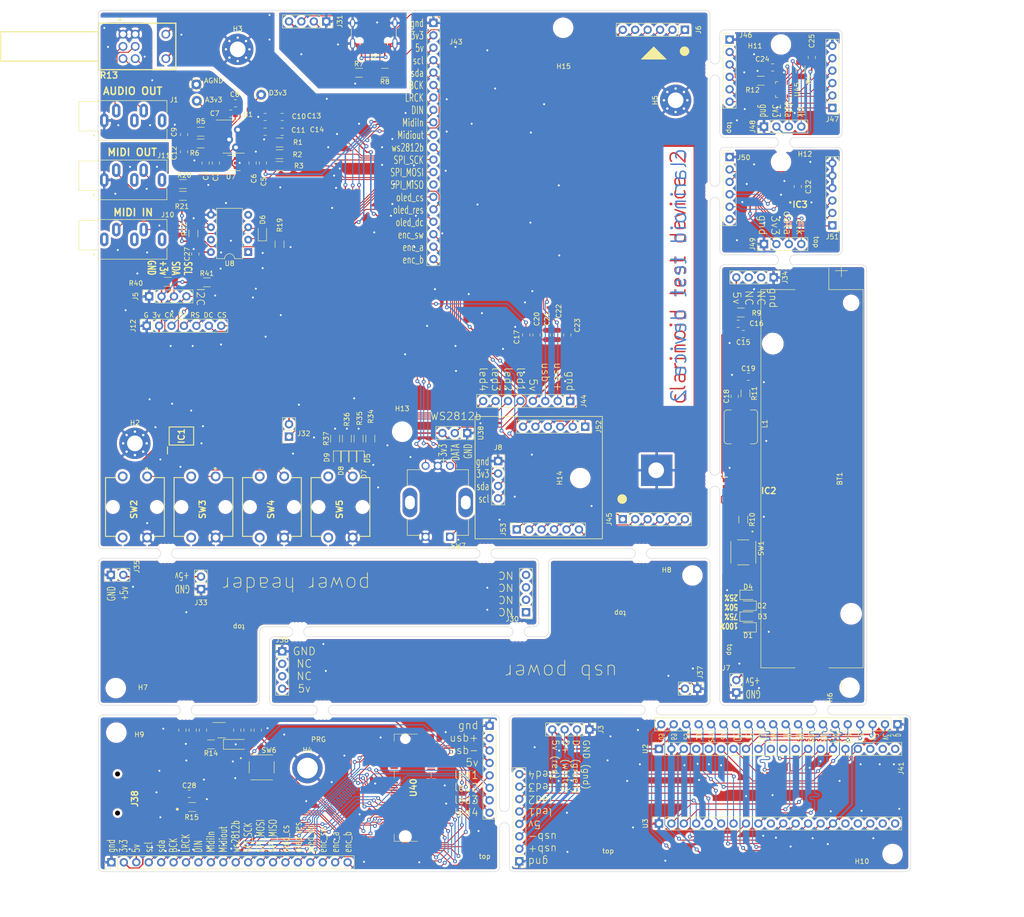
<source format=kicad_pcb>
(kicad_pcb (version 20211014) (generator pcbnew)
  (layers (0 "F.Cu" signal) (31 "B.Cu" signal) (34 "B.Paste" user) (35 "F.Paste" user) (36 "B.SilkS" user "B.Silkscreen") (37 "F.SilkS" user "F.Silkscreen") (38 "B.Mask" user) (39 "F.Mask" user) (44 "Edge.Cuts" user))
  (net 0 "")
  (net 4 "A3v3")
  (net 5 "D3v3")
  (net 7 "dac output L")
  (net 8 "dac output R")
  (net 9 "Net-(C24-Pad1)")
  (net 10 "Net-(C10-Pad1)")
  (net 11 "Net-(J2-PadA5)")
  (net 12 "Net-(J2-PadB5)")
  (net 13 "Net-(C15-Pad1)")
  (net 14 "Net-(D6-Pad1)")
  (net 15 "Net-(D6-Pad2)")
  (net 16 "Net-(R10-Pad2)")
  (net 17 "Net-(C7-Pad1)")
  (net 18 "Net-(C7-Pad2)")
  (net 19 "Net-(C8-Pad1)")
  (net 20 "Net-(C8-Pad2)")
  (net 21 "Net-(D1-Pad2)")
  (net 22 "Net-(D3-Pad2)")
  (net 23 "Net-(D1-Pad1)")
  (net 24 "Net-(R1-Pad2)")
  (net 25 "Net-(R2-Pad2)")
  (net 26 "Net-(R3-Pad2)")
  (net 27 "Net-(R5-Pad1)")
  (net 29 "Net-(R6-Pad1)")
  (net 30 "Net-(R4-Pad1)")
  (net 31 "Net-(R12-Pad1)")
  (net 35 "Net-(C18-Pad1)")
  (net 36 "Net-(IC2-Pad5)")
  (net 37 "Net-(IC2-Pad7)")
  (net 38 "Net-(IC1-Pad4)")
  (net 39 "Net-(IC1-Pad5)")
  (net 40 "Net-(IC1-Pad6)")
  (net 41 "Net-(IC1-Pad7)")
  (net 42 "Net-(D5-Pad1)")
  (net 43 "Net-(D7-Pad1)")
  (net 44 "Net-(D8-Pad1)")
  (net 45 "Net-(D9-Pad1)")
  (net 50 "Net-(J10-Pad4)")
  (net 52 "Net-(J11-Pad2)")
  (net 56 "Net-(J11-Pad4)")
  (net 58 "/power_battery/5v input")
  (net 61 "audio out L")
  (net 62 "audio out R")
  (net 64 "/power_battery/charger output +5v")
  (net 65 "AGND")
  (net 69 "/USB VIN 5v")
  (net 70 "/USB D+")
  (net 71 "/USB D-")
  (net 72 "/Power board output +5v")
  (net 75 "Net-(D12-Pad1)")
  (net 80 "/power_header/5v input")
  (net 83 "/power_usb/5v input")
  (net 98 "/processor_t4/Y0")
  (net 101 "/processor_t4/Y1")
  (net 102 "/processor_t4/Y2")
  (net 103 "/processor_t4/Y3")
  (net 104 "/processor_t4/Y4")
  (net 105 "/processor_mm/5v input")
  (net 106 "/processor_mm/gnd")
  (net 107 "/processor_mm/+3.3v regulator output")
  (net 108 "/processor_t4/gnd")
  (net 109 "/processor_t4/usb data +")
  (net 110 "/processor_t4/usb data -")
  (net 111 "/processor_t4/5v input")
  (net 112 "/processor_mm/SDIO_DAT2")
  (net 113 "/processor_mm/SDIO_CS")
  (net 114 "/processor_mm/SDIO_MOSI")
  (net 115 "/processor_mm/SDIO_CLOCK")
  (net 116 "/processor_mm/SDIO_MISO")
  (net 117 "/processor_mm/sdio_dat1")
  (net 118 "Net-(J45-Pad1)")
  (net 119 "/processor_t4/OLED_RES")
  (net 120 "/processor_t4/OLED_DC")
  (net 121 "/processor_t4/SPI0_SCK")
  (net 122 "/processor_t4/WS2812_DATA")
  (net 123 "/processor_t4/I2C_SDA")
  (net 124 "/processor_t4/I2C_SCL")
  (net 125 "/processor_t4/I2S_LRCK_MM")
  (net 126 "/processor_t4/I2S_BCK_MM")
  (net 127 "/processor_t4/3v3")
  (net 128 "/processor_t4/ENC_B")
  (net 129 "/processor_t4/Y5")
  (net 130 "/processor_t4/SPI0_MISO")
  (net 131 "/processor_t4/SPI0_MOSI")
  (net 132 "/processor_t4/OLED_CS")
  (net 133 "/processor_t4/ENC_A")
  (net 134 "/processor_t4/I2S_DIN_MM")
  (net 135 "/processor_t4/ENC_SWITCH")
  (net 136 "/processor_t4/GEN_LED4")
  (net 137 "/processor_t4/GEN_LED3")
  (net 138 "/processor_t4/GEN_LED2")
  (net 139 "/processor_t4/GEN_LED1")
  (net 140 "/processor_t4/T01=MIDI OUT")
  (net 141 "/processor_t4/T00 MIDI IN")
  (net 142 "/processor_mm/usb data +")
  (net 143 "/processor_mm/usb data -")
  (net 144 "/processor_mm/GEN_LED3")
  (net 145 "/processor_mm/I2C_SDA")
  (net 146 "/processor_mm/I2C_SCL")
  (net 147 "/processor_mm/T01=MIDI OUT")
  (net 148 "/processor_mm/GEN_LED4")
  (net 149 "/processor_mm/T00 MIDI IN")
  (net 150 "/processor_mm/GEN_LED2")
  (net 151 "/processor_mm/WS2812_DATA")
  (net 152 "/processor_mm/OLED_RES")
  (net 153 "/processor_mm/OLED_DC")
  (net 154 "/processor_mm/GEN_LED1")
  (net 155 "/processor_mm/I2S_BCK_MM")
  (net 156 "/processor_mm/I2S_LRCK_MM")
  (net 157 "/processor_t4/Y6")
  (net 158 "/processor_mm/OLED_CS")
  (net 159 "/processor_mm/I2S_DIN_MM")
  (net 160 "/processor_mm/SPI0_SCK")
  (net 161 "/processor_mm/SPI0_MOSI")
  (net 162 "/processor_mm/SPI0_MISO")
  (net 163 "/processor_mm/ENC_B")
  (net 164 "/processor_mm/ENC_A")
  (net 165 "/processor_mm/ENC_SWITCH")
  (net 166 "Net-(J45-Pad2)")
  (net 167 "/+3.3v regulator output")
  (net 168 "/I2S_BCK_MM")
  (net 169 "/I2S_LRCK_MM")
  (net 170 "/I2S_DIN_MM")
  (net 171 "/power_battery/gnd")
  (net 172 "/power_header/gnd")
  (net 173 "/power_usb/gnd")
  (net 174 "/gnd from processor")
  (net 175 "/5v regulated")
  (net 176 "/powerboard outp GND")
  (net 177 "/captouch_mpr121/i2c_gnd")
  (net 178 "/captouch_mpr121/i2c_3v3")
  (net 179 "Net-(C32-Pad1)")
  (net 180 "/captouch_capsense/i2c_gnd")
  (net 181 "Net-(IC3-Pad1)")
  (net 182 "Net-(IC3-Pad2)")
  (net 183 "/captouch_capsense/i2c_3v3")
  (net 184 "Net-(IC3-Pad8)")
  (net 185 "Net-(IC3-Pad9)")
  (net 186 "Net-(IC3-Pad10)")
  (net 187 "Net-(IC3-Pad11)")
  (net 188 "Net-(IC3-Pad12)")
  (net 189 "Net-(IC3-Pad13)")
  (net 190 "/captouch_capsense/i2c_data")
  (net 191 "/captouch_capsense/i2c_clock")
  (net 192 "/usb gnd")
  (net 193 "/5v from processor")
  (net 194 "Net-(J46-Pad2)")
  (net 195 "Net-(J46-Pad3)")
  (net 196 "Net-(J46-Pad4)")
  (net 197 "Net-(J46-Pad5)")
  (net 198 "Net-(J46-Pad6)")
  (net 199 "Net-(J47-Pad1)")
  (net 200 "Net-(J47-Pad2)")
  (net 201 "Net-(J47-Pad3)")
  (net 202 "Net-(J47-Pad4)")
  (net 203 "Net-(J47-Pad5)")
  (net 204 "/captouch_mpr121/i2c_data")
  (net 205 "/captouch_mpr121/i2c_clock")
  (net 208 "Net-(J52-Pad1)")
  (net 209 "Net-(J52-Pad2)")
  (net 210 "Net-(J52-Pad3)")
  (net 211 "Net-(J52-Pad4)")
  (net 212 "Net-(J52-Pad5)")
  (net 213 "Net-(J52-Pad6)")
  (net 214 "Net-(J45-Pad3)")
  (net 215 "Net-(J45-Pad4)")
  (net 216 "Net-(J45-Pad5)")
  (net 217 "Net-(J45-Pad6)")
  (net 218 "Net-(SW6-Pad1)")
  (net 219 "/GEN_LED1")
  (net 220 "/power_battery/battery + 5v")
  (net 221 "/GEN_LED2")
  (net 222 "/GEN_LED3")
  (net 223 "/GEN_LED4")
  (net 224 "/I2C_SCL")
  (net 225 "/I2C_SDA")
  (net 226 "/SPI0_SCK")
  (net 227 "/SPI0_MOSI")
  (net 228 "/OLED_RES")
  (net 229 "/OLED_DC")
  (net 230 "/OLED_CS")
  (net 231 "/T00 MIDI IN")
  (net 232 "/T01=MIDI OUT")
  (net 233 "/WS2812_DATA")
  (net 234 "/SPI0_MISO")
  (net 235 "/ENC_SWITCH")
  (net 236 "/ENC_A")
  (net 237 "/ENC_B")
  (net 238 "/processor_t4/Y7")
  (net 239 "/processor_t4/IC_Select")
  (net 240 "/processor_t4/SelectC")
  (net 241 "/processor_t4/SelectB")
  (net 242 "/processor_t4/SelectA")
  (net 243 "/processor_t4/EnableAll")
  (footprint "Diode_SMD:D_MiniMELF" (layer "F.Cu") (at 359.276804 154.85)
    (fp_text reference "D12" hide)
    (fp_text value "3.3v")
  )
  (footprint "LED_SMD:LED_0603_1608Metric" (layer "F.Cu") (at 384.739304 96.387534 -90)
    (fp_text reference "D5")
    (fp_text value "blue")
  )
  (footprint "Capacitor_SMD:C_0805_2012Metric" (layer "F.Cu") (at 353.084556 36.075729 -90)
    (fp_text reference "C4")
    (fp_text value "0.1uF")
  )
  (footprint "clarinoid2:dev board power board template" (layer "F.Cu") (at 335.729304 143.360034 180)
    (fp_text reference "U18" hide)
    (fp_text value "power template")
  )
  (footprint "Connector_PinSocket_2.54mm:PinSocket_1x03_P2.54mm_Vertical" (layer "F.Cu") (at 406.539304 91.250034 -90)
    (fp_text reference "U38")
    (fp_text value "WS2812")
  )
  (footprint "clarinoid2:dev board power board template" (layer "F.Cu") (at 393.249304 89.970034 -90)
    (fp_text reference "U16" hide)
    (fp_text value "power template")
  )
  (footprint "clarinoid2:dev board power board template" (layer "F.Cu") (at 416.549304 152.340034)
    (fp_text reference "U39" hide)
    (fp_text value "power template")
  )
  (footprint "Capacitor_SMD:C_0805_2012Metric" (layer "F.Cu") (at 422.789304 71.200034 90)
    (fp_text reference "C21")
    (fp_text value "22uF")
  )
  (footprint "LED_SMD:LED_0603_1608Metric" (layer "F.Cu") (at 383.139304 96.387534 -90)
    (fp_text reference "D7")
    (fp_text value "blue")
  )
  (footprint "Resistor_SMD:R_1206_3216Metric" (layer "F.Cu") (at 384.339304 92.387534 90)
    (fp_text reference "R35")
    (fp_text value "470R")
  )
  (footprint "Resistor_SMD:R_1206_3216Metric" (layer "F.Cu") (at 345.339304 60.350034)
    (fp_text reference "R40")
    (fp_text value "4.7k")
  )
  (footprint "MountingHole:MountingHole_3.2mm_M3" (layer "F.Cu") (at 426.129304 8.440034)
    (fp_text reference "H15")
    (fp_text value "MountingHole")
  )
  (footprint "MountingHole:MountingHole_3.2mm_M3" (layer "F.Cu") (at 493.439304 177.250034 180)
    (fp_text reference "H10")
    (fp_text value "MountingHole")
  )
  (footprint "Connector_PinHeader_2.54mm:PinHeader_1x02_P2.54mm_Vertical" (layer "F.Cu") (at 461.519304 144.260034 180)
    (fp_text reference "J7")
    (fp_text value "header_power tap MANUAL")
  )
  (footprint "Capacitor_SMD:C_0805_2012Metric" (layer "F.Cu") (at 348.339304 151.95 -90)
    (fp_text reference "C1" hide)
    (fp_text value "10uF")
  )
  (footprint "Capacitor_SMD:C_0805_2012Metric" (layer "F.Cu") (at 426.989304 71.200034 90)
    (fp_text reference "C23")
    (fp_text value "0.1uF")
  )
  (footprint "Resistor_SMD:R_1206_3216Metric" (layer "F.Cu") (at 462.939304 108.920034 -90)
    (fp_text reference "R10")
    (fp_text value "10k")
  )
  (footprint "Capacitor_SMD:C_0805_2012Metric" (layer "F.Cu") (at 368.734556 29.675729 180)
    (fp_text reference "C14")
    (fp_text value "0.1uF")
  )
  (footprint "Capacitor_SMD:C_0805_2012Metric" (layer "F.Cu") (at 359.539304 151.95 90)
    (fp_text reference "C29" hide)
    (fp_text value "1uF")
  )
  (footprint "Capacitor_SMD:C_0805_2012Metric" (layer "F.Cu") (at 476.938304 14.522534 90)
    (fp_text reference "C25")
    (fp_text value "0.1uF")
  )
  (footprint "clarinoid2:dev board processor subboard template" (layer "F.Cu") (at 426.129304 8.440034 -90)
    (fp_text reference "U44" hide)
    (fp_text value "processor board template")
  )
  (footprint "LED_SMD:LED_0603_1608Metric" (layer "F.Cu") (at 379.939304 96.387534 -90)
    (fp_text reference "D9")
    (fp_text value "green")
  )
  (footprint "Capacitor_SMD:C_0805_2012Metric" (layer "F.Cu") (at 461.179304 83.741034 90)
    (fp_text reference "C18")
    (fp_text value "22uF")
  )
  (footprint "Capacitor_SMD:C_0805_2012Metric" (layer "F.Cu") (at 420.689304 71.200034 90)
    (fp_text reference "C20")
    (fp_text value "22uF")
  )
  (footprint "Connector_PinSocket_2.54mm:PinSocket_1x02_P2.54mm_Vertical" (layer "F.Cu") (at 352.139304 123.120034 180)
    (fp_text reference "J33")
    (fp_text value "header_power tap")
  )
  (footprint "SamacSys_Parts:SOP65P640X110-16N" (layer "F.Cu") (at 348.139304 91.850034 90)
    (fp_text reference "IC1")
    (fp_text value "PCA9554APW,118" hide)
  )
  (footprint "Resistor_SMD:R_1206_3216Metric" (layer "F.Cu") (at 368.184556 52.675729 90)
    (fp_text reference "R19")
    (fp_text value "220R")
  )
  (footprint "MountingHole:MountingHole_3.2mm_M3" (layer "F.Cu") (at 334.729304 143.360034 180)
    (fp_text reference "H7")
    (fp_text value "MountingHole")
  )
  (footprint "MountingHole:MountingHole_3.2mm_M3" (layer "F.Cu") (at 429.629304 100.440034 90)
    (fp_text reference "H14")
    (fp_text value "MountingHole")
  )
  (footprint "clarinoid2:mouse-bite-2mm-slot" (layer "F.Cu") (at 376.889304 147.850034)
    (fp_text reference "U53" hide)
    (fp_text value "mb1" hide)
  )
  (footprint "Connector_PinSocket_2.54mm:PinSocket_1x20_P2.54mm_Vertical" (layer "F.Cu") (at 445.709304 155.784034 90)
    (fp_text reference "U2")
    (fp_text value "Teensy4.1_RIGHT")
  )
  (footprint "Connector_PinSocket_2.54mm:PinSocket_1x06_P2.54mm_Vertical" (layer "F.Cu") (at 438.311804 108.851034 90)
    (fp_text reference "J45")
    (fp_text value "female 1x6")
  )
  (footprint "SamacSys_Parts:SOIC127P599X155-9N" (layer "F.Cu") (at 462.214304 102.850034)
    (fp_text reference "IC2")
    (fp_text value "Injoinic IP5306 battery charge" hide)
  )
  (footprint "clarinoid2:SSD1306_128x64_approximate" (layer "F.Cu") (at 334.652448 67.8242)
    (fp_text reference "U12" hide)
    (fp_text value "ssd1306_graphic")
  )
  (footprint "Capacitor_SMD:C_0805_2012Metric" (layer "F.Cu") (at 348.684556 33.775729 -90)
    (fp_text reference "C12")
    (fp_text value "2.2uF")
  )
  (footprint "SamacSys_Parts:B3F-4055" (layer "F.Cu") (at 366.639304 106.350034 90)
    (fp_text reference "SW4")
    (fp_text value "SW_Push" hide)
  )
  (footprint "Capacitor_SMD:C_0805_2012Metric" (layer "F.Cu") (at 352.539304 151.95 -90)
    (fp_text reference "C26" hide)
    (fp_text value "0.1uF")
  )
  (footprint "Battery:BatteryHolder_Keystone_1042_1x18650" (layer "F.Cu") (at 476.973602 100.575179 -90)
    (fp_text reference "BT1")
    (fp_text value "Battery_Cell")
  )
  (footprint "Connector_PinHeader_2.54mm:PinHeader_1x04_P2.54mm_Vertical" (layer "F.Cu") (at 467.169304 28.630034 90)
    (fp_text reference "J48")
    (fp_text value "male 1x4 MANUAL")
  )
  (footprint "Connector_PinHeader_2.54mm:PinHeader_1x04_P2.54mm_Vertical" (layer "F.Cu") (at 431.509304 151.810034 -90)
    (fp_text reference "J3")
    (fp_text value "header_usbfromteensy MANUAL (FP ONLY)")
  )
  (footprint "clarinoid2:Inductor_MCS0630-1R0MN2" (layer "F.Cu") (at 465.854304 89.956034 90)
    (fp_text reference "L1")
    (fp_text value "1uH")
  )
  (footprint "Capacitor_SMD:C_0805_2012Metric" (layer "F.Cu") (at 350.984556 54.675729 90)
    (fp_text reference "C27")
    (fp_text value "0.1uF")
  )
  (footprint "Resistor_SMD:R_1206_3216Metric" (layer "F.Cu") (at 474.638304 16.922534 -90)
    (fp_text reference "R4")
    (fp_text value "10k")
  )
  (footprint "Connector_PinHeader_2.54mm:PinHeader_1x04_P2.54mm_Vertical" (layer "F.Cu") (at 418.549304 127.850034 180)
    (fp_text reference "J30")
    (fp_text value "4p-manual")
  )
  (footprint "clarinoid2:XKB switch jlcpcb SW_TS-1187A-B-A-B" (layer "F.Cu") (at 364.539304 159.55)
    (fp_text reference "SW6")
    (fp_text value "SW_Push")
  )
  (footprint "clarinoid2:mouse-bite-2mm-slot" (layer "F.Cu") (at 410.264304 115.850034)
    (fp_text reference "U15" hide)
    (fp_text value "mb1" hide)
  )
  (footprint "SamacSys_Parts:B3F-4055" (layer "F.Cu") (at 352.639304 106.350034 90)
    (fp_text reference "SW3")
    (fp_text value "SW_Push" hide)
  )
  (footprint "Resistor_SMD:R_1206_3216Metric" (layer "F.Cu") (at 353.339304 60.450034)
    (fp_text reference "R41")
    (fp_text value "4.7k")
  )
  (footprint "LED_SMD:LED_0805_2012Metric" (layer "F.Cu") (at 463.916804 130.956867 180)
    (fp_text reference "D1")
    (fp_text value "25%")
  )
  (footprint "clarinoid2:mouse-bite-2mm-slot" (layer "F.Cu") (at 416.889342 131.850068)
    (fp_text reference "U50" hide)
    (fp_text value "mb1" hide)
  )
  (footprint "Capacitor_SMD:C_0805_2012Metric" (layer "F.Cu") (at 462.939304 71.020034 180)
    (fp_text reference "C15")
    (fp_text value "10uF")
  )
  (footprint "clarinoid2:Teensy_4.0_MicroMod outline fab" (layer "F.Cu") (at 391.386659 161.005 180)
    (fp_text reference "U41" hide)
    (fp_text value "Micromod outline" hide)
  )
  (footprint "clarinoid2:SWITCHCRAFT_35RAPC4BV4_OvalHoles" (layer "F.Cu") (at 336.184556 51.675729)
    (fp_text reference "J10")
    (fp_text value "MIDI IN")
  )
  (footprint "Connector_PinSocket_2.54mm:PinSocket_1x20_P2.54mm_Vertical" (layer "F.Cu") (at 399.629304 7.440034)
    (fp_text reference "J43")
    (fp_text value "Conn_01x20")
  )
  (footprint "clarinoid2:Sinhoo SMTSO2530CTJ" (layer "F.Cu") (at 373.886659 159.705)
    (fp_text reference "H4")
    (fp_text value "M.2 riser 2.5mm")
  )
  (footprint "MountingHole:MountingHole_3.2mm_M3_Pad_Via" (layer "F.Cu") (at 338.639304 93.350034)
    (fp_text reference "H2")
    (fp_text value "MountingHole")
  )
  (footprint "Resistor_SMD:R_1206_3216Metric" (layer "F.Cu") (at 384.401804 17.635034)
    (fp_text reference "R7")
    (fp_text value "5.1k")
  )
  (footprint "clarinoid2:mouse-bite-2mm-slot" (layer "F.Cu") (at 471.139304 31.850034)
    (fp_text reference "U56" hide)
    (fp_text value "mb1" hide)
  )
  (footprint "clarinoid2:mouse-bite-2mm-slot" (layer "F.Cu") (at 414.139304 169.850034 90)
    (fp_text reference "U65" hide)
    (fp_text value "mb1" hide)
  )
  (footprint "clarinoid2:mouse-bite-2mm-slot" (layer "F.Cu") (at 443.889304 147.850034)
    (fp_text reference "U49" hide)
    (fp_text value "mb1" hide)
  )
  (footprint "clarinoid2:MountingHole_3.2mm_M3_Pad_SQUARE" (layer "F.Cu") (at 445.139304 98.850034)
    (fp_text reference "H1" hide)
    (fp_text value "MountingHole" hide)
  )
  (footprint "Connector_PinHeader_2.54mm:PinHeader_1x06_P2.54mm_Vertical" (layer "F.Cu") (at 460.139304 10.850034)
    (fp_text reference "J46")
    (fp_text value "male 1x6 MANUAL")
  )
  (footprint "Connector_PinHeader_2.54mm:PinHeader_1x06_P2.54mm_Vertical" (layer "F.Cu") (at 481.139304 24.820034 180)
    (fp_text reference "J47")
    (fp_text value "male 1x6 MANUAL")
  )
  (footprint "Capacitor_SMD:C_0805_2012Metric" (layer "F.Cu") (at 359.184556 23.875729 180)
    (fp_text reference "C8")
    (fp_text value "2.2uF")
  )
  (footprint "Capacitor_SMD:C_0805_2012Metric" (layer "F.Cu") (at 364.784556 36.075729 90)
    (fp_text reference "C5")
    (fp_text value "10uF")
  )
  (footprint "NetTie:NetTie-2_SMD_Pad0.5mm" (layer "F.Cu") (at 361.084556 35.375729 90)
    (fp_text reference "NT1" hide)
    (fp_text value "NetTie_2")
  )
  (footprint "Capacitor_SMD:C_0805_2012Metric" (layer "F.Cu") (at 348.684556 30.275729 90)
    (fp_text reference "C9")
    (fp_text value "2.2uF")
  )
  (footprint "Connector_PinHeader_2.54mm:PinHeader_1x08_P2.54mm_Vertical" (layer "F.Cu") (at 417.179304 178.725034 180)
    (fp_text reference "J42" hide)
    (fp_text value "Conn_01x08 MANUAL")
  )
  (footprint "Connector_PinSocket_2.54mm:PinSocket_1x08_P2.54mm_Vertical" (layer "F.Cu") (at 427.569304 84.700034 -90)
    (fp_text reference "J44")
    (fp_text value "Conn_01x08")
  )
  (footprint "clarinoid2:mouse-bite-2mm-slot" (layer "F.Cu") (at 457.139304 100.975034 90)
    (fp_text reference "U11" hide)
    (fp_text value "mb1" hide)
  )
  (footprint "Connector_PinSocket_2.54mm:PinSocket_1x04_P2.54mm_Vertical" (layer "F.Cu") (at 341.539304 63.325034 90)
    (fp_text reference "J5")
    (fp_text value "header_i2c")
  )
  (footprint "SamacSys_Parts:QFN50P300X300X60-17N-D" (layer "F.Cu") (at 470.639304 42.630034 180)
    (fp_text reference "IC3")
    (fp_text value "CY8CMBR3108-LQXIT" hide)
  )
  (footprint "Package_DFN_QFN:UQFN-20_3x3mm_P0.4mm" (layer "F.Cu") (at 471.129304 21.060034 -90)
    (fp_text reference "U45")
    (fp_text value "MPR121, 0x5A")
  )
  (footprint "Connector_PinHeader_2.54mm:PinHeader_1x06_P2.54mm_Vertical" (layer "F.Cu") (at 460.139304 34.850034)
    (fp_text reference "J50")
    (fp_text value "male 1x6 MANUAL")
  )
  (footprint "clarinoid2:mouse-bite-2mm-slot" (layer "F.Cu") (at 457.139304 16.975034 90)
    (fp_text reference "U13" hide)
    (fp_text value "mb1" hide)
  )
  (footprint "clarinoid2:USB_C_Receptacle_XKB_U262-16XN-4BVC11" (layer "F.Cu") (at 387.439304 8.550034 180)
    (fp_text reference "J2")
    (fp_text value "XKB_U262-16XN-4BVC11 USB-C recept")
  )
  (footprint "LED_SMD:LED_0603_1608Metric" (layer "F.Cu") (at 381.539304 96.387534 -90)
    (fp_text reference "D8")
    (fp_text value "green")
  )
  (footprint "clarinoid2:dev board captouch board template" (layer "F.Cu") (at 470.639304 35.850034)
    (fp_text reference "U47" hide)
    (fp_text value "captouch board template")
  )
  (footprint "LED_SMD:LED_0805_2012Metric" (layer "F.Cu") (at 463.916804 128.741034)
    (fp_text reference "D2")
    (fp_text value "50%")
  )
  (footprint "Resistor_SMD:R_1206_3216Metric" (layer "F.Cu") (at 352.084556 32.075729 180)
    (fp_text reference "R6")
    (fp_text value "470R")
  )
  (footprint "SamacSys_Parts:B3F-4055" (layer "F.Cu") (at 338.639304 106.350034 90)
    (fp_text reference "SW2")
    (fp_text value "SW_Push" hide)
  )
  (footprint "Capacitor_SMD:C_0805_2012Metric" (layer "F.Cu") (at 361.639304 151.95 90)
    (fp_text reference "C30" hide)
    (fp_text value "0.22uF")
  )
  (footprint "TestPoint:TestPoint_THTPad_D2.0mm_Drill1.0mm" (layer "F.Cu") (at 351.193556 20.015729)
    (fp_text reference "TP3" hide)
    (fp_text value "AGND")
  )
  (footprint "MountingHole:MountingHole_3.2mm_M3" (layer "F.Cu") (at 470.639304 11.850034)
    (fp_text reference "H11")
    (fp_text value "MountingHole")
  )
  (footprint "Connector_PinSocket_2.54mm:PinSocket_1x20_P2.54mm_Vertical" (layer "F.Cu") (at 445.709304 171.024034 90)
    (fp_text reference "U3")
    (fp_text value "Teensy4.1_LEFT")
  )
  (footprint "Capacitor_SMD:C_0805_2012Metric" (layer "F.Cu") (at 474.069304 40.880034 90)
    (fp_text reference "C32")
    (fp_text value "0.1uF")
  )
  (footprint "Capacitor_SMD:C_0805_2012Metric" (layer "F.Cu") (at 468.939304 16.550034 180)
    (fp_text reference "C24")
    (fp_text value "0.1uF")
  )
  (footprint "Connector_PinSocket_2.54mm:PinSocket_1x06_P2.54mm_Vertical" (layer "F.Cu") (at 430.629304 89.940034 -90)
    (fp_text reference "J52")
    (fp_text value "female 1x6")
  )
  (footprint "TestPoint:TestPoint_THTPad_D2.0mm_Drill1.0mm" (layer "F.Cu") (at 364.433556 22.123229 180)
    (fp_text reference "TP6" hide)
    (fp_text value "D3v3")
  )
  (footprint "Connector_PinHeader_2.54mm:PinHeader_1x08_P2.54mm_Vertical" (layer "F.Cu") (at 411.099304 151.029298)
    (fp_text reference "J40" hide)
    (fp_text value "Conn_01x08 MANUAL")
  )
  (footprint "Capacitor_SMD:C_0805_2012Metric" (layer "F.Cu") (at 365.234556 29.675729)
    (fp_text reference "C11")
    (fp_text value "10uF")
  )
  (footprint "Resistor_SMD:R_1206_3216Metric" (layer "F.Cu") (at 386.739304 92.387534 90)
    (fp_text reference "R34")
    (fp_text value "470R")
  )
  (footprint "Capacitor_SMD:C_0805_2012Metric" (layer "F.Cu") (at 362.684556 36.075729 90)
    (fp_text reference "C6")
    (fp_text value "0.1uF")
  )
  (footprint "MountingHole:MountingHole_3.2mm_M3" (layer "F.Cu") (at 452.549304 120.340034)
    (fp_text reference "H8")
    (fp_text value "MountingHole")
  )
  (footprint "Package_DIP:DIP-8_W7.62mm" (layer "F.Cu") (at 361.784556 54.275729 180)
    (fp_text reference "U8")
    (fp_text value "6N138")
  )
  (footprint "SamacSys_Parts:PTR902-2020K-A103" (layer "F.Cu") (at 331.19964 12.251424 180)
    (fp_text reference "R13")
    (fp_text value "PTR902-2020K-A103" hide)
  )
  (footprint "Capacitor_SMD:C_0805_2012Metric" (layer "F.Cu") (at 418.589304 71.200034 90)
    (fp_text reference "C17")
    (fp_text value "22uF")
  )
  (footprint "MountingHole:MountingHole_3.2mm_M3" (layer "F.Cu") (at 470.639304 35.850034)
    (fp_text reference "H12")
    (fp_text value "MountingHole")
  )
  (footprint "clarinoid2:mouse-bite-2mm-slot" (layer "F.Cu") (at 345.014304 115.850034)
    (fp_text reference "U10" hide)
    (fp_text value "mb1" hide)
  )
  (footprint "Capacitor_SMD:C_0805_2012Metric" (layer "F.Cu") (at 350.439304 151.95 -90)
    (fp_text reference "C2" hide)
    (fp_text value "0.22uF")
  )
  (footprint "Resistor_SMD:R_1206_3216Metric" (layer "F.Cu") (at 348.447056 42.775729)
    (fp_text reference "R21")
    (fp_text value "47R")
  )
  (footprint "MountingHole:MountingHole_3.2mm_M3_Pad_Via" (layer "F.Cu") (at 449.111804 23.251034 90)
    (fp_text reference "H5")
    (fp_text value "MountingHole")
  )
  (footprint "LED_SMD:LED_0805_2012Metric" (layer "F.Cu") (at 463.916804 124.309368)
    (fp_text reference "D4")
    (fp_text value "100%")
  )
  (footprint "Resistor_SMD:R_1206_3216Metric" (layer "F.Cu") (at 379.539304 92.387534 90)
    (fp_text reference "R37")
    (fp_text value "470R")
  )
  (footprint "Resistor_SMD:R_1206_3216Metric" (layer "F.Cu") (at 350.584556 50.475729 90)
    (fp_text reference "R22")
    (fp_text value "470R")
  )
  (footprint "MountingHole:MountingHole_3.2mm_M3" (layer "F.Cu") (at 334.839304 152.45)
    (fp_text reference "H9")
    (fp_text value "MountingHole")
  )
  (footprint "clarinoid2:dev board captouch board template" (layer "F.Cu") (at 429.629304 100.440034 -90)
    (fp_text reference "U4" hide)
    (fp_text value "captouch board template")
  )
  (footprint "clarinoid2:SOFNG TF-15x15 (LCSC C111196)" (layer "F.Cu") (at 339.016553 166.005 -90)
    (fp_text reference "J38")
    (fp_text value "microSD SOFNG TF-15x15" hide)
  )
  (footprint "Resistor_SMD:R_1206_3216Metric" (layer "F.Cu") (at 389.701804 17.635034 180)
    (fp_text reference "R8")
    (fp_text value "5.1k")
  )
  (footprint "Connector_PinHeader_2.54mm:PinHeader_1x04_P2.54mm_Vertical" (layer "F.Cu") (at 469.139304 59.440034 -90)
    (fp_text reference "J34")
    (fp_text value "4p MANUAL")
  )
  (footprint "TestPoint:TestPoint_THTPad_D2.0mm_Drill1.0mm" (layer "F.Cu") (at 351.284556 23.375729 180)
    (fp_text reference "TP8" hide)
    (fp_text value "A3v3")
  )
  (footprint "Resistor_SMD:R_1206_3216Metric" (layer "F.Cu") (at 354.176804 154.85 180)
    (fp_text reference "R14")
    (fp_text value "100k")
  )
  (footprint "Resistor_SMD:R_1206_3216Metric" (layer "F.Cu") (at 463.379304 83.141034 -90)
    (fp_text reference "R11")
    (fp_text value "0.5R")
  )
  (footprint "clarinoid2:dev board power board template" (layer "F.Cu") (at 451.549304 120.340034)
    (fp_text reference "U17" hide)
    (fp_text value "power template")
  )
  (footprint "Connector_PinSocket_2.54mm:PinSocket_1x04_P2.54mm_Vertical" (layer "F.Cu") (at 377.739304 7.150034 -90)
    (fp_text reference "J31")
    (fp_text value "4p")
  )
  (footprint "Resistor_SMD:R_1206_3216Metric" (layer "F.Cu") (at 368.184556 36.675729 180)
    (fp_text reference "R3")
    (fp_text value "22R")
  )
  (footprint "clarinoid2:Teensy41_graphic" (layer "F.Cu") (at 474.774304 163.850034)
    (fp_text reference "U6" hide)
    (fp_text value "Placeholder" hide)
  )
  (footprint "Capacitor_SMD:C_0805_2012Metric" (layer "F.Cu") (at 368.734556 26.668229)
    (fp_text reference "C13")
    (fp_text value "0.1uF")
  )
  (footprint "clarinoid2:SWITCHCRAFT_35RAPC4BV4_OvalHoles" (layer "F.Cu") (at 336.184556 27.375729)
    (fp_text reference "J1")
    (fp_text value "AudioOut")
  )
  (footprint "clarinoid2:dev board processor subboard template" (layer "F.Cu") (at 418.839304 152.450034)
    (fp_text reference "U42" hide)
    (fp_text value "processor board template")
  )
  (footprint "Resistor_SMD:R_1206_3216Metric" (layer "F.Cu") (at 350.339304 167.65)
    (fp_text reference "R15")
    (fp_text value "100k")
  )
  (footprint "Resistor_SMD:R_1206_3216Metric" (layer "F.Cu") (at 368.184556 31.875729 180)
    (fp_text reference "R1")
    (fp_text value "22R")
  )
  (footprint "Connector_PinHeader_2.54mm:PinHeader_1x04_P2.54mm_Vertical" (layer "F.Cu") (at 467.169304 52.630034 90)
    (fp_text reference "J49")
    (fp_text value "male 1x4 MANUAL")
  )
  (footprint "clarinoid2:mouse-bite-2mm-slot" (layer "F.Cu") (at 478.889304 147.850034)
    (fp_text reference "U52" hide)
    (fp_text value "mb1" hide)
  )
  (footprint "Connector_PinHeader_2.54mm:PinHeader_1x02_P2.54mm_Vertical" (layer "F.Cu") (at 453.549304 143.470034 -90)
    (fp_text reference "J37")
    (fp_text value "header_power tap_MANUAL")
  )
  (footprint "Capacitor_SMD:C_0805_2012Metric" (layer "F.Cu") (at 355.184556 36.075729 -90)
    (fp_text reference "C3")
    (fp_text value "10uF")
  )
  (footprint "clarinoid2:mouse-bite-2mm-slot" (layer "F.Cu") (at 471.389304 55.850034 180)
    (fp_text reference "U60" hide)
    (fp_text value "mb1" hide)
  )
  (footprint "Package_SO:TSSOP-20_4.4x6.5mm_P0.65mm" (layer "F.Cu") (at 358.784556 30.675729)
    (fp_text reference "U1")
    (fp_text value "PCM5102A")
  )
  (footprint "clarinoid2:dev board captouch board template" (layer "F.Cu") (at 470.639304 11.850034)
    (fp_text reference "U46" hide)
    (fp_text value "captouch board template")
  )
  (footprint "clarinoid2:mouse-bite-2mm-slot" (layer "F.Cu") (at 348.889304 147.850034)
    (fp_text reference "U55" hide)
    (fp_text value "mb1" hide)
  )
  (footprint "LED_SMD:LED_0805_2012Metric" (layer "F.Cu") (at 463.916804 126.525201 180)
    (fp_text reference "D3")
    (fp_text value "75%")
  )
  (footprint "Connector_PinSocket_2.54mm:PinSocket_1x07_P2.54mm_Vertical" (layer "F.Cu") (at 341.039304 69.325034 90)
    (fp_text reference "J12")
    (fp_text value "SSD1306")
  )
  (footprint "Connector_PinHeader_2.54mm:PinHeader_1x04_P2.54mm_Vertical" (layer "F.Cu") (at 368.729304 135.850034)
    (fp_text reference "J36")
    (fp_text value "4p MANUAL")
  )
  (footprint "clarinoid2:mouse-bite-2mm-slot" (layer "F.Cu") (at 457.139334 41.975034 90)
    (fp_text reference "U14" hide)
    (fp_text value "mb1" hide)
  )
  (footprint "Connector_PinSocket_2.54mm:PinSocket_1x02_P2.54mm_Vertical" (layer "F.Cu") (at 370.119304 91.970034 180)
    (fp_text reference "J32")
    (fp_text value "header_power tap")
  )
  (footprint "MountingHole:MountingHole_3.2mm_M3" (layer "F.Cu") (at 484.649304 143.260034 -90)
    (fp_text reference "H6")
    (fp_text value "MountingHole")
  )
  (footprint "Capacitor_SMD:C_0805_2012Metric" (layer "F.Cu") (at 349.739304 164.95)
    (fp_text reference "C28")
    (fp_text value "0.1uF")
  )
  (footprint "SamacSys_Parts:B3F-4055" (layer "F.Cu") (at 380.639304 106.350034 90)
    (fp_text reference "SW5")
    (fp_text value "SW_Push" hide)
  )
  (footprint "Connector_PinSocket_2.54mm:PinSocket_1x04_P2.54mm_Vertical" (layer "F.Cu") (at 412.849304 96.970034)
    (fp_text reference "J8")
    (fp_text value "female 1x4")
  )
  (footprint "Capacitor_SMD:C_0805_2012Metric" (layer "F.Cu") (at 363.739304 151.95 90)
    (fp_text reference "C31" hide)
    (fp_text value "0.1uF")
  )
  (footprint "Capacitor_SMD:C_0805_2012Metric" (layer "F.Cu") (at 365.234556 26.668229 180)
    (fp_text reference "C10")
    (fp_text value "10uF")
  )
  (footprint "Resistor_SMD:R_1206_3216Metric" (layer "F.Cu") (at 381.939304 92.387534 90)
    (fp_text reference "R36")
    (fp_text value "470R")
  )
  (footprint "MountingHole:MountingHole_3.2mm_M3" (layer "F.Cu") (at 393.249304 90.970034 180)
    (fp_text reference "H13")
    (fp_text value "MountingHole")
  )
  (footprint "clarinoid2:SWITCHCRAFT_35RAPC4BV4_OvalHoles" (layer "F.Cu") (at 336.170343 39.525729)
    (fp_text reference "J11")
    (fp_text value "MIDI OUT")
  )
  (footprint "Connector_PinSocket_2.54mm:PinSocket_1x06_P2.54mm_Vertical" (layer "F.Cu") (at 451.011804 8.851034 -90)
    (fp_text reference "J6")
    (fp_text value "female 1x6")
  )
  (footprint "Resistor_SMD:R_1206_3216Metric" (layer "F.Cu") (at 462.439304 66.620034)
    (fp_text reference "R9")
    (fp_text value "2R")
  )
  (footprint "SamacSys_Parts:21992304" (layer "F.Cu") (at 395.536659 163.705 -90)
    (fp_text reference "U40")
    (fp_text value "APCI0108-P001A Teensy_4.0_MicroMod" hide)
  )
  (footprint "Diode_SMD:D_SOD-323" (layer "F.Cu") (at 364.684556 50.475729 90)
    (fp_text reference "D6")
    (fp_text value "1N4148WS")
  )
  (footprint "Resistor_SMD:R_1206_3216Metric" (layer "F.Cu") (at 352.084556 29.675729 180)
    (fp_text reference "R5")
    (fp_text value "470R")
  )
  (footprint "MountingHole:MountingHole_3.2mm_M3_Pad_Via" (layer "F.Cu") (at 359.639304 12.850034)
    (fp_text reference "H3")
    (fp_text value "MountingHole")
  )
  (footprint "Connector_PinSocket_2.54mm:PinSocket_1x06_P2.54mm_Vertical" (layer "F.Cu") (at 416.659304 110.940034 90)
    (fp_text reference "J53")
    (fp_text value "female 1x6")
  )
  (footprint "Capacitor_SMD:C_0805_2012Metric" (layer "F.Cu") (at 424.889304 71.200034 90)
    (fp_text reference "C22")
    (fp_text value "22uF")
  )
  (footprint "Resistor_SMD:R_1206_3216Metric" (layer "F.Cu") (at 368.184556 34.275729 180)
    (fp_text reference "R2")
    (fp_text value "22R")
  )
  (footprint "Resistor_SMD:R_1206_3216Metric" (layer "F.Cu") (at 466.529304 19.260034)
    (fp_text reference "R12")
    (fp_text value "75k")
  )
  (footprint "Capacitor_SMD:C_0805_2012Metric" (layer "F.Cu") (at 463.979304 79.741034)
    (fp_text reference "C19")
    (fp_text value "22uF")
  )
  (footprint "clarinoid2:dev board processor subboard template" (layer "F.Cu") (at 334.839304 152.450034)
    (fp_text reference "U43" hide)
    (fp_text value "processor board template")
  )
  (footprint "Capacitor_SMD:C_0805_2012Metric" (layer "F.Cu") (at 461.889304 68.920034)
    (fp_text reference "C16")
    (fp_text value "10uF")
  )
  (footprint "CapTouchSliders:captouch dev board subboard template" (layer "F.Cu") (at 451.011804 8.851034 -90)
    (fp_text reference "U5" hide)
    (fp_text value "main captouch graphic" hide)
  )
  (footprint "clarinoid2:mouse-bite-2mm-slot" (layer "F.Cu") (at 371.889342 131.850034)
    (fp_text reference "U48" hide)
    (fp_text value "mb1" hide)
  )
  (footprint "Connector_PinHeader_2.54mm:PinHeader_1x20_P2.54mm_Vertical" (layer "F.Cu") (at 333.839304 178.95 90)
    (fp_text reference "J39" hide)
    (fp_text value "Conn_01x20 MANUAL")
  )
  (footprint "Connector_PinHeader_2.54mm:PinHeader_1x06_P2.54mm_Vertical" (layer "F.Cu") (at 481.139304 48.820034 180)
    (fp_text reference "J51")
    (fp_text value "male 1x6 MANUAL")
  )
  (footprint "Resistor_SMD:R_1206_3216Metric" (layer "F.Cu") (at 348.447056 40.375729)
    (fp_text reference "R20")
    (fp_text value "47R")
  )
  (footprint "clarinoid2:XKB switch jlcpcb SW_TS-1187A-B-A-B" (layer "F.Cu") (at 462.939304 115.620034 -90)
    (fp_text reference "SW1")
    (fp_text value "SW_Push")
  )
  (footprint "Connector_PinHeader_2.54mm:PinHeader_1x02_P2.54mm_Vertical" (layer "F.Cu") (at 333.729304 120.230034 90)
    (fp_text reference "J35")
    (fp_text value "header_power tap-MANUAL")
  )
  (footprint "clarinoid2:mouse-bite-2mm-slot" (layer "F.Cu") (at 442.014304 115.850034)
    (fp_text reference "U9" hide)
    (fp_text value "mb1" hide)
  )
  (footprint "Package_TO_SOT_SMD:SOT-23-5" (layer "F.Cu") (at 356.339304 151.95)
    (fp_text reference "U19" hide)
    (fp_text value "TLV75733PDBV")
  )
  (footprint "clarinoid2:Bourns_ENC_PEC11R-4215F-S0024" (layer "F.Cu") (at 400.529304 105.440034 180)
    (fp_text reference "SW7")
    (fp_text value "RotaryEncoder_Switch_ABC12")
  )
  (footprint "Capacitor_SMD:C_0805_2012Metric" (layer "F.Cu") (at 358.184556 25.975729)
    (fp_text reference "C7")
    (fp_text value "2.2uF")
  )
  (footprint "Connector_PinHeader_2.54mm:PinHeader_1x20_P2.54mm_Vertical" (layer "F.Cu") (at 494.439304 150.750034 -90)
    (fp_text reference "J41")
    (fp_text value "Conn_01x20 MANUAL")
  )
  (footprint "Package_TO_SOT_SMD:SOT-23-5" (layer "F.Cu") (at 358.384556 36.075729 180)
    (fp_text reference "U7")
    (fp_text value "TLV75733PDBV")
  )
  (gr_rect (start 408.139304 87.850034) (end 434.139304 112.850034) (layer "F.SilkS") (width 0.15) (fill none))
  (gr_circle (center 450.939304 13.227534) (end 450.939304 12.326146) (layer "F.SilkS") (width 0.15) (fill solid))
  (gr_poly (pts (xy 442.139304 14.850034) (xy 444.639304 12.350034) (xy 447.139304 14.850034)) (layer "F.SilkS") (width 0.15) (fill solid))
  (gr_circle (center 438.189304 104.727534) (end 438.189304 103.826146) (layer "F.SilkS") (width 0.15) (fill solid))
  (gr_line (start 482.139274 54.850004) (end 473.389304 54.850034) (layer "Edge.Cuts") (width 0.1))
  (gr_arc (start 351.139304 148.850034) (mid 350.139266 147.85) (end 351.139304 146.850034) (layer "Edge.Cuts") (width 0.1))
  (gr_arc (start 364.139304 131.850034) (mid 364.432174 131.142883) (end 365.139304 130.850034) (layer "Edge.Cuts") (width 0.1))
  (gr_arc (start 473.389304 32.850034) (mid 472.389266 31.85) (end 473.389304 30.850034) (layer "Edge.Cuts") (width 0.1))
  (gr_line (start 419.139304 132.850034) (end 422.139304 132.850034) (layer "Edge.Cuts") (width 0.1))
  (gr_line (start 374.889304 148.850034) (end 351.139304 148.850034) (layer "Edge.Cuts") (width 0.1))
  (gr_arc (start 332.139304 114.850034) (mid 331.432218 114.557138) (end 331.139304 113.850034) (layer "Edge.Cuts") (width 0.1))
  (gr_arc (start 415.139304 149.850034) (mid 415.432185 149.142907) (end 416.139304 148.850034) (layer "Edge.Cuts") (width 0.1))
  (gr_line (start 488.139304 73.100034) (end 488.139304 132.850034) (layer "Edge.Cuts") (width 0.1))
  (gr_line (start 458.139304 33.850034) (end 458.139334 39.850034) (layer "Edge.Cuts") (width 0.1))
  (gr_arc (start 458.139304 33.850034) (mid 458.4322 33.142948) (end 459.139304 32.850034) (layer "Edge.Cuts") (width 0.1))
  (gr_arc (start 441.889304 146.850034) (mid 442.889266 147.85) (end 441.889304 148.850034) (layer "Edge.Cuts") (width 0.1))
  (gr_arc (start 497.139274 179.850004) (mid 496.846378 180.557099) (end 496.139274 180.850004) (layer "Edge.Cuts") (width 0.1))
  (gr_line (start 332.139334 146.850004) (end 346.889304 146.850034) (layer "Edge.Cuts") (width 0.1))
  (gr_line (start 332.139334 116.850064) (end 342.889304 116.850034) (layer "Edge.Cuts") (width 0.1))
  (gr_line (start 456.139304 56.850034) (end 456.139304 98.850034) (layer "Edge.Cuts") (width 0.1))
  (gr_arc (start 423.139304 131.850034) (mid 422.846423 132.557161) (end 422.139304 132.850034) (layer "Edge.Cuts") (width 0.1))
  (gr_line (start 458.139334 44.100034) (end 458.139334 53.850004) (layer "Edge.Cuts") (width 0.1))
  (gr_line (start 456.139304 103.100034) (end 456.139304 113.850034) (layer "Edge.Cuts") (width 0.1))
  (gr_line (start 416.139304 180.850034) (end 496.139274 180.850004) (layer "Edge.Cuts") (width 0.1))
  (gr_arc (start 458.139304 98.850034) (mid 457.139304 99.850072) (end 456.139304 98.850034) (layer "Edge.Cuts") (width 0.1))
  (gr_line (start 444.139304 114.850034) (end 455.139304 114.850034) (layer "Edge.Cuts") (width 0.1))
  (gr_line (start 347.139304 114.850034) (end 408.139304 114.850034) (layer "Edge.Cuts") (width 0.1))
  (gr_line (start 481.139304 146.850034) (end 487.139274 146.850004) (layer "Edge.Cuts") (width 0.1))
  (gr_line (start 413.139304 171.850034) (end 413.139304 179.85) (layer "Edge.Cuts") (width 0.1))
  (gr_arc (start 414.889342 130.850068) (mid 415.889304 131.850034) (end 414.889342 132.850068) (layer "Edge.Cuts") (width 0.1))
  (gr_line (start 459.139304 146.849974) (end 476.889304 146.850034) (layer "Edge.Cuts") (width 0.1))
  (gr_line (start 412.139304 148.85) (end 379.139304 148.850034) (layer "Edge.Cuts") (width 0.1))
  (gr_line (start 331.139304 149.85) (end 331.139304 164.85) (layer "Edge.Cuts") (width 0.1))
  (gr_arc (start 487.139304 56.850034) (mid 487.846431 57.142915) (end 488.139304 57.850034) (layer "Edge.Cuts") (width 0.1))
  (gr_line (start 332.139304 114.850034) (end 342.889304 114.850034) (layer "Edge.Cuts") (width 0.1))
  (gr_line (start 458.139304 9.850034) (end 458.139304 14.850034) (layer "Edge.Cuts") (width 0.1))
  (gr_arc (start 456.139304 103.100034) (mid 457.139304 102.100072) (end 458.139304 103.100034) (layer "Edge.Cuts") (width 0.1))
  (gr_arc (start 413.139304 171.850034) (mid 414.13927 170.850072) (end 415.139304 171.850034) (layer "Edge.Cuts") (width 0.1))
  (gr_arc (start 374.139342 132.850068) (mid 373.139304 131.850034) (end 374.139342 130.850068) (layer "Edge.Cuts") (width 0.1))
  (gr_arc (start 458.139304 57.850034) (mid 458.4322 57.142948) (end 459.139304 56.850034) (layer "Edge.Cuts") (width 0.1))
  (gr_arc (start 483.139274 53.850004) (mid 482.846386 54.557105) (end 482.139274 54.850004) (layer "Edge.Cuts") (width 0.1))
  (gr_arc (start 412.139304 148.85) (mid 412.846396 149.142897) (end 413.139304 149.85) (layer "Edge.Cuts") (width 0.1))
  (gr_line (start 332.139304 4.850034) (end 455.139304 4.850034) (layer "Edge.Cuts") (width 0.1))
  (gr_line (start 476.889304 148.850034) (end 446.139304 148.850034) (layer "Edge.Cuts") (width 0.1))
  (gr_line (start 441.889304 148.850034) (end 416.139304 148.850034) (layer "Edge.Cuts") (width 0.1))
  (gr_arc (start 412.389304 116.850034) (mid 411.389264 115.850034) (end 412.389304 114.850034) (layer "Edge.Cuts") (width 0.1))
  (gr_arc (start 364.139304 145.850034) (mid 363.846423 146.557161) (end 363.139304 146.850034) (layer "Edge.Cuts") (width 0.1))
  (gr_line (start 456.139304 19.100034) (end 456.139334 39.850034) (layer "Edge.Cuts") (width 0.1))
  (gr_line (start 367.139304 132.850034) (end 369.889304 132.850034) (layer "Edge.Cuts") (width 0.1))
  (gr_arc (start 346.889304 146.850034) (mid 347.889266 147.85) (end 346.889304 148.850034) (layer "Edge.Cuts") (width 0.1))
  (gr_line (start 456.139304 14.850034) (end 456.139304 5.850034) (layer "Edge.Cuts") (width 0.1))
  (gr_arc (start 476.889304 146.850034) (mid 477.889266 147.85) (end 476.889304 148.850034) (layer "Edge.Cuts") (width 0.1))
  (gr_arc (start 483.139274 29.850004) (mid 482.846386 30.557105) (end 482.139274 30.850004) (layer "Edge.Cuts") (width 0.1))
  (gr_line (start 415.139304 171.850034) (end 415.139304 179.850034) (layer "Edge.Cuts") (width 0.1))
  (gr_line (start 369.889304 130.850034) (end 365.139304 130.850034) (layer "Edge.Cuts") (width 0.1))
  (gr_line (start 439.889304 116.850034) (end 424.139334 116.850064) (layer "Edge.Cuts") (width 0.1))
  (gr_line (start 481.139304 148.850034) (end 496.139274 148.850064) (layer "Edge.Cuts") (width 0.1))
  (gr_arc (start 469.139304 30.850034) (mid 470.139266 31.85) (end 469.139304 32.850034) (layer "Edge.Cuts") (width 0.1))
  (gr_arc (start 331.139334 117.850064) (mid 331.43223 117.142969) (end 332.139334 116.850064) (layer "Edge.Cuts") (width 0.1))
  (gr_arc (start 455.139304 4.850034) (mid 455.846432 5.142925) (end 456.139304 5.850034) (layer "Edge.Cuts") (width 0.1))
  (gr_line (start 488.139304 73.100034) (end 488.139304 57.850034) (layer "Edge.Cuts") (width 0.1))
  (gr_arc (start 347.139304 116.850034) (mid 346.139266 115.850034) (end 347.139304 114.850034) (layer "Edge.Cuts") (width 0.1))
  (gr_arc (start 423.139334 117.850064) (mid 423.43223 117.142969) (end 424.139334 116.850064) (layer "Edge.Cuts") (width 0.1))
  (gr_arc (start 342.889304 114.850034) (mid 343.889266 115.850034) (end 342.889304 116.850034) (layer "Edge.Cuts") (width 0.1))
  (gr_arc (start 459.139304 30.850004) (mid 458.432164 30.557133) (end 458.139304 29.850004) (layer "Edge.Cuts") (width 0.1))
  (gr_line (start 408.139304 116.850034) (end 347.139304 116.850034) (layer "Edge.Cuts") (width 0.1))
  (gr_arc (start 331.139304 149.85) (mid 331.432185 149.142873) (end 332.139304 148.85) (layer "Edge.Cuts") (width 0.1))
  (gr_line (start 474.139304 8.850034) (end 459.139304 8.850034) (layer "Edge.Cuts") (width 0.1))
  (gr_arc (start 456.139304 145.850034) (mid 455.846423 146.557161) (end 455.139304 146.850034) (layer "Edge.Cuts") (width 0.1))
  (gr_line (start 497.139274 149.850064) (end 497.139274 179.850004) (layer "Edge.Cuts") (width 0.1))
  (gr_arc (start 419.139342 132.850068) (mid 418.139304 131.850034) (end 419.139342 130.850068) (layer "Edge.Cuts") (width 0.1))
  (gr_line (start 483.139274 29.850004) (end 483.139304 9.850034) (layer "Edge.Cuts") (width 0.1))
  (gr_line (start 412.139304 180.85) (end 332.139304 180.85) (layer "Edge.Cuts") (width 0.1))
  (gr_arc (start 374.889304 146.850034) (mid 375.889266 147.85) (end 374.889304 148.850034) (layer "Edge.Cuts") (width 0.1))
  (gr_line (start 351.139304 146.850034) (end 363.139304 146.850034) (layer "Edge.Cuts") (width 0.1))
  (gr_line (start 331.139304 164.85) (end 331.139304 179.85) (layer "Edge.Cuts") (width 0.1))
  (gr_line (start 456.139334 44.100034) (end 456.139304 56.850034) (layer "Edge.Cuts") (width 0.1))
  (gr_line (start 412.389304 116.850034) (end 420.139304 116.850034) (layer "Edge.Cuts") (width 0.1))
  (gr_arc (start 416.139304 180.850034) (mid 415.432218 180.557138) (end 415.139304 179.850034) (layer "Edge.Cuts") (width 0.1))
  (gr_arc (start 415.139304 167.600034) (mid 414.13927 168.600072) (end 413.139304 167.600034) (layer "Edge.Cuts") (width 0.1))
  (gr_line (start 456.139304 145.850034) (end 456.139304 117.850034) (layer "Edge.Cuts") (width 0.1))
  (gr_arc (start 482.139274 32.850064) (mid 482.84641 33.142937) (end 483.139274 33.850064) (layer "Edge.Cuts") (width 0.1))
  (gr_line (start 364.139304 131.850034) (end 364.139304 145.850034) (layer "Edge.Cuts") (width 0.1))
  (gr_arc (start 444.139304 116.850034) (mid 443.139264 115.850034) (end 444.139304 114.850034) (layer "Edge.Cuts") (width 0.1))
  (gr_line (start 413.139304 149.85) (end 413.139304 167.600034) (layer "Edge.Cuts") (width 0.1))
  (gr_arc (start 481.139304 148.850034) (mid 480.139266 147.85) (end 481.139304 146.850034) (layer "Edge.Cuts") (width 0.1))
  (gr_arc (start 458.139304 14.850034) (mid 457.139304 15.850072) (end 456.139304 14.850034) (layer "Edge.Cuts") (width 0.1))
  (gr_line (start 414.889304 132.850034) (end 374.139304 132.850034) (layer "Edge.Cuts") (width 0.1))
  (gr_arc (start 458.139334 39.850034) (mid 457.139334 40.850074) (end 456.139334 39.850034) (layer "Edge.Cuts") (width 0.1))
  (gr_arc (start 496.139274 148.850064) (mid 496.846375 149.142952) (end 497.139274 149.850064) (layer "Edge.Cuts") (width 0.1))
  (gr_line (start 460.139304 30.850034) (end 459.139304 30.850004) (layer "Edge.Cuts") (width 0.1))
  (gr_arc (start 458.139304 9.850034) (mid 458.4322 9.142948) (end 459.139304 8.850034) (layer "Edge.Cuts") (width 0.1))
  (gr_line (start 483.139304 47.100034) (end 483.139274 53.850004) (layer "Edge.Cuts") (width 0.1))
  (gr_arc (start 332.139304 180.85) (mid 331.432218 180.557104) (end 331.139304 179.85) (layer "Edge.Cuts") (width 0.1))
  (gr_arc (start 421.139304 129.850034) (mid 420.846423 130.557161) (end 420.139304 130.850034) (layer "Edge.Cuts") (width 0.1))
  (gr_line (start 415.139304 167.600034) (end 415.139304 149.850034) (layer "Edge.Cuts") (width 0.1))
  (gr_arc (start 473.389304 56.850034) (mid 472.389342 55.850068) (end 473.389304 54.850034) (layer "Edge.Cuts") (width 0.1))
  (gr_arc (start 459.139334 54.850004) (mid 458.432239 54.557108) (end 458.139334 53.850004) (layer "Edge.Cuts") (width 0.1))
  (gr_arc (start 332.139334 146.850004) (mid 331.432233 146.557116) (end 331.139334 145.850004) (layer "Edge.Cuts") (width 0.1))
  (gr_arc (start 369.889342 130.850068) (mid 370.889304 131.850034) (end 369.889342 132.850068) (layer "Edge.Cuts") (width 0.1))
  (gr_line (start 487.139304 56.850034) (end 473.389304 56.850034) (layer "Edge.Cuts") (width 0.1))
  (gr_line (start 455.139304 146.850034) (end 446.139304 146.850034) (layer "Edge.Cuts") (width 0.1))
  (gr_arc (start 367.139304 146.850034) (mid 366.432212 146.557137) (end 366.139304 145.850034) (layer "Edge.Cuts") (width 0.1))
  (gr_arc (start 469.139304 54.850034) (mid 470.139342 55.850068) (end 469.139304 56.850034) (layer "Edge.Cuts") (width 0.1))
  (gr_line (start 374.139304 130.850034) (end 414.889304 130.850034) (layer "Edge.Cuts") (width 0.1))
  (gr_line (start 421.139304 117.850034) (end 421.139304 129.850034) (layer "Edge.Cuts") (width 0.1))
  (gr_arc (start 455.139304 116.850034) (mid 455.84639 117.14293) (end 456.139304 117.850034) (layer "Edge.Cuts") (width 0.1))
  (gr_arc (start 439.889304 114.850034) (mid 440.889266 115.850034) (end 439.889304 116.850034) (layer "Edge.Cuts") (width 0.1))
  (gr_arc (start 413.139304 179.85) (mid 412.846434 180.557151) (end 412.139304 180.85) (layer "Edge.Cuts") (width 0.1))
  (gr_line (start 331.139304 113.850034) (end 331.139304 5.850034) (layer "Edge.Cuts") (width 0.1))
  (gr_line (start 346.889304 148.850034) (end 332.139304 148.85) (layer "Edge.Cuts") (width 0.1))
  (gr_line (start 482.139274 32.850064) (end 473.389304 32.850034) (layer "Edge.Cuts") (width 0.1))
  (gr_arc (start 488.139274 145.850004) (mid 487.846386 146.557105) (end 487.139274 146.850004) (layer "Edge.Cuts") (width 0.1))
  (gr_arc (start 408.139304 114.850034) (mid 409.139266 115.850034) (end 408.139304 116.850034) (layer "Edge.Cuts") (width 0.1))
  (gr_arc (start 366.139304 133.850034) (mid 366.432174 133.142883) (end 367.139304 132.850034) (layer "Edge.Cuts") (width 0.1))
  (gr_line (start 331.139334 145.850004) (end 331.139334 117.850064) (layer "Edge.Cuts") (width 0.1))
  (gr_line (start 469.139304 56.850034) (end 459.139304 56.850034) (layer "Edge.Cuts") (width 0.1))
  (gr_line (start 469.139304 32.850034) (end 459.139304 32.850034) (layer "Edge.Cuts") (width 0.1))
  (gr_arc (start 459.139304 146.849974) (mid 458.432174 146.557101) (end 458.139304 145.849974) (layer "Edge.Cuts") (width 0.1))
  (gr_line (start 455.139304 116.850034) (end 444.139304 116.850034) (layer "Edge.Cuts") (width 0.1))
  (gr_line (start 441.889304 146.850034) (end 379.139304 146.850034) (layer "Edge.Cuts") (width 0.1))
  (gr_line (start 482.139304 8.850034) (end 474.139304 8.850034) (layer "Edge.Cuts") (width 0.1))
  (gr_line (start 458.139304 103.100034) (end 458.139304 145.849974) (layer "Edge.Cuts") (width 0.1))
  (gr_arc (start 379.139304 148.850034) (mid 378.139266 147.85) (end 379.139304 146.850034) (layer "Edge.Cuts") (width 0.1))
  (gr_line (start 458.139304 57.850034) (end 458.139304 98.850034) (layer "Edge.Cuts") (width 0.1))
  (gr_arc (start 482.139304 8.850034) (mid 482.846431 9.142915) (end 483.139304 9.850034) (layer "Edge.Cuts") (width 0.1))
  (gr_line (start 366.139304 145.850034) (end 366.139304 133.850034) (layer "Edge.Cuts") (width 0.1))
  (gr_line (start 460.139304 30.850034) (end 469.139304 30.850034) (layer "Edge.Cuts") (width 0.1))
  (gr_line (start 423.139304 131.850034) (end 423.139334 117.850064) (layer "Edge.Cuts") (width 0.1))
  (gr_arc (start 420.139304 116.850034) (mid 420.84639 117.14293) (end 421.139304 117.850034) (layer "Edge.Cuts") (width 0.1))
  (gr_line (start 469.139304 54.850034) (end 459.139334 54.850004) (layer "Edge.Cuts") (width 0.1))
  (gr_line (start 488.139274 145.850004) (end 488.139304 132.850034) (layer "Edge.Cuts") (width 0.1))
  (gr_arc (start 446.139304 148.850034) (mid 445.139266 147.85) (end 446.139304 146.850034) (layer "Edge.Cuts") (width 0.1))
  (gr_arc (start 456.139304 19.100034) (mid 457.139304 18.100072) (end 458.139304 19.100034) (layer "Edge.Cuts") (width 0.1))
  (gr_line (start 420.139304 130.850034) (end 419.139304 130.850034) (layer "Edge.Cuts") (width 0.1))
  (gr_line (start 458.139304 19.100034) (end 458.139304 29.850004) (layer "Edge.Cuts") (width 0.1))
  (gr_arc (start 456.139304 113.850034) (mid 455.846405 114.557156) (end 455.139304 114.850034) (layer "Edge.Cuts") (width 0.1))
  (gr_arc (start 331.139304 5.850034) (mid 331.432192 5.142942) (end 332.139304 4.850034) (layer "Edge.Cuts") (width 0.1))
  (gr_line (start 367.139304 146.850034) (end 374.889304 146.850034) (layer "Edge.Cuts") (width 0.1))
  (gr_line (start 473.389304 30.850034) (end 482.139274 30.850004) (layer "Edge.Cuts") (width 0.1))
  (gr_line (start 483.139304 47.100034) (end 483.139274 33.850064) (layer "Edge.Cuts") (width 0.1))
  (gr_arc (start 456.139334 44.100034) (mid 457.139334 43.100072) (end 458.139334 44.100034) (layer "Edge.Cuts") (width 0.1))
  (gr_line (start 412.389304 114.850034) (end 439.889304 114.850034) (layer "Edge.Cuts") (width 0.1))
  (gr_text "clarinoid test device 2" (at 449.629304 59.440034 90) (layer "F.Cu") (effects (font (size 3 3) (thickness 0.3))))
  (gr_text "clarinoid test device 2" (at 449.779304 59.040034 90) (layer "B.Cu") (effects (font (size 3 3) (thickness 0.3)) (justify mirror)))
  (gr_text "G 3v CK DT RS DC CS\n" (at 348.913561 67.156178) (layer "F.SilkS") (effects (font (size 1 1))))
  (gr_text "MIDI IN" (at 338.284556 46.175729) (layer "F.SilkS") (effects (font (size 1.5 1.5) (thickness 0.3))))
  (gr_text "power header" (at 371.639304 122.150034 180) (layer "F.SilkS") (effects (font (size 3 3))))
  (gr_text "g\n3v\n5v\nscl\nsda\nbck\nlrk\ndin\nMt\nMr\nws\nCK\nSI\nSO\ncs\nres\ndc\nes\nea\neb" (at 470.609304 152.524034 270) (layer "F.SilkS") (effects (font (size 1.58 0.8) (thickness 0.125)) (justify left)))
  (gr_text "top" (at 460.165304 28.820034 270) (layer "F.SilkS") (effects (font (size 1 1))))
  (gr_text "GND\n+5v\n" (at 463.339304 143.250034 180) (layer "F.SilkS") (effects (font (size 1.6 1)) (justify right)))
  (gr_text "AUDIO OUT" (at 338.184556 21.375729) (layer "F.SilkS") (effects (font (size 1.5 1.5) (thickness 0.3))))
  (gr_text "gnd\n3v3\n5v\nscl\nsda\nBCK\nLRCK\nDIN\nMidiIn\nMidiout\nws2812b\nSPI_SCK\nSPI_MOSI\nSPI_MISO\noled_cs\noled_res\noled_dc\nenc_sw\nenc_a\nenc_b" (at 397.739304 31.650034) (layer "F.SilkS") (effects (font (size 1.58 1)) (justify right)))
  (gr_text "top" (at 460.165304 135.520034 270) (layer "F.SilkS") (effects (font (size 1 1))))
  (gr_text "D3v3" (at 367.839304 21.750034) (layer "F.SilkS") (effects (font (size 1 1))))
  (gr_text "top" (at 410.109304 177.724) (layer "F.SilkS") (effects (font (size 1 1))))
  (gr_text "GND\n+5v\n" (at 335.139304 122.450034 90) (layer "F.SilkS") (effects (font (size 1.6 1)) (justify right)))
  (gr_text "clk\ndata\n3v3\ngnd" (at 470.939304 26.850034 270) (layer "F.SilkS") (effects (font (size 1.58 1)) (justify right)))
  (gr_text "WS2812b" (at 404.229304 87.805034) (layer "F.SilkS") (effects (font (size 1.54 1.54))))
  (gr_text "gnd\n3v3\nsda\nscl" (at 411.139304 100.850034) (layer "F.SilkS") (effects (font (size 1.58 1)) (justify right)))
  (gr_text "top" (at 435.309304 176.624034) (layer "F.SilkS") (effects (font (size 1 1))))
  (gr_text "GND\nNC\nNC\n5v" (at 373.239304 139.650034) (layer "F.SilkS") (effects (font (size 1.58 1.54))))
  (gr_text "gnd\nusb+\nusb-\n5v\nled1\nled2\nled3\nled4" (at 408.939304 159.85) (layer "F.SilkS") (effects (font (size 1.58 1.54)) (justify right)))
  (gr_text "GND (gnd)\nD- (green)\nD+ (white)\n5v (red)" (at 427.709304 153.785034 270) (layer "F.SilkS") (effects (font (size 1.3 1.3)) (justify left)))
  (gr_text "AGND" (at 354.739304 19.250034) (layer "F.SilkS") (effects (font (size 1 1))))
  (gr_text "gnd\nusb+\nusb-\n5v\nled1\nled2\nled3\nled4" (at 418.839304 169.950034 180) (layer "F.SilkS") (effects (font (size 1.58 1.54)) (justify right)))
  (gr_text "top" (at 359.869304 130.876034 180) (layer "F.SilkS") (effects (font (size 1 1))))
  (gr_text "gnd\n3v3\n5v\nscl\nsda\nBCK\nLRCK\nDIN\nMidiIn\nMidiout\nws2812b\nSPI_SCK\nSPI_MOSI\nSPI_MISO\noled_cs\noled_res\noled_dc\nenc_sw\nenc_a\nenc_b" (at 357.939304 177.05 90) (layer "F.SilkS") (effects (font (size 1.58 1)) (justify left)))
  (gr_text "SCL\nSDA\n+3v\nGND" (at 345.739304 59.150034 270) (layer "F.SilkS") (effects (font (size 1.54 1) (thickness 0.25)) (justify right)))
  (gr_text "100%\n75%\n50%\n25%" (at 461.979304 127.756867 180) (layer "F.SilkS") (effects (font (size 1.2 0.9) (thickness 0.225)) (justify left)))
  (gr_text "I2C" (at 352.039304 63.450034 270) (layer "F.SilkS") (effects (font (size 1.54 1.54))))
  (gr_text "MIDI OUT" (at 338.084556 33.875729) (layer "F.SilkS") (effects (font (size 1.5 1.5) (thickness 0.3))))
  (gr_text "+3v3\nDATA\nGND" (at 404.139304 93.350034 90) (layer "F.SilkS") (effects (font (size 1.6 1)) (justify right)))
  (gr_text "PRG" (at 376.139304 153.85) (layer "F.SilkS") (effects (font (size 1 1))))
  (gr_text "top" (at 477.865304 52.220034 270) (layer "F.SilkS") (effects (font (size 1 1))))
  (gr_text "GND\n+5v\n" (at 346.709304 121.785034 180) (layer "F.SilkS") (effects (font (size 1.6 1)) (justify right)))
  (gr_text "top" (at 437.769304 128.076034 180) (layer "F.SilkS") (effects (font (size 1 1))))
  (gr_text "NC\nNC\nNC\nNC" (at 414.439304 124.050034 180) (layer "F.SilkS") (effects (font (size 1.54 1.54))))
  (gr_text "gnd\nNC\nNC\n5v" (at 465.339304 63.650034 270) (layer "F.SilkS") (effects (font (size 1.54 1.54))))
  (gr_text "A3v3" (at 354.739304 23.150034) (layer "F.SilkS") (effects (font (size 1 1))))
  (gr_text "usb power" (at 425.739304 140.050034 180) (layer "F.SilkS") (effects (font (size 3 3))))
  (gr_text "gnd\nusb+\nusb-\n5v\nled1\nled2\nled3\nled4" (at 418.739304 82.850034 270) (layer "F.SilkS") (effects (font (size 1.58 1.54)) (justify right)))
  (gr_text "clk\ndata\n3v3\ngnd" (at 470.739304 50.950034 270) (layer "F.SilkS") (effects (font (size 1.58 1.54)) (justify right)))
  (segment (start 353.686707 27.750729) (end 352.635036 28.8024) (width 0.3) (layer "F.Cu") (net 4))
  (segment (start 357.084556 37.025729) (end 355.184556 35.125729) (width 0.3) (layer "F.Cu") (net 4))
  (segment (start 353.084556 34.415012) (end 353.084556 35.125729) (width 0.3) (layer "F.Cu") (net 4))
  (segment (start 355.184556 35.125729) (end 353.084556 35.125729) (width 0.3) (layer "F.Cu") (net 4))
  (segment (start 352.635036 28.8024) (end 352.635036 34.676209) (width 0.3) (layer "F.Cu") (net 4))
  (segment (start 355.198839 32.300729) (end 353.084556 34.415012) (width 0.3) (layer "F.Cu") (net 4))
  (segment (start 355.922056 27.750729) (end 353.686707 27.750729) (width 0.3) (layer "F.Cu") (net 4))
  (segment (start 351.284556 23.375729) (end 355.659556 27.750729) (width 0.3) (layer "F.Cu") (net 4))
  (segment (start 352.635036 34.676209) (end 353.084556 35.125729) (width 0.3) (layer "F.Cu") (net 4))
  (segment (start 355.922056 32.300729) (end 355.198839 32.300729) (width 0.3) (layer "F.Cu") (net 4))
  (segment (start 361.647056 27.73288) (end 363.786227 25.593709) (width 0.3) (layer "F.Cu") (net 5))
  (segment (start 358.510036 36.432636) (end 359.103129 37.025729) (width 0.3) (layer "F.Cu") (net 5))
  (segment (start 361.647056 27.750729) (end 361.647056 24.909729) (width 0.3) (layer "F.Cu") (net 5))
  (segment (start 360.560036 34.351209) (end 360.560036 30.064532) (width 0.3) (layer "F.Cu") (net 5))
  (segment (start 359.772056 34.875729) (end 359.522056 35.125729) (width 0.3) (layer "F.Cu") (net 5))
  (segment (start 361.647056 29.700729) (end 362.370273 29.700729) (width 0.3) (layer "F.Cu") (net 5))
  (segment (start 362.370273 29.700729) (end 363.469793 28.601209) (width 0.3) (layer "F.Cu") (net 5))
  (segment (start 360.560036 30.064532) (end 360.923839 29.700729) (width 0.3) (layer "F.Cu") (net 5))
  (segment (start 359.103129 35.125729) (end 358.510036 35.718822) (width 0.3) (layer "F.Cu") (net 5))
  (segment (start 361.647056 24.909729) (end 364.433556 22.123229) (width 0.3) (layer "F.Cu") (net 5))
  (segment (start 361.084556 34.875729) (end 360.560036 34.351209) (width 0.3) (layer "F.Cu") (net 5))
  (segment (start 366.184556 29.675729) (end 367.784556 29.675729) (width 0.3) (layer "F.Cu") (net 5))
  (segment (start 358.510036 35.718822) (end 358.510036 36.432636) (width 0.3) (layer "F.Cu") (net 5))
  (segment (start 363.469793 28.601209) (end 365.110036 28.601209) (width 0.3) (layer "F.Cu") (net 5))
  (segment (start 368.634076 25.9449) (end 368.634076 28.826209) (width 0.3) (layer "F.Cu") (net 5))
  (segment (start 363.786227 25.593709) (end 368.282885 25.593709) (width 0.3) (layer "F.Cu") (net 5))
  (segment (start 368.282885 25.593709) (end 368.634076 25.9449) (width 0.3) (layer "F.Cu") (net 5))
  (segment (start 368.634076 28.826209) (end 367.784556 29.675729) (width 0.3) (layer "F.Cu") (net 5))
  (segment (start 361.084556 34.875729) (end 359.772056 34.875729) (width 0.3) (layer "F.Cu") (net 5))
  (segment (start 365.110036 28.601209) (end 366.184556 29.675729) (width 0.3) (layer "F.Cu") (net 5))
  (segment (start 360.923839 29.700729) (end 361.647056 29.700729) (width 0.3) (layer "F.Cu") (net 5))
  (segment (start 350.622056 29.013229) (end 336.184556 14.575729) (width 0.2) (layer "F.Cu") (net 7))
  (segment (start 349.072056 31.225729) (end 350.622056 29.675729) (width 0.2) (layer "F.Cu") (net 7))
  (segment (start 350.622056 32.075729) (end 349.872056 32.825729) (width 0.2) (layer "F.Cu") (net 8))
  (segment (start 351.484076 27.375249) (end 338.684556 14.575729) (width 0.2) (layer "F.Cu") (net 8))
  (segment (start 350.622056 32.075729) (end 351.484076 31.213709) (width 0.2) (layer "F.Cu") (net 8))
  (segment (start 349.872056 32.825729) (end 348.684556 32.825729) (width 0.2) (layer "F.Cu") (net 8))
  (segment (start 351.484076 31.213709) (end 351.484076 27.375249) (width 0.2) (layer "F.Cu") (net 8))
  (segment (start 470.329304 16.990034) (end 469.889304 16.550034) (width 0.2) (layer "F.Cu") (net 9))
  (segment (start 470.329304 19.672534) (end 470.329304 16.990034) (width 0.2) (layer "F.Cu") (net 9))
  (segment (start 367.784556 26.668229) (end 366.184556 26.668229) (width 0.2) (layer "F.Cu") (net 10))
  (segment (start 365.160036 27.692749) (end 366.184556 26.668229) (width 0.2) (layer "F.Cu") (net 10))
  (segment (start 361.647056 29.050729) (end 362.299562 29.050729) (width 0.2) (layer "F.Cu") (net 10))
  (segment (start 363.657542 27.692749) (end 365.160036 27.692749) (width 0.2) (layer "F.Cu") (net 10))
  (segment (start 362.299562 29.050729) (end 363.657542 27.692749) (width 0.2) (layer "F.Cu") (net 10))
  (segment (start 388.689304 12.220034) (end 388.689304 17.185034) (width 0.2) (layer "F.Cu") (net 11))
  (segment (start 385.689304 12.220034) (end 385.689304 17.460034) (width 0.2) (layer "F.Cu") (net 12))
  (segment (start 463.889304 66.632534) (end 463.889304 71.020034) (width 0.2) (layer "F.Cu") (net 13))
  (segment (start 364.684556 51.525729) (end 361.994556 51.525729) (width 0.2) (layer "F.Cu") (net 14))
  (segment (start 367.872056 51.525729) (end 364.684556 51.525729) (width 0.2) (layer "F.Cu") (net 14))
  (segment (start 350.341239 50.48455) (end 347.832898 47.976209) (width 0.2) (layer "F.Cu") (net 15))
  (segment (start 336.534076 47.976209) (end 334.834556 49.675729) (width 0.2) (layer "F.Cu") (net 15))
  (segment (start 364.684556 49.425729) (end 362.014556 49.425729) (width 0.2) (layer "F.Cu") (net 15))
  (segment (start 360.495735 50.48455) (end 350.341239 50.48455) (width 0.2) (layer "F.Cu") (net 15))
  (segment (start 347.832898 47.976209) (end 336.534076 47.976209) (width 0.2) (layer "F.Cu") (net 15))
  (segment (start 361.784556 49.195729) (end 360.495735 50.48455) (width 0.2) (layer "F.Cu") (net 15))
  (segment (start 462.939304 110.382534) (end 461.064304 112.257534) (width 0.2) (layer "F.Cu") (net 16))
  (segment (start 355.922056 28.400729) (end 356.574562 28.400729) (width 0.2) (layer "F.Cu") (net 17))
  (segment (start 357.234556 27.740735) (end 357.234556 25.975729) (width 0.2) (layer "F.Cu") (net 17))
  (segment (start 356.574562 28.400729) (end 357.234556 27.740735) (width 0.2) (layer "F.Cu") (net 17))
  (segment (start 355.922056 29.700729) (end 356.574562 29.700729) (width 0.2) (layer "F.Cu") (net 18))
  (segment (start 356.574562 29.700729) (end 359.134556 27.140735) (width 0.2) (layer "F.Cu") (net 18))
  (segment (start 359.134556 27.140735) (end 359.134556 25.975729) (width 0.2) (layer "F.Cu") (net 18))
  (segment (start 355.922056 30.350729) (end 356.574562 30.350729) (width 0.2) (layer "F.Cu") (net 19))
  (segment (start 356.574562 30.350729) (end 360.134556 26.790735) (width 0.2) (layer "F.Cu") (net 19))
  (segment (start 360.134556 26.790735) (end 360.134556 23.875729) (width 0.2) (layer "F.Cu") (net 19))
  (segment (start 358.234556 27.390735) (end 358.234556 23.875729) (width 0.2) (layer "F.Cu") (net 20))
  (segment (start 356.574562 29.050729) (end 358.234556 27.390735) (width 0.2) (layer "F.Cu") (net 20))
  (segment (start 355.922056 29.050729) (end 356.574562 29.050729) (width 0.2) (layer "F.Cu") (net 20))
  (segment (start 459.569297 102.215034) (end 460.139304 102.785041) (width 0.2) (layer "F.Cu") (net 21))
  (segment (start 465.641324 123.628089) (end 465.641324 131.638146) (width 0.2) (layer "F.Cu") (net 21))
  (segment (start 460.139304 119.029374) (end 462.959964 121.850034) (width 0.2) (layer "F.Cu") (net 21))
  (segment (start 463.978824 131.956387) (end 462.979304 130.956867) (width 0.2) (layer "F.Cu") (net 21))
  (segment (start 462.959964 121.850034) (end 463.863269 121.850034) (width 0.2) (layer "F.Cu") (net 21))
  (segment (start 460.139304 102.785041) (end 460.139304 119.029374) (width 0.2) (layer "F.Cu") (net 21))
  (segment (start 462.979304 130.956867) (end 462.979304 128.741034) (width 0.2) (layer "F.Cu") (net 21))
  (segment (start 463.863269 121.850034) (end 465.641324 123.628089) (width 0.2) (layer "F.Cu") (net 21))
  (segment (start 465.323083 131.956387) (end 463.978824 131.956387) (width 0.2) (layer "F.Cu") (net 21))
  (segment (start 465.641324 131.638146) (end 465.323083 131.956387) (width 0.2) (layer "F.Cu") (net 21))
  (segment (start 459.239304 103.485034) (end 458.464793 104.259545) (width 0.2) (layer "F.Cu") (net 22))
  (segment (start 462.979304 123.190034) (end 462.979304 124.309368) (width 0.2) (layer "F.Cu") (net 22))
  (segment (start 459.139304 119.350034) (end 462.979304 123.190034) (width 0.2) (layer "F.Cu") (net 22))
  (segment (start 462.979304 124.309368) (end 462.979304 126.525201) (width 0.2) (layer "F.Cu") (net 22))
  (segment (start 459.139304 106.079056) (end 459.139304 119.350034) (width 0.2) (layer "F.Cu") (net 22))
  (segment (start 458.464793 105.404545) (end 459.139304 106.079056) (width 0.2) (layer "F.Cu") (net 22))
  (segment (start 458.464793 104.259545) (end 458.464793 105.404545) (width 0.2) (layer "F.Cu") (net 22))
  (segment (start 464.854304 126.525201) (end 464.854304 128.741034) (width 0.2) (layer "F.Cu") (net 23))
  (segment (start 464.854304 128.741034) (end 464.854304 130.956867) (width 0.2) (layer "F.Cu") (net 23))
  (segment (start 459.239304 104.755034) (end 459.639304 105.155034) (width 0.2) (layer "F.Cu") (net 23))
  (segment (start 464.854304 126.525201) (end 464.854304 124.309368) (width 0.2) (layer "F.Cu") (net 23))
  (segment (start 459.639304 105.155034) (end 459.639304 119.234049) (width 0.2) (layer "F.Cu") (net 23))
  (segment (start 459.639304 119.234049) (end 464.714623 124.309368) (width 0.2) (layer "F.Cu") (net 23))
  (segment (start 361.647056 31.000729) (end 363.320311 31.000729) (width 0.2) (layer "F.Cu") (net 24))
  (segment (start 363.320311 31.000729) (end 364.494812 32.17523) (width 0.2) (layer "F.Cu") (net 24))
  (segment (start 364.494812 32.17523) (end 366.422555 32.17523) (width 0.2) (layer "F.Cu") (net 24))
  (segment (start 361.647056 31.650729) (end 363.405318 31.650729) (width 0.2) (layer "F.Cu") (net 25))
  (segment (start 366.030318 34.275729) (end 366.722056 34.275729) (width 0.2) (layer "F.Cu") (net 25))
  (segment (start 363.405318 31.650729) (end 366.030318 34.275729) (width 0.2) (layer "F.Cu") (net 25))
  (segment (start 363.461694 32.300729) (end 365.809076 34.648111) (width 0.2) (layer "F.Cu") (net 26))
  (segment (start 365.809076 35.762749) (end 366.722056 36.675729) (width 0.2) (layer "F.Cu") (net 26))
  (segment (start 365.809076 34.648111) (end 365.809076 35.762749) (width 0.2) (layer "F.Cu") (net 26))
  (segment (start 361.647056 32.300729) (end 363.461694 32.300729) (width 0.2) (layer "F.Cu") (net 26))
  (segment (start 355.26955 31.000729) (end 353.94455 29.675729) (width 0.2) (layer "F.Cu") (net 27))
  (segment (start 355.922056 31.000729) (end 355.26955 31.000729) (width 0.2) (layer "F.Cu") (net 27))
  (segment (start 355.922056 31.650729) (end 353.972056 31.650729) (width 0.2) (layer "F.Cu") (net 29))
  (segment (start 474.638304 16.670396) (end 474.638304 15.460034) (width 0.2) (layer "F.Cu") (net 30))
  (segment (start 471.929304 19.379396) (end 474.638304 16.670396) (width 0.2) (layer "F.Cu") (net 30))
  (segment (start 466.466804 20.660034) (end 469.741804 20.660034) (width 0.2) (layer "F.Cu") (net 31))
  (segment (start 465.066804 19.260034) (end 466.466804 20.660034) (width 0.2) (layer "F.Cu") (net 31))
  (segment (start 464.015283 99.696013) (end 464.015283 102.311013) (width 0.2) (layer "F.Cu") (net 35))
  (segment (start 459.039304 85.920034) (end 459.039304 94.720034) (width 0.2) (layer "F.Cu") (net 35))
  (segment (start 463.379304 84.603534) (end 461.266804 84.603534) (width 0.2) (layer "F.Cu") (net 35))
  (segment (start 461.179304 84.691034) (end 460.268304 84.691034) (width 0.2) (layer "F.Cu") (net 35))
  (segment (start 464.015283 102.311013) (end 465.189304 103.485034) (width 0.2) (layer "F.Cu") (net 35))
  (segment (start 460.268304 84.691034) (end 459.039304 85.920034) (width 0.2) (layer "F.Cu") (net 35))
  (segment (start 459.039304 94.720034) (end 464.015283 99.696013) (width 0.2) (layer "F.Cu") (net 35))
  (segment (start 462.939304 106.157534) (end 462.939304 107.457534) (width 0.2) (layer "F.Cu") (net 36))
  (segment (start 464.341804 104.755034) (end 462.939304 106.157534) (width 0.2) (layer "F.Cu") (net 36))
  (segment (start 465.189304 104.755034) (end 464.341804 104.755034) (width 0.2) (layer "F.Cu") (net 36))
  (segment (start 464.414793 101.565523) (end 464.414793 95.071523) (width 0.2) (layer "F.Cu") (net 37))
  (segment (start 464.414793 95.071523) (end 462.099304 92.756034) (width 0.2) (layer "F.Cu") (net 37))
  (segment (start 465.064304 102.215034) (end 464.414793 101.565523) (width 0.2) (layer "F.Cu") (net 37))
  (segment (start 343.439804 100.100034) (end 347.814304 95.725534) (width 0.2) (layer "F.Cu") (net 38))
  (segment (start 347.814304 95.725534) (end 347.814304 94.788034) (width 0.2) (layer "F.Cu") (net 38))
  (segment (start 341.139304 100.100034) (end 343.439804 100.100034) (width 0.2) (layer "F.Cu") (net 38))
  (segment (start 352.838804 100.100034) (end 348.464304 95.725534) (width 0.2) (layer "F.Cu") (net 39))
  (segment (start 348.464304 95.725534) (end 348.464304 94.788034) (width 0.2) (layer "F.Cu") (net 39))
  (segment (start 355.139304 100.100034) (end 352.838804 100.100034) (width 0.2) (layer "F.Cu") (net 39))
  (segment (start 352.189293 98.800523) (end 367.839793 98.800523) (width 0.2) (layer "F.Cu") (net 40))
  (segment (start 349.114304 94.788034) (end 349.114304 95.725534) (width 0.2) (layer "F.Cu") (net 40))
  (segment (start 367.839793 98.800523) (end 369.139304 100.100034) (width 0.2) (layer "F.Cu") (net 40))
  (segment (start 349.114304 95.725534) (end 352.189293 98.800523) (width 0.2) (layer "F.Cu") (net 40))
  (segment (start 352.388804 98.350034) (end 381.389304 98.350034) (width 0.2) (layer "F.Cu") (net 41))
  (segment (start 349.764304 95.725534) (end 352.388804 98.350034) (width 0.2) (layer "F.Cu") (net 41))
  (segment (start 381.389304 98.350034) (end 383.139304 100.100034) (width 0.2) (layer "F.Cu") (net 41))
  (segment (start 349.764304 94.788034) (end 349.764304 95.725534) (width 0.2) (layer "F.Cu") (net 41))
  (segment (start 386.739304 93.850034) (end 384.989304 95.600034) (width 0.2) (layer "F.Cu") (net 42))
  (segment (start 384.339304 93.850034) (end 383.139304 95.050034) (width 0.2) (layer "F.Cu") (net 43))
  (segment (start 383.139304 95.050034) (end 383.139304 95.600034) (width 0.2) (layer "F.Cu") (net 43))
  (segment (start 381.939304 93.850034) (end 381.939304 95.200034) (width 0.2) (layer "F.Cu") (net 44))
  (segment (start 381.939304 95.200034) (end 381.539304 95.600034) (width 0.2) (layer "F.Cu") (net 44))
  (segment (start 379.539304 93.850034) (end 379.539304 95.200034) (width 0.2) (layer "F.Cu") (net 45))
  (segment (start 379.539304 95.200034) (end 379.939304 95.600034) (width 0.2) (layer "F.Cu") (net 45))
  (segment (start 351.950092 51.076209) (end 354.050101 53.176218) (width 0.2) (layer "F.Cu") (net 50))
  (segment (start 340.434556 49.675729) (end 348.967424 49.675729) (width 0.2) (layer "F.Cu") (net 50))
  (segment (start 350.367904 51.076209) (end 351.950092 51.076209) (width 0.2) (layer "F.Cu") (net 50))
  (segment (start 348.967424 49.675729) (end 350.367904 51.076209) (width 0.2) (layer "F.Cu") (net 50))
  (segment (start 367.222545 53.176218) (end 368.184556 54.138229) (width 0.2) (layer "F.Cu") (net 50))
  (segment (start 354.050101 53.176218) (end 367.222545 53.176218) (width 0.2) (layer "F.Cu") (net 50))
  (segment (start 334.820343 38.025729) (end 339.570343 42.775729) (width 0.2) (layer "F.Cu") (net 52))
  (segment (start 339.570343 42.775729) (end 346.984556 42.775729) (width 0.2) (layer "F.Cu") (net 52))
  (segment (start 340.420343 38.025729) (end 342.139304 39.74469) (width 0.2) (layer "F.Cu") (net 56))
  (segment (start 342.139304 40.350034) (end 343.11451 41.32524) (width 0.2) (layer "F.Cu") (net 56))
  (segment (start 346.035045 41.32524) (end 346.984556 40.375729) (width 0.2) (layer "F.Cu") (net 56))
  (segment (start 343.11451 41.32524) (end 346.035045 41.32524) (width 0.2) (layer "F.Cu") (net 56))
  (segment (start 342.139304 39.74469) (end 342.139304 40.350034) (width 0.2) (layer "F.Cu") (net 56))
  (segment (start 461.519304 59.440034) (end 461.519304 66.077534) (width 0.3) (layer "F.Cu") (net 58))
  (segment (start 460.976804 66.620034) (end 460.976804 68.882534) (width 0.3) (layer "F.Cu") (net 58))
  (segment (start 458.589794 71.269544) (end 458.589794 100.295524) (width 0.3) (layer "F.Cu") (net 58))
  (segment (start 460.939304 68.920034) (end 458.589794 71.269544) (width 0.3) (layer "F.Cu") (net 58))
  (segment (start 458.589794 100.295524) (end 459.239304 100.945034) (width 0.3) (layer "F.Cu") (net 58))
  (segment (start 461.519304 66.077534) (end 460.976804 66.620034) (width 0.3) (layer "F.Cu") (net 58))
  (segment (start 336.184556 12.075729) (end 334.585534 13.674751) (width 0.2) (layer "F.Cu") (net 61))
  (segment (start 334.585534 13.674751) (end 334.585534 25.126707) (width 0.2) (layer "F.Cu") (net 61))
  (segment (start 335.512006 13.450935) (end 334.985045 13.977896) (width 0.2) (layer "F.Cu") (net 62))
  (segment (start 338.684556 12.075729) (end 337.30935 13.450935) (width 0.2) (layer "F.Cu") (net 62))
  (segment (start 337.30935 13.450935) (end 335.512006 13.450935) (width 0.2) (layer "F.Cu") (net 62))
  (segment (start 334.985045 13.977896) (end 334.985045 19.926218) (width 0.2) (layer "F.Cu") (net 62))
  (segment (start 334.985045 19.926218) (end 340.434556 25.375729) (width 0.2) (layer "F.Cu") (net 62))
  (segment (start 470.139304 133.100034) (end 470.139304 105.770034) (width 0.3) (layer "F.Cu") (net 64))
  (segment (start 461.519304 141.720034) (end 470.139304 133.100034) (width 0.3) (layer "F.Cu") (net 64))
  (segment (start 470.139304 105.770034) (end 465.314304 100.945034) (width 0.3) (layer "F.Cu") (net 64))
  (segment (start 348.684556 34.725729) (end 350.984556 37.025729) (width 0.2) (layer "F.Cu") (net 65))
  (segment (start 356.574562 32.950729) (end 357.884556 31.640735) (width 0.2) (layer "F.Cu") (net 65))
  (segment (start 347.660036 33.701209) (end 348.684556 34.725729) (width 0.2) (layer "F.Cu") (net 65))
  (segment (start 348.684556 29.325729) (end 347.660036 30.350249) (width 0.2) (layer "F.Cu") (net 65))
  (segment (start 357.884556 31.640735) (end 357.884556 31.275729) (width 0.2) (layer "F.Cu") (net 65))
  (segment (start 355.922056 32.950729) (end 356.574562 32.950729) (width 0.2) (layer "F.Cu") (net 65))
  (segment (start 353.084556 37.025729) (end 355.184556 37.025729) (width 0.2) (layer "F.Cu") (net 65))
  (segment (start 347.660036 30.350249) (end 347.660036 33.701209) (width 0.2) (layer "F.Cu") (net 65))
  (segment (start 350.984556 37.025729) (end 353.084556 37.025729) (width 0.2) (layer "F.Cu") (net 65))
  (via (at 333.139304 12.350034) (size 0.8) (drill 0.4) (layers "F.Cu" "B.Cu") (net 65))
  (via (at 335.239304 28.350034) (size 0.8) (drill 0.4) (layers "F.Cu" "B.Cu") (net 65))
  (via (at 346.783556 28.248229) (size 0.8) (drill 0.4) (layers "F.Cu" "B.Cu") (net 65))
  (via (at 357.884556 31.275729) (size 1.6) (drill 0.8) (layers "F.Cu" "B.Cu") (net 65))
  (via (at 340.639304 14.350034) (size 0.8) (drill 0.4) (layers "F.Cu" "B.Cu") (net 65))
  (via (at 342.184556 19.175729) (size 0.8) (drill 0.4) (layers "F.Cu" "B.Cu") (net 65))
  (via (at 350.783556 35.548229) (size 0.8) (drill 0.4) (layers "F.Cu" "B.Cu") (net 65))
  (via (at 332.384556 8.475729) (size 0.8) (drill 0.4) (layers "F.Cu" "B.Cu") (net 65))
  (via (at 341.739304 28.350034) (size 0.8) (drill 0.4) (layers "F.Cu" "B.Cu") (net 65))
  (segment (start 389.689304 14.300034) (end 389.839304 14.450034) (width 0.3) (layer "F.Cu") (net 69))
  (segment (start 384.939304 14.650034) (end 384.939304 12.270034) (width 0.3) (layer "F.Cu") (net 69))
  (segment (start 384.889304 13.144056) (end 384.889304 12.220034) (width 0.3) (layer "F.Cu") (net 69))
  (segment (start 377.419304 14.450034) (end 383.583326 14.450034) (width 0.3) (layer "F.Cu") (net 69))
  (segment (start 370.119304 7.150034) (end 377.419304 14.450034) (width 0.3) (layer "F.Cu") (net 69))
  (segment (start 389.689304 12.220034) (end 389.689304 14.300034) (width 0.3) (layer "F.Cu") (net 69))
  (segment (start 383.583326 14.450034) (end 384.889304 13.144056) (width 0.3) (layer "F.Cu") (net 69))
  (segment (start 384.939304 12.270034) (end 384.889304 12.220034) (width 0.3) (layer "F.Cu") (net 69))
  (segment (start 384.889304 12.220034) (end 385.223825 11.885513) (width 0.2) (layer "F.Cu") (net 69))
  (via (at 384.939304 14.650034) (size 0.8) (drill 0.4) (layers "F.Cu" "B.Cu") (net 69))
  (via (at 389.839304 14.450034) (size 0.8) (drill 0.4) (layers "F.Cu" "B.Cu") (net 69))
  (segment (start 385.139304 14.450034) (end 384.939304 14.650034) (width 0.3) (layer "B.Cu") (net 69))
  (segment (start 389.839304 14.450034) (end 385.139304 14.450034) (width 0.3) (layer "B.Cu") (net 69))
  (segment (start 406.539304 13.374298) (end 406.428463 13.485138) (width 0.2) (layer "F.Cu") (net 70))
  (segment (start 384.858612 9.614342) (end 386.689304 11.445034) (width 0.2) (layer "F.Cu") (net 70))
  (segment (start 393.639304 17.750034) (end 393.639304 14.344379) (width 0.2) (layer "F.Cu") (net 70))
  (segment (start 393.639304 14.344379) (end 399.15316 8.830523) (width 0.2) (layer "F.Cu") (net 70))
  (segment (start 377.663612 9.614342) (end 377.874996 9.614342) (width 0.2) (layer "F.Cu") (net 70))
  (segment (start 422.139304 65.950034) (end 424.839304 68.650034) (width 0.2) (layer "F.Cu") (net 70))
  (segment (start 406.852727 13.909402) (end 406.963567 13.798561) (width 0.2) (layer "F.Cu") (net 70))
  (segment (start 399.15316 8.830523) (end 402.419793 8.830523) (width 0.2) (layer "F.Cu") (net 70))
  (segment (start 386.689304 11.445034) (end 386.689304 12.220034) (width 0.2) (layer "F.Cu") (net 70))
  (segment (start 388.139666 19.250034) (end 392.139304 19.250034) (width 0.2) (layer "F.Cu") (net 70))
  (segment (start 386.739793 11.345523) (end 387.638815 11.345523) (width 0.2) (layer "F.Cu") (net 70))
  (segment (start 387.139304 16.544436) (end 387.139304 18.249672) (width 0.2) (layer "F.Cu") (net 70))
  (segment (start 386.689304 12.220034) (end 386.689304 16.094436) (width 0.2) (layer "F.Cu") (net 70))
  (segment (start 406.852728 13.909401) (end 406.852727 13.909402) (width 0.2) (layer "F.Cu") (net 70))
  (segment (start 378.774996 10.219793) (end 378.774996 9.008891) (width 0.2) (layer "F.Cu") (net 70))
  (segment (start 407.387832 13.798562) (end 422.139304 28.550034) (width 0.2) (layer "F.Cu") (net 70))
  (segment (start 379.974996 10.219793) (end 379.974996 9.008891) (width 0.2) (layer "F.Cu") (net 70))
  (segment (start 386.689304 16.094436) (end 387.139304 16.544436) (width 0.2) (layer "F.Cu") (net 70))
  (segment (start 386.689304 11.396012) (end 386.739793 11.345523) (width 0.2) (layer "F.Cu") (net 70))
  (segment (start 380.874996 9.614342) (end 384.858612 9.614342) (width 0.2) (layer "F.Cu") (net 70))
  (segment (start 379.374996 9.008891) (end 379.374996 10.219793) (width 0.2) (layer "F.Cu") (net 70))
  (segment (start 387.689304 11.396012) (end 387.689304 12.220034) (width 0.2) (layer "F.Cu") (net 70))
  (segment (start 375.199304 7.150034) (end 377.663612 9.614342) (width 0.2) (layer "F.Cu") (net 70))
  (segment (start 402.419793 8.830523) (end 406.539304 12.950034) (width 0.2) (layer "F.Cu") (net 70))
  (segment (start 407.387831 13.798561) (end 407.387832 13.798562) (width 0.2) (layer "F.Cu") (net 70))
  (segment (start 387.139304 18.249672) (end 388.139666 19.250034) (width 0.2) (layer "F.Cu") (net 70))
  (segment (start 378.174996 9.914342) (end 378.174996 10.219793) (width 0.2) (layer "F.Cu") (net 70))
  (segment (start 380.574996 9.008891) (end 380.574996 9.314342) (width 0.2) (layer "F.Cu") (net 70))
  (segment (start 422.139304 28.550034) (end 422.139304 65.950034) (width 0.2) (layer "F.Cu") (net 70))
  (segment (start 406.539303 13.374299) (end 406.539304 13.374298) (width 0.2) (layer "F.Cu") (net 70))
  (segment (start 392.139304 19.250034) (end 393.639304 17.750034) (width 0.2) (layer "F.Cu") (net 70))
  (segment (start 387.638815 11.345523) (end 387.689304 11.396012) (width 0.2) (layer "F.Cu") (net 70))
  (segment (start 386.689304 12.220034) (end 386.689304 11.396012) (width 0.2) (layer "F.Cu") (net 70))
  (via (at 424.839304 68.650034) (size 0.8) (drill 0.4) (layers "F.Cu" "B.Cu") (net 70))
  (arc (start 379.374996 10.219793) (mid 379.462864 10.431925) (end 379.674996 10.519793) (width 0.2) (layer "F.Cu") (net 70))
  (arc (start 406.428463 13.909402) (mid 406.640596 13.99727) (end 406.852728 13.909401) (width 0.2) (layer "F.Cu") (net 70))
  (arc (start 378.474996 10.519793) (mid 378.687128 10.431925) (end 378.774996 10.219793) (width 0.2) (layer "F.Cu") (net 70))
  (arc (start 380.574996 9.314342) (mid 380.662864 9.526474) (end 380.874996 9.614342) (width 0.2) (layer "F.Cu") (net 70))
  (arc (start 406.539304 12.950034) (mid 406.627172 13.162167) (end 406.539303 13.374299) (width 0.2) (layer "F.Cu") (net 70))
  (arc (start 379.974996 9.008891) (mid 380.062864 8.796759) (end 380.274996 8.708891) (width 0.2) (layer "F.Cu") (net 70))
  (arc (start 377.874996 9.614342) (mid 378.087128 9.70221) (end 378.174996 9.914342) (width 0.2) (layer "F.Cu") (net 70))
  (arc (start 379.074996 8.708891) (mid 379.287128 8.796759) (end 379.374996 9.008891) (width 0.2) (layer "F.Cu") (net 70))
  (arc (start 406.428463 13.485138) (mid 406.340595 13.69727) (end 406.428463 13.909402) (width 0.2) (layer "F.Cu") (net 70))
  (arc (start 406.963567 13.798561) (mid 407.175699 13.710693) (end 407.387831 13.798561) (width 0.2) (layer "F.Cu") (net 70))
  (arc (start 379.674996 10.519793) (mid 379.887128 10.431925) (end 379.974996 10.219793) (width 0.2) (layer "F.Cu") (net 70))
  (arc (start 378.174996 10.219793) (mid 378.262864 10.431925) (end 378.474996 10.519793) (width 0.2) (layer "F.Cu") (net 70))
  (arc (start 378.774996 9.008891) (mid 378.862864 8.796759) (end 379.074996 8.708891) (width 0.2) (layer "F.Cu") (net 70))
  (arc (start 380.274996 8.708891) (mid 380.487128 8.796759) (end 380.574996 9.008891) (width 0.2) (layer "F.Cu") (net 70))
  (segment (start 425.029304 68.840034) (end 424.839304 68.650034) (width 0.2) (layer "B.Cu") (net 70))
  (segment (start 425.029304 84.700034) (end 425.029304 68.840034) (width 0.2) (layer "B.Cu") (net 70))
  (segment (start 388.189304 12.220034) (end 388.189304 11.396012) (width 0.2) (layer "F.Cu") (net 71))
  (segment (start 392.090476 8.574554) (end 394.914996 5.750034) (width 0.2) (layer "F.Cu") (net 71))
  (segment (start 411.464375 17.19584) (end 411.464374 17.19584) (width 0.2) (layer "F.Cu") (net 71))
  (segment (start 391.010762 8.574554) (end 392.090476 8.574554) (width 0.2) (layer "F.Cu") (net 71))
  (segment (start 400.238326 5.750034) (end 407.488815 13.000523) (width 0.2) (layer "F.Cu") (net 71))
  (segment (start 410.285696 14.870539) (end 409.767322 15.388909) (width 0.2) (layer "F.Cu") (net 71))
  (segment (start 412.831274 17.416117) (end 412.579972 17.667416) (width 0.2) (layer "F.Cu") (net 71))
  (segment (start 411.888638 17.510224) (end 411.888638 17.510225) (width 0.2) (layer "F.Cu") (net 71))
  (segment (start 411.040112 16.661698) (end 411.040112 16.661699) (width 0.2) (layer "F.Cu") (net 71))
  (segment (start 372.659304 7.150034) (end 373.808815 6.000523) (width 0.2) (layer "F.Cu") (net 71))
  (segment (start 410.246525 15.758233) (end 410.709956 15.294799) (width 0.2) (layer "F.Cu") (net 71))
  (segment (start 411.134222 15.719065) (end 410.615848 16.237435) (width 0.2) (layer "F.Cu") (net 71))
  (segment (start 409.397999 14.909707) (end 409.86143 14.446273) (width 0.2) (layer "F.Cu") (net 71))
  (segment (start 387.189304 13.044056) (end 387.239793 13.094545) (width 0.2) (layer "F.Cu") (net 71))
  (segment (start 384.689303 7.085669) (end 384.689304 7.085668) (width 0.2) (layer "F.Cu") (net 71))
  (segment (start 410.615848 16.347314) (end 410.930233 16.661699) (width 0.2) (layer "F.Cu") (net 71))
  (segment (start 387.239793 13.094545) (end 388.138815 13.094545) (width 0.2) (layer "F.Cu") (net 71))
  (segment (start 411.095051 16.606759) (end 411.558482 16.143325) (width 0.2) (layer "F.Cu") (net 71))
  (segment (start 411.982748 16.567591) (end 411.464374 17.085961) (width 0.2) (layer "F.Cu") (net 71))
  (segment (start 408.07027 13.801736) (end 408.384655 14.116121) (width 0.2) (layer "F.Cu") (net 71))
  (segment (start 408.070271 13.801736) (end 408.07027 13.801736) (width 0.2) (layer "F.Cu") (net 71))
  (segment (start 408.07027 13.691857) (end 408.588644 13.173487) (width 0.2) (layer "F.Cu") (net 71))
  (segment (start 384.689304 7.371302) (end 384.827933 7.509931) (width 0.2) (layer "F.Cu") (net 71))
  (segment (start 408.494534 14.11612) (end 408.494534 14.116121) (width 0.2) (layer "F.Cu") (net 71))
  (segment (start 422.839304 28.351012) (end 422.839304 64.450034) (width 0.2) (layer "F.Cu") (net 71))
  (segment (start 409.767323 15.498788) (end 409.767322 15.498788) (width 0.2) (layer "F.Cu") (net 71))
  (segment (start 412.831273 17.416118) (end 412.831274 17.416117) (width 0.2) (layer "F.Cu") (net 71))
  (segment (start 411.464374 17.19584) (end 411.778759 17.510225) (width 0.2) (layer "F.Cu") (net 71))
  (segment (start 410.285695 14.87054) (end 410.285696 14.870539) (width 0.2) (layer "F.Cu") (net 71))
  (segment (start 408.588643 13.173488) (end 408.588644 13.173487) (width 0.2) (layer "F.Cu") (net 71))
  (segment (start 409.437169 14.022014) (end 409.43717 14.022013) (width 0.2) (layer "F.Cu") (net 71))
  (segment (start 388.189304 10.300034) (end 388.189304 12.220034) (width 0.2) (layer "F.Cu") (net 71))
  (segment (start 373.808815 6.000523) (end 383.889793 6.000523) (width 0.2) (layer "F.Cu") (net 71))
  (segment (start 411.888638 17.510225) (end 412.155708 17.243151) (width 0.2) (layer "F.Cu") (net 71))
  (segment (start 409.767322 15.498788) (end 410.081707 15.813173) (width 0.2) (layer "F.Cu") (net 71))
  (segment (start 408.918797 14.650262) (end 408.918796 14.650262) (width 0.2) (layer "F.Cu") (net 71))
  (segment (start 407.91308 13.000522) (end 407.913079 13.000523) (width 0.2) (layer "F.Cu") (net 71))
  (segment (start 411.134221 15.719066) (end 411.134222 15.719065) (width 0.2) (layer "F.Cu") (net 71))
  (segment (start 388.189304 11.396012) (end 391.010762 8.574554) (width 0.2) (layer "F.Cu") (net 71))
  (segment (start 388.189304 13.044056) (end 388.189304 12.220034) (width 0.2) (layer "F.Cu") (net 71))
  (segment (start 409.34306 14.964647) (end 409.397999 14.909707) (width 0.2) (layer "F.Cu") (net 71))
  (segment (start 409.43717 14.022013) (end 408.918796 14.540383) (width 0.2) (layer "F.Cu") (net 71))
  (segment (start 411.982747 16.567592) (end 411.982748 16.567591) (width 0.2) (layer "F.Cu") (net 71))
  (segment (start 407.913079 13.000523) (end 408.16438 12.749223) (width 0.2) (layer "F.Cu") (net 71))
  (segment (start 385.399202 7.509931) (end 385.537832 7.648562) (width 0.2) (layer "F.Cu") (net 71))
  (segment (start 411.040112 16.661699) (end 411.095051 16.606759) (width 0.2) (layer "F.Cu") (net 71))
  (segment (start 408.918796 14.650262) (end 409.233181 14.964647) (width 0.2) (layer "F.Cu") (net 71))
  (segment (start 408.494534 14.116121) (end 408.549473 14.061181) (width 0.2) (layer "F.Cu") (net 71))
  (segment (start 410.191586 15.813173) (end 410.246525 15.758233) (width 0.2) (layer "F.Cu") (net 71))
  (segment (start 412.155708 17.243151) (end 412.407008 16.991851) (width 0.2) (layer "F.Cu") (net 71))
  (segment (start 385.537832 7.648562) (end 388.189304 10.300034) (width 0.2) (layer "F.Cu") (net 71))
  (segment (start 410.615849 16.347314) (end 410.615848 16.347314) (width 0.2) (layer "F.Cu") (net 71))
  (segment (start 383.889793 6.000523) (end 384.689304 6.800034) (width 0.2) (layer "F.Cu") (net 71))
  (segment (start 410.191586 15.813172) (end 410.191586 15.813173) (width 0.2) (layer "F.Cu") (net 71))
  (segment (start 388.138815 13.094545) (end 388.189304 13.044056) (width 0.2) (layer "F.Cu") (net 71))
  (segment (start 394.914996 5.750034) (end 400.238326 5.750034) (width 0.2) (layer "F.Cu") (net 71))
  (segment (start 408.549473 14.061181) (end 409.012904 13.597747) (width 0.2) (layer "F.Cu") (net 71))
  (segment (start 387.189304 12.220034) (end 387.189304 13.044056) (width 0.2) (layer "F.Cu") (net 71))
  (segment (start 385.113567 7.509931) (end 385.113568 7.509931) (width 0.2) (layer "F.Cu") (net 71))
  (segment (start 412.579972 18.09168) (end 422.839304 28.351012) (width 0.2) (layer "F.Cu") (net 71))
  (segment (start 409.34306 14.964646) (end 409.34306 14.964647) (width 0.2) (layer "F.Cu") (net 71))
  (via (at 422.839304 64.450034) (size 0.8) (drill 0.4) (layers "F.Cu" "B.Cu") (net 71))
  (arc (start 409.767322 15.388909) (mid 409.744566 15.443849) (end 409.767323 15.498788) (width 0.2) (layer "F.Cu") (net 71))
  (arc (start 409.012904 13.597747) (mid 409.225038 13.509881) (end 409.43717 13.597749) (width 0.2) (layer "F.Cu") (net 71))
  (arc (start 408.588644 12.749223) (mid 408.676511 12.961355) (end 408.588643 13.173488) (width 0.2) (layer "F.Cu") (net 71))
  (arc (start 384.689304 6.800034) (mid 384.74846 6.942852) (end 384.689303 7.085669) (width 0.2) (layer "F.Cu") (net 71))
  (arc (start 412.407008 16.991851) (mid 412.619142 16.903985) (end 412.831274 16.991853) (width 0.2) (layer "F.Cu") (net 71))
  (arc (start 410.285696 14.446275) (mid 410.373563 14.658407) (end 410.285695 14.87054) (width 0.2) (layer "F.Cu") (net 71))
  (arc (start 412.831274 16.991853) (mid 412.919141 17.203985) (end 412.831273 17.416118) (width 0.2) (layer "F.Cu") (net 71))
  (arc (start 411.982748 16.143327) (mid 412.070615 16.355459) (end 411.982747 16.567592) (width 0.2) (layer "F.Cu") (net 71))
  (arc (start 408.07027 13.691857) (mid 408.047514 13.746797) (end 408.070271 13.801736) (width 0.2) (layer "F.Cu") (net 71))
  (arc (start 410.709956 15.294799) (mid 410.92209 15.206933) (end 411.134222 15.294801) (width 0.2) (layer "F.Cu") (net 71))
  (arc (start 409.86143 14.446273) (mid 410.073564 14.358407) (end 410.285696 14.446275) (width 0.2) (layer "F.Cu") (net 71))
  (arc (start 408.918796 14.540383) (mid 408.89604 14.595323) (end 408.918797 14.650262) (width 0.2) (layer "F.Cu") (net 71))
  (arc (start 410.930233 16.661699) (mid 410.985173 16.684455) (end 411.040112 16.661698) (width 0.2) (layer "F.Cu") (net 71))
  (arc (start 410.081707 15.813173) (mid 410.136647 15.835929) (end 410.191586 15.813172) (width 0.2) (layer "F.Cu") (net 71))
  (arc (start 408.384655 14.116121) (mid 408.439595 14.138877) (end 408.494534 14.11612) (width 0.2) (layer "F.Cu") (net 71))
  (arc (start 410.615848 16.237435) (mid 410.593092 16.292375) (end 410.615849 16.347314) (width 0.2) (layer "F.Cu") (net 71))
  (arc (start 384.689304 7.085668) (mid 384.630147 7.228485) (end 384.689304 7.371302) (width 0.2) (layer "F.Cu") (net 71))
  (arc (start 409.43717 13.597749) (mid 409.525037 13.809881) (end 409.437169 14.022014) (width 0.2) (layer "F.Cu") (net 71))
  (arc (start 385.113568 7.509931) (mid 385.256385 7.450774) (end 385.399202 7.509931) (width 0.2) (layer "F.Cu") (net 71))
  (arc (start 412.579972 17.667416) (mid 412.492104 17.879548) (end 412.579972 18.09168) (width 0.2) (layer "F.Cu") (net 71))
  (arc (start 407.488815 13.000523) (mid 407.700949 13.088392) (end 407.91308 13.000522) (width 0.2) (layer "F.Cu") (net 71))
  (arc (start 408.16438 12.749223) (mid 408.376512 12.661355) (end 408.588644 12.749223) (width 0.2) (layer "F.Cu") (net 71))
  (arc (start 411.464374 17.085961) (mid 411.441618 17.140901) (end 411.464375 17.19584) (width 0.2) (layer "F.Cu") (net 71))
  (arc (start 384.827933 7.509931) (mid 384.97075 7.569088) (end 385.113567 7.509931) (width 0.2) (layer "F.Cu") (net 71))
  (arc (start 409.233181 14.964647) (mid 409.288121 14.987403) (end 409.34306 14.964646) (width 0.2) (layer "F.Cu") (net 71))
  (arc (start 411.134222 15.294801) (mid 411.222089 15.506933) (end 411.134221 15.719066) (width 0.2) (layer "F.Cu") (net 71))
  (arc (start 411.558482 16.143325) (mid 411.770616 16.055459) (end 411.982748 16.143327) (width 0.2) (layer "F.Cu") (net 71))
  (arc (start 411.778759 17.510225) (mid 411.833699 17.532981) (end 411.888638 17.510224) (width 0.2) (layer "F.Cu") (net 71))
  (segment (start 422.489304 64.800034) (end 422.839304 64.450034) (width 0.2) (layer "B.Cu") (net 71))
  (segment (start 422.489304 84.700034) (end 422.489304 64.800034) (width 0.2) (layer "B.Cu") (net 71))
  (segment (start 346.250541 8.450523) (end 361.739793 8.450523) (width 0.3) (layer "F.Cu") (net 72))
  (segment (start 370.119304 61.870034) (end 383.839304 48.150034) (width 0.3) (layer "F.Cu") (net 72))
  (segment (start 370.119304 89.430034) (end 370.119304 61.870034) (width 0.3) (layer "F.Cu") (net 72))
  (segment (start 361.739793 8.450523) (end 385.939304 32.650034) (width 0.3) (layer "F.Cu") (net 72))
  (segment (start 344.94964 9.751424) (end 346.250541 8.450523) (width 0.3) (layer "F.Cu") (net 72))
  (segment (start 383.839304 48.150034) (end 384.339304 48.150034) (width 0.3) (layer "F.Cu") (net 72))
  (via (at 384.339304 48.150034) (size 0.8) (drill 0.4) (layers "F.Cu" "B.Cu") (net 72))
  (via (at 385.939304 32.650034) (size 0.8) (drill 0.4) (layers "F.Cu" "B.Cu") (net 72))
  (segment (start 385.389803 33.199535) (end 385.389803 47.099535) (width 0.3) (layer "B.Cu") (net 72))
  (segment (start 385.939304 32.650034) (end 385.389803 33.199535) (width 0.3) (layer "B.Cu") (net 72))
  (segment (start 385.389803 47.099535) (end 384.339304 48.150034) (width 0.3) (layer "B.Cu") (net 72))
  (segment (start 355.201804 152.9) (end 355.201804 154.4125) (width 0.2) (layer "F.Cu") (net 75))
  (segment (start 355.639304 154.85) (end 357.526804 154.85) (width 0.2) (layer "F.Cu") (net 75))
  (segment (start 352.139304 120.580034) (end 336.619304 120.580034) (width 0.3) (layer "F.Cu") (net 80))
  (segment (start 451.009304 143.470034) (end 368.729304 143.470034) (width 0.3) (layer "F.Cu") (net 83))
  (segment (start 354.189784 151.593093) (end 354.782877 151) (width 0.3) (layer "F.Cu") (net 105))
  (segment (start 399.162148 156.454511) (end 399.934793 156.454511) (width 0.3) (layer "F.Cu") (net 105))
  (segment (start 338.919304 178.95) (end 338.919304 160.42) (width 0.3) (layer "F.Cu") (net 105))
  (segment (start 352.539304 151) (end 355.201804 151) (width 0.3) (layer "F.Cu") (net 105))
  (segment (start 338.919304 160.42) (end 348.339304 151) (width 0.3) (layer "F.Cu") (net 105))
  (segment (start 397.089784 155.30048) (end 397.089784 155.542865) (width 0.3) (layer "F.Cu") (net 105))
  (segment (start 391.889803 150.100499) (end 397.089784 155.30048) (width 0.3) (layer "F.Cu") (net 105))
  (segment (start 355.201804 151) (end 356.101305 150.100499) (width 0.3) (layer "F.Cu") (net 105))
  (segment (start 350.439304 151) (end 352.539304 151) (width 0.3) (layer "F.Cu") (net 105))
  (segment (start 400.974837 156.454511) (end 401.828849 155.600499) (width 0.3) (layer "F.Cu") (net 105))
  (segment (start 399.934793 156.454511) (end 400.974837 156.454511) (width 0.3) (layer "F.Cu") (net 105))
  (segment (start 397.089784 155.542865) (end 398.00143 156.454511) (width 0.3) (layer "F.Cu") (net 105))
  (segment (start 352.714304 154.85) (end 354.189784 153.37452) (width 0.3) (layer "F.Cu") (net 105))
  (segment (start 398.00143 156.454511) (end 399.934793 156.454511) (width 0.3) (layer "F.Cu") (net 105))
  (segment (start 401.828849 155.600499) (end 408.050505 155.600499) (width 0.3) (layer "F.Cu") (net 105))
  (segment (start 348.339304 151) (end 350.439304 151) (width 0.3) (layer "F.Cu") (net 105))
  (segment (start 354.189784 153.37452) (end 354.189784 151.593093) (width 0.3) (layer "F.Cu") (net 105))
  (segment (start 356.101305 150.100499) (end 391.889803 150.100499) (width 0.3) (layer "F.Cu") (net 105))
  (segment (start 408.050505 155.600499) (end 411.099304 158.649298) (width 0.3) (layer "F.Cu") (net 105))
  (segment (start 359.539304 151) (end 361.639304 151) (width 0.2) (layer "F.Cu") (net 106))
  (segment (start 359.877293 153.700489) (end 356.979076 153.700489) (width 0.2) (layer "F.Cu") (net 106))
  (segment (start 391.611659 163.205) (end 388.094304 163.205) (width 0.2) (layer "F.Cu") (net 106))
  (segment (start 350.439304 152.9) (end 352.539304 152.9) (width 0.2) (layer "F.Cu") (net 106))
  (segment (start 400.185681 165.455) (end 399.161659 165.455) (width 0.2) (layer "F.Cu") (net 106))
  (segment (start 398.137637 165.455) (end 398.087148 165.505489) (width 0.2) (layer "F.Cu") (net 106))
  (segment (start 398.137637 155.955) (end 399.161659 155.955) (width 0.2) (layer "F.Cu") (net 106))
  (segment (start 400.23617 165.404511) (end 400.185681 165.455) (width 0.2) (layer "F.Cu") (net 106))
  (segment (start 399.161659 154.455) (end 400.034304 154.455) (width 0.2) (layer "F.Cu") (net 106))
  (segment (start 397.539304 155.356667) (end 398.137637 155.955) (width 0.2) (layer "F.Cu") (net 106))
  (segment (start 398.087148 165.505489) (end 398.087148 172.904511) (width 0.2) (layer "F.Cu") (net 106))
  (segment (start 348.339304 152.9) (end 350.439304 152.9) (width 0.2) (layer "F.Cu") (net 106))
  (segment (start 400.185681 163.955) (end 400.23617 164.005489) (width 0.2) (layer "F.Cu") (net 106))
  (segment (start 350.689304 164.95) (end 352.239304 164.95) (width 0.2) (layer "F.Cu") (net 106))
  (segment (start 401.144304 162.455) (end 401.939304 163.25) (width 0.2) (layer "F.Cu") (net 106))
  (segment (start 361.639304 151) (end 363.739304 151) (width 0.2) (layer "F.Cu") (net 106))
  (segment (start 398.137637 154.455) (end 397.539304 155.053333) (width 0.2) (layer "F.Cu") (net 106))
  (segment (start 397.539304 155.053333) (end 397.539304 155.356667) (width 0.2) (layer "F.Cu") (net 106))
  (segment (start 400.23617 164.005489) (end 400.23617 165.404511) (width 0.2) (layer "F.Cu") (net 106))
  (segment (start 400.034304 154.455) (end 402.139304 152.35) (width 0.2) (layer "F.Cu") (net 106))
  (segment (start 399.161659 163.955) (end 400.185681 163.955) (width 0.2) (layer "F.Cu") (net 106))
  (segment (start 388.094304 163.205) (end 387.739304 162.85) (width 0.2) (layer "F.Cu") (net 106))
  (segment (start 352.239304 164.95) (end 353.339304 166.05) (width 0.2) (layer "F.Cu") (net 106))
  (segment (start 356.979076 153.700489) (end 356.163824 152.885237) (width 0.2) (layer "F.Cu") (net 106))
  (segment (start 398.137637 172.955) (end 399.161659 172.955) (width 0.2) (layer "F.Cu") (net 106))
  (segment (start 398.087148 172.904511) (end 398.137637 172.955) (width 0.2) (layer "F.Cu") (net 106))
  (segment (start 401.234304 163.955) (end 401.939304 163.25) (width 0.2) (layer "F.Cu") (net 106))
  (segment (start 361.026804 154.85) (end 359.877293 153.700489) (width 0.2) (layer "F.Cu") (net 106))
  (segment (start 391.611659 163.205) (end 395.887637 163.205) (width 0.2) (layer "F.Cu") (net 106))
  (segment (start 399.161659 165.455) (end 398.137637 165.455) (width 0.2) (layer "F.Cu") (net 106))
  (segment (start 356.163824 152.563803) (end 355.550021 151.95) (width 0.2) (layer "F.Cu") (net 106))
  (segment (start 399.161659 162.455) (end 401.144304 162.455) (width 0.2) (layer "F.Cu") (net 106))
  (segment (start 399.161659 154.455) (end 398.137637 154.455) (width 0.2) (layer "F.Cu") (net 106))
  (segment (start 356.163824 152.885237) (end 356.163824 152.563803) (width 0.2) (layer "F.Cu") (net 106))
  (segment (start 399.161659 163.955) (end 401.234304 163.955) (width 0.2) (layer "F.Cu") (net 106))
  (segment (start 395.887637 163.205) (end 398.137637 165.455) (width 0.2) (layer "F.Cu") (net 106))
  (via (at 349.039304 154.75) (size 0.8) (drill 0.4) (layers "F.Cu" "B.Cu") (net 106))
  (via (at 379.439304 174.25) (size 0.8) (drill 0.4) (layers "F.Cu" "B.Cu") (net 106))
  (via (at 358.639304 158.35) (size 0.8) (drill 0.4) (layers "F.Cu" "B.Cu") (net 106))
  (via (at 343.639304 160.25) (size 0.8) (drill 0.4) (layers "F.Cu" "B.Cu") (net 106))
  (via (at 407.939304 166.45) (size 0.8) (drill 0.4) (layers "F.Cu" "B.Cu") (net 106))
  (via (at 369.139304 152.85) (size 0.8) (drill 0.4) (layers "F.Cu" "B.Cu") (net 106))
  (via (at 361.639304 175.35) (size 0.8) (drill 0.4) (layers "F.Cu" "B.Cu") (net 106))
  (via (at 359.139304 161.75) (size 0.8) (drill 0.4) (layers "F.Cu" "B.Cu") (net 106))
  (via (at 388.839304 153.45) (size 0.8) (drill 0.4) (layers "F.Cu" "B.Cu") (net 106))
  (via (at 402.139304 152.35) (size 0.8) (drill 0.4) (layers "F.Cu" "B.Cu") (net 106))
  (via (at 408.839304 172.55) (size 0.8) (drill 0.4) (layers "F.Cu" "B.Cu") (net 106))
  (via (at 385.439304 178.85) (size 0.8) (drill 0.4) (layers "F.Cu" "B.Cu") (net 106))
  (via (at 378.839304 162.55) (size 0.8) (drill 0.4) (layers "F.Cu" "B.Cu") (net 106))
  (via (at 344.439304 151.65) (size 0.8) (drill 0.4) (layers "F.Cu" "B.Cu") (net 106))
  (via (at 387.739304 162.85) (size 0.8) (drill 0.4) (layers "F.Cu" "B.Cu") (net 106))
  (via (at 402.239304 166.95) (size 0.8) (drill 0.4) (layers "F.Cu" "B.Cu") (net 106))
  (via (at 373.639304 166.45) (size 0.8) (drill 0.4) (layers "F.Cu" "B.Cu") (net 106))
  (via (at 384.539304 169.15) (size 0.8) (drill 0.4) (layers "F.Cu" "B.Cu") (net 106))
  (via (at 344.939304 176.65) (size 0.8) (drill 0.4) (layers "F.Cu" "B.Cu") (net 106))
  (via (at 349.139304 158.15) (size 0.8) (drill 0.4) (layers "F.Cu" "B.Cu") (net 106))
  (via (at 337.539304 176.25) (size 0.8) (drill 0.4) (layers "F.Cu" "B.Cu") (net 106))
  (via (at 401.939304 163.25) (size 0.8) (drill 0.4) (layers "F.Cu" "B.Cu") (net 106))
  (via (at 342.139304 175.95) (size 0.8) (drill 0.4) (layers "F.Cu" "B.Cu") (net 106))
  (via (at 347.639304 176.55) (size 0.8) (drill 0.4) (layers "F.Cu" "B.Cu") (net 106))
  (via (at 358.339304 176.15) (size 0.8) (drill 0.4) (layers "F.Cu" "B.Cu") (net 106))
  (via (at 343.039304 164.65) (size 0.8) (drill 0.4) (layers "F.Cu" "B.Cu") (net 106))
  (via (at 365.739304 151.55) (size 0.8) (drill 0.4) (layers "F.Cu" "B.Cu") (net 106))
  (via (at 359.239304 154.85) (size 0.8) (drill 0.4) (layers "F.Cu" "B.Cu") (net 106))
  (via (at 353.639304 175.75) (size 0.8) (drill 0.4) (layers "F.Cu" "B.Cu") (net 106))
  (via (at 381.439304 157.15) (size 0.8) (drill 0.4) (layers "F.Cu" "B.Cu") (net 106))
  (via (at 363.239304 173.55) (size 0.8) (drill 0.4) (layers "F.Cu" "B.Cu") (net 106))
  (via (at 343.839304 169.75) (size 0.8) (drill 0.4) (layers "F.Cu" "B.Cu") (net 106))
  (via (at 350.539304 176.35) (size 0.8) (drill 0.4) (layers "F.Cu" "B.Cu") (net 106))
  (via (at 352.739304 162.05) (size 0.8) (drill 0.4) (layers "F.Cu" "B.Cu") (net 106))
  (via (at 396.739304 178.95) (size 0.8) (drill 0.4) (layers "F.Cu" "B.Cu") (net 106))
  (via (at 356.739304 175.25) (size 0.8) (drill 0.4) (layers "F.Cu" "B.Cu") (net 106))
  (via (at 353.339304 166.05) (size 0.8) (drill 0.4) (layers "F.Cu" "B.Cu") (net 106))
  (segment (start 340.259793 179.305877) (end 340.259793 169.53176) (width 0.3) (layer "F.Cu") (net 107))
  (segment (start 365.544304 154.705) (end 363.739304 152.9) (width 0.3) (layer "F.Cu") (net 107))
  (segment (start 363.739304 152.9) (end 363.739304 154.336522) (width 0.3) (layer "F.Cu") (net 107))
  (segment (start 339.416159 180.149511) (end 340.259793 179.305877) (width 0.3) (layer "F.Cu") (net 107))
  (segment (start 357.639304 151) (end 359.539304 152.9) (width 0.3) (layer "F.Cu") (net 107))
  (segment (start 363.739304 154.336522) (end 361.725826 156.35) (width 0.3) (layer "F.Cu") (net 107))
  (segment (start 346.091553 164.8) (end 348.639304 164.8) (width 0.3) (layer "F.Cu") (net 107))
  (segment (start 342.239304 158.903227) (end 342.239304 162.047751) (width 0.3) (layer "F.Cu") (net 107))
  (segment (start 344.792531 156.35) (end 342.239304 158.903227) (width 0.3) (layer "F.Cu") (net 107))
  (segment (start 336.379304 178.95) (end 337.578815 180.149511) (width 0.3) (layer "F.Cu") (net 107))
  (segment (start 361.639304 152.9) (end 363.739304 152.9) (width 0.3) (layer "F.Cu") (net 107))
  (segment (start 340.259793 169.53176) (end 344.991553 164.8) (width 0.3) (layer "F.Cu") (net 107))
  (segment (start 344.991553 164.8) (end 346.091553 164.8) (width 0.3) (layer "F.Cu") (net 107))
  (segment (start 349.101804 164.95) (end 351.801804 167.65) (width 0.3) (layer "F.Cu") (net 107))
  (segment (start 361.725826 156.35) (end 344.792531 156.35) (width 0.3) (layer "F.Cu") (net 107))
  (segment (start 342.239304 162.047751) (end 344.991553 164.8) (width 0.3) (layer "F.Cu") (net 107))
  (segment (start 359.539304 152.9) (end 361.639304 152.9) (width 0.3) (layer "F.Cu") (net 107))
  (segment (start 337.578815 180.149511) (end 339.416159 180.149511) (width 0.3) (layer "F.Cu") (net 107))
  (segment (start 391.611659 154.705) (end 365.544304 154.705) (width 0.3) (layer "F.Cu") (net 107))
  (segment (start 478.709304 158.324034) (end 478.729304 158.324034) (width 0.2) (layer "F.Cu") (net 108))
  (segment (start 478.729304 158.324034) (end 481.269304 155.784034) (width 0.2) (layer "F.Cu") (net 108))
  (via (at 435.809304 153.224034) (size 0.8) (drill 0.4) (layers "F.Cu" "B.Cu") (net 108))
  (via (at 458.409304 159.124034) (size 0.8) (drill 0.4) (layers "F.Cu" "B.Cu") (net 108))
  (via (at 478.709304 158.324034) (size 0.8) (drill 0.4) (layers "F.Cu" "B.Cu") (net 108))
  (via (at 472.609304 175.724034) (size 0.8) (drill 0.4) (layers "F.Cu" "B.Cu") (net 108))
  (via (at 441.809304 158.924034) (size 0.8) (drill 0.4) (layers "F.Cu" "B.Cu") (net 108))
  (via (at 467.009304 173.524034) (size 0.8) (drill 0.4) (layers "F.Cu" "B.Cu") (net 108))
  (via (at 440.409304 171.824034) (size 0.8) (drill 0.4) (layers "F.Cu" "B.Cu") (net 108))
  (via (at 486.909304 158.924034) (size 0.8) (drill 0.4) (layers "F.Cu" "B.Cu") (net 108))
  (via (at 489.509304 174.024034) (size 0.8) (drill 0.4) (layers "F.Cu" "B.Cu") (net 108))
  (via (at 447.009304 178.624034) (size 0.8) (drill 0.4) (layers "F.Cu" "B.Cu") (net 108))
  (via (at 482.609304 162.324034) (size 0.8) (drill 0.4) (layers "F.Cu" "B.Cu") (net 108))
  (via (at 493.709304 158.924034) (size 0.8) (drill 0.4) (layers "F.Cu" "B.Cu") (net 108))
  (via (at 450.909304 159.124034) (size 0.8) (drill 0.4) (layers "F.Cu" "B.Cu") (net 108))
  (via (at 453.909304 162.124034) (size 0.8) (drill 0.4) (layers "F.Cu" "B.Cu") (net 108))
  (via (at 439.209304 162.324034) (size 0.8) (drill 0.4) (layers "F.Cu" "B.Cu") (net 108))
  (via (at 455.909304 158.924034) (size 0.8) (drill 0.4) (layers "F.Cu" "B.Cu") (net 108))
  (via (at 480.809304 168.524034) (size 0.8) (drill 0.4) (layers "F.Cu" "B.Cu") (net 108))
  (via (at 463.509304 165.424034) (size 0.8) (drill 0.4) (layers "F.Cu" "B.Cu") (net 108))
  (via (at 494.809304 168.024034) (size 0.8) (drill 0.4) (layers "F.Cu" "B.Cu") (net 108))
  (via (at 468.909304 165.224034) (size 0.8) (drill 0.4) (layers "F.Cu" "B.Cu") (net 108))
  (via (at 435.209304 158.124034) (size 0.8) (drill 0.4) (layers "F.Cu" "B.Cu") (net 108))
  (via (at 427.809304 162.224034) (size 0.8) (drill 0.4) (layers "F.Cu" "B.Cu") (net 108))
  (via (at 426.909304 168.824034) (size 0.8) (drill 0.4) (layers "F.Cu" "B.Cu") (net 108))
  (via (at 427.009304 176.824034) (size 0.8) (drill 0.4) (layers "F.Cu" "B.Cu") (net 108))
  (via (at 420.309304 155.424034) (size 0.8) (drill 0.4) (layers "F.Cu" "B.Cu") (net 108))
  (via (at 476.509304 159.624034) (size 0.8) (drill 0.4) (layers "F.Cu" "B.Cu") (net 108))
  (via (at 490.809304 158.924034) (size 0.8) (drill 0.4) (layers "F.Cu" "B.Cu") (net 108))
  (via (at 441.409304 151.924034) (size 0.8) (drill 0.4) (layers "F.Cu" "B.Cu") (net 108))
  (via (at 425.209304 162.324034) (size 0.8) (drill 0.4) (layers "F.Cu" "B.Cu") (net 108))
  (via (at 477.109304 174.024034) (size 0.8) (drill 0.4) (layers "F.Cu" "B.Cu") (net 108))
  (via (at 453.609304 158.824034) (size 0.8) (drill 0.4) (layers "F.Cu" "B.Cu") (net 108))
  (via (at 487.109304 168.424034) (size 0.8) (drill 0.4) (layers "F.Cu" "B.Cu") (net 108))
  (via (at 469.609304 173.924034) (size 0.8) (drill 0.4) (layers "F.Cu" "B.Cu") (net 108))
  (via (at 425.309304 156.124034) (size 0.8) (drill 0.4) (layers "F.Cu" "B.Cu") (net 108))
  (via (at 480.209304 175.224034) (size 0.8) (drill 0.4) (layers "F.Cu" "B.Cu") (net 108))
  (segment (start 428.969304 163.670423) (end 428.969304 164.395034) (width 0.2) (layer "B.Cu") (net 109))
  (segment (start 428.969304 151.810034) (end 428.969304 157.284034) (width 0.2) (layer "B.Cu") (net 109))
  (segment (start 429.297593 158.184034) (end 429.269304 158.184034) (width 0.2) (layer "B.Cu") (net 109))
  (segment (start 428.969304 164.395034) (end 417.179304 176.185034) (width 0.2) (layer "B.Cu") (net 109))
  (segment (start 428.969304 158.484034) (end 428.969304 163.670423) (width 0.2) (layer "B.Cu") (net 109))
  (segment (start 429.269304 157.584034) (end 429.297593 157.584034) (width 0.2) (layer "B.Cu") (net 109))
  (arc (start 428.969304 157.284034) (mid 429.057172 157.496166) (end 429.269304 157.584034) (width 0.2) (layer "B.Cu") (net 109))
  (arc (start 429.597593 157.884034) (mid 429.509725 158.096166) (end 429.297593 158.184034) (width 0.2) (layer "B.Cu") (net 109))
  (arc (start 429.297593 157.584034) (mid 429.509725 157.671902) (end 429.597593 157.884034) (width 0.2) (layer "B.Cu") (net 109))
  (arc (start 429.269304 158.184034) (mid 429.057172 158.271902) (end 428.969304 158.484034) (width 0.2) (layer "B.Cu") (net 109))
  (segment (start 427.023276 159.444034) (end 426.729304 159.444034) (width 0.2) (layer "B.Cu") (net 110))
  (segment (start 427.023276 158.244034) (end 426.729304 158.244034) (width 0.2) (layer "B.Cu") (net 110))
  (segment (start 425.835332 158.844034) (end 426.429304 158.844034) (width 0.2) (layer "B.Cu") (net 110))
  (segment (start 426.429304 164.395034) (end 417.179304 173.645034) (width 0.2) (layer "B.Cu") (net 110))
  (segment (start 426.729304 158.244034) (end 425.835332 158.244034) (width 0.2) (layer "B.Cu") (net 110))
  (segment (start 426.729304 157.644034) (end 427.023276 157.644034) (width 0.2) (layer "B.Cu") (net 110))
  (segment (start 426.429304 159.744034) (end 426.429304 164.395034) (width 0.2) (layer "B.Cu") (net 110))
  (segment (start 426.429304 158.844034) (end 427.023276 158.844034) (width 0.2) (layer "B.Cu") (net 110))
  (segment (start 426.429304 151.810034) (end 426.429304 157.344034) (width 0.2) (layer "B.Cu") (net 110))
  (arc (start 425.835332 158.244034) (mid 425.6232 158.331902) (end 425.535332 158.544034) (width 0.2) (layer "B.Cu") (net 110))
  (arc (start 427.023276 157.644034) (mid 427.235408 157.731902) (end 427.323276 157.944034) (width 0.2) (layer "B.Cu") (net 110))
  (arc (start 427.323276 159.144034) (mid 427.235408 159.356166) (end 427.023276 159.444034) (width 0.2) (layer "B.Cu") (net 110))
  (arc (start 425.535332 158.544034) (mid 425.6232 158.756166) (end 425.835332 158.844034) (width 0.2) (layer "B.Cu") (net 110))
  (arc (start 426.429304 157.344034) (mid 426.517172 157.556166) (end 426.729304 157.644034) (width 0.2) (layer "B.Cu") (net 110))
  (arc (start 427.323276 157.944034) (mid 427.235408 158.156166) (end 427.023276 158.244034) (width 0.2) (layer "B.Cu") (net 110))
  (arc (start 427.023276 158.844034) (mid 427.235408 158.931902) (end 427.323276 159.144034) (width 0.2) (layer "B.Cu") (net 110))
  (arc (start 426.729304 159.444034) (mid 426.517172 159.531902) (end 426.429304 159.744034) (width 0.2) (layer "B.Cu") (net 110))
  (segment (start 427.863304 155.784034) (end 423.889304 151.810034) (width 0.3) (layer "F.Cu") (net 111))
  (segment (start 445.709304 155.784034) (end 448.669304 152.824034) (width 0.3) (layer "F.Cu") (net 111))
  (segment (start 445.709304 155.784034) (end 427.863304 155.784034) (width 0.3) (layer "F.Cu") (net 111))
  (segment (start 488.909304 152.824034) (end 489.109304 153.024034) (width 0.3) (layer "F.Cu") (net 111))
  (segment (start 448.669304 152.824034) (end 488.909304 152.824034) (width 0.3) (layer "F.Cu") (net 111))
  (via (at 489.109304 153.024034) (size 0.8) (drill 0.4) (layers "F.Cu" "B.Cu") (net 111))
  (segment (start 489.359304 150.750034) (end 489.359304 152.774034) (width 0.3) (layer "B.Cu") (net 111))
  (segment (start 489.359304 152.774034) (end 489.109304 153.024034) (width 0.3) (layer "B.Cu") (net 111))
  (segment (start 423.889304 164.395034) (end 423.889304 151.810034) (width 0.3) (layer "B.Cu") (net 111))
  (segment (start 417.179304 171.105034) (end 423.889304 164.395034) (width 0.3) (layer "B.Cu") (net 111))
  (segment (start 351.322172 169.45) (end 347.891553 169.45) (width 0.2) (layer "F.Cu") (net 112))
  (segment (start 388.042637 173.75) (end 381.393542 173.75) (width 0.2) (layer "F.Cu") (net 112))
  (segment (start 362.138814 169.24951) (end 362.138814 169.211123) (width 0.2) (layer "F.Cu") (net 112))
  (segment (start 363.338814 169.24951) (end 363.338814 169.211123) (width 0.2) (layer "F.Cu") (net 112))
  (segment (start 347.891553 169.45) (end 346.541553 168.1) (width 0.2) (layer "F.Cu") (net 112))
  (segment (start 356.138814 169.24951) (end 356.138814 169.211123) (width 0.2) (layer "F.Cu") (net 112))
  (segment (start 351.421684 169.549511) (end 354.038814 169.54951) (width 0.2) (layer "F.Cu") (net 112))
  (segment (start 360.938814 169.24951) (end 360.938814 169.211123) (width 0.2) (layer "F.Cu") (net 112))
  (segment (start 376.493544 168.850001) (end 365.789303 168.850001) (width 0.2) (layer "F.Cu") (net 112))
  (segment (start 365.089794 169.54951) (end 364.838814 169.54951) (width 0.2) (layer "F.Cu") (net 112))
  (segment (start 361.538814 169.211123) (end 361.538814 169.24951) (width 0.2) (layer "F.Cu") (net 112))
  (segment (start 365.789303 168.850001) (end 365.089794 169.54951) (width 0.2) (layer "F.Cu") (net 112))
  (segment (start 360.338814 169.211123) (end 360.338814 169.24951) (width 0.2) (layer "F.Cu") (net 112))
  (segment (start 363.938814 169.211123) (end 363.938814 169.24951) (width 0.2) (layer "F.Cu") (net 112))
  (segment (start 381.393542 173.75) (end 376.493544 168.850001) (width 0.2) (layer "F.Cu") (net 112))
  (segment (start 359.738814 169.24951) (end 359.738814 169.211123) (width 0.2) (layer "F.Cu") (net 112))
  (segment (start 359.138814 169.211123) (end 359.138814 169.24951) (width 0.2) (layer "F.Cu") (net 112))
  (segment (start 354.338814 169.161123) (end 354.338814 169.24951) (width 0.2) (layer "F.Cu") (net 112))
  (segment (start 391.611659 171.205) (end 390.587637 171.205) (width 0.2) (layer "F.Cu") (net 112))
  (segment (start 354.938814 169.24951) (end 354.938814 169.161123) (width 0.2) (layer "F.Cu") (net 112))
  (segment (start 351.421684 169.549511) (end 351.322172 169.45) (width 0.2) (layer "F.Cu") (net 112))
  (segment (start 357.338814 169.24951) (end 357.338814 169.211123) (width 0.2) (layer "F.Cu") (net 112))
  (segment (start 358.538814 169.24951) (end 358.538814 169.211123) (width 0.2) (layer "F.Cu") (net 112))
  (segment (start 355.538814 169.211123) (end 355.538814 169.24951) (width 0.2) (layer "F.Cu") (net 112))
  (segment (start 357.938814 169.211123) (end 357.938814 169.24951) (width 0.2) (layer "F.Cu") (net 112))
  (segment (start 390.587637 171.205) (end 388.042637 173.75) (width 0.2) (layer "F.Cu") (net 112))
  (segment (start 364.538814 169.24951) (end 364.538814 169.211123) (width 0.2) (layer "F.Cu") (net 112))
  (segment (start 356.738814 169.211123) (end 356.738814 169.24951) (width 0.2) (layer "F.Cu") (net 112))
  (segment (start 362.738814 169.211123) (end 362.738814 169.24951) (width 0.2) (layer "F.Cu") (net 112))
  (arc (start 360.038814 169.54951) (mid 359.826682 169.461642) (end 359.738814 169.24951) (width 0.2) (layer "F.Cu") (net 112))
  (arc (start 360.638814 168.911123) (mid 360.426682 168.998991) (end 360.338814 169.211123) (width 0.2) (layer "F.Cu") (net 112))
  (arc (start 356.438814 169.54951) (mid 356.226682 169.461642) (end 356.138814 169.24951) (width 0.2) (layer "F.Cu") (net 112))
  (arc (start 361.538814 169.24951) (mid 361.450946 169.461642) (end 361.238814 169.54951) (width 0.2) (layer "F.Cu") (net 112))
  (arc (start 357.638814 169.54951) (mid 357.426682 169.461642) (end 357.338814 169.24951) (width 0.2) (layer "F.Cu") (net 112))
  (arc (start 356.138814 169.211123) (mid 356.050946 168.998991) (end 355.838814 168.911123) (width 0.2) (layer "F.Cu") (net 112))
  (arc (start 361.238814 169.54951) (mid 361.026682 169.461642) (end 360.938814 169.24951) (width 0.2) (layer "F.Cu") (net 112))
  (arc (start 354.338814 169.24951) (mid 354.250946 169.461642) (end 354.038814 169.54951) (width 0.2) (layer "F.Cu") (net 112))
  (arc (start 357.338814 169.211123) (mid 357.250946 168.998991) (end 357.038814 168.911123) (width 0.2) (layer "F.Cu") (net 112))
  (arc (start 356.738814 169.24951) (mid 356.650946 169.461642) (end 356.438814 169.54951) (width 0.2) (layer "F.Cu") (net 112))
  (arc (start 359.738814 169.211123) (mid 359.650946 168.998991) (end 359.438814 168.911123) (width 0.2) (layer "F.Cu") (net 112))
  (arc (start 363.638814 169.54951) (mid 363.426682 169.461642) (end 363.338814 169.24951) (width 0.2) (layer "F.Cu") (net 112))
  (arc (start 358.238814 168.911123) (mid 358.026682 168.998991) (end 357.938814 169.211123) (width 0.2) (layer "F.Cu") (net 112))
  (arc (start 354.938814 169.161123) (mid 354.850946 168.948991) (end 354.638814 168.861123) (width 0.2) (layer "F.Cu") (net 112))
  (arc (start 357.038814 168.911123) (mid 356.826682 168.998991) (end 356.738814 169.211123) (width 0.2) (layer "F.Cu") (net 112))
  (arc (start 362.438814 169.54951) (mid 362.226682 169.461642) (end 362.138814 169.24951) (width 0.2) (layer "F.Cu") (net 112))
  (arc (start 364.238814 168.911123) (mid 364.026682 168.998991) (end 363.938814 169.211123) (width 0.2) (layer "F.Cu") (net 112))
  (arc (start 355.838814 168.911123) (mid 355.626682 168.998991) (end 355.538814 169.211123) (width 0.2) (layer "F.Cu") (net 112))
  (arc (start 360.938814 169.211123) (mid 360.850946 168.998991) (end 360.638814 168.911123) (width 0.2) (layer "F.Cu") (net 112))
  (arc (start 362.138814 169.211123) (mid 362.050946 168.998991) (end 361.838814 168.911123) (width 0.2) (layer "F.Cu") (net 112))
  (arc (start 355.538814 169.24951) (mid 355.450946 169.461642) (end 355.238814 169.54951) (width 0.2) (layer "F.Cu") (net 112))
  (arc (start 364.538814 169.211123) (mid 364.450946 168.998991) (end 364.238814 168.911123) (width 0.2) (layer "F.Cu") (net 112))
  (arc (start 357.938814 169.24951) (mid 357.850946 169.461642) (end 357.638814 169.54951) (width 0.2) (layer "F.Cu") (net 112))
  (arc (start 355.238814 169.54951) (mid 355.026682 169.461642) (end 354.938814 169.24951) (width 0.2) (layer "F.Cu") (net 112))
  (arc (start 358.538814 169.211123) (mid 358.450946 168.998991) (end 358.238814 168.911123) (width 0.2) (layer "F.Cu") (net 112))
  (arc (start 361.838814 168.911123) (mid 361.626682 168.998991) (end 361.538814 169.211123) (width 0.2) (layer "F.Cu") (net 112))
  (arc (start 359.138814 169.24951) (mid 359.050946 169.461642) (end 358.838814 169.54951) (width 0.2) (layer "F.Cu") (net 112))
  (arc (start 358.838814 169.54951) (mid 358.626682 169.461642) (end 358.538814 169.24951) (width 0.2) (layer "F.Cu") (net 112))
  (arc (start 363.338814 169.211123) (mid 363.250946 168.998991) (end 363.038814 168.911123) (width 0.2) (layer "F.Cu") (net 112))
  (arc (start 362.738814 169.24951) (mid 362.650946 169.461642) (end 362.438814 169.54951) (width 0.2) (layer "F.Cu") (net 112))
  (arc (start 364.838814 169.54951) (mid 364.626682 169.461642) (end 364.538814 169.24951) (width 0.2) (layer "F.Cu") (net 112))
  (arc (start 360.338814 169.24951) (mid 360.250946 169.461642) (end 360.038814 169.54951) (width 0.2) (layer "F.Cu") (net 112))
  (arc (start 354.638814 168.861123) (mid 354.426682 168.948991) (end 354.338814 169.161123) (width 0.2) (layer "F.Cu") (net 112))
  (arc (start 363.938814 169.24951) (mid 363.850946 169.461642) (end 363.638814 169.54951) (width 0.2) (layer "F.Cu") (net 112))
  (arc (start 359.438814 168.911123) (mid 359.226682 168.998991) (end 359.138814 169.211123) (width 0.2) (layer "F.Cu") (net 112))
  (arc (start 363.038814 168.911123) (mid 362.826682 168.998991) (end 362.738814 169.211123) (width 0.2) (layer "F.Cu") (net 112))
  (segment (start 371.132004 169.249512) (end 371.139792 169.249512) (width 0.2) (layer "F.Cu") (net 113))
  (segment (start 381.328549 174.25) (end 388.107631 174.25) (width 0.2) (layer "F.Cu") (net 113))
  (segment (start 367.835898 169.545618) (end 367.835898 169.545619) (width 0.2) (layer "F.Cu") (net 113))
  (segment (start 370.235898 169.545618) (end 370.235898 169.545619) (width 0.2) (layer "F.Cu") (net 113))
  (segment (start 346.091553 167) (end 345.091553 167) (width 0.2) (layer "F.Cu") (net 113))
  (segment (start 368.132004 169.841725) (end 368.139792 169.841725) (width 0.2) (layer "F.Cu") (net 113))
  (segment (start 371.139792 169.249512) (end 376.328061 169.249512) (width 0.2) (layer "F.Cu") (net 113))
  (segment (start 346.092531 169.85) (end 351.157179 169.85) (width 0.2) (layer "F.Cu") (net 113))
  (segment (start 351.256202 169.949022) (end 365.255276 169.949022) (width 0.2) (layer "F.Cu") (net 113))
  (segment (start 368.732004 169.249512) (end 368.739792 169.249512) (width 0.2) (layer "F.Cu") (net 113))
  (segment (start 366.635898 169.545618) (end 366.635898 169.545619) (width 0.2) (layer "F.Cu") (net 113))
  (segment (start 369.332004 169.841725) (end 369.339792 169.841725) (width 0.2) (layer "F.Cu") (net 113))
  (segment (start 390.652631 171.705) (end 391.611659 171.705) (width 0.2) (layer "F.Cu") (net 113))
  (segment (start 376.328061 169.249512) (end 381.328549 174.25) (width 0.2) (layer "F.Cu") (net 113))
  (segment (start 346.091553 167) (end 348.226804 167) (width 0.2) (layer "F.Cu") (net 113))
  (segment (start 345.091553 167) (end 344.992042 167.099511) (width 0.2) (layer "F.Cu") (net 113))
  (segment (start 365.954786 169.249512) (end 366.339792 169.249512) (width 0.2) (layer "F.Cu") (net 113))
  (segment (start 348.226804 167) (end 348.876804 167.65) (width 0.2) (layer "F.Cu") (net 113))
  (segment (start 351.157179 169.85) (end 351.256202 169.949022) (width 0.2) (layer "F.Cu") (net 113))
  (segment (start 370.835898 169.545619) (end 370.835898 169.545618) (width 0.2) (layer "F.Cu") (net 113))
  (segment (start 369.932004 169.249512) (end 369.939792 169.249512) (width 0.2) (layer "F.Cu") (net 113))
  (segment (start 344.992042 168.749511) (end 346.092531 169.85) (width 0.2) (layer "F.Cu") (net 113))
  (segment (start 369.635898 169.545619) (end 369.635898 169.545618) (width 0.2) (layer "F.Cu") (net 113))
  (segment (start 370.532004 169.841725) (end 370.539792 169.841725) (width 0.2) (layer "F.Cu") (net 113))
  (segment (start 367.532004 169.249512) (end 367.539792 169.249512) (width 0.2) (layer "F.Cu") (net 113))
  (segment (start 368.435898 169.545619) (end 368.435898 169.545618) (width 0.2) (layer "F.Cu") (net 113))
  (segment (start 367.235898 169.545619) (end 367.235898 169.545618) (width 0.2) (layer "F.Cu") (net 113))
  (segment (start 369.035898 169.545618) (end 369.035898 169.545619) (width 0.2) (layer "F.Cu") (net 113))
  (segment (start 365.255276 169.949022) (end 365.954786 169.249512) (width 0.2) (layer "F.Cu") (net 113))
  (segment (start 366.932004 169.841725) (end 366.939792 169.841725) (width 0.2) (layer "F.Cu") (net 113))
  (segment (start 344.992042 167.099511) (end 344.992042 168.749511) (width 0.2) (layer "F.Cu") (net 113))
  (segment (start 388.107631 174.25) (end 390.652631 171.705) (width 0.2) (layer "F.Cu") (net 113))
  (arc (start 369.339792 169.841725) (mid 369.549171 169.754998) (end 369.635898 169.545619) (width 0.2) (layer "F.Cu") (net 113))
  (arc (start 368.139792 169.841725) (mid 368.349171 169.754998) (end 368.435898 169.545619) (width 0.2) (layer "F.Cu") (net 113))
  (arc (start 366.339792 169.249512) (mid 366.549171 169.336239) (end 366.635898 169.545618) (width 0.2) (layer "F.Cu") (net 113))
  (arc (start 369.635898 169.545618) (mid 369.722625 169.336239) (end 369.932004 169.249512) (width 0.2) (layer "F.Cu") (net 113))
  (arc (start 368.739792 169.249512) (mid 368.949171 169.336239) (end 369.035898 169.545618) (width 0.2) (layer "F.Cu") (net 113))
  (arc (start 366.939792 169.841725) (mid 367.149171 169.754998) (end 367.235898 169.545619) (width 0.2) (layer "F.Cu") (net 113))
  (arc (start 369.035898 169.545619) (mid 369.122625 169.754998) (end 369.332004 169.841725) (width 0.2) (layer "F.Cu") (net 113))
  (arc (start 370.835898 169.545618) (mid 370.922625 169.336239) (end 371.132004 169.249512) (width 0.2) (layer "F.Cu") (net 113))
  (arc (start 368.435898 169.545618) (mid 368.522625 169.336239) (end 368.732004 169.249512) (width 0.2) (layer "F.Cu") (net 113))
  (arc (start 367.539792 169.249512) (mid 367.749171 169.336239) (end 367.835898 169.545618) (width 0.2) (layer "F.Cu") (net 113))
  (arc (start 369.939792 169.249512) (mid 370.149171 169.336239) (end 370.235898 169.545618) (width 0.2) (layer "F.Cu") (net 113))
  (arc (start 367.835898 169.545619) (mid 367.922625 169.754998) (end 368.132004 169.841725) (width 0.2) (layer "F.Cu") (net 113))
  (arc (start 367.235898 169.545618) (mid 367.322625 169.336239) (end 367.532004 169.249512) (width 0.2) (layer "F.Cu") (net 113))
  (arc (start 366.635898 169.545619) (mid 366.722625 169.754998) (end 366.932004 169.841725) (width 0.2) (layer "F.Cu") (net 113))
  (arc (start 370.235898 169.545619) (mid 370.322625 169.754998) (end 370.532004 169.841725) (width 0.2) (layer "F.Cu") (net 113))
  (arc (start 370.539792 169.841725) (mid 370.749171 169.754998) (end 370.835898 169.545619) (width 0.2) (layer "F.Cu") (net 113))
  (segment (start 346.091553 165.9) (end 347.091553 165.9) (width 0.2) (layer "F.Cu") (net 114))
  (segment (start 351.587166 169.15) (end 352.839304 169.15) (width 0.2) (layer "F.Cu") (net 114))
  (segment (start 354.838815 168.150489) (end 354.838815 168.121425) (width 0.2) (layer "F.Cu") (net 114))
  (segment (start 377.604786 168.450489) (end 382.438868 173.284571) (width 0.2) (layer "F.Cu") (net 114))
  (segment (start 388.027785 169.705) (end 387.711044 170.021741) (width 0.2) (layer "F.Cu") (net 114))
  (segment (start 347.667033 166.47548) (end 349.416922 166.47548) (width 0.2) (layer "F.Cu") (net 114))
  (segment (start 391.611659 169.705) (end 388.027785 169.705) (width 0.2) (layer "F.Cu") (net 114))
  (segment (start 352.839304 169.15) (end 353.538815 168.450489) (width 0.2) (layer "F.Cu") (net 114))
  (segment (start 349.738824 166.797382) (end 349.738824 167.301658) (width 0.2) (layer "F.Cu") (net 114))
  (segment (start 382.438868 173.284571) (end 386.548765 173.284571) (width 0.2) (layer "F.Cu") (net 114))
  (segment (start 347.091553 165.9) (end 347.667033 166.47548) (width 0.2) (layer "F.Cu") (net 114))
  (segment (start 349.738824 167.301658) (end 351.587166 169.15) (width 0.2) (layer "F.Cu") (net 114))
  (segment (start 355.438815 168.121425) (end 355.438815 168.150489) (width 0.2) (layer "F.Cu") (net 114))
  (segment (start 386.548765 173.284571) (end 386.782836 173.0505) (width 0.2) (layer "F.Cu") (net 114))
  (segment (start 353.538815 168.450489) (end 354.538815 168.450489) (width 0.2) (layer "F.Cu") (net 114))
  (segment (start 349.416922 166.47548) (end 349.738824 166.797382) (width 0.2) (layer "F.Cu") (net 114))
  (segment (start 355.738815 168.450489) (end 377.604786 168.450489) (width 0.2) (layer "F.Cu") (net 114))
  (via (at 386.782836 173.0505) (size 0.8) (drill 0.4) (layers "F.Cu" "B.Cu") (net 114))
  (via (at 387.711044 170.021741) (size 0.8) (drill 0.4) (layers "F.Cu" "B.Cu") (net 114))
  (arc (start 354.838815 168.121425) (mid 354.926683 167.909293) (end 355.138815 167.821425) (width 0.2) (layer "F.Cu") (net 114))
  (arc (start 355.438815 168.150489) (mid 355.526683 168.362621) (end 355.738815 168.450489) (width 0.2) (layer "F.Cu") (net 114))
  (arc (start 354.538815 168.450489) (mid 354.750947 168.362621) (end 354.838815 168.150489) (width 0.2) (layer "F.Cu") (net 114))
  (arc (start 355.138815 167.821425) (mid 355.350947 167.909293) (end 355.438815 168.121425) (width 0.2) (layer "F.Cu") (net 114))
  (segment (start 386.784773 170.948012) (end 386.784773 173.048563) (width 0.2) (layer "B.Cu") (net 114))
  (segment (start 387.711044 170.021741) (end 386.784773 170.948012) (width 0.2) (layer "B.Cu") (net 114))
  (segment (start 386.784773 173.048563) (end 386.782836 173.0505) (width 0.2) (layer "B.Cu") (net 114))
  (segment (start 357.839304 164.75) (end 357.839304 164.818811) (width 0.2) (layer "F.Cu") (net 115))
  (segment (start 374.16929 164.45) (end 381.470268 171.750978) (width 0.2) (layer "F.Cu") (net 115))
  (segment (start 359.039304 164.75) (end 359.039304 164.818811) (width 0.2) (layer "F.Cu") (net 115))
  (segment (start 359.639304 164.818811) (end 359.639304 164.75) (width 0.2) (layer "F.Cu") (net 115))
  (segment (start 351.691442 164.45) (end 357.539304 164.45) (width 0.2) (layer "F.Cu") (net 115))
  (segment (start 350.941442 163.7) (end 351.691442 164.45) (width 0.2) (layer "F.Cu") (net 115))
  (segment (start 387.500533 169.205) (end 386.457021 170.248512) (width 0.2) (layer "F.Cu") (net 115))
  (segment (start 384.540282 171.750978) (end 385.339304 172.55) (width 0.2) (layer "F.Cu") (net 115))
  (segment (start 381.470268 171.750978) (end 384.540282 171.750978) (width 0.2) (layer "F.Cu") (net 115))
  (segment (start 391.611659 169.205) (end 387.500533 169.205) (width 0.2) (layer "F.Cu") (net 115))
  (segment (start 359.939304 164.45) (end 374.16929 164.45) (width 0.2) (layer "F.Cu") (net 115))
  (segment (start 346.091553 163.7) (end 350.941442 163.7) (width 0.2) (layer "F.Cu") (net 115))
  (segment (start 358.439304 164.818811) (end 358.439304 164.75) (width 0.2) (layer "F.Cu") (net 115))
  (via (at 386.457021 170.248512) (size 0.8) (drill 0.4) (layers "F.Cu" "B.Cu") (net 115))
  (via (at 385.339304 172.55) (size 0.8) (drill 0.4) (layers "F.Cu" "B.Cu") (net 115))
  (arc (start 359.039304 164.818811) (mid 359.127172 165.030943) (end 359.339304 165.118811) (width 0.2) (layer "F.Cu") (net 115))
  (arc (start 358.739304 164.45) (mid 358.951436 164.537868) (end 359.039304 164.75) (width 0.2) (layer "F.Cu") (net 115))
  (arc (start 359.339304 165.118811) (mid 359.551436 165.030943) (end 359.639304 164.818811) (width 0.2) (layer "F.Cu") (net 115))
  (arc (start 357.539304 164.45) (mid 357.751436 164.537868) (end 357.839304 164.75) (width 0.2) (layer "F.Cu") (net 115))
  (arc (start 358.139304 165.118811) (mid 358.351436 165.030943) (end 358.439304 164.818811) (width 0.2) (layer "F.Cu") (net 115))
  (arc (start 359.639304 164.75) (mid 359.727172 164.537868) (end 359.939304 164.45) (width 0.2) (layer "F.Cu") (net 115))
  (arc (start 357.839304 164.818811) (mid 357.927172 165.030943) (end 358.139304 165.118811) (width 0.2) (layer "F.Cu") (net 115))
  (arc (start 358.439304 164.75) (mid 358.527172 164.537868) (end 358.739304 164.45) (width 0.2) (layer "F.Cu") (net 115))
  (segment (start 385.339304 171.366229) (end 386.457021 170.248512) (width 0.2) (layer "B.Cu") (net 115))
  (segment (start 385.339304 172.55) (end 385.339304 171.366229) (width 0.2) (layer "B.Cu") (net 115))
  (segment (start 351.856925 164.050489) (end 349.306436 161.5) (width 0.2) (layer "F.Cu") (net 116))
  (segment (start 387.681037 171.508267) (end 387.524237 171.351467) (width 0.2) (layer "F.Cu") (net 116))
  (segment (start 357.738813 163.750504) (end 357.738813 163.436349) (width 0.2) (layer "F.Cu") (net 116))
  (segment (start 355.638815 164.050489) (end 351.856925 164.050489) (width 0.2) (layer "F.Cu") (net 116))
  (segment (start 356.838815 164.050489) (end 356.838813 164.050489) (width 0.2) (layer "F.Cu") (net 116))
  (segment (start 355.938813 163.436349) (end 355.938814 163.750488) (width 0.2) (layer "F.Cu") (net 116))
  (segment (start 391.611659 170.205) (end 388.850947 170.205) (width 0.2) (layer "F.Cu") (net 116))
  (segment (start 356.538813 163.750489) (end 356.538813 163.436349) (width 0.2) (layer "F.Cu") (net 116))
  (segment (start 357.838309 163.85) (end 357.738813 163.750504) (width 0.2) (layer "F.Cu") (net 116))
  (segment (start 381.635751 171.351467) (end 374.134284 163.85) (width 0.2) (layer "F.Cu") (net 116))
  (segment (start 357.138813 163.436349) (end 357.138814 163.750488) (width 0.2) (layer "F.Cu") (net 116))
  (segment (start 387.524237 171.351467) (end 381.635751 171.351467) (width 0.2) (layer "F.Cu") (net 116))
  (segment (start 349.306436 161.5) (end 346.091553 161.5) (width 0.2) (layer "F.Cu") (net 116))
  (segment (start 388.850947 170.205) (end 388.621247 170.4347) (width 0.2) (layer "F.Cu") (net 116))
  (segment (start 374.134284 163.85) (end 357.838309 163.85) (width 0.2) (layer "F.Cu") (net 116))
  (via (at 388.621247 170.4347) (size 0.8) (drill 0.4) (layers "F.Cu" "B.Cu") (net 116))
  (via (at 387.681037 171.508267) (size 0.8) (drill 0.4) (layers "F.Cu" "B.Cu") (net 116))
  (arc (start 357.138814 163.750488) (mid 357.050947 163.96262) (end 356.838815 164.050489) (width 0.2) (layer "F.Cu") (net 116))
  (arc (start 357.438813 163.136349) (mid 357.226681 163.224217) (end 357.138813 163.436349) (width 0.2) (layer "F.Cu") (net 116))
  (arc (start 357.738813 163.436349) (mid 357.650945 163.224217) (end 357.438813 163.136349) (width 0.2) (layer "F.Cu") (net 116))
  (arc (start 356.538813 163.436349) (mid 356.450945 163.224217) (end 356.238813 163.136349) (width 0.2) (layer "F.Cu") (net 116))
  (arc (start 355.938814 163.750488) (mid 355.850947 163.96262) (end 355.638815 164.050489) (width 0.2) (layer "F.Cu") (net 116))
  (arc (start 356.838813 164.050489) (mid 356.626681 163.962621) (end 356.538813 163.750489) (width 0.2) (layer "F.Cu") (net 116))
  (arc (start 356.238813 163.136349) (mid 356.026681 163.224217) (end 355.938813 163.436349) (width 0.2) (layer "F.Cu") (net 116))
  (segment (start 387.681037 171.508267) (end 387.681037 171.37491) (width 0.2) (layer "B.Cu") (net 116))
  (segment (start 387.681037 171.37491) (end 388.621247 170.4347) (width 0.2) (layer "B.Cu") (net 116))
  (segment (start 349.089304 160.74739) (end 349.089304 159.75261) (width 0.2) (layer "F.Cu") (net 117))
  (segment (start 350.919792 160.237316) (end 350.975422 160.313872) (width 0.2) (layer "F.Cu") (net 117))
  (segment (start 349.719789 161.184709) (end 349.775418 161.261268) (width 0.2) (layer "F.Cu") (net 117))
  (segment (start 349.659041 159.615162) (end 349.6883 159.70525) (width 0.2) (layer "F.Cu") (net 117))
  (segment (start 349.389304 159.45261) (end 349.436664 159.453573) (width 0.2) (layer "F.Cu") (net 117))
  (segment (start 351.141987 160.398732) (end 351.189304 160.4) (width 0.2) (layer "F.Cu") (net 117))
  (segment (start 348.488309 160.652639) (end 348.489304 160.7) (width 0.2) (layer "F.Cu") (net 117))
  (segment (start 350.289304 159.75261) (end 350.29026 159.705243) (width 0.2) (layer "F.Cu") (net 117))
  (segment (start 349.058837 160.88472) (end 349.088089 160.794711) (width 0.2) (layer "F.Cu") (net 117))
  (segment (start 348.489304 160.7) (end 348.489304 160.74739) (width 0.2) (layer "F.Cu") (net 117))
  (segment (start 346.091553 160.4) (end 348.23567 160.4) (width 0.2) (layer "F.Cu") (net 117))
  (segment (start 350.541937 159.453532) (end 350.589304 159.45261) (width 0.2) (layer "F.Cu") (net 117))
  (segment (start 348.23567 160.4) (end 348.488309 160.652639) (width 0.2) (layer "F.Cu") (net 117))
  (segment (start 349.088089 160.794711) (end 349.089304 160.74739) (width 0.2) (layer "F.Cu") (net 117))
  (segment (start 350.258837 161.18472) (end 350.288089 161.094711) (width 0.2) (layer "F.Cu") (net 117))
  (segment (start 348.490539 160.794708) (end 348.519789 160.884709) (width 0.2) (layer "F.Cu") (net 117))
  (segment (start 348.789304 161.04739) (end 348.836625 161.046158) (width 0.2) (layer "F.Cu") (net 117))
  (segment (start 350.036625 161.346158) (end 350.126636 161.316913) (width 0.2) (layer "F.Cu") (net 117))
  (segment (start 349.989304 161.34739) (end 350.036625 161.346158) (width 0.2) (layer "F.Cu") (net 117))
  (segment (start 349.436664 159.453573) (end 349.526747 159.482847) (width 0.2) (layer "F.Cu") (net 117))
  (segment (start 349.775418 161.261268) (end 349.851982 161.31689) (width 0.2) (layer "F.Cu") (net 117))
  (segment (start 350.589304 159.45261) (end 350.636664 159.453573) (width 0.2) (layer "F.Cu") (net 117))
  (segment (start 348.741986 161.046132) (end 348.789304 161.04739) (width 0.2) (layer "F.Cu") (net 117))
  (segment (start 351.051985 160.369492) (end 351.141987 160.398732) (width 0.2) (layer "F.Cu") (net 117))
  (segment (start 350.889304 160.1) (end 350.89054 160.147317) (width 0.2) (layer "F.Cu") (net 117))
  (segment (start 350.375201 159.538496) (end 350.45184 159.482808) (width 0.2) (layer "F.Cu") (net 117))
  (segment (start 388.331503 171.134201) (end 388.910991 171.134201) (width 0.2) (layer "F.Cu") (net 117))
  (segment (start 350.8883 159.70525) (end 350.889304 159.75261) (width 0.2) (layer "F.Cu") (net 117))
  (segment (start 349.526747 159.482847) (end 349.603373 159.538527) (width 0.2) (layer "F.Cu") (net 117))
  (segment (start 350.726747 159.482847) (end 350.803373 159.538527) (width 0.2) (layer "F.Cu") (net 117))
  (segment (start 349.003205 160.961285) (end 349.058837 160.88472) (width 0.2) (layer "F.Cu") (net 117))
  (segment (start 350.203205 161.261285) (end 350.258837 161.18472) (width 0.2) (layer "F.Cu") (net 117))
  (segment (start 350.126636 161.316913) (end 350.203205 161.261285) (width 0.2) (layer "F.Cu") (net 117))
  (segment (start 349.119524 159.615142) (end 349.175201 159.538496) (width 0.2) (layer "F.Cu") (net 117))
  (segment (start 349.09026 159.705243) (end 349.119524 159.615142) (width 0.2) (layer "F.Cu") (net 117))
  (segment (start 349.603373 159.538527) (end 349.659041 159.615162) (width 0.2) (layer "F.Cu") (net 117))
  (segment (start 349.689304 161.04739) (end 349.690539 161.094708) (width 0.2) (layer "F.Cu") (net 117))
  (segment (start 350.889304 159.75261) (end 350.889304 160.1) (width 0.2) (layer "F.Cu") (net 117))
  (segment (start 350.803373 159.538527) (end 350.859041 159.615162) (width 0.2) (layer "F.Cu") (net 117))
  (segment (start 381.797289 170.948012) (end 386.746765 170.948012) (width 0.2) (layer "F.Cu") (net 117))
  (segment (start 349.6883 159.70525) (end 349.689304 159.75261) (width 0.2) (layer "F.Cu") (net 117))
  (segment (start 350.859041 159.615162) (end 350.8883 159.70525) (width 0.2) (layer "F.Cu") (net 117))
  (segment (start 386.945276 170.749501) (end 387.946803 170.749501) (width 0.2) (layer "F.Cu") (net 117))
  (segment (start 348.926636 161.016913) (end 349.003205 160.961285) (width 0.2) (layer "F.Cu") (net 117))
  (segment (start 350.89054 160.147317) (end 350.919792 160.237316) (width 0.2) (layer "F.Cu") (net 117))
  (segment (start 349.941986 161.346132) (end 349.989304 161.34739) (width 0.2) (layer "F.Cu") (net 117))
  (segment (start 351.189304 160.4) (end 369.749278 160.4) (width 0.2) (layer "F.Cu") (net 117))
  (segment (start 348.836625 161.046158) (end 348.926636 161.016913) (width 0.2) (layer "F.Cu") (net 117))
  (segment (start 369.749278 160.4) (end 372.799767 163.450489) (width 0.2) (layer "F.Cu") (net 117))
  (segment (start 350.636664 159.453573) (end 350.726747 159.482847) (width 0.2) (layer "F.Cu") (net 117))
  (segment (start 349.851982 161.31689) (end 349.941986 161.346132) (width 0.2) (layer "F.Cu") (net 117))
  (segment (start 389.340192 170.705) (end 391.611659 170.705) (width 0.2) (layer "F.Cu") (net 117))
  (segment (start 349.689304 159.75261) (end 349.689304 161.04739) (width 0.2) (layer "F.Cu") (net 117))
  (segment (start 386.746765 170.948012) (end 386.945276 170.749501) (width 0.2) (layer "F.Cu") (net 117))
  (segment (start 349.175201 159.538496) (end 349.25184 159.482808) (width 0.2) (layer "F.Cu") (net 117))
  (segment (start 349.341937 159.453532) (end 349.389304 159.45261) (width 0.2) (layer "F.Cu") (net 117))
  (segment (start 388.910991 171.134201) (end 389.340192 170.705) (width 0.2) (layer "F.Cu") (net 117))
  (segment (start 387.946803 170.749501) (end 388.331503 171.134201) (width 0.2) (layer "F.Cu") (net 117))
  (segment (start 348.519789 160.884709) (end 348.575418 160.961268) (width 0.2) (layer "F.Cu") (net 117))
  (segment (start 350.29026 159.705243) (end 350.319524 159.615142) (width 0.2) (layer "F.Cu") (net 117))
  (segment (start 348.575418 160.961268) (end 348.651982 161.01689) (width 0.2) (layer "F.Cu") (net 117))
  (segment (start 350.289304 161.04739) (end 350.289304 159.75261) (width 0.2) (layer "F.Cu") (net 117))
  (segment (start 349.25184 159.482808) (end 349.341937 159.453532) (width 0.2) (layer "F.Cu") (net 117))
  (segment (start 350.319524 159.615142) (end 350.375201 159.538496) (width 0.2) (layer "F.Cu") (net 117))
  (segment (start 350.975422 160.313872) (end 351.051985 160.369492) (width 0.2) (layer "F.Cu") (net 117))
  (segment (start 349.690539 161.094708) (end 349.719789 161.184709) (width 0.2) (layer "F.Cu") (net 117))
  (segment (start 372.799767 163.450489) (end 374.299768 163.45049) (width 0.2) (layer "F.Cu") (net 117))
  (segment (start 348.489304 160.74739) (end 348.490539 160.794708) (width 0.2) (layer "F.Cu") (net 117))
  (segment (start 349.089304 159.75261) (end 349.09026 159.705243) (width 0.2) (layer "F.Cu") (net 117))
  (segment (start 374.299768 163.45049) (end 381.797289 170.948012) (width 0.2) (layer "F.Cu") (net 117))
  (segment (start 350.288089 161.094711) (end 350.289304 161.04739) (width 0.2) (layer "F.Cu") (net 117))
  (segment (start 348.651982 161.01689) (end 348.741986 161.046132) (width 0.2) (layer "F.Cu") (net 117))
  (segment (start 350.45184 159.482808) (end 350.541937 159.453532) (width 0.2) (layer "F.Cu") (net 117))
  (segment (start 419.747815 107.851523) (end 437.312293 107.851523) (width 0.2) (layer "F.Cu") (net 118))
  (segment (start 437.312293 107.851523) (end 438.311804 108.851034) (width 0.2) (layer "F.Cu") (net 118))
  (segment (start 416.659304 110.940034) (end 419.747815 107.851523) (width 0.2) (layer "F.Cu") (net 118))
  (segment (start 486.349304 155.784034) (end 484.809304 157.324034) (width 0.2) (layer "F.Cu") (net 119))
  (segment (start 483.960775 158.172564) (end 478.609304 163.524034) (width 0.2) (layer "F.Cu") (net 119))
  (segment (start 478.609304 163.524034) (end 458.909304 163.524034) (width 0.2) (layer "F.Cu") (net 119))
  (segment (start 484.036634 158.096707) (end 483.960775 158.172564) (width 0.2) (layer "F.Cu") (net 119))
  (segment (start 484.809304 157.67244) (end 484.809305 157.672441) (width 0.2) (layer "F.Cu") (net 119))
  (segment (start 484.809305 158.020847) (end 484.733446 158.096707) (width 0.2) (layer "F.Cu") (net 119))
  (via (at 458.909304 163.524034) (size 0.8) (drill 0.4) (layers "F.Cu" "B.Cu") (net 119))
  (arc (start 484.38504 158.096707) (mid 484.210837 158.02455) (end 484.036634 158.096707) (width 0.2) (layer "F.Cu") (net 119))
  (arc (start 484.809305 157.672441) (mid 484.881462 157.846644) (end 484.809305 158.020847) (width 0.2) (layer "F.Cu") (net 119))
  (arc (start 484.733446 158.096707) (mid 484.559243 158.168864) (end 484.38504 158.096707) (width 0.2) (layer "F.Cu") (net 119))
  (arc (start 484.809304 157.324034) (mid 484.737147 157.498237) (end 484.809304 157.67244) (width 0.2) (layer "F.Cu") (net 119))
  (segment (start 457.189304 161.804034) (end 458.909304 163.524034) (width 0.2) (layer "B.Cu") (net 119))
  (segment (start 456.339304 150.750034) (end 457.189304 151.600034) (width 0.2) (layer "B.Cu") (net 119))
  (segment (start 457.189304 151.600034) (end 457.189304 161.804034) (width 0.2) (layer "B.Cu") (net 119))
  (segment (start 479.731835 161.166494) (end 479.968227 160.930104) (width 0.2) (layer "F.Cu") (net 120))
  (segment (start 479.148475 161.749859) (end 479.160518 161.737813) (width 0.2) (layer "F.Cu") (net 120))
  (segment (start 479.731834 161.460601) (end 479.731835 161.460601) (width 0.2) (layer "F.Cu") (net 120))
  (segment (start 479.601678 161.884866) (end 479.731835 161.754708) (width 0.2) (layer "F.Cu") (net 120))
  (segment (start 457.170804 162.785534) (end 478.112797 162.785534) (width 0.2) (layer "F.Cu") (net 120))
  (segment (start 479.731834 161.166494) (end 479.731835 161.166494) (width 0.2) (layer "F.Cu") (net 120))
  (segment (start 478.112797 162.785534) (end 478.5418 162.356531) (width 0.2) (layer "F.Cu") (net 120))
  (segment (start 456.309304 161.924034) (end 457.170804 162.785534) (width 0.2) (layer "F.Cu") (net 120))
  (segment (start 479.160518 161.737813) (end 479.307571 161.884866) (width 0.2) (layer "F.Cu") (net 120))
  (segment (start 479.601677 161.884866) (end 479.601678 161.884866) (width 0.2) (layer "F.Cu") (net 120))
  (segment (start 478.541802 161.626896) (end 478.5418 161.626897) (width 0.2) (layer "F.Cu") (net 120))
  (segment (start 479.968227 160.930104) (end 483.809304 157.089027) (width 0.2) (layer "F.Cu") (net 120))
  (segment (start 478.5418 161.991715) (end 478.541801 161.991713) (width 0.2) (layer "F.Cu") (net 120))
  (segment (start 478.966066 161.56745) (end 479.148475 161.749859) (width 0.2) (layer "F.Cu") (net 120))
  (segment (start 478.5418 161.626897) (end 478.601248 161.56745) (width 0.2) (layer "F.Cu") (net 120))
  (segment (start 483.809304 157.089027) (end 483.809304 155.784034) (width 0.2) (layer "F.Cu") (net 120))
  (via (at 456.309304 161.924034) (size 0.8) (drill 0.4) (layers "F.Cu" "B.Cu") (net 120))
  (arc (start 479.307571 161.884866) (mid 479.454624 161.945777) (end 479.601677 161.884866) (width 0.2) (layer "F.Cu") (net 120))
  (arc (start 478.541801 161.991713) (mid 478.466244 161.809305) (end 478.541802 161.626896) (width 0.2) (layer "F.Cu") (net 120))
  (arc (start 479.731835 161.460601) (mid 479.670923 161.313548) (end 479.731834 161.166494) (width 0.2) (layer "F.Cu") (net 120))
  (arc (start 479.731835 161.754708) (mid 479.792746 161.607654) (end 479.731834 161.460601) (width 0.2) (layer "F.Cu") (net 120))
  (arc (start 478.5418 162.356531) (mid 478.617356 162.174123) (end 478.5418 161.991715) (width 0.2) (layer "F.Cu") (net 120))
  (arc (start 478.601248 161.56745) (mid 478.783656 161.491895) (end 478.966066 161.56745) (width 0.2) (layer "F.Cu") (net 120))
  (segment (start 454.703926 160.318656) (end 456.309304 161.924034) (width 0.2) (layer "B.Cu") (net 120))
  (segment (start 453.799304 150.750034) (end 454.703926 151.654656) (width 0.2) (layer "B.Cu") (net 120))
  (segment (start 454.703926 151.654656) (end 454.703926 160.318656) (width 0.2) (layer "B.Cu") (net 120))
  (segment (start 470.109804 160.024534) (end 470.109804 160.162881) (width 0.2) (layer "F.Cu") (net 121))
  (segment (start 468.909804 159.724534) (end 468.909804 160.162881) (width 0.2) (layer "F.Cu") (net 121))
  (segment (start 470.709804 160.024534) (end 470.709804 158.94784) (width 0.2) (layer "F.Cu") (net 121))
  (segment (start 469.509804 160.024534) (end 469.509804 158.94784) (width 0.2) (layer "F.Cu") (net 121))
  (segment (start 471.309804 158.94784) (end 471.309804 160.024534) (width 0.2) (layer "F.Cu") (net 121))
  (segment (start 468.309804 159.724534) (end 468.309804 158.94784) (width 0.2) (layer "F.Cu") (net 121))
  (segment (start 472.648151 160.301228) (end 472.971457 160.301228) (width 0.2) (layer "F.Cu") (net 121))
  (segment (start 470.248151 160.301228) (end 470.571457 160.301228) (width 0.2) (layer "F.Cu") (net 121))
  (segment (start 471.448151 160.301228) (end 471.771457 160.301228) (width 0.2) (layer "F.Cu") (net 121))
  (segment (start 472.509804 160.024534) (end 472.509804 160.162881) (width 0.2) (layer "F.Cu") (net 121))
  (segment (start 473.709804 158.94784) (end 473.709804 159.724534) (width 0.2) (layer "F.Cu") (net 121))
  (segment (start 473.109804 160.024534) (end 473.109804 158.94784) (width 0.2) (layer "F.Cu") (net 121))
  (segment (start 471.909804 160.024534) (end 471.909804 158.94784) (width 0.2) (layer "F.Cu") (net 121))
  (segment (start 474.488804 160.024534) (end 478.729304 155.784034) (width 0.2) (layer "F.Cu") (net 121))
  (segment (start 469.509804 160.162881) (end 469.509804 160.024534) (width 0.2) (layer "F.Cu") (net 121))
  (segment (start 474.009804 160.024534) (end 474.488804 160.024534) (width 0.2) (layer "F.Cu") (net 121))
  (segment (start 471.909804 160.162881) (end 471.909804 160.024534) (width 0.2) (layer "F.Cu") (net 121))
  (segment (start 470.709804 160.162881) (end 470.709804 160.024534) (width 0.2) (layer "F.Cu") (net 121))
  (segment (start 468.909804 158.94784) (end 468.909804 159.724534) (width 0.2) (layer "F.Cu") (net 121))
  (segment (start 472.509804 158.94784) (end 472.509804 160.024534) (width 0.2) (layer "F.Cu") (net 121))
  (segment (start 467.310077 160.024534) (end 468.009804 160.024534) (width 0.2) (layer "F.Cu") (net 121))
  (segment (start 470.109804 158.94784) (end 470.109804 160.024534) (width 0.2) (layer "F.Cu") (net 121))
  (segment (start 469.048151 160.301228) (end 469.371457 160.301228) (width 0.2) (layer "F.Cu") (net 121))
  (segment (start 473.109804 160.162881) (end 473.109804 160.024534) (width 0.2) (layer "F.Cu") (net 121))
  (segment (start 471.309804 160.024534) (end 471.309804 160.162881) (width 0.2) (layer "F.Cu") (net 121))
  (via (at 467.310077 160.024534) (size 0.8) (drill 0.4) (layers "F.Cu" "B.Cu") (net 121))
  (arc (start 473.409804 158.64784) (mid 473.621936 158.735708) (end 473.709804 158.94784) (width 0.2) (layer "F.Cu") (net 121))
  (arc (start 468.909804 160.162881) (mid 468.950325 160.260707) (end 469.048151 160.301228) (width 0.2) (layer "F.Cu") (net 121))
  (arc (start 469.371457 160.301228) (mid 469.469283 160.260707) (end 469.509804 160.162881) (width 0.2) (layer "F.Cu") (net 121))
  (arc (start 473.709804 159.724534) (mid 473.797672 159.936666) (end 474.009804 160.024534) (width 0.2) (layer "F.Cu") (net 121))
  (arc (start 473.109804 158.94784) (mid 473.197672 158.735708) (end 473.409804 158.64784) (width 0.2) (layer "F.Cu") (net 121))
  (arc (start 472.509804 160.162881) (mid 472.550325 160.260707) (end 472.648151 160.301228) (width 0.2) (layer "F.Cu") (net 121))
  (arc (start 470.109804 160.162881) (mid 470.150325 160.260707) (end 470.248151 160.301228) (width 0.2) (layer "F.Cu") (net 121))
  (arc (start 471.771457 160.301228) (mid 471.869283 160.260707) (end 471.909804 160.162881) (width 0.2) (layer "F.Cu") (net 121))
  (arc (start 470.709804 158.94784) (mid 470.797672 158.735708) (end 471.009804 158.64784) (width 0.2) (layer "F.Cu") (net 121))
  (arc (start 470.571457 160.301228) (mid 470.669283 160.260707) (end 470.709804 160.162881) (width 0.2) (layer "F.Cu") (net 121))
  (arc (start 472.971457 160.301228) (mid 473.069283 160.260707) (end 473.109804 160.162881) (width 0.2) (layer "F.Cu") (net 121))
  (arc (start 468.309804 158.94784) (mid 468.397672 158.735708) (end 468.609804 158.64784) (width 0.2) (layer "F.Cu") (net 121))
  (arc (start 469.509804 158.94784) (mid 469.597672 158.735708) (end 469.809804 158.64784) (width 0.2) (layer "F.Cu") (net 121))
  (arc (start 471.309804 160.162881) (mid 471.350325 160.260707) (end 471.448151 160.301228) (width 0.2) (layer "F.Cu") (net 121))
  (arc (start 472.209804 158.64784) (mid 472.421936 158.735708) (end 472.509804 158.94784) (width 0.2) (layer "F.Cu") (net 121))
  (arc (start 468.609804 158.64784) (mid 468.821936 158.735708) (end 468.909804 158.94784) (width 0.2) (layer "F.Cu") (net 121))
  (arc (start 469.809804 158.64784) (mid 470.021936 158.735708) (end 470.109804 158.94784) (width 0.2) (layer "F.Cu") (net 121))
  (arc (start 471.909804 158.94784) (mid 471.997672 158.735708) (end 472.209804 158.64784) (width 0.2) (layer "F.Cu") (net 121))
  (arc (start 471.009804 158.64784) (mid 471.221936 158.735708) (end 471.309804 158.94784) (width 0.2) (layer "F.Cu") (net 121))
  (arc (start 468.009804 160.024534) (mid 468.221936 159.936666) (end 468.309804 159.724534) (width 0.2) (layer "F.Cu") (net 121))
  (segment (start 467.37233 159.962281) (end 467.310077 160.024534) (width 0.2) (layer "B.Cu") (net 121))
  (segment (start 467.37233 158.861008) (end 467.37233 159.615233) (width 0.2) (layer "B.Cu") (net 121))
  (segment (start 468.07233 153.98706) (end 467.67233 153.98706) (width 0.2) (layer "B.Cu") (net 121))
  (segment (start 467.37233 154.642313) (end 467.37233 157.061008) (width 0.2) (layer "B.Cu") (net 121))
  (segment (start 467.67233 157.961008) (end 466.67233 157.961008) (width 0.2) (layer "B.Cu") (net 121))
  (segment (start 467.37233 159.615233) (end 467.37233 159.962281) (width 0.2) (layer "B.Cu") (net 121))
  (segment (start 467.37233 154.28706) (end 467.37233 154.642313) (width 0.2) (layer "B.Cu") (net 121))
  (segment (start 466.499304 150.750034) (end 467.37233 151.62306) (width 0.2) (layer "B.Cu") (net 121))
  (segment (start 468.07233 157.961008) (end 467.67233 157.961008) (width 0.2) (layer "B.Cu") (net 121))
  (segment (start 466.67233 158.561008) (end 467.07233 158.561008) (width 0.2) (layer "B.Cu") (net 121))
  (segment (start 467.67233 157.361008) (end 468.07233 157.361008) (width 0.2) (layer "B.Cu") (net 121))
  (segment (start 467.37233 151.62306) (end 467.37233 151.88706) (width 0.2) (layer "B.Cu") (net 121))
  (segment (start 468.07233 152.78706) (end 467.67233 152.78706) (width 0.2) (layer "B.Cu") (net 121))
  (segment (start 467.67233 152.18706) (end 468.07233 152.18706) (width 0.2) (layer "B.Cu") (net 121))
  (segment (start 466.67233 153.38706) (end 467.37233 153.38706) (width 0.2) (layer "B.Cu") (net 121))
  (segment (start 467.37233 153.38706) (end 468.07233 153.38706) (width 0.2) (layer "B.Cu") (net 121))
  (segment (start 467.67233 152.78706) (end 466.67233 152.78706) (width 0.2) (layer "B.Cu") (net 121))
  (arc (start 468.07233 152.18706) (mid 468.284462 152.274928) (end 468.37233 152.48706) (width 0.2) (layer "B.Cu") (net 121))
  (arc (start 466.37233 158.261008) (mid 466.460198 158.47314) (end 466.67233 158.561008) (width 0.2) (layer "B.Cu") (net 121))
  (arc (start 466.67233 157.961008) (mid 466.460198 158.048876) (end 466.37233 158.261008) (width 0.2) (layer "B.Cu") (net 121))
  (arc (start 466.37233 153.08706) (mid 466.460198 153.299192) (end 466.67233 153.38706) (width 0.2) (layer "B.Cu") (net 121))
  (arc (start 468.07233 157.361008) (mid 468.284462 157.448876) (end 468.37233 157.661008) (width 0.2) (layer "B.Cu") (net 121))
  (arc (start 467.37233 151.88706) (mid 467.460198 152.099192) (end 467.67233 152.18706) (width 0.2) (layer "B.Cu") (net 121))
  (arc (start 466.67233 152.78706) (mid 466.460198 152.874928) (end 466.37233 153.08706) (width 0.2) (layer "B.Cu") (net 121))
  (arc (start 467.07233 158.561008) (mid 467.284462 158.648876) (end 467.37233 158.861008) (width 0.2) (layer "B.Cu") (net 121))
  (arc (start 468.37233 152.48706) (mid 468.284462 152.699192) (end 468.07233 152.78706) (width 0.2) (layer "B.Cu") (net 121))
  (arc (start 467.67233 153.98706) (mid 467.460198 154.074928) (end 467.37233 154.28706) (width 0.2) (layer "B.Cu") (net 121))
  (arc (start 468.37233 153.68706) (mid 468.284462 153.899192) (end 468.07233 153.98706) (width 0.2) (layer "B.Cu") (net 121))
  (arc (start 468.37233 157.661008) (mid 468.284462 157.87314) (end 468.07233 157.961008) (width 0.2) (layer "B.Cu") (net 121))
  (arc (start 467.37233 157.061008) (mid 467.460198 157.27314) (end 467.67233 157.361008) (width 0.2) (layer "B.Cu") (net 121))
  (arc (start 468.07233 153.38706) (mid 468.284462 153.474928) (end 468.37233 153.68706) (width 0.2) (layer "B.Cu") (net 121))
  (segment (start 476.189304 155.784034) (end 474.249304 157.724034) (width 0.2) (layer "F.Cu") (net 122))
  (segment (start 474.249304 157.724034) (end 470.409304 157.724034) (width 0.2) (layer "F.Cu") (net 122))
  (via (at 470.409304 157.724034) (size 0.8) (drill 0.4) (layers "F.Cu" "B.Cu") (net 122))
  (segment (start 469.889304 157.204034) (end 470.409304 157.724034) (width 0.2) (layer "B.Cu") (net 122))
  (segment (start 469.039304 150.750034) (end 469.889304 151.600034) (width 0.2) (layer "B.Cu") (net 122))
  (segment (start 469.889304 151.600034) (end 469.889304 157.204034) (width 0.2) (layer "B.Cu") (net 122))
  (segment (start 480.083315 153.973045) (end 480.083315 154.046241) (width 0.2) (layer "F.Cu") (net 123))
  (segment (start 478.483315 153.973045) (end 478.483315 154.046241) (width 0.2) (layer "F.Cu") (net 123))
  (segment (start 482.483315 153.899849) (end 482.483315 153.973045) (width 0.2) (layer "F.Cu") (net 123))
  (segment (start 478.483315 153.899849) (end 478.483315 153.973045) (width 0.2) (layer "F.Cu") (net 123))
  (segment (start 482.883315 153.973045) (end 482.883315 153.899849) (width 0.2) (layer "F.Cu") (net 123))
  (segment (start 480.083315 153.899849) (end 480.083315 153.973045) (width 0.2) (layer "F.Cu") (net 123))
  (segment (start 475.283315 153.899849) (end 475.283315 153.973045) (width 0.2) (layer "F.Cu") (net 123))
  (segment (start 478.083315 154.046241) (end 478.083315 153.973045) (width 0.2) (layer "F.Cu") (net 123))
  (segment (start 481.683315 153.899849) (end 481.683315 153.973045) (width 0.2) (layer "F.Cu") (net 123))
  (segment (start 481.283315 153.973045) (end 481.283315 153.899849) (width 0.2) (layer "F.Cu") (net 123))
  (segment (start 482.885119 154.046241) (end 482.885119 153.973045) (width 0.2) (layer "F.Cu") (net 123))
  (segment (start 479.210119 154.119437) (end 478.956511 154.119437) (width 0.2) (layer "F.Cu") (net 123))
  (segment (start 475.210119 154.119437) (end 474.956511 154.119437) (width 0.2) (layer "F.Cu") (net 123))
  (segment (start 480.483315 154.046241) (end 480.483315 153.973045) (width 0.2) (layer "F.Cu") (net 123))
  (segment (start 475.283315 153.973045) (end 475.283315 154.046241) (width 0.2) (layer "F.Cu") (net 123))
  (segment (start 478.883315 153.973045) (end 478.883315 153.899849) (width 0.2) (layer "F.Cu") (net 123))
  (segment (start 480.883315 153.899849) (end 480.883315 153.973045) (width 0.2) (layer "F.Cu") (net 123))
  (segment (start 478.810119 153.826653) (end 478.556511 153.826653) (width 0.2) (layer "F.Cu") (net 123))
  (segment (start 476.010119 154.119437) (end 475.756511 154.119437) (width 0.2) (layer "F.Cu") (net 123))
  (segment (start 482.010119 153.826653) (end 481.756511 153.826653) (width 0.2) (layer "F.Cu") (net 123))
  (segment (start 474.010119 153.973045) (end 467.840293 153.973045) (width 0.2) (layer "F.Cu") (net 123))
  (segment (start 475.683315 154.046241) (end 475.683315 153.973045) (width 0.2) (layer "F.Cu") (net 123))
  (segment (start 480.483315 153.973045) (end 480.483315 153.899849) (width 0.2) (layer "F.Cu") (net 123))
  (segment (start 479.683315 153.973045) (end 479.683315 153.899849) (width 0.2) (layer "F.Cu") (net 123))
  (segment (start 478.410119 154.119437) (end 478.156511 154.119437) (width 0.2) (layer "F.Cu") (net 123))
  (segment (start 476.483315 154.046241) (end 476.483315 153.973045) (width 0.2) (layer "F.Cu") (net 123))
  (segment (start 476.483315 153.973045) (end 476.483315 153.899849) (width 0.2) (layer "F.Cu") (net 123))
  (segment (start 484.309304 153.973045) (end 483.358315 153.973045) (width 0.2) (layer "F.Cu") (net 123))
  (segment (start 476.810119 154.119437) (end 476.556511 154.119437) (width 0.2) (layer "F.Cu") (net 123))
  (segment (start 482.483315 153.973045) (end 482.483315 154.046241) (width 0.2) (layer "F.Cu") (net 123))
  (segment (start 474.410119 154.119437) (end 474.156511 154.119437) (width 0.2) (layer "F.Cu") (net 123))
  (segment (start 479.610119 153.826653) (end 479.356511 153.826653) (width 0.2) (layer "F.Cu") (net 123))
  (segment (start 482.083315 153.973045) (end 482.083315 153.899849) (width 0.2) (layer "F.Cu") (net 123))
  (segment (start 480.410119 153.826653) (end 480.156511 153.826653) (width 0.2) (layer "F.Cu") (net 123))
  (segment (start 476.083315 153.973045) (end 476.083315 154.046241) (width 0.2) (layer "F.Cu") (net 123))
  (segment (start 477.210119 153.826653) (end 476.956511 153.826653) (width 0.2) (layer "F.Cu") (net 123))
  (segment (start 478.883315 154.046241) (end 478.883315 153.973045) (width 0.2) (layer "F.Cu") (net 123))
  (segment (start 476.083315 153.899849) (end 476.083315 153.973045) (width 0.2) (layer "F.Cu") (net 123))
  (segment (start 477.283315 153.973045) (end 477.283315 153.899849) (width 0.2) (layer "F.Cu") (net 123))
  (segment (start 480.883315 153.973045) (end 480.883315 154.046241) (width 0.2) (layer "F.Cu") (net 123))
  (segment (start 474.483315 153.899849) (end 474.483315 153.973045) (width 0.2) (layer "F.Cu") (net 123))
  (segment (start 481.210119 153.826653) (end 480.956511 153.826653) (width 0.2) (layer "F.Cu") (net 123))
  (segment (start 476.410119 153.826653) (end 476.156511 153.826653) (width 0.2) (layer "F.Cu") (net 123))
  (segment (start 474.810119 153.826653) (end 474.556511 153.826653) (width 0.2) (layer "F.Cu") (net 123))
  (segment (start 479.283315 153.973045) (end 479.283315 154.046241) (width 0.2) (layer "F.Cu") (net 123))
  (segment (start 478.010119 153.826653) (end 477.756511 153.826653) (width 0.2) (layer "F.Cu") (net 123))
  (segment (start 467.840293 153.973045) (end 466.029304 155.784034) (width 0.2) (layer "F.Cu") (net 123))
  (segment (start 477.683315 153.973045) (end 477.683315 154.046241) (width 0.2) (layer "F.Cu") (net 123))
  (segment (start 477.610119 154.119437) (end 477.356511 154.119437) (width 0.2) (layer "F.Cu") (net 123))
  (segment (start 477.683315 153.899849) (end 477.683315 153.973045) (width 0.2) (layer "F.Cu") (net 123))
  (segment (start 483.211923 154.119437) (end 482.958315 154.119437) (width 0.2) (layer "F.Cu") (net 123))
  (segment (start 477.283315 154.046241) (end 477.283315 153.973045) (width 0.2) (layer "F.Cu") (net 123))
  (segment (start 479.283315 153.899849) (end 479.283315 153.973045) (width 0.2) (layer "F.Cu") (net 123))
  (segment (start 481.683315 153.973045) (end 481.683315 154.046241) (width 0.2) (layer "F.Cu") (net 123))
  (segment (start 476.883315 153.973045) (end 476.883315 154.046241) (width 0.2) (layer "F.Cu") (net 123))
  (segment (start 474.883315 153.973045) (end 474.883315 153.899849) (width 0.2) (layer "F.Cu") (net 123))
  (segment (start 474.483315 153.973045) (end 474.483315 154.046241) (width 0.2) (layer "F.Cu") (net 123))
  (segment (start 475.610119 153.826653) (end 475.356511 153.826653) (width 0.2) (layer "F.Cu") (net 123))
  (segment (start 476.883315 153.899849) (end 476.883315 153.973045) (width 0.2) (layer "F.Cu") (net 123))
  (segment (start 482.083315 154.046241) (end 482.083315 153.973045) (width 0.2) (layer "F.Cu") (net 123))
  (segment (start 482.410119 154.119437) (end 482.156511 154.119437) (width 0.2) (layer "F.Cu") (net 123))
  (segment (start 481.610119 154.119437) (end 481.356511 154.119437) (width 0.2) (layer "F.Cu") (net 123))
  (segment (start 482.885119 153.973045) (end 482.883315 153.973045) (width 0.2) (layer "F.Cu") (net 123))
  (segment (start 480.010119 154.119437) (end 479.756511 154.119437) (width 0.2) (layer "F.Cu") (net 123))
  (segment (start 475.683315 153.973045) (end 475.683315 153.899849) (width 0.2) (layer "F.Cu") (net 123))
  (segment (start 480.810119 154.119437) (end 480.556511 154.119437) (width 0.2) (layer "F.Cu") (net 123))
  (segment (start 481.283315 154.046241) (end 481.283315 153.973045) (width 0.2) (layer "F.Cu") (net 123))
  (segment (start 474.883315 154.046241) (end 474.883315 153.973045) (width 0.2) (layer "F.Cu") (net 123))
  (segment (start 478.083315 153.973045) (end 478.083315 153.899849) (width 0.2) (layer "F.Cu") (net 123))
  (segment (start 482.810119 153.826653) (end 482.556511 153.826653) (width 0.2) (layer "F.Cu") (net 123))
  (segment (start 479.683315 154.046241) (end 479.683315 153.973045) (width 0.2) (layer "F.Cu") (net 123))
  (via (at 484.309304 153.973045) (size 0.8) (drill 0.4) (layers "F.Cu" "B.Cu") (net 123))
  (arc (start 480.956511 153.826653) (mid 480.904754 153.848092) (end 480.883315 153.899849) (width 0.2) (layer "F.Cu") (net 123))
  (arc (start 482.483315 154.046241) (mid 482.461876 154.097998) (end 482.410119 154.119437) (width 0.2) (layer "F.Cu") (net 123))
  (arc (start 483.285119 154.046241) (mid 483.26368 154.097998) (end 483.211923 154.119437) (width 0.2) (layer "F.Cu") (net 123))
  (arc (start 481.356511 154.119437) (mid 481.304754 154.097998) (end 481.283315 154.046241) (width 0.2) (layer "F.Cu") (net 123))
  (arc (start 480.883315 154.046241) (mid 480.861876 154.097998) (end 480.810119 154.119437) (width 0.2) (layer "F.Cu") (net 123))
  (arc (start 476.956511 153.826653) (mid 476.904754 153.848092) (end 476.883315 153.899849) (width 0.2) (layer "F.Cu") (net 123))
  (arc (start 476.083315 154.046241) (mid 476.061876 154.097998) (end 476.010119 154.119437) (width 0.2) (layer "F.Cu") (net 123))
  (arc (start 474.083315 154.046241) (mid 474.061876 153.994484) (end 474.010119 153.973045) (width 0.2) (layer "F.Cu") (net 123))
  (arc (start 481.756511 153.826653) (mid 481.704754 153.848092) (end 481.683315 153.899849) (width 0.2) (layer "F.Cu") (net 123))
  (arc (start 476.156511 153.826653) (mid 476.104754 153.848092) (end 476.083315 153.899849) (width 0.2) (layer "F.Cu") (net 123))
  (arc (start 477.683315 154.046241) (mid 477.661876 154.097998) (end 477.610119 154.119437) (width 0.2) (layer "F.Cu") (net 123))
  (arc (start 480.483315 153.899849) (mid 480.461876 153.848092) (end 480.410119 153.826653) (width 0.2) (layer "F.Cu") (net 123))
  (arc (start 479.756511 154.119437) (mid 479.704754 154.097998) (end 479.683315 154.046241) (width 0.2) (layer "F.Cu") (net 123))
  (arc (start 482.958315 154.119437) (mid 482.906558 154.097998) (end 482.885119 154.046241) (width 0.2) (layer "F.Cu") (net 123))
  (arc (start 480.083315 154.046241) (mid 480.061876 154.097998) (end 480.010119 154.119437) (width 0.2) (layer "F.Cu") (net 123))
  (arc (start 475.683315 153.899849) (mid 475.661876 153.848092) (end 475.610119 153.826653) (width 0.2) (layer "F.Cu") (net 123))
  (arc (start 475.283315 154.046241) (mid 475.261876 154.097998) (end 475.210119 154.119437) (width 0.2) (layer "F.Cu") (net 123))
  (arc (start 478.556511 153.826653) (mid 478.504754 153.848092) (end 478.483315 153.899849) (width 0.2) (layer "F.Cu") (net 123))
  (arc (start 479.683315 153.899849) (mid 479.661876 153.848092) (end 479.610119 153.826653) (width 0.2) (layer "F.Cu") (net 123))
  (arc (start 478.083315 153.899849) (mid 478.061876 153.848092) (end 478.010119 153.826653) (width 0.2) (layer "F.Cu") (net 123))
  (arc (start 478.156511 154.119437) (mid 478.104754 154.097998) (end 478.083315 154.046241) (width 0.2) (layer "F.Cu") (net 123))
  (arc (start 482.883315 153.899849) (mid 482.861876 153.848092) (end 482.810119 153.826653) (width 0.2) (layer "F.Cu") (net 123))
  (arc (start 483.358315 153.973045) (mid 483.306558 153.994484) (end 483.285119 154.046241) (width 0.2) (layer "F.Cu") (net 123))
  (arc (start 474.156511 154.119437) (mid 474.104754 154.097998) (end 474.083315 154.046241) (width 0.2) (layer "F.Cu") (net 123))
  (arc (start 476.483315 153.899849) (mid 476.461876 153.848092) (end 476.410119 153.826653) (width 0.2) (layer "F.Cu") (net 123))
  (arc (start 482.083315 153.899849) (mid 482.061876 153.848092) (end 482.010119 153.826653) (width 0.2) (layer "F.Cu") (net 123))
  (arc (start 480.156511 153.826653) (mid 480.104754 153.848092) (end 480.083315 153.899849) (width 0.2) (layer "F.Cu") (net 123))
  (arc (start 478.483315 154.046241) (mid 478.461876 154.097998) (end 478.410119 154.119437) (width 0.2) (layer "F.Cu") (net 123))
  (arc (start 481.283315 153.899849) (mid 481.261876 153.848092) (end 481.210119 153.826653) (width 0.2) (layer "F.Cu") (net 123))
  (arc (start 474.556511 153.826653) (mid 474.504754 153.848092) (end 474.483315 153.899849) (width 0.2) (layer "F.Cu") (net 123))
  (arc (start 482.556511 153.826653) (mid 482.504754 153.848092) (end 482.483315 153.899849) (width 0.2) (layer "F.Cu") (net 123))
  (arc (start 478.883315 153.899849) (mid 478.861876 153.848092) (end 478.810119 153.826653) (width 0.2) (layer "F.Cu") (net 123))
  (arc (start 480.556511 154.119437) (mid 480.504754 154.097998) (end 480.483315 154.046241) (width 0.2) (layer "F.Cu") (net 123))
  (arc (start 482.156511 154.119437) (mid 482.104754 154.097998) (end 482.083315 154.046241) (width 0.2) (layer "F.Cu") (net 123))
  (arc (start 477.283315 153.899849) (mid 477.261876 153.848092) (end 477.210119 153.826653) (width 0.2) (layer "F.Cu") (net 123))
  (arc (start 475.756511 154.119437) (mid 475.704754 154.097998) (end 475.683315 154.046241) (width 0.2) (layer "F.Cu") (net 123))
  (arc (start 481.683315 154.046241) (mid 481.661876 154.097998) (end 481.610119 154.119437) (width 0.2) (layer "F.Cu") (net 123))
  (arc (start 474.483315 154.046241) (mid 474.461876 154.097998) (end 474.410119 154.119437) (width 0.2) (layer "F.Cu") (net 123))
  (arc (start 477.756511 153.826653) (mid 477.704754 153.848092) (end 477.683315 153.899849) (width 0.2) (layer "F.Cu") (net 123))
  (arc (start 479.283315 154.046241) (mid 479.261876 154.097998) (end 479.210119 154.119437) (width 0.2) (layer "F.Cu") (net 123))
  (arc (start 477.356511 154.119437) (mid 477.304754 154.097998) (end 477.283315 154.046241) (width 0.2) (layer "F.Cu") (net 123))
  (arc (start 479.356511 153.826653) (mid 479.304754 153.848092) (end 479.283315 153.899849) (width 0.2) (layer "F.Cu") (net 123))
  (arc (start 474.883315 153.899849) (mid 474.861876 153.848092) (end 474.810119 153.826653) (width 0.2) (layer "F.Cu") (net 123))
  (arc (start 476.883315 154.046241) (mid 476.861876 154.097998) (end 476.810119 154.119437) (width 0.2) (layer "F.Cu") (net 123))
  (arc (start 475.356511 153.826653) (mid 475.304754 153.848092) (end 475.283315 153.899849) (width 0.2) (layer "F.Cu") (net 123))
  (arc (start 476.556511 154.119437) (mid 476.504754 154.097998) (end 476.483315 154.046241) (width 0.2) (layer "F.Cu") (net 123))
  (arc (start 478.956511 154.119437) (mid 478.904754 154.097998) (end 478.883315 154.046241) (width 0.2) (layer "F.Cu") (net 123))
  (arc (start 474.956511 154.119437) (mid 474.904754 154.097998) (end 474.883315 154.046241) (width 0.2) (layer "F.Cu") (net 123))
  (segment (start 484.279304 153.943045) (end 484.309304 153.973045) (width 0.2) (layer "B.Cu") (net 123))
  (segment (start 484.279304 150.750034) (end 484.279304 153.943045) (width 0.2) (layer "B.Cu") (net 123))
  (segment (start 486.509315 153.273545) (end 486.809304 153.573534) (width 0.2) (layer "F.Cu") (net 124))
  (segment (start 463.489304 155.784034) (end 465.999793 153.273545) (width 0.2) (layer "F.Cu") (net 124))
  (segment (start 465.999793 153.273545) (end 486.509315 153.273545) (width 0.2) (layer "F.Cu") (net 124))
  (via (at 486.809304 153.573534) (size 0.8) (drill 0.4) (layers "F.Cu" "B.Cu") (net 124))
  (segment (start 487.148492 152.163222) (end 487.148492 152.434034) (width 0.2) (layer "B.Cu") (net 124))
  (segment (start 486.819304 153.563534) (end 486.809304 153.573534) (width 0.2) (layer "B.Cu") (net 124))
  (segment (start 486.819304 150.750034) (end 486.819304 151.834034) (width 0.2) (layer "B.Cu") (net 124))
  (segment (start 486.819304 152.763222) (end 486.819304 153.034034) (width 0.2) (layer "B.Cu") (net 124))
  (segment (start 486.819304 153.034034) (end 486.819304 153.563534) (width 0.2) (layer "B.Cu") (net 124))
  (arc (start 487.148492 152.434034) (mid 487.100284 152.55042) (end 486.983898 152.598628) (width 0.2) (layer "B.Cu") (net 124))
  (arc (start 486.983898 151.998628) (mid 487.100284 152.046836) (end 487.148492 152.163222) (width 0.2) (layer "B.Cu") (net 124))
  (arc (start 486.983898 152.598628) (mid 486.867512 152.646836) (end 486.819304 152.763222) (width 0.2) (layer "B.Cu") (net 124))
  (arc (start 486.819304 151.834034) (mid 486.867512 151.95042) (end 486.983898 151.998628) (width 0.2) (layer "B.Cu") (net 124))
  (segment (start 467.709304 161.357028) (end 467.709304 161.024034) (width 0.2) (layer "F.Cu") (net 125))
  (segment (start 469.209304 160.724034) (end 469.75548 160.724034) (width 0.2) (layer "F.Cu") (net 125))
  (segment (start 468.309304 160.724034) (end 468.309304 161.357028) (width 0.2) (layer "F.Cu") (net 125))
  (segment (start 468.909304 161.357028) (end 468.909304 161.024034) (width 0.2) (layer "F.Cu") (net 125))
  (segment (start 460.949304 155.784034) (end 465.889304 160.724034) (width 0.2) (layer "F.Cu") (net 125))
  (segment (start 469.75548 160.724034) (end 477.82006 160.724034) (width 0.2) (layer "F.Cu") (net 125))
  (segment (start 465.889304 160.724034) (end 466.809304 160.724034) (width 0.2) (layer "F.Cu") (net 125))
  (segment (start 468.309304 160.674034) (end 468.309304 160.724034) (width 0.2) (layer "F.Cu") (net 125))
  (segment (start 467.759304 160.624034) (end 468.259304 160.624034) (width 0.2) (layer "F.Cu") (net 125))
  (segment (start 467.109304 161.024034) (end 467.109304 161.357028) (width 0.2) (layer "F.Cu") (net 125))
  (segment (start 477.82006 160.724034) (end 478.214682 160.329412) (width 0.2) (layer "F.Cu") (net 125))
  (segment (start 467.709304 161.024034) (end 467.709304 160.674034) (width 0.2) (layer "F.Cu") (net 125))
  (via (at 478.214682 160.329412) (size 0.8) (drill 0.4) (layers "F.Cu" "B.Cu") (net 125))
  (arc (start 467.709304 160.674034) (mid 467.723949 160.638679) (end 467.759304 160.624034) (width 0.2) (layer "F.Cu") (net 125))
  (arc (start 468.909304 161.024034) (mid 468.997172 160.811902) (end 469.209304 160.724034) (width 0.2) (layer "F.Cu") (net 125))
  (arc (start 468.259304 160.624034) (mid 468.294659 160.638679) (end 468.309304 160.674034) (width 0.2) (layer "F.Cu") (net 125))
  (arc (start 468.609304 161.657028) (mid 468.821436 161.56916) (end 468.909304 161.357028) (width 0.2) (layer "F.Cu") (net 125))
  (arc (start 466.809304 160.724034) (mid 467.021436 160.811902) (end 467.109304 161.024034) (width 0.2) (layer "F.Cu") (net 125))
  (arc (start 468.309304 161.357028) (mid 468.397172 161.56916) (end 468.609304 161.657028) (width 0.2) (layer "F.Cu") (net 125))
  (arc (start 467.109304 161.357028) (mid 467.197172 161.56916) (end 467.409304 161.657028) (width 0.2) (layer "F.Cu") (net 125))
  (arc (start 467.409304 161.657028) (mid 467.621436 161.56916) (end 467.709304 161.357028) (width 0.2) (layer "F.Cu") (net 125))
  (segment (start 479.349304 152.864034) (end 479.749304 152.864034) (width 0.2) (layer "B.Cu") (net 125))
  (segment (start 479.749304 152.264034) (end 479.349304 152.264034) (width 0.2) (layer "B.Cu") (net 125))
  (segment (start 480.049304 158.49479) (end 478.214682 160.329412) (width 0.2) (layer "B.Cu") (net 125))
  (segment (start 479.749304 152.864034) (end 480.749304 152.864034) (width 0.2) (layer "B.Cu") (net 125))
  (segment (start 480.049304 154.401201) (end 480.049304 158.49479) (width 0.2) (layer "B.Cu") (net 125))
  (segment (start 480.749304 153.464034) (end 480.349304 153.464034) (width 0.2) (layer "B.Cu") (net 125))
  (segment (start 480.049304 151.600034) (end 480.049304 151.964034) (width 0.2) (layer "B.Cu") (net 125))
  (segment (start 479.199304 150.750034) (end 480.049304 151.600034) (width 0.2) (layer "B.Cu") (net 125))
  (segment (start 480.049304 153.764034) (end 480.049304 154.401201) (width 0.2) (layer "B.Cu") (net 125))
  (arc (start 479.349304 152.264034) (mid 479.137172 152.351902) (end 479.049304 152.564034) (width 0.2) (layer "B.Cu") (net 125))
  (arc (start 480.049304 151.964034) (mid 479.961436 152.176166) (end 479.749304 152.264034) (width 0.2) (layer "B.Cu") (net 125))
  (arc (start 480.349304 153.464034) (mid 480.137172 153.551902) (end 480.049304 153.764034) (width 0.2) (layer "B.Cu") (net 125))
  (arc (start 480.749304 152.864034) (mid 480.961436 152.951902) (end 481.049304 153.164034) (width 0.2) (layer "B.Cu") (net 125))
  (arc (start 481.049304 153.164034) (mid 480.961436 153.376166) (end 480.749304 153.464034) (width 0.2) (layer "B.Cu") (net 125))
  (arc (start 479.049304 152.564034) (mid 479.137172 152.776166) (end 479.349304 152.864034) (width 0.2) (layer "B.Cu") (net 125))
  (segment (start 481.309304 158.224034) (end 477.209304 162.324034) (width 0.2) (layer "F.Cu") (net 126))
  (segment (start 477.209304 162.324034) (end 464.949304 162.324034) (width 0.2) (layer "F.Cu") (net 126))
  (segment (start 464.949304 162.324034) (end 458.409304 155.784034) (width 0.2) (layer "F.Cu") (net 126))
  (via (at 481.309304 158.224034) (size 0.8) (drill 0.4) (layers "F.Cu" "B.Cu") (net 126))
  (segment (start 482.942629 153.044034) (end 482.889304 153.044034) (width 0.2) (layer "B.Cu") (net 126))
  (segment (start 482.589304 154.145085) (end 482.589304 156.944034) (width 0.2) (layer "B.Cu") (net 126))
  (segment (start 482.589304 151.600034) (end 482.589304 152.144034) (width 0.2) (layer "B.Cu") (net 126))
  (segment (start 482.889304 152.444034) (end 482.942629 152.444034) (width 0.2) (layer "B.Cu") (net 126))
  (segment (start 481.739304 150.750034) (end 482.589304 151.600034) (width 0.2) (layer "B.Cu") (net 126))
  (segment (start 482.589304 156.944034) (end 481.309304 158.224034) (width 0.2) (layer "B.Cu") (net 126))
  (segment (start 482.589304 153.344034) (end 482.589304 154.145085) (width 0.2) (layer "B.Cu") (net 126))
  (arc (start 482.942629 152.444034) (mid 483.154761 152.531902) (end 483.242629 152.744034) (width 0.2) (layer "B.Cu") (net 126))
  (arc (start 482.589304 152.144034) (mid 482.677172 152.356166) (end 482.889304 152.444034) (width 0.2) (layer "B.Cu") (net 126))
  (arc (start 482.889304 153.044034) (mid 482.677172 153.131902) (end 482.589304 153.344034) (width 0.2) (layer "B.Cu") (net 126))
  (arc (start 483.242629 152.744034) (mid 483.154761 152.956166) (end 482.942629 153.044034) (width 0.2) (layer "B.Cu") (net 126))
  (segment (start 475.169304 177.124034) (end 481.269304 171.024034) (width 0.3) (layer "F.Cu") (net 127))
  (segment (start 453.409304 176.324034) (end 454.209304 177.124034) (width 0.3) (layer "F.Cu") (net 127))
  (segment (start 454.209304 177.124034) (end 475.169304 177.124034) (width 0.3) (layer "F.Cu") (net 127))
  (via (at 453.409304 176.324034) (size 0.8) (drill 0.4) (layers "F.Cu" "B.Cu") (net 127))
  (segment (start 491.899304 151.952115) (end 489.266896 154.584523) (width 0.3) (layer "B.Cu") (net 127))
  (segment (start 450.789304 155.784034) (end 449.589793 156.983545) (width 0.3) (layer "B.Cu") (net 127))
  (segment (start 485.852449 154.584523) (end 485.149793 155.287179) (width 0.3) (layer "B.Cu") (net 127))
  (segment (start 449.589793 172.504523) (end 453.409304 176.324034) (width 0.3) (layer "B.Cu") (net 127))
  (segment (start 489.266896 154.584523) (end 485.852449 154.584523) (width 0.3) (layer "B.Cu") (net 127))
  (segment (start 485.149793 155.287179) (end 485.149793 167.143545) (width 0.3) (layer "B.Cu") (net 127))
  (segment (start 449.589793 156.983545) (end 449.589793 172.504523) (width 0.3) (layer "B.Cu") (net 127))
  (segment (start 485.149793 167.143545) (end 481.269304 171.024034) (width 0.3) (layer "B.Cu") (net 127))
  (segment (start 491.899304 150.750034) (end 491.899304 151.952115) (width 0.3) (layer "B.Cu") (net 127))
  (segment (start 449.258814 177.573544) (end 482.339794 177.573544) (width 0.2) (layer "F.Cu") (net 128))
  (segment (start 482.339794 177.573544) (end 488.889304 171.024034) (width 0.2) (layer "F.Cu") (net 128))
  (segment (start 447.209304 175.524034) (end 449.258814 177.573544) (width 0.2) (layer "F.Cu") (net 128))
  (via (at 447.209304 175.524034) (size 0.8) (drill 0.4) (layers "F.Cu" "B.Cu") (net 128))
  (segment (start 446.179304 150.750034) (end 444.209304 152.720034) (width 0.2) (layer "B.Cu") (net 128))
  (segment (start 444.209304 172.524034) (end 447.209304 175.524034) (width 0.2) (layer "B.Cu") (net 128))
  (segment (start 444.209304 152.720034) (end 444.209304 172.524034) (width 0.2) (layer "B.Cu") (net 128))
  (segment (start 475.99458 173.282103) (end 476.020774 173.308297) (width 0.2) (layer "F.Cu") (net 130))
  (segment (start 478.729304 171.024034) (end 476.869304 172.884034) (width 0.2) (layer "F.Cu") (net 130))
  (segment (start 476.020774 173.732561) (end 476.020775 173.732562) (width 0.2) (layer "F.Cu") (net 130))
  (segment (start 473.229803 176.523535) (end 463.408805 176.523535) (width 0.2) (layer "F.Cu") (net 130))
  (segment (start 476.445039 172.884034) (end 476.418844 172.857839) (width 0.2) (layer "F.Cu") (net 130))
  (segment (start 463.408805 176.523535) (end 462.909304 176.024034) (width 0.2) (layer "F.Cu") (net 130))
  (segment (start 476.445038 172.884034) (end 476.445039 172.884034) (width 0.2) (layer "F.Cu") (net 130))
  (segment (start 476.020775 173.732562) (end 473.229803 176.523535) (width 0.2) (layer "F.Cu") (net 130))
  (via (at 462.909304 176.024034) (size 0.8) (drill 0.4) (layers "F.Cu" "B.Cu") (net 130))
  (arc (start 476.020774 173.308297) (mid 476.108642 173.520429) (end 476.020774 173.732561) (width 0.2) (layer "F.Cu") (net 130))
  (arc (start 475.99458 172.857839) (mid 475.906712 173.069971) (end 475.99458 173.282103) (width 0.2) (layer "F.Cu") (net 130))
  (arc (start 476.418844 172.857839) (mid 476.206712 172.769971) (end 475.99458 172.857839) (width 0.2) (layer "F.Cu") (net 130))
  (arc (start 476.869304 172.884034) (mid 476.657171 172.971902) (end 476.445038 172.884034) (width 0.2) (layer "F.Cu") (net 130))
  (segment (start 462.269304 175.384034) (end 462.909304 176.024034) (width 0.2) (layer "B.Cu") (net 130))
  (segment (start 462.269304 151.600034) (end 462.269304 175.384034) (width 0.2) (layer "B.Cu") (net 130))
  (segment (start 461.419304 150.750034) (end 462.269304 151.600034) (width 0.2) (layer "B.Cu") (net 130))
  (segment (start 473.650774 173.138297) (end 474.341934 173.829458) (width 0.2) (layer "F.Cu") (net 131))
  (segment (start 474.075039 172.714034) (end 473.808144 172.447139) (width 0.2) (layer "F.Cu") (net 131))
  (segment (start 473.38388 172.871403) (end 473.650774 173.138297) (width 0.2) (layer "F.Cu") (net 131))
  (segment (start 472.81022 173.994801) (end 473.014377 174.198958) (width 0.2) (layer "F.Cu") (net 131))
  (segment (start 471.389304 175.824034) (end 465.609304 175.824034) (width 0.2) (layer "F.Cu") (net 131))
  (segment (start 472.590116 174.623224) (end 472.385957 174.419065) (width 0.2) (layer "F.Cu") (net 131))
  (segment (start 474.075038 172.714034) (end 474.075039 172.714034) (width 0.2) (layer "F.Cu") (net 131))
  (segment (start 471.977641 174.419065) (end 471.961692 174.435013) (width 0.2) (layer "F.Cu") (net 131))
  (segment (start 471.961691 175.251644) (end 471.961692 175.251644) (width 0.2) (layer "F.Cu") (net 131))
  (segment (start 473.438644 173.774696) (end 473.234485 173.570537) (width 0.2) (layer "F.Cu") (net 131))
  (segment (start 473.069142 175.10225) (end 472.590116 174.623224) (width 0.2) (layer "F.Cu") (net 131))
  (segment (start 473.014377 174.198958) (end 473.014379 174.198959) (width 0.2) (layer "F.Cu") (net 131))
  (segment (start 476.189304 171.024034) (end 474.499304 172.714034) (width 0.2) (layer "F.Cu") (net 131))
  (segment (start 472.826169 173.570537) (end 472.81022 173.586485) (width 0.2) (layer "F.Cu") (net 131))
  (segment (start 471.961692 175.251644) (end 471.389304 175.824034) (width 0.2) (layer "F.Cu") (net 131))
  (segment (start 473.91767 174.253722) (end 473.438644 173.774696) (width 0.2) (layer "F.Cu") (net 131))
  (segment (start 473.014379 174.198959) (end 473.493406 174.677986) (width 0.2) (layer "F.Cu") (net 131))
  (via (at 465.609304 175.824034) (size 0.8) (drill 0.4) (layers "F.Cu" "B.Cu") (net 131))
  (arc (start 473.493406 174.677986) (mid 473.581274 174.890118) (end 473.493406 175.10225) (width 0.2) (layer "F.Cu") (net 131))
  (arc (start 473.234485 173.570537) (mid 473.030327 173.485972) (end 472.826169 173.570537) (width 0.2) (layer "F.Cu") (net 131))
  (arc (start 472.385957 174.419065) (mid 472.181799 174.3345) (end 471.977641 174.419065) (width 0.2) (layer "F.Cu") (net 131))
  (arc (start 471.961692 174.435013) (mid 471.877127 174.639171) (end 471.961692 174.843329) (width 0.2) (layer "F.Cu") (net 131))
  (arc (start 473.493406 175.10225) (mid 473.281274 175.190118) (end 473.069142 175.10225) (width 0.2) (layer "F.Cu") (net 131))
  (arc (start 473.38388 172.447139) (mid 473.296012 172.659271) (end 473.38388 172.871403) (width 0.2) (layer "F.Cu") (net 131))
  (arc (start 474.341934 174.253722) (mid 474.129802 174.34159) (end 473.91767 174.253722) (width 0.2) (layer "F.Cu") (net 131))
  (arc (start 474.499304 172.714034) (mid 474.287171 172.801902) (end 474.075038 172.714034) (width 0.2) (layer "F.Cu") (net 131))
  (arc (start 472.81022 173.586485) (mid 472.725655 173.790643) (end 472.81022 173.994801) (width 0.2) (layer "F.Cu") (net 131))
  (arc (start 474.341934 173.829458) (mid 474.429802 174.04159) (end 474.341934 174.253722) (width 0.2) (layer "F.Cu") (net 131))
  (arc (start 471.961692 174.843329) (mid 472.046256 175.047487) (end 471.961691 175.251644) (width 0.2) (layer "F.Cu") (net 131))
  (arc (start 473.808144 172.447139) (mid 473.596012 172.359271) (end 473.38388 172.447139) (width 0.2) (layer "F.Cu") (net 131))
  (segment (start 464.809304 175.024034) (end 465.609304 175.824034) (width 0.2) (layer "B.Cu") (net 131))
  (segment (start 463.959304 150.750034) (end 464.809304 151.600034) (width 0.2) (layer "B.Cu") (net 131))
  (segment (start 464.809304 151.600034) (end 464.809304 175.024034) (width 0.2) (layer "B.Cu") (net 131))
  (segment (start 470.719036 173.203616) (end 471.094378 173.578958) (width 0.2) (layer "F.Cu") (net 132))
  (segment (start 471.815053 172.518297) (end 471.815052 172.518297) (width 0.2) (layer "F.Cu") (net 132))
  (segment (start 471.045458 174.378566) (end 470.882248 174.215356) (width 0.2) (layer "F.Cu") (net 132))
  (segment (start 469.550303 175.123035) (end 459.809304 175.123035) (width 0.2) (layer "F.Cu") (net 132))
  (segment (start 471.893986 173.530038) (end 471.518644 173.154696) (width 0.2) (layer "F.Cu") (net 132))
  (segment (start 472.239316 172.094034) (end 472.239317 172.094033) (width 0.2) (layer "F.Cu") (net 132))
  (segment (start 471.89933 172.094032) (end 471.89933 172.094033) (width 0.2) (layer "F.Cu") (net 132))
  (segment (start 470.457984 174.215356) (end 469.76891 174.904428) (width 0.2) (layer "F.Cu") (net 132))
  (segment (start 471.985045 172.68829) (end 471.942907 172.730431) (width 0.2) (layer "F.Cu") (net 132))
  (segment (start 471.815052 172.518297) (end 471.985045 172.68829) (width 0.2) (layer "F.Cu") (net 132))
  (segment (start 471.942907 172.730431) (end 472.31825 173.105774) (width 0.2) (layer "F.Cu") (net 132))
  (segment (start 469.76891 174.904428) (end 469.550303 175.123035) (width 0.2) (layer "F.Cu") (net 132))
  (segment (start 473.649304 171.024034) (end 472.579304 172.094034) (width 0.2) (layer "F.Cu") (net 132))
  (segment (start 471.89933 172.094033) (end 471.815052 172.17831) (width 0.2) (layer "F.Cu") (net 132))
  (segment (start 471.094378 173.578958) (end 471.469722 173.954302) (width 0.2) (layer "F.Cu") (net 132))
  (segment (start 471.518644 173.154696) (end 471.1433 172.779352) (width 0.2) (layer "F.Cu") (net 132))
  (via (at 459.809304 175.123035) (size 0.8) (drill 0.4) (layers "F.Cu" "B.Cu") (net 132))
  (arc (start 470.719036 172.779352) (mid 470.631168 172.991484) (end 470.719036 173.203616) (width 0.2) (layer "F.Cu") (net 132))
  (arc (start 472.579304 172.094034) (mid 472.40931 172.164448) (end 472.239316 172.094034) (width 0.2) (layer "F.Cu") (net 132))
  (arc (start 471.815052 172.17831) (mid 471.744639 172.348304) (end 471.815053 172.518297) (width 0.2) (layer "F.Cu") (net 132))
  (arc (start 472.31825 173.530038) (mid 472.106118 173.617906) (end 471.893986 173.530038) (width 0.2) (layer "F.Cu") (net 132))
  (arc (start 472.31825 173.105774) (mid 472.406118 173.317906) (end 472.31825 173.530038) (width 0.2) (layer "F.Cu") (net 132))
  (arc (start 472.239317 172.094033) (mid 472.069324 172.023619) (end 471.89933 172.094032) (width 0.2) (layer "F.Cu") (net 132))
  (arc (start 471.469722 174.378566) (mid 471.25759 174.466434) (end 471.045458 174.378566) (width 0.2) (layer "F.Cu") (net 132))
  (arc (start 470.882248 174.215356) (mid 470.670116 174.127488) (end 470.457984 174.215356) (width 0.2) (layer "F.Cu") (net 132))
  (arc (start 471.1433 172.779352) (mid 470.931168 172.691484) (end 470.719036 172.779352) (width 0.2) (layer "F.Cu") (net 132))
  (arc (start 471.469722 173.954302) (mid 471.55759 174.166434) (end 471.469722 174.378566) (width 0.2) (layer "F.Cu") (net 132))
  (segment (start 459.729304 175.043035) (end 459.809304 175.123035) (width 0.2) (layer "B.Cu") (net 132))
  (segment (start 459.729304 151.600034) (end 459.729304 175.043035) (width 0.2) (layer "B.Cu") (net 132))
  (segment (start 458.879304 150.750034) (end 459.729304 151.600034) (width 0.2) (layer "B.Cu") (net 132))
  (segment (start 450.108805 174.423535) (end 467.709803 174.423535) (width 0.2) (layer "F.Cu") (net 133))
  (segment (start 449.809304 174.124034) (end 450.108805 174.423535) (width 0.2) (layer "F.Cu") (net 133))
  (segment (start 467.709803 174.423535) (end 471.109304 171.024034) (width 0.2) (layer "F.Cu") (net 133))
  (via (at 449.809304 174.124034) (size 0.8) (drill 0.4) (layers "F.Cu" "B.Cu") (net 133))
  (segment (start 448.719304 150.750034) (end 446.909304 152.560034) (width 0.2) (layer "B.Cu") (net 133))
  (segment (start 446.909304 171.309689) (end 449.723649 174.124034) (width 0.2) (layer "B.Cu") (net 133))
  (segment (start 449.723649 174.124034) (end 449.809304 174.124034) (width 0.2) (layer "B.Cu") (net 133))
  (segment (start 446.909304 152.560034) (end 446.909304 171.309689) (width 0.2) (layer "B.Cu") (net 133))
  (segment (start 476.709304 168.824034) (end 468.229304 168.824034) (width 0.2) (layer "F.Cu") (net 134))
  (segment (start 468.229304 168.824034) (end 466.029304 171.024034) (width 0.2) (layer "F.Cu") (net 134))
  (via (at 476.709304 168.824034) (size 0.8) (drill 0.4) (layers "F.Cu" "B.Cu") (net 134))
  (segment (start 477.509304 168.024034) (end 476.709304 168.824034) (width 0.2) (layer "B.Cu") (net 134))
  (segment (start 476.896368 166.124034) (end 477.209304 166.124034) (width 0.2) (layer "B.Cu") (net 134))
  (segment (start 477.509304 166.424034) (end 477.509304 167.767257) (width 0.2) (layer "B.Cu") (net 134))
  (segment (start 477.509304 167.767257) (end 477.509304 168.024034) (width 0.2) (layer "B.Cu") (net 134))
  (segment (start 477.209304 152.124034) (end 476.809304 152.124034) (width 0.2) (layer "B.Cu") (net 134))
  (segment (start 477.209304 152.724034) (end 478.209304 152.724034) (width 0.2) (layer "B.Cu") (net 134))
  (segment (start 477.809304 165.524034) (end 476.896368 165.524034) (width 0.2) (layer "B.Cu") (net 134))
  (segment (start 477.509304 154.401201) (end 477.509304 164.624034) (width 0.2) (layer "B.Cu") (net 134))
  (segment (start 477.809304 164.924034) (end 478.12224 164.924034) (width 0.2) (layer "B.Cu") (net 134))
  (segment (start 477.509304 151.600034) (end 477.509304 151.824034) (width 0.2) (layer "B.Cu") (net 134))
  (segment (start 476.809304 152.724034) (end 477.209304 152.724034) (width 0.2) (layer "B.Cu") (net 134))
  (segment (start 476.659304 150.750034) (end 477.509304 151.600034) (width 0.2) (layer "B.Cu") (net 134))
  (segment (start 477.509304 153.624034) (end 477.509304 154.401201) (width 0.2) (layer "B.Cu") (net 134))
  (segment (start 478.209304 153.324034) (end 477.809304 153.324034) (width 0.2) (layer "B.Cu") (net 134))
  (segment (start 478.12224 165.524034) (end 477.809304 165.524034) (width 0.2) (layer "B.Cu") (net 134))
  (arc (start 477.209304 166.124034) (mid 477.421436 166.211902) (end 477.509304 166.424034) (width 0.2) (layer "B.Cu") (net 134))
  (arc (start 478.209304 152.724034) (mid 478.421436 152.811902) (end 478.509304 153.024034) (width 0.2) (layer "B.Cu") (net 134))
  (arc (start 478.42224 165.224034) (mid 478.334372 165.436166) (end 478.12224 165.524034) (width 0.2) (layer "B.Cu") (net 134))
  (arc (start 478.12224 164.924034) (mid 478.334372 165.011902) (end 478.42224 165.224034) (width 0.2) (layer "B.Cu") (net 134))
  (arc (start 477.809304 153.324034) (mid 477.597172 153.411902) (end 477.509304 153.624034) (width 0.2) (layer "B.Cu") (net 134))
  (arc (start 477.509304 164.624034) (mid 477.597172 164.836166) (end 477.809304 164.924034) (width 0.2) (layer "B.Cu") (net 134))
  (arc (start 476.896368 165.524034) (mid 476.684236 165.611902) (end 476.596368 165.824034) (width 0.2) (layer "B.Cu") (net 134))
  (arc (start 476.596368 165.824034) (mid 476.684236 166.036166) (end 476.896368 166.124034) (width 0.2) (layer "B.Cu") (net 134))
  (arc (start 477.509304 151.824034) (mid 477.421436 152.036166) (end 477.209304 152.124034) (width 0.2) (layer "B.Cu") (net 134))
  (arc (start 476.509304 152.424034) (mid 476.597172 152.636166) (end 476.809304 152.724034) (width 0.2) (layer "B.Cu") (net 134))
  (arc (start 476.809304 152.124034) (mid 476.597172 152.211902) (end 476.509304 152.424034) (width 0.2) (layer "B.Cu") (net 134))
  (arc (start 478.509304 153.024034) (mid 478.421436 153.236166) (end 478.209304 153.324034) (width 0.2) (layer "B.Cu") (net 134))
  (segment (start 463.489304 171.024034) (end 460.789304 173.724034) (width 0.2) (layer "F.Cu") (net 135))
  (segment (start 460.789304 173.724034) (end 452.009304 173.724034) (width 0.2) (layer "F.Cu") (net 135))
  (via (at 452.009304 173.724034) (size 0.8) (drill 0.4) (layers "F.Cu" "B.Cu") (net 135))
  (segment (start 452.109304 151.600034) (end 452.109304 173.624034) (width 0.2) (layer "B.Cu") (net 135))
  (segment (start 452.109304 173.624034) (end 452.009304 173.724034) (width 0.2) (layer "B.Cu") (net 135))
  (segment (start 451.259304 150.750034) (end 452.109304 151.600034) (width 0.2) (layer "B.Cu") (net 135))
  (segment (start 460.530304 160.945034) (end 461.009304 161.424034) (width 0.2) (layer "F.Cu") (net 136))
  (segment (start 417.179304 160.945034) (end 460.530304 160.945034) (width 0.2) (layer "F.Cu") (net 136))
  (via (at 461.009304 161.424034) (size 0.8) (drill 0.4) (layers "F.Cu" "B.Cu") (net 136))
  (segment (start 460.949304 161.484034) (end 460.949304 171.024034) (width 0.2) (layer "B.Cu") (net 136))
  (segment (start 461.009304 161.424034) (end 460.949304 161.484034) (width 0.2) (layer "B.Cu") (net 136))
  (segment (start 456.522898 163.485034) (end 457.340222 164.302358) (width 0.2) (layer "F.Cu") (net 137))
  (segment (start 417.179304 163.485034) (end 456.522898 163.485034) (width 0.2) (layer "F.Cu") (net 137))
  (via (at 457.340222 164.302358) (size 0.8) (drill 0.4) (layers "F.Cu" "B.Cu") (net 137))
  (segment (start 457.340222 169.954952) (end 457.340222 164.302358) (width 0.2) (layer "B.Cu") (net 137))
  (segment (start 458.409304 171.024034) (end 457.340222 169.954952) (width 0.2) (layer "B.Cu") (net 137))
  (segment (start 454.709803 164.824533) (end 455.809304 165.924034) (width 0.2) (layer "F.Cu") (net 138))
  (segment (start 417.179304 166.025034) (end 418.379805 164.824533) (width 0.2) (layer "F.Cu") (net 138))
  (segment (start 418.379805 164.824533) (end 454.709803 164.824533) (width 0.2) (layer "F.Cu") (net 138))
  (via (at 455.809304 165.924034) (size 0.8) (drill 0.4) (layers "F.Cu" "B.Cu") (net 138))
  (segment (start 455.869304 165.984034) (end 455.869304 171.024034) (width 0.2) (layer "B.Cu") (net 138))
  (segment (start 455.809304 165.924034) (end 455.869304 165.984034) (width 0.2) (layer "B.Cu") (net 138))
  (segment (start 417.179304 168.565034) (end 419.420304 166.324034) (width 0.2) (layer "F.Cu") (net 139))
  (segment (start 419.420304 166.324034) (end 452.809304 166.324034) (width 0.2) (layer "F.Cu") (net 139))
  (via (at 452.809304 166.324034) (size 0.8) (drill 0.4) (layers "F.Cu" "B.Cu") (net 139))
  (segment (start 453.329304 166.844034) (end 452.809304 166.324034) (width 0.2) (layer "B.Cu") (net 139))
  (segment (start 453.329304 171.024034) (end 453.329304 166.844034) (width 0.2) (layer "B.Cu") (net 139))
  (segment (start 450.789304 171.024034) (end 453.636614 168.176724) (width 0.2) (layer "F.Cu") (net 140))
  (segment (start 453.636614 168.176724) (end 471.487094 168.176724) (width 0.2) (layer "F.Cu") (net 140))
  (segment (start 471.487094 168.176724) (end 471.539284 168.124534) (width 0.2) (layer "F.Cu") (net 140))
  (via (at 471.539284 168.124534) (size 0.8) (drill 0.4) (layers "F.Cu" "B.Cu") (net 140))
  (segment (start 471.579304 150.750034) (end 472.429304 151.600034) (width 0.2) (layer "B.Cu") (net 140))
  (segment (start 472.429304 151.600034) (end 472.429304 167.234514) (width 0.2) (layer "B.Cu") (net 140))
  (segment (start 472.429304 167.234514) (end 471.539284 168.124534) (width 0.2) (layer "B.Cu") (net 140))
  (segment (start 452.249803 167.023535) (end 473.909803 167.023535) (width 0.2) (layer "F.Cu") (net 141))
  (segment (start 473.909803 167.023535) (end 474.309304 166.624034) (width 0.2) (layer "F.Cu") (net 141))
  (segment (start 448.249304 171.024034) (end 452.249803 167.023535) (width 0.2) (layer "F.Cu") (net 141))
  (via (at 474.309304 166.624034) (size 0.8) (drill 0.4) (layers "F.Cu" "B.Cu") (net 141))
  (segment (start 474.969304 165.964034) (end 474.309304 166.624034) (width 0.2) (layer "B.Cu") (net 141))
  (segment (start 474.969304 151.600034) (end 474.969304 165.964034) (width 0.2) (layer "B.Cu") (net 141))
  (segment (start 474.119304 150.750034) (end 474.969304 151.600034) (width 0.2) (layer "B.Cu") (net 141))
  (segment (start 406.021728 153.569298) (end 406.120006 153.569298) (width 0.2) (layer "F.Cu") (net 142))
  (segment (start 402.659352 153.569298) (end 404.920006 153.569298) (width 0.2) (layer "F.Cu") (net 142))
  (segment (start 399.161659 154.955) (end 401.27365 154.955) (width 0.2) (layer "F.Cu") (net 142))
  (segment (start 406.120006 153.569298) (end 411.099304 153.569298) (width 0.2) (layer "F.Cu") (net 142))
  (segment (start 405.421728 154.07102) (end 405.520006 154.07102) (width 0.2) (layer "F.Cu") (net 142))
  (segment (start 401.27365 154.955) (end 402.659352 153.569298) (width 0.2) (layer "F.Cu") (net 142))
  (arc (start 404.920006 153.569298) (mid 405.097392 153.642773) (end 405.170867 153.820159) (width 0.2) (layer "F.Cu") (net 142))
  (arc (start 405.520006 154.07102) (mid 405.697392 153.997545) (end 405.770867 153.820159) (width 0.2) (layer "F.Cu") (net 142))
  (arc (start 405.170867 153.820159) (mid 405.244342 153.997545) (end 405.421728 154.07102) (width 0.2) (layer "F.Cu") (net 142))
  (arc (start 405.770867 153.820159) (mid 405.844342 153.642773) (end 406.021728 153.569298) (width 0.2) (layer "F.Cu") (net 142))
  (segment (start 401.338644 155.455) (end 401.642656 155.150988) (width 0.2) (layer "F.Cu") (net 143))
  (segment (start 406.067546 155.150988) (end 406.140292 155.150988) (width 0.2) (layer "F.Cu") (net 143))
  (segment (start 399.161659 155.455) (end 401.338644 155.455) (width 0.2) (layer "F.Cu") (net 143))
  (segment (start 406.140292 155.150988) (end 410.140994 155.150988) (width 0.2) (layer "F.Cu") (net 143))
  (segment (start 401.642656 155.150988) (end 404.940292 155.150988) (width 0.2) (layer "F.Cu") (net 143))
  (segment (start 410.140994 155.150988) (end 411.099304 156.109298) (width 0.2) (layer "F.Cu") (net 143))
  (segment (start 405.467546 154.623734) (end 405.540292 154.623734) (width 0.2) (layer "F.Cu") (net 143))
  (arc (start 405.803919 154.887361) (mid 405.881134 155.073773) (end 406.067546 155.150988) (width 0.2) (layer "F.Cu") (net 143))
  (arc (start 405.203919 154.887361) (mid 405.281134 154.700949) (end 405.467546 154.623734) (width 0.2) (layer "F.Cu") (net 143))
  (arc (start 405.540292 154.623734) (mid 405.726704 154.700949) (end 405.803919 154.887361) (width 0.2) (layer "F.Cu") (net 143))
  (arc (start 404.940292 155.150988) (mid 405.126704 155.073773) (end 405.203919 154.887361) (width 0.2) (layer "F.Cu") (net 143))
  (segment (start 382.839304 157.65) (end 382.839304 161.35) (width 0.2) (layer "F.Cu") (net 144))
  (segment (start 382.839304 161.35) (end 384.239304 162.75) (width 0.2) (layer "F.Cu") (net 144))
  (segment (start 391.611659 156.705) (end 383.784304 156.705) (width 0.2) (layer "F.Cu") (net 144))
  (segment (start 383.784304 156.705) (end 382.839304 157.65) (width 0.2) (layer "F.Cu") (net 144))
  (via (at 384.239304 162.75) (size 0.8) (drill 0.4) (layers "F.Cu" "B.Cu") (net 144))
  (segment (start 405.758538 160.85) (end 387.439304 160.85) (width 0.2) (layer "B.Cu") (net 144))
  (segment (start 387.439304 160.85) (end 385.539304 162.75) (width 0.2) (layer "B.Cu") (net 144))
  (segment (start 411.099304 166.190766) (end 405.758538 160.85) (width 0.2) (layer "B.Cu") (net 144))
  (segment (start 385.539304 162.75) (end 384.239304 162.75) (width 0.2) (layer "B.Cu") (net 144))
  (segment (start 352.150553 170.798751) (end 373.847125 170.798751) (width 0.2) (layer "F.Cu") (net 145))
  (segment (start 384.984304 157.205) (end 384.539304 157.65) (width 0.2) (layer "F.Cu") (net 145))
  (segment (start 373.847125 170.798751) (end 374.164697 170.481179) (width 0.2) (layer "F.Cu") (net 145))
  (segment (start 391.611659 157.205) (end 384.984304 157.205) (width 0.2) (layer "F.Cu") (net 145))
  (segment (start 343.999304 178.95) (end 352.150553 170.798751) (width 0.2) (layer "F.Cu") (net 145))
  (via (at 384.539304 157.65) (size 0.8) (drill 0.4) (layers "F.Cu" "B.Cu") (net 145))
  (via (at 374.164697 170.481179) (size 0.8) (drill 0.4) (layers "F.Cu" "B.Cu") (net 145))
  (segment (start 384.539304 157.65) (end 384.539304 159.56578) (width 0.2) (layer "B.Cu") (net 145))
  (segment (start 384.539304 159.56578) (end 374.164697 169.940387) (width 0.2) (layer "B.Cu") (net 145))
  (segment (start 374.164697 169.940387) (end 374.164697 170.481179) (width 0.2) (layer "B.Cu") (net 145))
  (segment (start 341.459304 178.95) (end 350.060773 170.348531) (width 0.2) (layer "F.Cu") (net 146))
  (segment (start 391.611659 157.705) (end 385.473549 157.705) (width 0.2) (layer "F.Cu") (net 146))
  (segment (start 350.060773 170.348531) (end 372.95786 170.348531) (width 0.2) (layer "F.Cu") (net 146))
  (segment (start 385.473549 157.705) (end 384.728549 158.45) (width 0.2) (layer "F.Cu") (net 146))
  (segment (start 384.728549 158.45) (end 383.539304 158.45) (width 0.2) (layer "F.Cu") (net 146))
  (segment (start 372.95786 170.348531) (end 373.269239 170.037152) (width 0.2) (layer "F.Cu") (net 146))
  (via (at 373.269239 170.037152) (size 0.8) (drill 0.4) (layers "F.Cu" "B.Cu") (net 146))
  (via (at 383.539304 158.45) (size 0.8) (drill 0.4) (layers "F.Cu" "B.Cu") (net 146))
  (segment (start 383.539304 159.833156) (end 373.335308 170.037152) (width 0.2) (layer "B.Cu") (net 146))
  (segment (start 383.539304 158.45) (end 383.539304 159.833156) (width 0.2) (layer "B.Cu") (net 146))
  (segment (start 373.335308 170.037152) (end 373.269239 170.037152) (width 0.2) (layer "B.Cu") (net 146))
  (segment (start 403.635282 175.354022) (end 406.239304 172.75) (width 0.2) (layer "F.Cu") (net 147))
  (segment (start 375.234842 172.796314) (end 377.79255 175.354022) (width 0.2) (layer "F.Cu") (net 147))
  (segment (start 356.699304 178.95) (end 362.85299 172.796314) (width 0.2) (layer "F.Cu") (net 147))
  (segment (start 399.161659 158.455) (end 404.544304 158.455) (width 0.2) (layer "F.Cu") (net 147))
  (segment (start 406.239304 160.15) (end 406.239304 163.55) (width 0.2) (layer "F.Cu") (net 147))
  (segment (start 377.79255 175.354022) (end 403.635282 175.354022) (width 0.2) (layer "F.Cu") (net 147))
  (segment (start 362.85299 172.796314) (end 375.234842 172.796314) (width 0.2) (layer "F.Cu") (net 147))
  (segment (start 404.544304 158.455) (end 406.239304 160.15) (width 0.2) (layer "F.Cu") (net 147))
  (via (at 406.239304 172.75) (size 0.8) (drill 0.4) (layers "F.Cu" "B.Cu") (net 147))
  (via (at 406.239304 163.55) (size 0.8) (drill 0.4) (layers "F.Cu" "B.Cu") (net 147))
  (segment (start 406.239304 163.55) (end 406.239304 172.75) (width 0.2) (layer "B.Cu") (net 147))
  (segment (start 386.795059 158.705) (end 384.529048 160.971011) (width 0.2) (layer "F.Cu") (net 148))
  (segment (start 385.24028 162.761731) (end 385.24028 167.251476) (width 0.2) (layer "F.Cu") (net 148))
  (segment (start 384.529048 162.050499) (end 385.24028 162.761731) (width 0.2) (layer "F.Cu") (net 148))
  (segment (start 385.24028 167.251476) (end 385.539304 167.5505) (width 0.2) (layer "F.Cu") (net 148))
  (segment (start 384.529048 160.971011) (end 384.529048 162.050499) (width 0.2) (layer "F.Cu") (net 148))
  (segment (start 391.611659 158.705) (end 386.795059 158.705) (width 0.2) (layer "F.Cu") (net 148))
  (via (at 385.539304 167.5505) (size 0.8) (drill 0.4) (layers "F.Cu" "B.Cu") (net 148))
  (segment (start 411.099304 168.809298) (end 409.539304 167.249298) (width 0.2) (layer "B.Cu") (net 148))
  (segment (start 405.594031 161.250489) (end 394.273821 161.250489) (width 0.2) (layer "B.Cu") (net 148))
  (segment (start 409.539304 167.249298) (end 409.539304 165.195762) (width 0.2) (layer "B.Cu") (net 148))
  (segment (start 394.273821 161.250489) (end 387.97381 167.5505) (width 0.2) (layer "B.Cu") (net 148))
  (segment (start 409.539304 165.195762) (end 405.594031 161.250489) (width 0.2) (layer "B.Cu") (net 148))
  (segment (start 387.97381 167.5505) (end 385.539304 167.5505) (width 0.2) (layer "B.Cu") (net 148))
  (segment (start 375.400317 172.396803) (end 377.958025 174.954511) (width 0.2) (layer "F.Cu") (net 149))
  (segment (start 354.159304 178.95) (end 360.712501 172.396803) (width 0.2) (layer "F.Cu") (net 149))
  (segment (start 405.439304 171.85) (end 405.439304 171.35) (width 0.2) (layer "F.Cu") (net 149))
  (segment (start 404.444304 158.955) (end 405.439304 159.95) (width 0.2) (layer "F.Cu") (net 149))
  (segment (start 360.712501 172.396803) (end 375.400317 172.396803) (width 0.2) (layer "F.Cu") (net 149))
  (segment (start 405.439304 159.95) (end 405.439304 162.65) (width 0.2) (layer "F.Cu") (net 149))
  (segment (start 399.161659 158.955) (end 404.444304 158.955) (width 0.2) (layer "F.Cu") (net 149))
  (segment (start 402.334793 174.954511) (end 405.439304 171.85) (width 0.2) (layer "F.Cu") (net 149))
  (segment (start 377.958025 174.954511) (end 402.334793 174.954511) (width 0.2) (layer "F.Cu") (net 149))
  (via (at 405.439304 171.35) (size 0.8) (drill 0.4) (layers "F.Cu" "B.Cu") (net 149))
  (via (at 405.439304 162.65) (size 0.8) (drill 0.4) (layers "F.Cu" "B.Cu") (net 149))
  (segment (start 405.439304 162.65) (end 405.439304 171.35) (width 0.2) (layer "B.Cu") (net 149))
  (segment (start 389.994304 162.205) (end 387.939304 160.15) (width 0.2) (layer "F.Cu") (net 150))
  (segment (start 391.611659 162.205) (end 389.994304 162.205) (width 0.2) (layer "F.Cu") (net 150))
  (via (at 387.939304 160.15) (size 0.8) (drill 0.4) (layers "F.Cu" "B.Cu") (net 150))
  (segment (start 407.520006 160.15) (end 387.939304 160.15) (width 0.2) (layer "B.Cu") (net 150))
  (segment (start 411.099304 163.729298) (end 407.520006 160.15) (width 0.2) (layer "B.Cu") (net 150))
  (segment (start 391.611659 162.705) (end 389.294304 162.705) (width 0.2) (layer "F.Cu") (net 151))
  (segment (start 364.693489 173.495815) (end 372.139304 173.495815) (width 0.2) (layer "F.Cu") (net 151))
  (segment (start 359.239304 178.95) (end 364.693489 173.495815) (width 0.2) (layer "F.Cu") (net 151))
  (segment (start 389.294304 162.705) (end 386.539304 159.95) (width 0.2) (layer "F.Cu") (net 151))
  (via (at 372.139304 173.495815) (size 0.8) (drill 0.4) (layers "F.Cu" "B.Cu") (net 151))
  (via (at 386.539304 159.95) (size 0.8) (drill 0.4) (layers "F.Cu" "B.Cu") (net 151))
  (segment (start 374.939304 169.730771) (end 374.939304 170.695815) (width 0.2) (layer "B.Cu") (net 151))
  (segment (start 386.539304 159.95) (end 384.720075 159.95) (width 0.2) (layer "B.Cu") (net 151))
  (segment (start 384.720075 159.95) (end 374.939304 169.730771) (width 0.2) (layer "B.Cu") (net 151))
  (segment (start 374.939304 170.695815) (end 372.139304 173.495815) (width 0.2) (layer "B.Cu") (net 151))
  (segment (start 386.039304 162.85) (end 386.039304 161.05) (width 0.2) (layer "F.Cu") (net 152))
  (segment (start 371.939304 178.95) (end 373.739304 177.15) (width 0.2) (layer "F.Cu") (net 152))
  (segment (start 391.611659 164.205) (end 387.394304 164.205) (width 0.2) (layer "F.Cu") (net 152))
  (segment (start 387.394304 164.205) (end 386.039304 162.85) (width 0.2) (layer "F.Cu") (net 152))
  (segment (start 373.739304 177.15) (end 373.739304 176.15) (width 0.2) (layer "F.Cu") (net 152))
  (via (at 373.739304 176.15) (size 0.8) (drill 0.4) (layers "F.Cu" "B.Cu") (net 152))
  (via (at 386.039304 161.05) (size 0.8) (drill 0.4) (layers "F.Cu" "B.Cu") (net 152))
  (segment (start 375.339304 171.55) (end 372.289304 174.6) (width 0.2) (layer "B.Cu") (net 152))
  (segment (start 384.185066 161.05) (end 375.339304 169.895762) (width 0.2) (layer "B.Cu") (net 152))
  (segment (start 360.789304 174.6) (end 372.289304 174.6) (width 0.2) (layer "B.Cu") (net 152))
  (segment (start 373.739304 176.15) (end 360.739304 176.15) (width 0.2) (layer "B.Cu") (net 152))
  (segment (start 375.339304 169.895762) (end 375.339304 171.55) (width 0.2) (layer "B.Cu") (net 152))
  (segment (start 360.739304 176.15) (end 359.989304 175.4) (width 0.2) (layer "B.Cu") (net 152))
  (segment (start 359.989304 175.4) (end 360.789304 174.6) (width 0.2) (layer "B.Cu") (net 152))
  (segment (start 386.039304 161.05) (end 384.185066 161.05) (width 0.2) (layer "B.Cu") (net 152))
  (segment (start 375.539304 177.89) (end 375.539304 176.35) (width 0.2) (layer "F.Cu") (net 153))
  (segment (start 374.479304 178.95) (end 375.539304 177.89) (width 0.2) (layer "F.Cu") (net 153))
  (segment (start 387.329311 164.705) (end 385.639793 163.015482) (width 0.2) (layer "F.Cu") (net 153))
  (segment (start 385.639793 163.015482) (end 385.639793 162.172001) (width 0.2) (layer "F.Cu") (net 153))
  (segment (start 385.639793 162.172001) (end 385.230669 161.762877) (width 0.2) (layer "F.Cu") (net 153))
  (segment (start 391.611659 164.705) (end 387.329311 164.705) (width 0.2) (layer "F.Cu") (net 153))
  (via (at 385.230669 161.762877) (size 0.8) (drill 0.4) (layers "F.Cu" "B.Cu") (net 153))
  (via (at 375.539304 176.35) (size 0.8) (drill 0.4) (layers "F.Cu" "B.Cu") (net 153))
  (segment (start 381.229251 166.758523) (end 380.294494 165.823766) (width 0.2) (layer "B.Cu") (net 153))
  (segment (start 378.683659 169.304115) (end 377.748902 168.369358) (width 0.2) (layer "B.Cu") (net 153))
  (segment (start 383.774843 164.212931) (end 382.840086 163.278174) (width 0.2) (layer "B.Cu") (net 153))
  (segment (start 379.976296 165.823766) (end 379.976295 165.823765) (width 0.2) (layer "B.Cu") (net 153))
  (segment (start 385.230669 161.762877) (end 384.037182 161.762877) (width 0.2) (layer "B.Cu") (net 153))
  (segment (start 377.430704 168.369358) (end 377.430703 168.369357) (width 0.2) (layer "B.Cu") (net 153))
  (segment (start 382.521885 163.596373) (end 383.456643 164.531131) (width 0.2) (layer "B.Cu") (net 153))
  (segment (start 379.339895 166.778363) (end 380.274653 167.713121) (width 0.2) (layer "B.Cu") (net 153))
  (segment (start 381.249089 164.869169) (end 382.183847 165.803927) (width 0.2) (layer "B.Cu") (net 153))
  (segment (start 379.320057 168.667717) (end 378.3853 167.73296) (width 0.2) (layer "B.Cu") (net 153))
  (segment (start 378.067102 167.73296) (end 378.067101 167.732959) (width 0.2) (layer "B.Cu") (net 153))
  (segment (start 379.956455 168.031319) (end 379.021698 167.096562) (width 0.2) (layer "B.Cu") (net 153))
  (segment (start 383.405773 162.394288) (end 383.405774 162.394287) (width 0.2) (layer "B.Cu") (net 153))
  (segment (start 382.521888 163.278174) (end 382.521887 163.278173) (width 0.2) (layer "B.Cu") (net 153))
  (segment (start 383.158284 162.959975) (end 383.158283 162.959975) (width 0.2) (layer "B.Cu") (net 153))
  (segment (start 379.976295 165.823765) (end 379.976294 165.823765) (width 0.2) (layer "B.Cu") (net 153))
  (segment (start 381.885489 163.914571) (end 381.885488 163.914571) (width 0.2) (layer "B.Cu") (net 153))
  (segment (start 377.430703 168.369357) (end 375.839304 169.960755) (width 0.2) (layer "B.Cu") (net 153))
  (segment (start 380.612692 165.505567) (end 380.612691 165.505567) (width 0.2) (layer "B.Cu") (net 153))
  (segment (start 381.885487 164.232771) (end 382.820245 165.167529) (width 0.2) (layer "B.Cu") (net 153))
  (segment (start 378.7035 167.096562) (end 378.703499 167.096561) (width 0.2) (layer "B.Cu") (net 153))
  (segment (start 383.158283 162.959975) (end 384.093041 163.894733) (width 0.2) (layer "B.Cu") (net 153))
  (segment (start 381.865649 166.122125) (end 380.930892 165.187368) (width 0.2) (layer "B.Cu") (net 153))
  (segment (start 384.037182 161.762877) (end 383.794682 162.005377) (width 0.2) (layer "B.Cu") (net 153))
  (segment (start 383.794682 162.1468) (end 383.794682 162.146799) (width 0.2) (layer "B.Cu") (net 153))
  (segment (start 382.521886 163.596373) (end 382.521885 163.596373) (width 0.2) (layer "B.Cu") (net 153))
  (segment (start 379.339897 166.460163) (end 379.339896 166.460163) (width 0.2) (layer "B.Cu") (net 153))
  (segment (start 379.339898 166.460164) (end 379.339897 166.460163) (width 0.2) (layer "B.Cu") (net 153))
  (segment (start 382.502047 165.485727) (end 381.56729 164.55097) (width 0.2) (layer "B.Cu") (net 153))
  (segment (start 380.612694 165.187368) (end 380.612693 165.187367) (width 0.2) (layer "B.Cu") (net 153))
  (segment (start 383.476484 162.394288) (end 383.476484 162.394287) (width 0.2) (layer "B.Cu") (net 153))
  (segment (start 380.592853 167.394921) (end 379.658096 166.460164) (width 0.2) (layer "B.Cu") (net 153))
  (segment (start 381.88549 163.914572) (end 381.885489 163.914571) (width 0.2) (layer "B.Cu") (net 153))
  (segment (start 375.839304 176.05) (end 375.539304 176.35) (width 0.2) (layer "B.Cu") (net 153))
  (segment (start 380.612691 165.505567) (end 381.547449 166.440325) (width 0.2) (layer "B.Cu") (net 153))
  (segment (start 378.703498 167.414761) (end 378.703497 167.414761) (width 0.2) (layer "B.Cu") (net 153))
  (segment (start 379.976293 166.141965) (end 380.911051 167.076723) (width 0.2) (layer "B.Cu") (net 153))
  (segment (start 375.839304 169.960755) (end 375.839304 176.05) (width 0.2) (layer "B.Cu") (net 153))
  (segment (start 381.249091 164.550969) (end 381.24909 164.550969) (width 0.2) (layer "B.Cu") (net 153))
  (segment (start 381.249092 164.55097) (end 381.249091 164.550969) (width 0.2) (layer "B.Cu") (net 153))
  (segment (start 383.794682 162.146799) (end 383.547194 162.394288) (width 0.2) (layer "B.Cu") (net 153))
  (segment (start 378.703497 167.414761) (end 379.638255 168.349519) (width 0.2) (layer "B.Cu") (net 153))
  (segment (start 381.24909 164.869169) (end 381.249089 164.869169) (width 0.2) (layer "B.Cu") (net 153))
  (segment (start 378.067101 167.732959) (end 378.0671 167.732959) (width 0.2) (layer "B.Cu") (net 153))
  (segment (start 379.976294 166.141965) (end 379.976293 166.141965) (width 0.2) (layer "B.Cu") (net 153))
  (segment (start 378.067099 168.051159) (end 379.001857 168.985917) (width 0.2) (layer "B.Cu") (net 153))
  (segment (start 383.794682 162.076089) (end 383.794681 162.076089) (width 0.2) (layer "B.Cu") (net 153))
  (segment (start 379.339896 166.778363) (end 379.339895 166.778363) (width 0.2) (layer "B.Cu") (net 153))
  (segment (start 380.612693 165.187367) (end 380.612692 165.187367) (width 0.2) (layer "B.Cu") (net 153))
  (segment (start 383.405774 162.394287) (end 383.158284 162.641775) (width 0.2) (layer "B.Cu") (net 153))
  (segment (start 382.521887 163.278173) (end 382.521886 163.278173) (width 0.2) (layer "B.Cu") (net 153))
  (segment (start 383.138445 164.849329) (end 382.203688 163.914572) (width 0.2) (layer "B.Cu") (net 153))
  (segment (start 378.703499 167.096561) (end 378.703498 167.096561) (width 0.2) (layer "B.Cu") (net 153))
  (segment (start 381.885488 164.232771) (end 381.885487 164.232771) (width 0.2) (layer "B.Cu") (net 153))
  (segment (start 378.0671 168.051159) (end 378.067099 168.051159) (width 0.2) (layer "B.Cu") (net 153))
  (arc (start 379.638255 168.667717) (mid 379.479156 168.733618) (end 379.320057 168.667717) (width 0.2) (layer "B.Cu") (net 153))
  (arc (start 379.001857 168.985917) (mid 379.067758 169.145016) (end 379.001857 169.304115) (width 0.2) (layer "B.Cu") (net 153))
  (arc (start 380.930892 165.187368) (mid 380.771793 165.121467) (end 380.612694 165.187368) (width 0.2) (layer "B.Cu") (net 153))
  (arc (start 379.021698 167.096562) (mid 378.862599 167.030661) (end 378.7035 167.096562) (width 0.2) (layer "B.Cu") (net 153))
  (arc (start 383.456643 164.849329) (mid 383.297544 164.91523) (end 383.138445 164.849329) (width 0.2) (layer "B.Cu") (net 153))
  (arc (start 382.183847 165.803927) (mid 382.249748 165.963026) (end 382.183847 166.122125) (width 0.2) (layer "B.Cu") (net 153))
  (arc (start 383.476484 162.394287) (mid 383.441128 162.379643) (end 383.405773 162.394288) (width 0.2) (layer "B.Cu") (net 153))
  (arc (start 380.911051 167.076723) (mid 380.976952 167.235822) (end 380.911051 167.394921) (width 0.2) (layer "B.Cu") (net 153))
  (arc (start 383.794682 162.005377) (mid 383.780036 162.040734) (end 383.794682 162.076089) (width 0.2) (layer "B.Cu") (net 153))
  (arc (start 381.885488 163.914571) (mid 381.819586 164.073672) (end 381.885488 164.232771) (width 0.2) (layer "B.Cu") (net 153))
  (arc (start 380.274653 167.713121) (mid 380.340554 167.87222) (end 380.274653 168.031319) (width 0.2) (layer "B.Cu") (net 153))
  (arc (start 380.612692 165.187367) (mid 380.54679 165.346468) (end 380.612692 165.505567) (width 0.2) (layer "B.Cu") (net 153))
  (arc (start 381.547449 166.440325) (mid 381.61335 166.599424) (end 381.547449 166.758523) (width 0.2) (layer "B.Cu") (net 153))
  (arc (start 379.976294 165.823765) (mid 379.910392 165.982866) (end 379.976294 166.141965) (width 0.2) (layer "B.Cu") (net 153))
  (arc (start 380.911051 167.394921) (mid 380.751952 167.460822) (end 380.592853 167.394921) (width 0.2) (layer "B.Cu") (net 153))
  (arc (start 381.547449 166.758523) (mid 381.38835 166.824424) (end 381.229251 166.758523) (width 0.2) (layer "B.Cu") (net 153))
  (arc (start 380.294494 165.823766) (mid 380.135395 165.757865) (end 379.976296 165.823766) (width 0.2) (layer "B.Cu") (net 153))
  (arc (start 379.001857 169.304115) (mid 378.842758 169.370016) (end 378.683659 169.304115) (width 0.2) (layer "B.Cu") (net 153))
  (arc (start 378.3853 167.73296) (mid 378.226201 167.667059) (end 378.067102 167.73296) (width 0.2) (layer "B.Cu") (net 153))
  (arc (start 382.820245 165.485727) (mid 382.661146 165.551628) (end 382.502047 165.485727) (width 0.2) (layer "B.Cu") (net 153))
  (arc (start 381.24909 164.550969) (mid 381.183188 164.71007) (end 381.24909 164.869169) (width 0.2) (layer "B.Cu") (net 153))
  (arc (start 382.521886 163.278173) (mid 382.455984 163.437274) (end 382.521886 163.596373) (width 0.2) (layer "B.Cu") (net 153))
  (arc (start 377.748902 168.369358) (mid 377.589803 168.303457) (end 377.430704 168.369358) (width 0.2) (layer "B.Cu") (net 153))
  (arc (start 382.820245 165.167529) (mid 382.886146 165.326628) (end 382.820245 165.485727) (width 0.2) (layer "B.Cu") (net 153))
  (arc (start 378.0671 167.732959) (mid 378.001198 167.89206) (end 378.0671 168.051159) (width 0.2) (layer "B.Cu") (net 153))
  (arc (start 381.56729 164.55097) (mid 381.408191 164.485069) (end 381.249092 164.55097) (width 0.2) (layer "B.Cu") (net 153))
  (arc (start 380.274653 168.031319) (mid 380.115554 168.09722) (end 379.956455 168.031319) (width 0.2) (layer "B.Cu") (net 153))
  (arc (start 379.638255 168.349519) (mid 379.704156 168.508618) (end 379.638255 168.667717) (width 0.2) (layer "B.Cu") (net 153))
  (arc (start 378.703498 167.096561) (mid 378.637596 167.255662) (end 378.703498 167.414761) (width 0.2) (layer "B.Cu") (net 153))
  (arc (start 379.339896 166.460163) (mid 379.273994 166.619264) (end 379.339896 166.778363) (width 0.2) (layer "B.Cu") (net 153))
  (arc (start 384.093041 164.212931) (mid 383.933942 164.278832) (end 383.774843 164.212931) (width 0.2) (layer "B.Cu") (net 153))
  (arc (start 383.158284 162.641775) (mid 383.092382 162.800876) (end 383.158284 162.959975) (width 0.2) (layer "B.Cu") (net 153))
  (arc (start 379.658096 166.460164) (mid 379.498997 166.394263) (end 379.339898 166.460164) (width 0.2) (layer "B.Cu") (net 153))
  (arc (start 384.093041 163.894733) (mid 384.158942 164.053832) (end 384.093041 164.212931) (width 0.2) (layer "B.Cu") (net 153))
  (arc (start 383.547194 162.394288) (mid 383.511839 162.408933) (end 383.476484 162.394288) (width 0.2) (layer "B.Cu") (net 153))
  (arc (start 383.456643 164.531131) (mid 383.522544 164.69023) (end 383.456643 164.849329) (width 0.2) (layer "B.Cu") (net 153))
  (arc (start 383.794681 162.076089) (mid 383.809326 162.111444) (end 383.794682 162.1468) (width 0.2) (layer "B.Cu") (net 153))
  (arc (start 382.840086 163.278174) (mid 382.680987 163.212273) (end 382.521888 163.278174) (width 0.2) (layer "B.Cu") (net 153))
  (arc (start 382.183847 166.122125) (mid 382.024748 166.188026) (end 381.865649 166.122125) (width 0.2) (layer "B.Cu") (net 153))
  (arc (start 382.203688 163.914572) (mid 382.044589 163.848671) (end 381.88549 163.914572) (width 0.2) (layer "B.Cu") (net 153))
  (segment (start 406.333602 165.955) (end 411.099304 161.189298) (width 0.2) (layer "F.Cu") (net 154))
  (segment (start 399.161659 165.955) (end 406.333602 165.955) (width 0.2) (layer "F.Cu") (net 154))
  (segment (start 354.291027 171.198277) (end 376.891027 171.198277) (width 0.2) (layer "F.Cu") (net 155))
  (segment (start 391.611659 166.705) (end 389.194804 166.705) (width 0.2) (layer "F.Cu") (net 155))
  (segment (start 376.891027 171.198277) (end 376.939304 171.15) (width 0.2) (layer "F.Cu") (net 155))
  (segment (start 346.539304 178.95) (end 354.291027 171.198277) (width 0.2) (layer "F.Cu") (net 155))
  (segment (start 389.194804 166.705) (end 388.339304 165.8495) (width 0.2) (layer "F.Cu") (net 155))
  (via (at 376.939304 171.15) (size 0.8) (drill 0.4) (layers "F.Cu" "B.Cu") (net 155))
  (via (at 388.339304 165.8495) (size 0.8) (drill 0.4) (layers "F.Cu" "B.Cu") (net 155))
  (segment (start 377.88641 171.15) (end 376.939304 171.15) (width 0.2) (layer "B.Cu") (net 155))
  (segment (start 383.486899 165.549511) (end 377.88641 171.15) (width 0.2) (layer "B.Cu") (net 155))
  (segment (start 388.039315 165.549511) (end 383.486899 165.549511) (width 0.2) (layer "B.Cu") (net 155))
  (segment (start 388.339304 165.8495) (end 388.039315 165.549511) (width 0.2) (layer "B.Cu") (net 155))
  (segment (start 356.431516 171.597788) (end 376.297847 171.597788) (width 0.2) (layer "F.Cu") (net 156))
  (segment (start 376.657914 171.957855) (end 377.52784 171.957855) (width 0.2) (layer "F.Cu") (net 156))
  (segment (start 376.297847 171.597788) (end 376.657914 171.957855) (width 0.2) (layer "F.Cu") (net 156))
  (segment (start 391.611659 167.205) (end 388.351143 167.205) (width 0.2) (layer "F.Cu") (net 156))
  (segment (start 349.079304 178.95) (end 356.431516 171.597788) (width 0.2) (layer "F.Cu") (net 156))
  (segment (start 388.351143 167.205) (end 387.448051 166.301908) (width 0.2) (layer "F.Cu") (net 156))
  (via (at 377.52784 171.957855) (size 0.8) (drill 0.4) (layers "F.Cu" "B.Cu") (net 156))
  (via (at 387.448051 166.301908) (size 0.8) (drill 0.4) (layers "F.Cu" "B.Cu") (net 156))
  (segment (start 383.903799 166.150499) (end 378.096443 171.957855) (width 0.2) (layer "B.Cu") (net 156))
  (segment (start 387.448051 166.301908) (end 387.296642 166.150499) (width 0.2) (layer "B.Cu") (net 156))
  (segment (start 387.296642 166.150499) (end 383.903799 166.150499) (width 0.2) (layer "B.Cu") (net 156))
  (segment (start 378.096443 171.957855) (end 377.52784 171.957855) (width 0.2) (layer "B.Cu") (net 156))
  (segment (start 403.428549 179.55) (end 404.439304 179.55) (width 0.2) (layer "F.Cu") (net 158))
  (segment (start 370.569304 177.355736) (end 370.559673 177.346105) (width 0.2) (layer "F.Cu") (net 158))
  (segment (start 407.839304 176.15) (end 407.839304 170.55) (width 0.2) (layer "F.Cu") (net 158))
  (segment (start 372.266366 176.082941) (end 372.546159 175.803145) (width 0.2) (layer "F.Cu") (net 158))
  (segment (start 372.028506 177.117876) (end 372.028506 177.117877) (width 0.2) (layer "F.Cu") (net 158))
  (segment (start 377.180017 177.001468) (end 400.880017 177.001468) (width 0.2) (layer "F.Cu") (net 158))
  (segment (start 407.839304 170.55) (end 405.244304 167.955) (width 0.2) (layer "F.Cu") (net 158))
  (segment (start 371.655693 175.896532) (end 371.842102 176.082941) (width 0.2) (layer "F.Cu") (net 158))
  (segment (start 369.399304 178.95) (end 370.569304 177.78) (width 0.2) (layer "F.Cu") (net 158))
  (segment (start 372.898805 175.450499) (end 375.629048 175.450499) (width 0.2) (layer "F.Cu") (net 158))
  (segment (start 370.983939 176.921841) (end 370.983939 176.92184) (width 0.2) (layer "F.Cu") (net 158))
  (segment (start 405.244304 167.955) (end 399.161659 167.955) (width 0.2) (layer "F.Cu") (net 158))
  (segment (start 375.629048 175.450499) (end 377.180017 177.001468) (width 0.2) (layer "F.Cu") (net 158))
  (segment (start 372.028506 177.117877) (end 371.231427 176.320797) (width 0.2) (layer "F.Cu") (net 158))
  (segment (start 400.880017 177.001468) (end 403.428549 179.55) (width 0.2) (layer "F.Cu") (net 158))
  (segment (start 371.655693 175.896533) (end 371.655693 175.896532) (width 0.2) (layer "F.Cu") (net 158))
  (segment (start 370.983939 176.92184) (end 371.604242 177.542142) (width 0.2) (layer "F.Cu") (net 158))
  (segment (start 372.546159 175.803145) (end 372.898805 175.450499) (width 0.2) (layer "F.Cu") (net 158))
  (segment (start 404.439304 179.55) (end 407.839304 176.15) (width 0.2) (layer "F.Cu") (net 158))
  (arc (start 372.028506 177.542142) (mid 372.116374 177.330009) (end 372.028506 177.117876) (width 0.2) (layer "F.Cu") (net 158))
  (arc (start 370.569304 177.78) (mid 370.657172 177.567868) (end 370.569304 177.355736) (width 0.2) (layer "F.Cu") (net 158))
  (arc (start 371.231427 175.896533) (mid 371.443561 175.808664) (end 371.655693 175.896533) (width 0.2) (layer "F.Cu") (net 158))
  (arc (start 371.842102 176.082941) (mid 372.054234 176.170809) (end 372.266366 176.082941) (width 0.2) (layer "F.Cu") (net 158))
  (arc (start 370.559673 176.921841) (mid 370.771807 176.833972) (end 370.983939 176.921841) (width 0.2) (layer "F.Cu") (net 158))
  (arc (start 370.559673 177.346105) (mid 370.471805 177.133973) (end 370.559673 176.921841) (width 0.2) (layer "F.Cu") (net 158))
  (arc (start 371.604242 177.542142) (mid 371.816374 177.63001) (end 372.028506 177.542142) (width 0.2) (layer "F.Cu") (net 158))
  (arc (start 371.231427 176.320797) (mid 371.143559 176.108665) (end 371.231427 175.896533) (width 0.2) (layer "F.Cu") (net 158))
  (segment (start 358.572005 171.997299) (end 375.565829 171.997299) (width 0.2) (layer "F.Cu") (net 159))
  (segment (start 387.894304 168.205) (end 386.539304 166.85) (width 0.2) (layer "F.Cu") (net 159))
  (segment (start 391.611659 168.205) (end 387.894304 168.205) (width 0.2) (layer "F.Cu") (net 159))
  (segment (start 351.619304 178.95) (end 358.572005 171.997299) (width 0.2) (layer "F.Cu") (net 159))
  (segment (start 376.31853 172.75) (end 378.239304 172.75) (width 0.2) (layer "F.Cu") (net 159))
  (segment (start 375.565829 171.997299) (end 376.31853 172.75) (width 0.2) (layer "F.Cu") (net 159))
  (via (at 386.539304 166.85) (size 0.8) (drill 0.4) (layers "F.Cu" "B.Cu") (net 159))
  (via (at 378.239304 172.75) (size 0.8) (drill 0.4) (layers "F.Cu" "B.Cu") (net 159))
  (segment (start 386.539304 166.85) (end 384.139304 166.85) (width 0.2) (layer "B.Cu") (net 159))
  (segment (start 384.139304 166.85) (end 378.239304 172.75) (width 0.2) (layer "B.Cu") (net 159))
  (segment (start 363.131244 177.97) (end 363.369537 177.731706) (width 0.2) (layer "F.Cu") (net 160))
  (segment (start 361.779304 178.95) (end 362.759304 177.97) (width 0.2) (layer "F.Cu") (net 160))
  (segment (start 363.131245 177.969999) (end 363.131244 177.97) (width 0.2) (layer "F.Cu") (net 160))
  (segment (start 363.88924 176.840064) (end 366.477334 174.25197) (width 0.2) (layer "F.Cu") (net 160))
  (segment (start 405.144304 168.455) (end 399.161659 168.455) (width 0.2) (layer "F.Cu") (net 160))
  (segment (start 406.635771 175.753533) (end 407.439304 174.95) (width 0.2) (layer "F.Cu") (net 160))
  (segment (start 363.369536 177.359764) (end 363.369537 177.359764) (width 0.2) (layer "F.Cu") (net 160))
  (segment (start 366.477334 174.25197) (end 376.125494 174.25197) (width 0.2) (layer "F.Cu") (net 160))
  (segment (start 376.125494 174.25197) (end 377.627057 175.753533) (width 0.2) (layer "F.Cu") (net 160))
  (segment (start 363.369537 177.545736) (end 363.369537 177.545735) (width 0.2) (layer "F.Cu") (net 160))
  (segment (start 377.627057 175.753533) (end 406.635771 175.753533) (width 0.2) (layer "F.Cu") (net 160))
  (segment (start 363.369537 177.359764) (end 363.88924 176.840064) (width 0.2) (layer "F.Cu") (net 160))
  (segment (start 407.439304 170.75) (end 405.144304 168.455) (width 0.2) (layer "F.Cu") (net 160))
  (segment (start 407.439304 174.95) (end 407.439304 170.75) (width 0.2) (layer "F.Cu") (net 160))
  (arc (start 363.369537 177.545735) (mid 363.331021 177.45275) (end 363.369536 177.359764) (width 0.2) (layer "F.Cu") (net 160))
  (arc (start 362.945274 177.97) (mid 363.03826 178.008515) (end 363.131245 177.969999) (width 0.2) (layer "F.Cu") (net 160))
  (arc (start 363.369537 177.731706) (mid 363.408053 177.638721) (end 363.369537 177.545736) (width 0.2) (layer "F.Cu") (net 160))
  (arc (start 362.759304 177.97) (mid 362.852289 177.931484) (end 362.945274 177.97) (width 0.2) (layer "F.Cu") (net 160))
  (segment (start 377.461577 176.153044) (end 403.242348 176.153044) (width 0.2) (layer "F.Cu") (net 161))
  (segment (start 404.244304 168.955) (end 404.739304 169.45) (width 0.2) (layer "F.Cu") (net 161))
  (segment (start 365.670786 176.608688) (end 365.670786 176.608687) (width 0.2) (layer "F.Cu") (net 161))
  (segment (start 364.319304 178.95) (end 365.529304 177.74) (width 0.2) (layer "F.Cu") (net 161))
  (segment (start 366.377835 176.891472) (end 366.377834 176.891471) (width 0.2) (layer "F.Cu") (net 161))
  (segment (start 375.960012 174.651479) (end 377.461577 176.153044) (width 0.2) (layer "F.Cu") (net 161))
  (segment (start 365.670786 176.608687) (end 365.953571 176.891472) (width 0.2) (layer "F.Cu") (net 161))
  (segment (start 399.161659 168.955) (end 404.244304 168.955) (width 0.2) (layer "F.Cu") (net 161))
  (segment (start 366.377834 176.891471) (end 368.617825 174.651479) (width 0.2) (layer "F.Cu") (net 161))
  (segment (start 365.529304 177.315736) (end 365.24652 177.032952) (width 0.2) (layer "F.Cu") (net 161))
  (segment (start 403.242348 176.153044) (end 404.739304 177.65) (width 0.2) (layer "F.Cu") (net 161))
  (segment (start 368.617825 174.651479) (end 375.960012 174.651479) (width 0.2) (layer "F.Cu") (net 161))
  (via (at 404.739304 177.65) (size 0.8) (drill 0.4) (layers "F.Cu" "B.Cu") (net 161))
  (via (at 404.739304 169.45) (size 0.8) (drill 0.4) (layers "F.Cu" "B.Cu") (net 161))
  (arc (start 365.24652 176.608688) (mid 365.458654 176.520819) (end 365.670786 176.608688) (width 0.2) (layer "F.Cu") (net 161))
  (arc (start 365.953571 176.891472) (mid 366.165703 176.97934) (end 366.377835 176.891472) (width 0.2) (layer "F.Cu") (net 161))
  (arc (start 365.24652 177.032952) (mid 365.158652 176.82082) (end 365.24652 176.608688) (width 0.2) (layer "F.Cu") (net 161))
  (arc (start 365.529304 177.74) (mid 365.617172 177.527868) (end 365.529304 177.315736) (width 0.2) (layer "F.Cu") (net 161))
  (segment (start 404.739304 169.45) (end 404.739304 177.65) (width 0.2) (layer "B.Cu") (net 161))
  (segment (start 369.91944 176.66028) (end 369.91944 176.660281) (width 0.2) (layer "F.Cu") (net 162))
  (segment (start 377.296097 176.552555) (end 401.841859 176.552555) (width 0.2) (layer "F.Cu") (net 162))
  (segment (start 370.170631 175.638676) (end 370.464437 175.344867) (width 0.2) (layer "F.Cu") (net 162))
  (segment (start 370.464437 175.344867) (end 370.758315 175.050989) (width 0.2) (layer "F.Cu") (net 162))
  (segment (start 368.858776 177.335735) (end 368.66617 177.143129) (width 0.2) (layer "F.Cu") (net 162))
  (segment (start 368.724758 176.314129) (end 369.495176 177.084546) (width 0.2) (layer "F.Cu") (net 162))
  (segment (start 368.819722 177.76) (end 368.858776 177.720945) (width 0.2) (layer "F.Cu") (net 162))
  (segment (start 401.841859 176.552555) (end 404.039304 178.75) (width 0.2) (layer "F.Cu") (net 162))
  (segment (start 370.758315 175.050989) (end 375.794531 175.050989) (width 0.2) (layer "F.Cu") (net 162))
  (segment (start 369.573289 175.465598) (end 369.746367 175.638676) (width 0.2) (layer "F.Cu") (net 162))
  (segment (start 366.859304 178.95) (end 368.049304 177.76) (width 0.2) (layer "F.Cu") (net 162))
  (segment (start 368.434512 177.76) (end 368.434513 177.76) (width 0.2) (layer "F.Cu") (net 162))
  (segment (start 403.253325 169.455) (end 404.039304 170.240979) (width 0.2) (layer "F.Cu") (net 162))
  (segment (start 368.685701 177.123603) (end 368.300492 176.738394) (width 0.2) (layer "F.Cu") (net 162))
  (segment (start 375.794531 175.050989) (end 377.296097 176.552555) (width 0.2) (layer "F.Cu") (net 162))
  (segment (start 369.573289 175.465599) (end 369.573289 175.465598) (width 0.2) (layer "F.Cu") (net 162))
  (segment (start 368.724758 176.31413) (end 368.724758 176.314129) (width 0.2) (layer "F.Cu") (net 162))
  (segment (start 368.858777 177.335736) (end 368.858776 177.335735) (width 0.2) (layer "F.Cu") (net 162))
  (segment (start 399.161659 169.455) (end 403.253325 169.455) (width 0.2) (layer "F.Cu") (net 162))
  (segment (start 369.91944 176.660281) (end 369.149023 175.889863) (width 0.2) (layer "F.Cu") (net 162))
  (segment (start 368.66617 177.143129) (end 368.685701 177.123603) (width 0.2) (layer "F.Cu") (net 162))
  (segment (start 368.819722 177.760001) (end 368.819722 177.76) (width 0.2) (layer "F.Cu") (net 162))
  (via (at 404.039304 178.75) (size 0.8) (drill 0.4) (layers "F.Cu" "B.Cu") (net 162))
  (via (at 404.039304 170.240979) (size 0.8) (drill 0.4) (layers "F.Cu" "B.Cu") (net 162))
  (arc (start 368.434513 177.76) (mid 368.627117 177.83978) (end 368.819722 177.760001) (width 0.2) (layer "F.Cu") (net 162))
  (arc (start 369.91944 177.084546) (mid 370.007308 176.872413) (end 369.91944 176.66028) (width 0.2) (layer "F.Cu") (net 162))
  (arc (start 368.300492 176.738394) (mid 368.212624 176.526262) (end 368.300492 176.31413) (width 0.2) (layer "F.Cu") (net 162))
  (arc (start 368.300492 176.31413) (mid 368.512626 176.226261) (end 368.724758 176.31413) (width 0.2) (layer "F.Cu") (net 162))
  (arc (start 368.858776 177.720945) (mid 368.938556 177.528341) (end 368.858777 177.335736) (width 0.2) (layer "F.Cu") (net 162))
  (arc (start 369.495176 177.084546) (mid 369.707308 177.172414) (end 369.91944 177.084546) (width 0.2) (layer "F.Cu") (net 162))
  (arc (start 369.149023 175.889863) (mid 369.061155 175.677731) (end 369.149023 175.465599) (width 0.2) (layer "F.Cu") (net 162))
  (arc (start 369.149023 175.465599) (mid 369.361157 175.37773) (end 369.573289 175.465599) (width 0.2) (layer "F.Cu") (net 162))
  (arc (start 368.049304 177.76) (mid 368.241908 177.680221) (end 368.434512 177.76) (width 0.2) (layer "F.Cu") (net 162))
  (arc (start 369.746367 175.638676) (mid 369.958499 175.726544) (end 370.170631 175.638676) (width 0.2) (layer "F.Cu") (net 162))
  (segment (start 404.039304 170.240979) (end 404.039304 178.75) (width 0.2) (layer "B.Cu") (net 162))
  (segment (start 403.044304 170.955) (end 403.339304 171.25) (width 0.2) (layer "F.Cu") (net 163))
  (segment (start 400.839304 180.15) (end 401.939304 179.05) (width 0.2) (layer "F.Cu") (net 163))
  (segment (start 383.299304 180.15) (end 400.839304 180.15) (width 0.2) (layer "F.Cu") (net 163))
  (segment (start 399.161659 170.955) (end 403.044304 170.955) (width 0.2) (layer "F.Cu") (net 163))
  (segment (start 382.099304 178.95) (end 383.299304 180.15) (width 0.2) (layer "F.Cu") (net 163))
  (via (at 403.339304 171.25) (size 0.8) (drill 0.4) (layers "F.Cu" "B.Cu") (net 163))
  (via (at 401.939304 179.05) (size 0.8) (drill 0.4) (layers "F.Cu" "B.Cu") (net 163))
  (segment (start 403.339304 171.25) (end 403.339304 177.65) (width 0.2) (layer "B.Cu") (net 163))
  (segment (start 403.339304 177.65) (end 401.939304 179.05) (width 0.2) (layer "B.Cu") (net 163))
  (segment (start 379.559304 178.95) (end 380.708815 177.800489) (width 0.2) (layer "F.Cu") (net 164))
  (segment (start 401.544304 171.455) (end 402.639304 172.55) (width 0.2) (layer "F.Cu") (net 164))
  (segment (start 380.708815 177.800489) (end 397.389793 177.800489) (width 0.2) (layer "F.Cu") (net 164))
  (segment (start 397.389793 177.800489) (end 398.239304 178.65) (width 0.2) (layer "F.Cu") (net 164))
  (segment (start 399.161659 171.455) (end 401.544304 171.455) (width 0.2) (layer "F.Cu") (net 164))
  (segment (start 398.239304 178.65) (end 400.939304 178.65) (width 0.2) (layer "F.Cu") (net 164))
  (via (at 400.939304 178.65) (size 0.8) (drill 0.4) (layers "F.Cu" "B.Cu") (net 164))
  (via (at 402.639304 172.55) (size 0.8) (drill 0.4) (layers "F.Cu" "B.Cu") (net 164))
  (segment (start 400.939304 178.65) (end 402.639304 176.95) (width 0.2) (layer "B.Cu") (net 164))
  (segment (start 402.639304 176.95) (end 402.639304 172.55) (width 0.2) (layer "B.Cu") (net 164))
  (segment (start 399.631416 177.400979) (end 400.180937 177.9505) (width 0.2) (layer "F.Cu") (net 165))
  (segment (start 400.185681 171.955) (end 401.939304 173.708623) (width 0.2) (layer "F.Cu") (net 165))
  (segment (start 401.939304 173.708623) (end 401.939304 173.95) (width 0.2) (layer "F.Cu") (net 165))
  (segment (start 399.161659 171.955) (end 400.185681 171.955) (width 0.2) (layer "F.Cu") (net 165))
  (segment (start 377.019304 178.95) (end 378.568325 177.400979) (width 0.2) (layer "F.Cu") (net 165))
  (segment (start 378.568325 177.400979) (end 399.631416 177.400979) (width 0.2) (layer "F.Cu") (net 165))
  (via (at 401.939304 173.95) (size 0.8) (drill 0.4) (layers "F.Cu" "B.Cu") (net 165))
  (via (at 400.180937 177.9505) (size 0.8) (drill 0.4) (layers "F.Cu" "B.Cu") (net 165))
  (segment (start 401.939304 176.192133) (end 401.939304 173.95) (width 0.2) (layer "B.Cu") (net 165))
  (segment (start 400.180937 177.9505) (end 401.939304 176.192133) (width 0.2) (layer "B.Cu") (net 165))
  (segment (start 419.199304 110.940034) (end 421.888304 108.251034) (width 0.2) (layer "F.Cu") (net 166))
  (segment (start 433.611804 108.251034) (end 435.361315 110.000545) (width 0.2) (layer "F.Cu") (net 166))
  (segment (start 421.888304 108.251034) (end 433.611804 108.251034) (width 0.2) (layer "F.Cu") (net 166))
  (segment (start 435.361315 110.000545) (end 439.702293 110.000545) (width 0.2) (layer "F.Cu") (net 166))
  (segment (start 439.702293 110.000545) (end 440.851804 108.851034) (width 0.2) (layer "F.Cu") (net 166))
  (segment (start 401.459304 91.250034) (end 396.339304 91.250034) (width 0.3) (layer "F.Cu") (net 167))
  (segment (start 412.849304 99.510034) (end 409.719304 99.510034) (width 0.3) (layer "F.Cu") (net 167))
  (segment (start 362.684556 37.025729) (end 364.784556 37.025729) (width 0.3) (layer "F.Cu") (net 167))
  (segment (start 344.079304 60.552534) (end 344.079304 63.325034) (width 0.3) (layer "F.Cu") (net 167))
  (segment (start 394.639304 27.650034) (end 386.939304 27.650034) (width 0.3) (layer "F.Cu") (net 167))
  (segment (start 365.339304 38.350034) (end 365.339304 37.580477) (width 0.3) (layer "F.Cu") (net 167))
  (segment (start 349.909556 40.375729) (end 348.239304 42.045981) (width 0.3) (layer "F.Cu") (net 167))
  (segment (start 337.839304 101.950034) (end 337.839304 99.169802) (width 0.3) (layer "F.Cu") (net 167))
  (segment (start 365.339304 37.580477) (end 364.784556 37.025729) (width 0.3) (layer "F.Cu") (net 167))
  (segment (start 351.876804 60.450034) (end 348.439304 60.450034) (width 0.3) (layer "F.Cu") (net 167))
  (segment (start 344.079304 68.825034) (end 343.579304 69.325034) (width 0.3) (layer "F.Cu") (net 167))
  (segment (start 395.339793 14.269545) (end 395.339793 26.949545) (width 0.3) (layer "F.Cu") (net 167))
  (segment (start 348.239304 42.045981) (end 348.239304 46.850034) (width 0.3) (layer "F.Cu") (net 167))
  (segment (start 338.539304 102.650034) (end 337.839304 101.950034) (width 0.3) (layer "F.Cu") (net 167))
  (segment (start 343.579304 69.325034) (end 343.579304 86.590034) (width 0.3) (layer "F.Cu") (net 167))
  (segment (start 348.239304 52.050034) (end 350.472751 52.050034) (width 0.3) (layer "F.Cu") (net 167))
  (segment (start 349.909556 40.375729) (end 351.684273 38.601012) (width 0.3) (layer "F.Cu") (net 167))
  (segment (start 409.719304 99.510034) (end 401.459304 91.250034) (width 0.3) (layer "F.Cu") (net 167))
  (segment (start 344.079304 63.325034) (end 344.079304 68.825034) (width 0.3) (layer "F.Cu") (net 167))
  (segment (start 361.084556 35.875729) (end 361.534556 35.875729) (width 0.3) (layer "F.Cu") (net 167))
  (segment (start 396.339304 91.250034) (end 384.939304 102.650034) (width 0.3) (layer "F.Cu") (net 167))
  (segment (start 395.339793 26.949545) (end 394.639304 27.650034) (width 0.3) (layer "F.Cu") (net 167))
  (segment (start 348.439304 60.450034) (end 348.339304 60.350034) (width 0.3) (layer "F.Cu") (net 167))
  (segment (start 343.579304 86.590034) (end 345.864304 88.875034) (width 0.3) (layer "F.Cu") (net 167))
  (segment (start 363.209273 38.601012) (end 364.784556 37.025729) (width 0.3) (layer "F.Cu") (net 167))
  (segment (start 345.864304 91.144802) (end 345.864304 88.912034) (width 0.3) (layer "F.Cu") (net 167))
  (segment (start 361.534556 35.875729) (end 362.684556 37.025729) (width 0.3) (layer "F.Cu") (net 167))
  (segment (start 399.629304 9.980034) (end 395.339793 14.269545) (width 0.3) (layer "F.Cu") (net 167))
  (segment (start 384.939304 102.650034) (end 338.539304 102.650034) (width 0.3) (layer "F.Cu") (net 167))
  (segment (start 343.876804 60.350034) (end 343.876804 58.645981) (width 0.3) (layer "F.Cu") (net 167))
  (segment (start 337.839304 99.169802) (end 345.864304 91.144802) (width 0.3) (layer "F.Cu") (net 167))
  (segment (start 351.684273 38.601012) (end 363.209273 38.601012) (width 0.3) (layer "F.Cu") (net 167))
  (segment (start 343.876804 58.645981) (end 350.584556 51.938229) (width 0.3) (layer "F.Cu") (net 167))
  (via (at 348.239304 46.850034) (size 0.8) (drill 0.4) (layers "F.Cu" "B.Cu") (net 167))
  (via (at 348.239304 52.050034) (size 0.8) (drill 0.4) (layers "F.Cu" "B.Cu") (net 167))
  (via (at 365.339304 38.350034) (size 0.8) (drill 0.4) (layers "F.Cu" "B.Cu") (net 167))
  (via (at 348.339304 60.350034) (size 0.8) (drill 0.4) (layers "F.Cu" "B.Cu") (net 167))
  (via (at 386.939304 27.650034) (size 0.8) (drill 0.4) (layers "F.Cu" "B.Cu") (net 167))
  (segment (start 348.339304 60.350034) (end 347.054304 60.350034) (width 0.3) (layer "B.Cu") (net 167))
  (segment (start 347.054304 60.350034) (end 344.079304 63.325034) (width 0.3) (layer "B.Cu") (net 167))
  (segment (start 348.239304 46.850034) (end 348.239304 52.050034) (width 0.3) (layer "B.Cu") (net 167))
  (segment (start 386.939304 28.250034) (end 386.939304 27.650034) (width 0.3) (layer "B.Cu") (net 167))
  (segment (start 376.839304 38.350034) (end 386.939304 28.250034) (width 0.3) (layer "B.Cu") (net 167))
  (segment (start 365.339304 38.350034) (end 376.839304 38.350034) (width 0.3) (layer "B.Cu") (net 167))
  (segment (start 381.339304 39.050034) (end 388.309316 39.050034) (width 0.2) (layer "F.Cu") (net 168))
  (segment (start 372.364999 37.049871) (end 372.364999 36.975729) (width 0.2) (layer "F.Cu") (net 168))
  (segment (start 369.647056 36.675729) (end 371.464999 36.675729) (width 0.2) (layer "F.Cu") (net 168))
  (segment (start 400.105448 28.909545) (end 400.778815 28.236178) (width 0.2) (layer "F.Cu") (net 168))
  (segment (start 398.449805 28.909545) (end 400.105448 28.909545) (width 0.2) (layer "F.Cu") (net 168))
  (segment (start 388.309316 39.050034) (end 398.449805 28.909545) (width 0.2) (layer "F.Cu") (net 168))
  (segment (start 371.764999 36.975729) (end 371.764999 37.049871) (width 0.2) (layer "F.Cu") (net 168))
  (segment (start 372.664999 36.675729) (end 378.964999 36.675729) (width 0.2) (layer "F.Cu") (net 168))
  (segment (start 400.778815 28.236178) (end 400.778815 21.289545) (width 0.2) (layer "F.Cu") (net 168))
  (segment (start 400.778815 21.289545) (end 399.629304 20.140034) (width 0.2) (layer "F.Cu") (net 168))
  (segment (start 378.964999 36.675729) (end 381.339304 39.050034) (width 0.2) (layer "F.Cu") (net 168))
  (arc (start 371.464999 36.675729) (mid 371.677131 36.763597) (end 371.764999 36.975729) (width 0.2) (layer "F.Cu") (net 168))
  (arc (start 371.764999 37.049871) (mid 371.852867 37.262003) (end 372.064999 37.349871) (width 0.2) (layer "F.Cu") (net 168))
  (arc (start 372.064999 37.349871) (mid 372.277131 37.262003) (end 372.364999 37.049871) (width 0.2) (layer "F.Cu") (net 168))
  (arc (start 372.364999 36.975729) (mid 372.452867 36.763597) (end 372.664999 36.675729) (width 0.2) (layer "F.Cu") (net 168))
  (segment (start 390.111413 34.650034) (end 397.087836 27.673612) (width 0.2) (layer "F.Cu") (net 169))
  (segment (start 374.213609 31.175729) (end 374.213609 32.575729) (width 0.2) (layer "F.Cu") (net 169))
  (segment (start 382.229993 31.875729) (end 385.004297 34.650033) (width 0.2) (layer "F.Cu") (net 169))
  (segment (start 375.713609 31.875729) (end 382.229993 31.875729) (width 0.2) (layer "F.Cu") (net 169))
  (segment (start 374.813609 32.575729) (end 374.813609 31.175729) (width 0.2) (layer "F.Cu") (net 169))
  (segment (start 375.413609 31.175729) (end 375.413609 31.575729) (width 0.2) (layer "F.Cu") (net 169))
  (segment (start 373.613609 32.575729) (end 373.613609 31.175729) (width 0.2) (layer "F.Cu") (net 169))
  (segment (start 373.013609 31.175729) (end 373.013609 32.575729) (width 0.2) (layer "F.Cu") (net 169))
  (segment (start 372.413609 31.575729) (end 372.413609 31.175729) (width 0.2) (layer "F.Cu") (net 169))
  (segment (start 385.004297 34.650033) (end 390.111413 34.650034) (width 0.2) (layer "F.Cu") (net 169))
  (segment (start 397.087836 25.221502) (end 399.629304 22.680034) (width 0.2) (layer "F.Cu") (net 169))
  (segment (start 397.087836 27.673612) (end 397.087836 25.221502) (width 0.2) (layer "F.Cu") (net 169))
  (segment (start 369.647056 31.875729) (end 372.113609 31.875729) (width 0.2) (layer "F.Cu") (net 169))
  (arc (start 373.013609 32.575729) (mid 373.101477 32.787861) (end 373.313609 32.875729) (width 0.2) (layer "F.Cu") (net 169))
  (arc (start 372.713609 30.875729) (mid 372.925741 30.963597) (end 373.013609 31.175729) (width 0.2) (layer "F.Cu") (net 169))
  (arc (start 374.213609 32.575729) (mid 374.301477 32.787861) (end 374.513609 32.875729) (width 0.2) (layer "F.Cu") (net 169))
  (arc (start 372.413609 31.175729) (mid 372.501477 30.963597) (end 372.713609 30.875729) (width 0.2) (layer "F.Cu") (net 169))
  (arc (start 373.913609 30.875729) (mid 374.125741 30.963597) (end 374.213609 31.175729) (width 0.2) (layer "F.Cu") (net 169))
  (arc (start 372.113609 31.875729) (mid 372.325741 31.787861) (end 372.413609 31.575729) (width 0.2) (layer "F.Cu") (net 169))
  (arc (start 375.113609 30.875729) (mid 375.325741 30.963597) (end 375.413609 31.175729) (width 0.2) (layer "F.Cu") (net 169))
  (arc (start 373.613609 31.175729) (mid 373.701477 30.963597) (end 373.913609 30.875729) (width 0.2) (layer "F.Cu") (net 169))
  (arc (start 373.313609 32.875729) (mid 373.525741 32.787861) (end 373.613609 32.575729) (width 0.2) (layer "F.Cu") (net 169))
  (arc (start 375.413609 31.575729) (mid 375.501477 31.787861) (end 375.713609 31.875729) (width 0.2) (layer "F.Cu") (net 169))
  (arc (start 374.513609 32.875729) (mid 374.725741 32.787861) (end 374.813609 32.575729) (width 0.2) (layer "F.Cu") (net 169))
  (arc (start 374.813609 31.175729) (mid 374.901477 30.963597) (end 375.113609 30.875729) (width 0.2) (layer "F.Cu") (net 169))
  (segment (start 376.613609 34.275729) (end 384.064999 34.275729) (width 0.2) (layer "F.Cu") (net 170))
  (segment (start 390.276897 35.049544) (end 399.629304 25.697137) (width 0.2) (layer "F.Cu") (net 170))
  (segment (start 373.313609 33.592378) (end 373.313609 34.70908) (width 0.2) (layer "F.Cu") (net 170))
  (segment (start 372.113609 33.592378) (end 372.113609 34.70908) (width 0.2) (layer "F.Cu") (net 170))
  (segment (start 369.647056 34.275729) (end 371.213609 34.275729) (width 0.2) (layer "F.Cu") (net 170))
  (segment (start 374.513609 33.592378) (end 374.513609 34.70908) (width 0.2) (layer "F.Cu") (net 170))
  (segment (start 384.064999 34.275729) (end 384.838814 35.049544) (width 0.2) (layer "F.Cu") (net 170))
  (segment (start 384.838814 35.049544) (end 390.276897 35.049544) (width 0.2) (layer "F.Cu") (net 170))
  (segment (start 372.713609 34.70908) (end 372.713609 33.592378) (width 0.2) (layer "F.Cu") (net 170))
  (segment (start 376.313609 34.70908) (end 376.313609 34.575729) (width 0.2) (layer "F.Cu") (net 170))
  (segment (start 375.713609 33.592378) (end 375.713609 34.70908) (width 0.2) (layer "F.Cu") (net 170))
  (segment (start 373.913609 34.70908) (end 373.913609 33.592378) (width 0.2) (layer "F.Cu") (net 170))
  (segment (start 375.113609 34.70908) (end 375.113609 33.592378) (width 0.2) (layer "F.Cu") (net 170))
  (segment (start 371.513609 33.975729) (end 371.513609 33.592378) (width 0.2) (layer "F.Cu") (net 170))
  (arc (start 371.213609 34.275729) (mid 371.425741 34.187861) (end 371.513609 33.975729) (width 0.2) (layer "F.Cu") (net 170))
  (arc (start 376.313609 34.575729) (mid 376.401477 34.363597) (end 376.613609 34.275729) (width 0.2) (layer "F.Cu") (net 170))
  (arc (start 371.813609 33.292378) (mid 372.025741 33.380246) (end 372.113609 33.592378) (width 0.2) (layer "F.Cu") (net 170))
  (arc (start 373.613609 35.00908) (mid 373.825741 34.921212) (end 373.913609 34.70908) (width 0.2) (layer "F.Cu") (net 170))
  (arc (start 375.413609 33.292378) (mid 375.625741 33.380246) (end 375.713609 33.592378) (width 0.2) (layer "F.Cu") (net 170))
  (arc (start 375.713609 34.70908) (mid 375.801477 34.921212) (end 376.013609 35.00908) (width 0.2) (layer "F.Cu") (net 170))
  (arc (start 373.313609 34.70908) (mid 373.401477 34.921212) (end 373.613609 35.00908) (width 0.2) (layer "F.Cu") (net 170))
  (arc (start 376.013609 35.00908) (mid 376.225741 34.921212) (end 376.313609 34.70908) (width 0.2) (layer "F.Cu") (net 170))
  (arc (start 374.213609 33.292378) (mid 374.425741 33.380246) (end 374.513609 33.592378) (width 0.2) (layer "F.Cu") (net 170))
  (arc (start 373.013609 33.292378) (mid 373.225741 33.380246) (end 373.313609 33.592378) (width 0.2) (layer "F.Cu") (net 170))
  (arc (start 371.513609 33.592378) (mid 371.601477 33.380246) (end 371.813609 33.292378) (width 0.2) (layer "F.Cu") (net 170))
  (arc (start 373.913609 33.592378) (mid 374.001477 33.380246) (end 374.213609 33.292378) (width 0.2) (layer "F.Cu") (net 170))
  (arc (start 375.113609 33.592378) (mid 375.201477 33.380246) (end 375.413609 33.292378) (width 0.2) (layer "F.Cu") (net 170))
  (arc (start 372.113609 34.70908) (mid 372.201477 34.921212) (end 372.413609 35.00908) (width 0.2) (layer "F.Cu") (net 170))
  (arc (start 374.513609 34.70908) (mid 374.601477 34.921212) (end 374.813609 35.00908) (width 0.2) (layer "F.Cu") (net 170))
  (arc (start 374.813609 35.00908) (mid 375.025741 34.921212) (end 375.113609 34.70908) (width 0.2) (layer "F.Cu") (net 170))
  (arc (start 372.413609 35.00908) (mid 372.625741 34.921212) (end 372.713609 34.70908) (width 0.2) (layer "F.Cu") (net 170))
  (arc (start 372.713609 33.592378) (mid 372.801477 33.380246) (end 373.013609 33.292378) (width 0.2) (layer "F.Cu") (net 170))
  (via (at 467.139304 108.350034) (size 0.8) (drill 0.4) (layers "F.Cu" "B.Cu") (net 171))
  (via (at 465.139304 61.850034) (size 0.8) (drill 0.4) (layers "F.Cu" "B.Cu") (net 171))
  (via (at 467.639304 92.850034) (size 0.8) (drill 0.4) (layers "F.Cu" "B.Cu") (net 171))
  (via (at 460.639304 79.350034) (size 0.8) (drill 0.4) (layers "F.Cu" "B.Cu") (net 171))
  (via (at 467.139304 80.850034) (size 0.8) (drill 0.4) (layers "F.Cu" "B.Cu") (net 171))
  (via (at 460.139304 98.350034) (size 0.8) (drill 0.4) (layers "F.Cu" "B.Cu") (net 171))
  (via (at 459.639304 123.350034) (size 0.8) (drill 0.4) (layers "F.Cu" "B.Cu") (net 171))
  (via (at 466.139304 143.350034) (size 0.8) (drill 0.4) (layers "F.Cu" "B.Cu") (net 171))
  (via (at 468.139304 131.850034) (size 0.8) (drill 0.4) (layers "F.Cu" "B.Cu") (net 171))
  (via (at 460.139304 72.850034) (size 0.8) (drill 0.4) (layers "F.Cu" "B.Cu") (net 171))
  (via (at 462.139304 138.350034) (size 0.8) (drill 0.4) (layers "F.Cu" "B.Cu") (net 171))
  (via (at 338.239304 122.650034) (size 0.8) (drill 0.4) (layers "F.Cu" "B.Cu") (net 172))
  (via (at 349.139304 127.850034) (size 0.8) (drill 0.4) (layers "F.Cu" "B.Cu") (net 172))
  (via (at 410.639304 127.350034) (size 0.8) (drill 0.4) (layers "F.Cu" "B.Cu") (net 172))
  (via (at 410.639304 122.850034) (size 0.8) (drill 0.4) (layers "F.Cu" "B.Cu") (net 172))
  (segment (start 445.929304 135.850034) (end 368.729304 135.850034) (width 0.2) (layer "F.Cu") (net 173))
  (segment (start 453.549304 143.470034) (end 445.929304 135.850034) (width 0.2) (layer "F.Cu") (net 173))
  (via (at 377.639304 139.850034) (size 0.8) (drill 0.4) (layers "F.Cu" "B.Cu") (net 173))
  (via (at 452.639304 139.350034) (size 0.8) (drill 0.4) (layers "F.Cu" "B.Cu") (net 173))
  (via (at 447.639304 140.850034) (size 0.8) (drill 0.4) (layers "F.Cu" "B.Cu") (net 173))
  (via (at 377.139304 134.350034) (size 0.8) (drill 0.4) (layers "F.Cu" "B.Cu") (net 173))
  (segment (start 363.609556 30.350729) (end 361.647056 30.350729) (width 0.2) (layer "F.Cu") (net 174))
  (segment (start 358.251056 33.600729) (end 359.183556 32.668229) (width 0.2) (layer "F.Cu") (net 174))
  (segment (start 360.559556 28.400729) (end 359.684556 29.275729) (width 0.2) (layer "F.Cu") (net 174))
  (segment (start 364.284556 29.675729) (end 363.609556 30.350729) (width 0.2) (layer "F.Cu") (net 174))
  (segment (start 363.339304 34.470981) (end 362.684556 35.125729) (width 0.2) (layer "F.Cu") (net 174))
  (segment (start 365.039304 30.430477) (end 364.284556 29.675729) (width 0.2) (layer "F.Cu") (net 174))
  (segment (start 362.684556 35.125729) (end 364.784556 35.125729) (width 0.2) (layer "F.Cu") (net 174))
  (segment (start 355.922056 33.600729) (end 358.251056 33.600729) (width 0.2) (layer "F.Cu") (net 174))
  (segment (start 365.039304 31.250034) (end 365.039304 30.430477) (width 0.2) (layer "F.Cu") (net 174))
  (segment (start 361.647056 28.400729) (end 360.559556 28.400729) (width 0.2) (layer "F.Cu") (net 174))
  (segment (start 361.647056 33.600729) (end 361.647056 34.088229) (width 0.2) (layer "F.Cu") (net 174))
  (segment (start 361.647056 34.088229) (end 362.684556 35.125729) (width 0.2) (layer "F.Cu") (net 174))
  (segment (start 363.339304 33.750034) (end 363.339304 34.470981) (width 0.2) (layer "F.Cu") (net 174))
  (via (at 394.939304 96.150034) (size 0.8) (drill 0.4) (layers "F.Cu" "B.Cu") (net 174))
  (via (at 407.439304 28.050034) (size 0.8) (drill 0.4) (layers "F.Cu" "B.Cu") (net 174))
  (via (at 350.639304 53.650034) (size 0.8) (drill 0.4) (layers "F.Cu" "B.Cu") (net 174))
  (via (at 410.639304 13.050034) (size 0.8) (drill 0.4) (layers "F.Cu" "B.Cu") (net 174))
  (via (at 391.239304 44.450034) (size 0.8) (drill 0.4) (layers "F.Cu" "B.Cu") (net 174))
  (via (at 341.139304 54.350034) (size 0.8) (drill 0.4) (layers "F.Cu" "B.Cu") (net 174))
  (via (at 363.339304 61.750034) (size 0.8) (drill 0.4) (layers "F.Cu" "B.Cu") (net 174))
  (via (at 347.939304 98.150034) (size 0.8) (drill 0.4) (layers "F.Cu" "B.Cu") (net 174))
  (via (at 348.139304 9.850034) (size 0.8) (drill 0.4) (layers "F.Cu" "B.Cu") (net 174))
  (via (at 364.739304 54.450034) (size 0.8) (drill 0.4) (layers "F.Cu" "B.Cu") (net 174))
  (via (at 431.939304 106.150034) (size 0.8) (drill 0.4) (layers "F.Cu" "B.Cu") (net 174))
  (via (at 343.839304 96.650034) (size 0.8) (drill 0.4) (layers "F.Cu" "B.Cu") (net 174))
  (via (at 370.939304 95.450034) (size 0.8) (drill 0.4) (layers "F.Cu" "B.Cu") (net 174))
  (via (at 389.139304 32.850034) (size 0.8) (drill 0.4) (layers "F.Cu" "B.Cu") (net 174))
  (via (at 401.439304 50.450034) (size 0.8) (drill 0.4) (layers "F.Cu" "B.Cu") (net 174))
  (via (at 336.739304 66.150034) (size 0.8) (drill 0.4) (layers "F.Cu" "B.Cu") (net 174))
  (via (at 387.539304 50.250034) (size 0.8) (drill 0.4) (layers "F.Cu" "B.Cu") (net 174))
  (via (at 379.539304 90.350034) (size 0.8) (drill 0.4) (layers "F.Cu" "B.Cu") (net 174))
  (via (at 395.639304 36.550034) (size 0.8) (drill 0.4) (layers "F.Cu" "B.Cu") (net 174))
  (via (at 352.539304 89.850034) (size 0.8) (drill 0.4) (layers "F.Cu" "B.Cu") (net 174))
  (via (at 346.239304 66.350034) (size 0.8) (drill 0.4) (layers "F.Cu" "B.Cu") (net 174))
  (via (at 339.139304 58.650034) (size 0.8) (drill 0.4) (layers "F.Cu" "B.Cu") (net 174))
  (via (at 368.339304 41.050034) (size 0.8) (drill 0.4) (layers "F.Cu" "B.Cu") (net 174))
  (via (at 360.039304 36.050034) (size 0.8) (drill 0.4) (layers "F.Cu" "B.Cu") (net 174))
  (via (at 391.639304 40.350034) (size 0.8) (drill 0.4) (layers "F.Cu" "B.Cu") (net 174))
  (via (at 362.739304 63.550034) (size 0.8) (drill 0.4) (layers "F.Cu" "B.Cu") (net 174))
  (via (at 425.339304 54.950034) (size 0.8) (drill 0.4) (layers "F.Cu" "B.Cu") (net 174))
  (via (at 370.439304 53.250034) (size 0.8) (drill 0.4) (layers "F.Cu" "B.Cu") (net 174))
  (via (at 357.239304 44.250034) (size 0.8) (drill 0.4) (layers "F.Cu" "B.Cu") (net 174))
  (via (at 350.439304 73.450034) (size 0.8) (drill 0.4) (layers "F.Cu" "B.Cu") (net 174))
  (via (at 379.939304 30.150034) (size 0.8) (drill 0.4) (layers "F.Cu" "B.Cu") (net 174))
  (via (at 343.639304 48.850034) (size 0.8) (drill 0.4) (layers "F.Cu" "B.Cu") (net 174))
  (via (at 414.439304 82.250034) (size 0.8) (drill 0.4) (layers "F.Cu" "B.Cu") (net 174))
  (via (at 408.639304 44.550034) (size 0.8) (drill 0.4) (layers "F.Cu" "B.Cu") (net 174))
  (via (at 335.139304 53.850034) (size 0.8) (drill 0.4) (layers "F.Cu" "B.Cu") (net 174))
  (via (at 425.239304 40.650034) (size 0.8) (drill 0.4) (layers "F.Cu" "B.Cu") (net 174))
  (via (at 346.239304 85.250034) (size 0.8) (drill 0.4) (layers "F.Cu" "B.Cu") (net 174))
  (via (at 393.839304 75.150034) (size 0.8) (drill 0.4) (layers "F.Cu" "B.Cu") (net 174))
  (via (at 341.639304 84.350034) (size 0.8) (drill 0.4) (layers "F.Cu" "B.Cu") (net 174))
  (via (at 343.139304 36.850034) (size 0.8) (drill 0.4) (layers "F.Cu" "B.Cu") (net 174))
  (via (at 409.239304 89.250034) (size 0.8) (drill 0.4) (layers "F.Cu" "B.Cu") (net 174))
  (via (at 359.684556 29.275729) (size 1.6) (drill 0.8) (layers "F.Cu" "B.Cu") (net 174))
  (via (at 390.239304 93.750034) (size 0.8) (drill 0.4) (layers "F.Cu" "B.Cu") (net 174))
  (via (at 384.339304 90.350034) (size 0.8) (drill 0.4) (layers "F.Cu" "B.Cu") (net 174))
  (via (at 383.439304 84.150034) (size 0.8) (drill 0.4) (layers "F.Cu" "B.Cu") (net 174))
  (via (at 355.039304 63.150034) (size 0.8) (drill 0.4) (layers "F.Cu" "B.Cu") (net 174))
  (via (at 381.939304 90.350034) (size 0.8) (drill 0.4) (layers "F.Cu" "B.Cu") (net 174))
  (via (at 380.483926 37.205412) (size 0.8) (drill 0.4) (layers "F.Cu" "B.Cu") (net 174))
  (via (at 387.339304 97.750034) (size 0.8) (drill 0.4) (layers "F.Cu" "B.Cu") (net 174))
  (via (at 404.139304 73.450034) (size 0.8) (drill 0.4) (layers "F.Cu" "B.Cu") (net 174))
  (via (at 365.039304 31.250034) (size 0.8) (drill 0.4) (layers "F.Cu" "B.Cu") (net 174))
  (via (at 378.139304 32.850034) (size 0.8) (drill 0.4) (layers "F.Cu" "B.Cu") (net 174))
  (via (at 418.339304 64.550034) (size 0.8) (drill 0.4) (layers "F.Cu" "B.Cu") (net 174))
  (via (at 366.139304 5.850034) (size 0.8) (drill 0.4) (layers "F.Cu" "B.Cu") (net 174))
  (via (at 358.239304 51.950034) (size 0.8) (drill 0.4) (layers "F.Cu" "B.Cu") (net 174))
  (via (at 342.839304 90.050034) (size 0.8) (drill 0.4) (layers "F.Cu" "B.Cu") (net 174))
  (via (at 411.439304 80.450034) (size 0.8) (drill 0.4) (layers "F.Cu" "B.Cu") (net 174))
  (via (at 404.239304 78.550034) (size 0.8) (drill 0.4) (layers "F.Cu" "B.Cu") (net 174))
  (via (at 402.339304 29.650034) (size 0.8) (drill 0.4) (layers "F.Cu" "B.Cu") (net 174))
  (via (at 350.639304 47.350034) (size 0.8) (drill 0.4) (layers "F.Cu" "B.Cu") (net 174))
  (via (at 377.839304 22.950034) (size 0.8) (drill 0.4) (layers "F.Cu" "B.Cu") (net 174))
  (via (at 334.639304 42.350034) (size 0.8) (drill 0.4) (layers "F.Cu" "B.Cu") (net 174))
  (via (at 337.639304 36.850034) (size 0.8) (drill 0.4) (layers "F.Cu" "B.Cu") (net 174))
  (via (at 412.239304 20.850034) (size 0.8) (drill 0.4) (layers "F.Cu" "B.Cu") (net 174))
  (via (at 341.039304 41.350034) (size 0.8) (drill 0.4) (layers "F.Cu" "B.Cu") (net 174))
  (via (at 398.339304 69.350034) (size 0.8) (drill 0.4) (layers "F.Cu" "B.Cu") (net 174))
  (via (at 393.939304 25.850034) (size 0.8) (drill 0.4) (layers "F.Cu" "B.Cu") (net 174))
  (via (at 422.239304 24.050034) (size 0.8) (drill 0.4) (layers "F.Cu" "B.Cu") (net 174))
  (via (at 409.539304 66.750034) (size 0.8) (drill 0.4) (layers "F.Cu" "B.Cu") (net 174))
  (via (at 391.239304 31.150034) (size 0.8) (drill 0.4) (layers "F.Cu" "B.Cu") (net 174))
  (via (at 341.139304 109.650034) (size 0.8) (drill 0.4) (layers "F.Cu" "B.Cu") (net 174))
  (via (at 379.739304 41.150034) (size 0.8) (drill 0.4) (layers "F.Cu" "B.Cu") (net 174))
  (via (at 356.139304 57.650034) (size 0.8) (drill 0.4) (layers "F.Cu" "B.Cu") (net 174))
  (via (at 395.339304 39.750034) (size 0.8) (drill 0.4) (layers "F.Cu" "B.Cu") (net 174))
  (via (at 416.239304 104.250034) (size 0.8) (drill 0.4) (layers "F.Cu" "B.Cu") (net 174))
  (via (at 372.139304 85.450034) (size 0.8) (drill 0.4) (layers "F.Cu" "B.Cu") (net 174))
  (via (at 352.239304 93.350034) (size 0.8) (drill 0.4) (layers "F.Cu" "B.Cu") (net 174))
  (via (at 395.739304 53.250034) (size 0.8) (drill 0.4) (layers "F.Cu" "B.Cu") (net 174))
  (via (at 364.739304 57.550034) (size 0.8) (drill 0.4) (layers "F.Cu" "B.Cu") (net 174))
  (via (at 416.339304 69.550034) (size 0.8) (drill 0.4) (layers "F.Cu" "B.Cu") (net 174))
  (via (at 389.139304 36.450034) (size 0.8) (drill 0.4) (layers "F.Cu" "B.Cu") (net 174))
  (via (at 404.139304 12.350034) (size 0.8) (drill 0.4) (layers "F.Cu" "B.Cu") (net 174))
  (via (at 363.839304 26.650034) (size 0.8) (drill 0.4) (layers "F.Cu" "B.Cu") (net 174))
  (via (at 399.939304 61.850034) (size 0.8) (drill 0.4) (layers "F.Cu" "B.Cu") (net 174))
  (via (at 375.239304 92.150034) (size 0.8) (drill 0.4) (layers "F.Cu" "B.Cu") (net 174))
  (via (at 413.839304 74.050034) (size 0.8) (drill 0.4) (layers "F.Cu" "B.Cu") (net 174))
  (via (at 366.139304 10.850034) (size 0.8) (drill 0.4) (layers "F.Cu" "B.Cu") (net 174))
  (via (at 419.739304 95.650034) (size 0.8) (drill 0.4) (layers "F.Cu" "B.Cu") (net 174))
  (via (at 419.539304 29.850034) (size 0.8) (drill 0.4) (layers "F.Cu" "B.Cu") (net 174))
  (via (at 419.439304 48.250034) (size 0.8) (drill 0.4) (layers "F.Cu" "B.Cu") (net 174))
  (via (at 388.339304 102.350034) (size 0.8) (drill 0.4) (layers "F.Cu" "B.Cu") (net 174))
  (via (at 363.339304 33.750034) (size 0.8) (drill 0.4) (layers "F.Cu" "B.Cu") (net 174))
  (via (at 418.139304 78.850034) (size 0.8) (drill 0.4) (layers "F.Cu" "B.Cu") (net 174))
  (via (at 390.939304 46.850034) (size 0.8) (drill 0.4) (layers "F.Cu" "B.Cu") (net 174))
  (via (at 419.839304 62.250034) (size 0.8) (drill 0.4) (layers "F.Cu" "B.Cu") (net 174))
  (via (at 379.339304 38.650034) (size 0.8) (drill 0.4) (layers "F.Cu" "B.Cu") (net 174))
  (via (at 402.139304 37.650034) (size 0.8) (drill 0.4) (layers "F.Cu" "B.Cu") (net 174))
  (via (at 378.939304 45.250034) (size 0.8) (drill 0.4) (layers "F.Cu" "B.Cu") (net 174))
  (via (at 402.339304 23.050034) (size 0.8) (drill 0.4) (layers "F.Cu" "B.Cu") (net 174))
  (via (at 359.284556 32.875729) (size 1.6) (drill 0.8) (layers "F.Cu" "B.Cu") (net 174))
  (via (at 413.139304 108.950034) (size 0.8) (drill 0.4) (layers "F.Cu" "B.Cu") (net 174))
  (via (at 356.239304 73.150034) (size 0.8) (drill 0.4) (layers "F.Cu" "B.Cu") (net 174))
  (via (at 345.939304 73.450034) (size 0.8) (drill 0.4) (layers "F.Cu" "B.Cu") (net 174))
  (via (at 356.239304 54.350034) (size 0.8) (drill 0.4) (layers "F.Cu" "B.Cu") (net 174))
  (via (at 406.839304 62.850034) (size 0.8) (drill 0.4) (layers "F.Cu" "B.Cu") (net 174))
  (via (at 353.639304 40.550034) (size 0.8) (drill 0.4) (layers "F.Cu" "B.Cu") (net 174))
  (via (at 396.039304 46.850034) (size 0.8) (drill 0.4) (layers "F.Cu" "B.Cu") (net 174))
  (via (at 426.539304 80.650034) (size 0.8) (drill 0.4) (layers "F.Cu" "B.Cu") (net 174))
  (via (at 384.439304 28.050034) (size 0.8) (drill 0.4) (layers "F.Cu" "B.Cu") (net 174))
  (via (at 365.339304 71.550034) (size 0.8) (drill 0.4) (layers "F.Cu" "B.Cu") (net 174))
  (via (at 368.439304 67.150034) (size 0.8) (drill 0.4) (layers "F.Cu" "B.Cu") (net 174))
  (via (at 350.139304 86.650034) (size 0.8) (drill 0.4) (layers "F.Cu" "B.Cu") (net 174))
  (segment (start 359.684556 32.167229) (end 359.684556 29.275729) (width 0.2) (layer "B.Cu") (net 174))
  (segment (start 359.183556 32.668229) (end 359.684556 32.167229) (width 0.2) (layer "B.Cu") (net 174))
  (segment (start 385.979348 33.850034) (end 386.839304 33.850034) (width 0.3) (layer "F.Cu") (net 175))
  (segment (start 424.889304 72.150034) (end 426.989304 72.150034) (width 0.3) (layer "F.Cu") (net 175))
  (segment (start 420.689304 72.150034) (end 422.789304 72.150034) (width 0.3) (layer "F.Cu") (net 175))
  (segment (start 361.079348 8.950034) (end 385.979348 33.850034) (width 0.3) (layer "F.Cu") (net 175))
  (segment (start 426.989304 77.660034) (end 419.949304 84.700034) (width 0.3) (layer "F.Cu") (net 175))
  (segment (start 344.94964 14.751424) (end 350.75103 8.950034) (width 0.3) (layer "F.Cu") (net 175))
  (segment (start 402.369821 65.549534) (end 402.369821 61.080551) (width 0.3) (layer "F.Cu") (net 175))
  (segment (start 350.75103 8.950034) (end 361.079348 8.950034) (width 0.3) (layer "F.Cu") (net 175))
  (segment (start 418.589304 72.150034) (end 420.689304 72.150034) (width 0.3) (layer "F.Cu") (net 175))
  (segment (start 409.639304 72.150034) (end 407.039304 69.550034) (width 0.3) (layer "F.Cu") (net 175))
  (segment (start 387.739304 46.450034) (end 387.439304 46.450034) (width 0.3) (layer "F.Cu") (net 175))
  (segment (start 402.369821 61.080551) (end 387.739304 46.450034) (width 0.3) (layer "F.Cu") (net 175))
  (segment (start 418.589304 72.150034) (end 409.639304 72.150034) (width 0.3) (layer "F.Cu") (net 175))
  (segment (start 426.989304 72.150034) (end 426.989304 77.660034) (width 0.3) (layer "F.Cu") (net 175))
  (segment (start 422.789304 72.150034) (end 424.889304 72.150034) (width 0.3) (layer "F.Cu") (net 175))
  (via (at 407.039304 69.550034) (size 0.8) (drill 0.4) (layers "F.Cu" "B.Cu") (net 175))
  (via (at 402.369821 65.549534) (size 0.8) (drill 0.4) (layers "F.Cu" "B.Cu") (net 175))
  (via (at 386.839304 33.850034) (size 0.8) (drill 0.4) (layers "F.Cu" "B.Cu") (net 175))
  (via (at 387.439304 46.450034) (size 0.8) (drill 0.4) (layers "F.Cu" "B.Cu") (net 175))
  (segment (start 407.039304 69.550034) (end 403.038804 65.549534) (width 0.3) (layer "B.Cu") (net 175))
  (segment (start 386.839304 33.850034) (end 386.839304 45.850034) (width 0.3) (layer "B.Cu") (net 175))
  (segment (start 403.038804 65.549534) (end 402.369821 65.549534) (width 0.3) (layer "B.Cu") (net 175))
  (segment (start 386.839304 45.850034) (end 387.439304 46.450034) (width 0.3) (layer "B.Cu") (net 175))
  (segment (start 422.789304 70.250034) (end 424.889304 70.250034) (width 0.2) (layer "F.Cu") (net 176))
  (segment (start 427.569304 82.220034) (end 427.569304 84.700034) (width 0.2) (layer "F.Cu") (net 176))
  (segment (start 428.439304 81.350034) (end 427.569304 82.220034) (width 0.2) (layer "F.Cu") (net 176))
  (segment (start 424.889304 70.250034) (end 426.989304 70.250034) (width 0.2) (layer "F.Cu") (net 176))
  (segment (start 418.589304 70.250034) (end 420.689304 70.250034) (width 0.2) (layer "F.Cu") (net 176))
  (segment (start 426.989304 70.250034) (end 428.439304 71.700034) (width 0.2) (layer "F.Cu") (net 176))
  (segment (start 420.689304 70.250034) (end 422.789304 70.250034) (width 0.2) (layer "F.Cu") (net 176))
  (segment (start 428.439304 71.700034) (end 428.439304 81.350034) (width 0.2) (layer "F.Cu") (net 176))
  (segment (start 418.539304 68.650034) (end 418.539304 70.200034) (width 0.2) (layer "F.Cu") (net 176))
  (segment (start 397.239304 64.850034) (end 400.139304 64.850034) (width 0.2) (layer "F.Cu") (net 176))
  (segment (start 370.119304 91.970034) (end 397.239304 64.850034) (width 0.2) (layer "F.Cu") (net 176))
  (via (at 400.139304 64.850034) (size 0.8) (drill 0.4) (layers "F.Cu" "B.Cu") (net 176))
  (via (at 418.539304 68.650034) (size 0.8) (drill 0.4) (layers "F.Cu" "B.Cu") (net 176))
  (segment (start 414.739304 64.850034) (end 418.539304 68.650034) (width 0.2) (layer "B.Cu") (net 176))
  (segment (start 400.139304 64.850034) (end 414.739304 64.850034) (width 0.2) (layer "B.Cu") (net 176))
  (segment (start 470.729304 18.060034) (end 471.239304 17.550034) (width 0.2) (layer "F.Cu") (net 177))
  (segment (start 468.991804 20.260034) (end 467.991804 19.260034) (width 0.2) (layer "F.Cu") (net 177))
  (segment (start 469.741804 20.260034) (end 468.991804 20.260034) (width 0.2) (layer "F.Cu") (net 177))
  (segment (start 470.729304 19.672534) (end 470.729304 18.060034) (width 0.2) (layer "F.Cu") (net 177))
  (via (at 463.239304 25.050034) (size 0.8) (drill 0.4) (layers "F.Cu" "B.Cu") (net 177))
  (via (at 463.139304 17.550034) (size 0.8) (drill 0.4) (layers "F.Cu" "B.Cu") (net 177))
  (via (at 471.239304 17.550034) (size 0.8) (drill 0.4) (layers "F.Cu" "B.Cu") (net 177))
  (via (at 465.139304 13.850034) (size 0.8) (drill 0.4) (layers "F.Cu" "B.Cu") (net 177))
  (via (at 461.639304 27.350034) (size 0.8) (drill 0.4) (layers "F.Cu" "B.Cu") (net 177))
  (via (at 473.439304 25.850034) (size 0.8) (drill 0.4) (layers "F.Cu" "B.Cu") (net 177))
  (via (at 465.839304 17.250034) (size 0.8) (drill 0.4) (layers "F.Cu" "B.Cu") (net 177))
  (via (at 469.839304 24.750034) (size 0.8) (drill 0.4) (layers "F.Cu" "B.Cu") (net 177))
  (segment (start 470.939304 17.250034) (end 471.239304 17.550034) (width 0.2) (layer "B.Cu") (net 177))
  (segment (start 465.839304 17.250034) (end 470.939304 17.250034) (width 0.2) (layer "B.Cu") (net 177))
  (segment (start 476.938304 15.472534) (end 476.938304 17.122534) (width 0.3) (layer "F.Cu") (net 178))
  (segment (start 476.938304 17.122534) (end 476.638304 17.422534) (width 0.3) (layer "F.Cu") (net 178))
  (segment (start 474.638304 17.772534) (end 476.938304 15.472534) (width 0.3) (layer "F.Cu") (net 178))
  (segment (start 474.391804 18.385034) (end 472.566324 20.210514) (width 0.3) (layer "F.Cu") (net 178))
  (segment (start 474.638304 18.385034) (end 474.638304 17.772534) (width 0.3) (layer "F.Cu") (net 178))
  (via (at 476.638304 17.422534) (size 0.8) (drill 0.4) (layers "F.Cu" "B.Cu") (net 178))
  (segment (start 476.638304 17.422534) (end 476.638304 29.522534) (width 0.3) (layer "B.Cu") (net 178))
  (segment (start 476.638304 29.522534) (end 476.238304 29.922534) (width 0.3) (layer "B.Cu") (net 178))
  (segment (start 476.238304 29.922534) (end 471.001804 29.922534) (width 0.3) (layer "B.Cu") (net 178))
  (segment (start 471.001804 29.922534) (end 469.709304 28.630034) (width 0.3) (layer "B.Cu") (net 178))
  (segment (start 474.069304 41.830034) (end 472.189304 41.830034) (width 0.2) (layer "F.Cu") (net 179))
  (segment (start 481.139304 36.120034) (end 481.139304 38.660034) (width 0.2) (layer "F.Cu") (net 180))
  (segment (start 470.389304 41.130034) (end 470.389304 42.380034) (width 0.2) (layer "F.Cu") (net 180))
  (segment (start 481.139304 38.660034) (end 481.139304 41.200034) (width 0.2) (layer "F.Cu") (net 180))
  (via (at 470.639304 42.550034) (size 0.8) (drill 0.4) (layers "F.Cu" "B.Cu") (net 180))
  (via (at 470.439304 47.150034) (size 0.8) (drill 0.4) (layers "F.Cu" "B.Cu") (net 180))
  (via (at 476.639304 35.850034) (size 0.8) (drill 0.4) (layers "F.Cu" "B.Cu") (net 180))
  (via (at 467.239304 48.250034) (size 0.8) (drill 0.4) (layers "F.Cu" "B.Cu") (net 180))
  (via (at 461.639304 51.850034) (size 0.8) (drill 0.4) (layers "F.Cu" "B.Cu") (net 180))
  (via (at 476.865304 44.120034) (size 0.8) (drill 0.4) (layers "F.Cu" "B.Cu") (net 180))
  (via (at 465.139304 36.350034) (size 0.8) (drill 0.4) (layers "F.Cu" "B.Cu") (net 180))
  (via (at 471.339304 39.750034) (size 0.8) (drill 0.4) (layers "F.Cu" "B.Cu") (net 180))
  (via (at 463.639304 40.350034) (size 0.8) (drill 0.4) (layers "F.Cu" "B.Cu") (net 180))
  (via (at 462.739304 44.050034) (size 0.8) (drill 0.4) (layers "F.Cu" "B.Cu") (net 180))
  (segment (start 472.139304 43.380034) (end 475.010712 43.380034) (width 0.2) (layer "F.Cu") (net 181))
  (segment (start 474.437602 37.823024) (end 460.572294 37.823024) (width 0.2) (layer "F.Cu") (net 181))
  (segment (start 476.238304 42.152442) (end 476.238304 39.623726) (width 0.2) (layer "F.Cu") (net 181))
  (segment (start 476.238304 39.623726) (end 474.437602 37.823024) (width 0.2) (layer "F.Cu") (net 181))
  (segment (start 475.010712 43.380034) (end 476.238304 42.152442) (width 0.2) (layer "F.Cu") (net 181))
  (segment (start 475.838304 41.987436) (end 475.838304 40.196896) (width 0.2) (layer "F.Cu") (net 182))
  (segment (start 461.846804 38.222534) (end 460.139304 39.930034) (width 0.2) (layer "F.Cu") (net 182))
  (segment (start 472.139304 42.880034) (end 474.945706 42.880034) (width 0.2) (layer "F.Cu") (net 182))
  (segment (start 475.838304 40.196896) (end 473.863942 38.222534) (width 0.2) (layer "F.Cu") (net 182))
  (segment (start 473.863942 38.222534) (end 461.846804 38.222534) (width 0.2) (layer "F.Cu") (net 182))
  (segment (start 474.945706 42.880034) (end 475.838304 41.987436) (width 0.2) (layer "F.Cu") (net 182))
  (segment (start 470.186627 39.871555) (end 468.189283 39.871555) (width 0.3) (layer "F.Cu") (net 183))
  (segment (start 470.889304 41.130034) (end 470.889304 40.574232) (width 0.3) (layer "F.Cu") (net 183))
  (segment (start 464.338304 43.722534) (end 464.338304 46.422534) (width 0.3) (layer "F.Cu") (net 183))
  (segment (start 468.189283 39.871555) (end 464.338304 43.722534) (width 0.3) (layer "F.Cu") (net 183))
  (segment (start 471.389304 41.130034) (end 470.889304 41.130034) (width 0.3) (layer "F.Cu") (net 183))
  (segment (start 470.889304 40.574232) (end 470.186627 39.871555) (width 0.3) (layer "F.Cu") (net 183))
  (via (at 464.338304 46.422534) (size 0.8) (drill 0.4) (layers "F.Cu" "B.Cu") (net 183))
  (segment (start 469.709304 52.630034) (end 464.338304 47.259034) (width 0.3) (layer "B.Cu") (net 183))
  (segment (start 464.338304 47.259034) (end 464.338304 46.422534) (width 0.3) (layer "B.Cu") (net 183))
  (segment (start 465.538304 46.211779) (end 464.200049 47.550034) (width 0.2) (layer "F.Cu") (net 184))
  (segment (start 469.889304 41.130034) (end 467.620049 41.130034) (width 0.2) (layer "F.Cu") (net 184))
  (segment (start 467.620049 41.130034) (end 465.538304 43.211779) (width 0.2) (layer "F.Cu") (net 184))
  (segment (start 465.538304 43.211779) (end 465.538304 46.211779) (width 0.2) (layer "F.Cu") (net 184))
  (segment (start 464.200049 47.550034) (end 460.139304 47.550034) (width 0.2) (layer "F.Cu") (net 184))
  (segment (start 469.139304 41.880034) (end 467.450816 41.880034) (width 0.2) (layer "F.Cu") (net 185))
  (segment (start 465.938304 45.052521) (end 469.807338 48.921555) (width 0.2) (layer "F.Cu") (net 185))
  (segment (start 469.807338 48.921555) (end 481.037783 48.921555) (width 0.2) (layer "F.Cu") (net 185))
  (segment (start 465.938304 43.392546) (end 465.938304 45.052521) (width 0.2) (layer "F.Cu") (net 185))
  (segment (start 467.450816 41.880034) (end 465.938304 43.392546) (width 0.2) (layer "F.Cu") (net 185))
  (segment (start 481.139304 46.280034) (end 478.897294 48.522044) (width 0.2) (layer "F.Cu") (net 186))
  (segment (start 469.97282 48.522044) (end 466.338304 44.887527) (width 0.2) (layer "F.Cu") (net 186))
  (segment (start 466.338304 44.887527) (end 466.338304 43.557539) (width 0.2) (layer "F.Cu") (net 186))
  (segment (start 466.338304 43.557539) (end 467.515809 42.380034) (width 0.2) (layer "F.Cu") (net 186))
  (segment (start 478.897294 48.522044) (end 469.97282 48.522044) (width 0.2) (layer "F.Cu") (net 186))
  (segment (start 467.515809 42.380034) (end 469.139304 42.380034) (width 0.2) (layer "F.Cu") (net 186))
  (segment (start 466.737815 43.923023) (end 467.780804 42.880034) (width 0.2) (layer "F.Cu") (net 187))
  (segment (start 467.780804 42.880034) (end 469.139304 42.880034) (width 0.2) (layer "F.Cu") (net 187))
  (segment (start 466.737815 44.722045) (end 466.737815 43.923023) (width 0.2) (layer "F.Cu") (net 187))
  (segment (start 470.138304 48.122534) (end 466.737815 44.722045) (width 0.2) (layer "F.Cu") (net 187))
  (segment (start 481.139304 43.740034) (end 476.756804 48.122534) (width 0.2) (layer "F.Cu") (net 187))
  (segment (start 476.756804 48.122534) (end 470.138304 48.122534) (width 0.2) (layer "F.Cu") (net 187))
  (segment (start 468.979527 43.380034) (end 467.937666 44.421895) (width 0.2) (layer "F.Cu") (net 188))
  (via (at 467.937666 44.421895) (size 0.8) (drill 0.4) (layers "F.Cu" "B.Cu") (net 188))
  (segment (start 460.139304 42.470034) (end 465.985805 42.470034) (width 0.2) (layer "B.Cu") (net 188))
  (segment (start 465.985805 42.470034) (end 467.937666 44.421895) (width 0.2) (layer "B.Cu") (net 188))
  (segment (start 469.889304 44.130034) (end 469.889304 44.771534) (width 0.2) (layer "F.Cu") (net 189))
  (segment (start 469.889304 44.771534) (end 469.138304 45.522534) (width 0.2) (layer "F.Cu") (net 189))
  (via (at 469.138304 45.522534) (size 0.8) (drill 0.4) (layers "F.Cu" "B.Cu") (net 189))
  (segment (start 462.015049 45.010034) (end 460.139304 45.010034) (width 0.2) (layer "B.Cu") (net 189))
  (segment (start 469.138304 45.522534) (end 462.527549 45.522534) (width 0.2) (layer "B.Cu") (net 189))
  (segment (start 462.527549 45.522534) (end 462.015049 45.010034) (width 0.2) (layer "B.Cu") (net 189))
  (segment (start 470.389304 44.130034) (end 470.389304 46.073534) (width 0.2) (layer "F.Cu") (net 190))
  (segment (start 471.738304 47.422534) (end 472.238304 47.422534) (width 0.2) (layer "F.Cu") (net 190))
  (segment (start 470.389304 46.073534) (end 471.738304 47.422534) (width 0.2) (layer "F.Cu") (net 190))
  (via (at 472.238304 47.422534) (size 0.8) (drill 0.4) (layers "F.Cu" "B.Cu") (net 190))
  (segment (start 472.249304 52.630034) (end 472.249304 47.433534) (width 0.2) (layer "B.Cu") (net 190))
  (segment (start 472.249304 47.433534) (end 472.238304 47.422534) (width 0.2) (layer "B.Cu") (net 190))
  (segment (start 470.889304 44.130034) (end 470.889304 44.730034) (width 0.2) (layer "F.Cu") (net 191))
  (segment (start 470.889304 44.730034) (end 473.581804 47.422534) (width 0.2) (layer "F.Cu") (net 191))
  (segment (start 473.581804 47.422534) (end 474.838304 47.422534) (width 0.2) (layer "F.Cu") (net 191))
  (via (at 474.838304 47.422534) (size 0.8) (drill 0.4) (layers "F.Cu" "B.Cu") (net 191))
  (segment (start 474.789304 47.471534) (end 474.838304 47.422534) (width 0.2) (layer "B.Cu") (net 191))
  (segment (start 474.789304 52.630034) (end 474.789304 47.471534) (width 0.2) (layer "B.Cu") (net 191))
  (segment (start 383.524304 11.655034) (end 384.089304 12.220034) (width 0.2) (layer "F.Cu") (net 192))
  (segment (start 391.194304 12.220034) (end 391.759304 11.655034) (width 0.2) (layer "F.Cu") (net 192))
  (segment (start 383.119304 11.655034) (end 383.524304 11.655034) (width 0.2) (layer "F.Cu") (net 192))
  (segment (start 390.789304 12.220034) (end 391.194304 12.220034) (width 0.2) (layer "F.Cu") (net 192))
  (via (at 372.639304 13.850034) (size 0.8) (drill 0.4) (layers "F.Cu" "B.Cu") (net 192))
  (via (at 388.139304 7.350034) (size 0.8) (drill 0.4) (layers "F.Cu" "B.Cu") (net 192))
  (via (at 383.639304 19.850034) (size 0.8) (drill 0.4) (layers "F.Cu" "B.Cu") (net 192))
  (via (at 380.139304 11.850034) (size 0.8) (drill 0.4) (layers "F.Cu" "B.Cu") (net 192))
  (segment (start 350.984556 55.625729) (end 371.463609 55.625729) (width 0.3) (layer "F.Cu") (net 193))
  (segment (start 381.639304 45.450034) (end 381.639304 40.550034) (width 0.3) (layer "F.Cu") (net 193))
  (segment (start 352.334556 54.275729) (end 350.984556 55.625729) (width 0.3) (layer "F.Cu") (net 193))
  (segment (start 394.846208 28.149545) (end 388.047029 28.149545) (width 0.3) (layer "F.Cu") (net 193))
  (segment (start 354.164556 54.275729) (end 352.334556 54.275729) (width 0.3) (layer "F.Cu") (net 193))
  (segment (start 395.839304 16.310034) (end 395.839304 27.15645) (width 0.3) (layer "F.Cu") (net 193))
  (segment (start 394.846208 28.149545) (end 395.839304 27.15645) (width 0.3) (layer "F.Cu") (net 193))
  (segment (start 399.629304 12.520034) (end 395.839304 16.310034) (width 0.3) (layer "F.Cu") (net 193))
  (segment (start 388.047029 28.149545) (end 387.60798 28.588594) (width 0.3) (layer "F.Cu") (net 193))
  (segment (start 371.463609 55.625729) (end 381.639304 45.450034) (width 0.3) (layer "F.Cu") (net 193))
  (via (at 387.60798 28.588594) (size 0.8) (drill 0.4) (layers "F.Cu" "B.Cu") (net 193))
  (via (at 381.639304 40.550034) (size 0.8) (drill 0.4) (layers "F.Cu" "B.Cu") (net 193))
  (segment (start 381.639304 34.25645) (end 387.30716 28.588594) (width 0.3) (layer "B.Cu") (net 193))
  (segment (start 387.30716 28.588594) (end 387.60798 28.588594) (width 0.3) (layer "B.Cu") (net 193))
  (segment (start 381.639304 40.550034) (end 381.639304 34.25645) (width 0.3) (layer "B.Cu") (net 193))
  (segment (start 461.688326 14.939056) (end 460.139304 13.390034) (width 0.2) (layer "F.Cu") (net 194))
  (segment (start 469.741804 21.060034) (end 464.352166 21.060034) (width 0.2) (layer "F.Cu") (net 194))
  (segment (start 461.688326 18.396194) (end 461.688326 14.939056) (width 0.2) (layer "F.Cu") (net 194))
  (segment (start 464.352166 21.060034) (end 461.688326 18.396194) (width 0.2) (layer "F.Cu") (net 194))
  (segment (start 461.288815 18.561676) (end 461.288815 17.079545) (width 0.2) (layer "F.Cu") (net 195))
  (segment (start 469.741804 21.460034) (end 464.187173 21.460034) (width 0.2) (layer "F.Cu") (net 195))
  (segment (start 464.187173 21.460034) (end 461.288815 18.561676) (width 0.2) (layer "F.Cu") (net 195))
  (segment (start 461.288815 17.079545) (end 460.139304 15.930034) (width 0.2) (layer "F.Cu") (net 195))
  (segment (start 469.741804 21.860034) (end 463.529304 21.860034) (width 0.2) (layer "F.Cu") (net 196))
  (segment (start 463.529304 21.860034) (end 460.139304 18.470034) (width 0.2) (layer "F.Cu") (net 196))
  (segment (start 462.189304 23.060034) (end 469.716804 23.060034) (width 0.2) (layer "F.Cu") (net 197))
  (segment (start 469.716804 23.060034) (end 470.329304 22.447534) (width 0.2) (layer "F.Cu") (net 197))
  (segment (start 460.139304 21.010034) (end 462.189304 23.060034) (width 0.2) (layer "F.Cu") (net 197))
  (segment (start 470.189457 23.550034) (end 470.729304 23.010187) (width 0.2) (layer "F.Cu") (net 198))
  (segment (start 460.139304 23.550034) (end 470.189457 23.550034) (width 0.2) (layer "F.Cu") (net 198))
  (segment (start 470.729304 23.010187) (end 470.729304 22.447534) (width 0.2) (layer "F.Cu") (net 198))
  (segment (start 471.129304 22.447534) (end 471.129304 24.007607) (width 0.2) (layer "F.Cu") (net 199))
  (segment (start 471.129304 24.007607) (end 471.941731 24.820034) (width 0.2) (layer "F.Cu") (net 199))
  (segment (start 471.941731 24.820034) (end 481.139304 24.820034) (width 0.2) (layer "F.Cu") (net 199))
  (segment (start 471.529304 22.447534) (end 471.529304 23.010187) (width 0.2) (layer "F.Cu") (net 200))
  (segment (start 472.369151 23.850034) (end 479.569304 23.850034) (width 0.2) (layer "F.Cu") (net 200))
  (segment (start 479.569304 23.850034) (end 481.139304 22.280034) (width 0.2) (layer "F.Cu") (net 200))
  (segment (start 471.529304 23.010187) (end 472.369151 23.850034) (width 0.2) (layer "F.Cu") (net 200))
  (segment (start 471.929304 22.447534) (end 478.431804 22.447534) (width 0.2) (layer "F.Cu") (net 201))
  (segment (start 478.431804 22.447534) (end 481.139304 19.740034) (width 0.2) (layer "F.Cu") (net 201))
  (segment (start 472.516804 21.860034) (end 476.479304 21.860034) (width 0.2) (layer "F.Cu") (net 202))
  (segment (start 476.479304 21.860034) (end 481.139304 17.200034) (width 0.2) (layer "F.Cu") (net 202))
  (segment (start 474.529304 21.460034) (end 481.139304 14.850034) (width 0.2) (layer "F.Cu") (net 203))
  (segment (start 472.516804 21.460034) (end 474.529304 21.460034) (width 0.2) (layer "F.Cu") (net 203))
  (segment (start 471.129304 19.672534) (end 471.129304 18.649279) (width 0.2) (layer "F.Cu") (net 204))
  (segment (start 471.129304 18.649279) (end 471.939304 17.839279) (width 0.2) (layer "F.Cu") (net 204))
  (segment (start 471.939304 17.839279) (end 471.939304 16.350034) (width 0.2) (layer "F.Cu") (net 204))
  (via (at 471.939304 16.350034) (size 0.8) (drill 0.4) (layers "F.Cu" "B.Cu") (net 204))
  (segment (start 472.249304 28.630034) (end 472.249304 16.660034) (width 0.2) (layer "B.Cu") (net 204))
  (segment (start 472.249304 16.660034) (end 471.939304 16.350034) (width 0.2) (layer "B.Cu") (net 204))
  (segment (start 471.529304 19.025028) (end 473.039304 17.515028) (width 0.2) (layer "F.Cu") (net 205))
  (segment (start 471.529304 19.672534) (end 471.529304 19.025028) (width 0.2) (layer "F.Cu") (net 205))
  (segment (start 473.039304 17.515028) (end 473.039304 15.250034) (width 0.2) (layer "F.Cu") (net 205))
  (via (at 473.039304 15.250034) (size 0.8) (drill 0.4) (layers "F.Cu" "B.Cu") (net 205))
  (segment (start 474.789304 17.000034) (end 473.039304 15.250034) (width 0.2) (layer "B.Cu") (net 205))
  (segment (start 474.789304 28.630034) (end 474.789304 17.000034) (width 0.2) (layer "B.Cu") (net 205))
  (segment (start 430.629304 89.940034) (end 430.629304 86.860034) (width 0.2) (layer "F.Cu") (net 208))
  (segment (start 430.629304 86.860034) (end 439.639304 77.850034) (width 0.2) (layer "F.Cu") (net 208))
  (segment (start 439.639304 77.850034) (end 439.639304 20.223534) (width 0.2) (layer "F.Cu") (net 208))
  (segment (start 439.639304 20.223534) (end 451.011804 8.851034) (width 0.2) (layer "F.Cu") (net 208))
  (segment (start 448.471804 8.851034) (end 439.239793 18.083045) (width 0.2) (layer "F.Cu") (net 209))
  (segment (start 439.239793 18.083045) (end 439.239793 77.684551) (width 0.2) (layer "F.Cu") (net 209))
  (segment (start 439.239793 77.684551) (end 428.089304 88.83504) (width 0.2) (layer "F.Cu") (net 209))
  (segment (start 428.089304 88.83504) (end 428.089304 89.940034) (width 0.2) (layer "F.Cu") (net 209))
  (segment (start 438.840283 15.942555) (end 445.931804 8.851034) (width 0.2) (layer "F.Cu") (net 210))
  (segment (start 438.840282 77.423057) (end 438.840283 15.942555) (width 0.2) (layer "F.Cu") (net 210))
  (segment (start 426.323305 89.940034) (end 438.840282 77.423057) (width 0.2) (layer "F.Cu") (net 210))
  (segment (start 425.549304 89.940034) (end 426.323305 89.940034) (width 0.2) (layer "F.Cu") (net 210))
  (segment (start 438.440771 77.257574) (end 426.907822 88.790523) (width 0.2) (layer "F.Cu") (net 211))
  (segment (start 443.391804 8.851034) (end 438.440771 13.802067) (width 0.2) (layer "F.Cu") (net 211))
  (segment (start 438.440771 13.802067) (end 438.440771 77.257574) (width 0.2) (layer "F.Cu") (net 211))
  (segment (start 426.907822 88.790523) (end 424.158815 88.790523) (width 0.2) (layer "F.Cu") (net 211))
  (segment (start 424.158815 88.790523) (end 423.009304 89.940034) (width 0.2) (layer "F.Cu") (net 211))
  (segment (start 426.883806 88.249545) (end 438.04126 77.092091) (width 0.2) (layer "F.Cu") (net 212))
  (segment (start 422.159793 88.249545) (end 426.883806 88.249545) (width 0.2) (layer "F.Cu") (net 212))
  (segment (start 420.469304 89.940034) (end 422.159793 88.249545) (width 0.2) (layer "F.Cu") (net 212))
  (segment (start 438.04126 11.661578) (end 440.851804 8.851034) (width 0.2) (layer "F.Cu") (net 212))
  (segment (start 438.04126 77.092091) (end 438.04126 11.661578) (width 0.2) (layer "F.Cu") (net 212))
  (segment (start 426.606807 87.850034) (end 420.019304 87.850034) (width 0.2) (layer "F.Cu") (net 213))
  (segment (start 438.311804 8.851034) (end 437.461804 9.701034) (width 0.2) (layer "F.Cu") (net 213))
  (segment (start 420.019304 87.850034) (end 417.929304 89.940034) (width 0.2) (layer "F.Cu") (net 213))
  (segment (start 437.461804 76.995037) (end 426.606807 87.850034) (width 0.2) (layer "F.Cu") (net 213))
  (segment (start 437.461804 9.701034) (end 437.461804 76.995037) (width 0.2) (layer "F.Cu") (net 213))
  (segment (start 433.111804 108.651034) (end 435.311804 110.851034) (width 0.2) (layer "F.Cu") (net 214))
  (segment (start 441.391804 110.851034) (end 443.391804 108.851034) (width 0.2) (layer "F.Cu") (net 214))
  (segment (start 435.311804 110.851034) (end 441.391804 110.851034) (width 0.2) (layer "F.Cu") (net 214))
  (segment (start 421.739304 110.940034) (end 424.028304 108.651034) (width 0.2) (layer "F.Cu") (net 214))
  (segment (start 424.028304 108.651034) (end 433.111804 108.651034) (width 0.2) (layer "F.Cu") (net 214))
  (segment (start 444.311804 110.471034) (end 445.931804 108.851034) (width 0.2) (layer "F.Cu") (net 215))
  (segment (start 435.011804 111.451034) (end 444.311804 111.451034) (width 0.2) (layer "F.Cu") (net 215))
  (segment (start 444.311804 111.451034) (end 444.311804 110.471034) (width 0.2) (layer "F.Cu") (net 215))
  (segment (start 432.711804 109.151034) (end 435.011804 111.451034) (width 0.2) (layer "F.Cu") (net 215))
  (segment (start 424.279304 110.940034) (end 426.068304 109.151034) (width 0.2) (layer "F.Cu") (net 215))
  (segment (start 426.068304 109.151034) (end 432.711804 109.151034) (width 0.2) (layer "F.Cu") (net 215))
  (segment (start 428.208793 109.550545) (end 432.546321 109.550545) (width 0.2) (layer "F.Cu") (net 216))
  (segment (start 445.272294 112.050544) (end 448.471804 108.851034) (width 0.2) (layer "F.Cu") (net 216))
  (segment (start 432.546321 109.550545) (end 435.04632 112.050544) (width 0.2) (layer "F.Cu") (net 216))
  (segment (start 435.04632 112.050544) (end 445.272294 112.050544) (width 0.2) (layer "F.Cu") (net 216))
  (segment (start 426.819304 110.940034) (end 428.208793 109.550545) (width 0.2) (layer "F.Cu") (net 216))
  (segment (start 430.869324 112.450054) (end 447.412784 112.450054) (width 0.2) (layer "F.Cu") (net 217))
  (segment (start 447.412784 112.450054) (end 451.011804 108.851034) (width 0.2) (layer "F.Cu") (net 217))
  (segment (start 429.359304 110.940034) (end 430.869324 112.450054) (width 0.2) (layer "F.Cu") (net 217))
  (segment (start 399.161659 156.955) (end 402.634304 156.955) (width 0.2) (layer "F.Cu") (net 218))
  (segment (start 361.664304 157.675) (end 363.039304 156.3) (width 0.2) (layer "F.Cu") (net 218))
  (segment (start 402.634304 156.955) (end 403.239304 156.35) (width 0.2) (layer "F.Cu") (net 218))
  (segment (start 363.039304 156.3) (end 363.039304 156.25) (width 0.2) (layer "F.Cu") (net 218))
  (via (at 363.039304 156.25) (size 0.8) (drill 0.4) (layers "F.Cu" "B.Cu") (net 218))
  (via (at 403.239304 156.35) (size 0.8) (drill 0.4) (layers "F.Cu" "B.Cu") (net 218))
  (segment (start 403.239304 156.35) (end 397.739304 150.85) (width 0.2) (layer "B.Cu") (net 218))
  (segment (start 368.439304 150.85) (end 363.039304 156.25) (width 0.2) (layer "B.Cu") (net 218))
  (segment (start 397.739304 150.85) (end 368.439304 150.85) (width 0.2) (layer "B.Cu") (net 218))
  (segment (start 413.759304 88.350034) (end 417.409304 84.700034) (width 0.2) (layer "F.Cu") (net 219))
  (segment (start 388.039304 94.264672) (end 388.039304 92.350034) (width 0.2) (layer "F.Cu") (net 219))
  (segment (start 384.739304 97.175034) (end 385.128942 97.175034) (width 0.2) (layer "F.Cu") (net 219))
  (segment (start 385.128942 97.175034) (end 388.039304 94.264672) (width 0.2) (layer "F.Cu") (net 219))
  (segment (start 388.039304 92.350034) (end 392.039304 88.350034) (width 0.2) (layer "F.Cu") (net 219))
  (segment (start 392.039304 88.350034) (end 413.759304 88.350034) (width 0.2) (layer "F.Cu") (net 219))
  (segment (start 464.603824 82.903054) (end 464.603824 85.476514) (width 0.3) (layer "F.Cu") (net 220))
  (segment (start 464.603824 85.476514) (end 462.924304 87.156034) (width 0.3) (layer "F.Cu") (net 220))
  (segment (start 463.029304 79.741034) (end 463.029304 81.328534) (width 0.3) (layer "F.Cu") (net 220))
  (segment (start 463.029304 75.640034) (end 476.973602 61.695736) (width 0.3) (layer "F.Cu") (net 220))
  (segment (start 463.029304 79.741034) (end 463.029304 75.640034) (width 0.3) (layer "F.Cu") (net 220))
  (segment (start 463.379304 81.678534) (end 464.603824 82.903054) (width 0.3) (layer "F.Cu") (net 220))
  (segment (start 411.618815 87.950523) (end 414.869304 84.700034) (width 0.2) (layer "F.Cu") (net 221))
  (segment (start 382.364784 95.16661) (end 383.139304 94.39209) (width 0.2) (layer "F.Cu") (net 221))
  (segment (start 383.139304 89.850034) (end 385.038815 87.950523) (width 0.2) (layer "F.Cu") (net 221))
  (segment (start 382.364784 96.400514) (end 382.364784 95.16661) (width 0.2) (layer "F.Cu") (net 221))
  (segment (start 383.139304 94.39209) (end 383.139304 89.850034) (width 0.2) (layer "F.Cu") (net 221))
  (segment (start 385.038815 87.950523) (end 411.618815 87.950523) (width 0.2) (layer "F.Cu") (net 221))
  (segment (start 383.139304 97.175034) (end 382.364784 96.400514) (width 0.2) (layer "F.Cu") (net 221))
  (segment (start 380.764784 89.124554) (end 380.764784 96.400514) (width 0.2) (layer "F.Cu") (net 222))
  (segment (start 412.329304 84.700034) (end 409.478326 87.551012) (width 0.2) (layer "F.Cu") (net 222))
  (segment (start 382.338326 87.551012) (end 380.764784 89.124554) (width 0.2) (layer "F.Cu") (net 222))
  (segment (start 409.478326 87.551012) (end 382.338326 87.551012) (width 0.2) (layer "F.Cu") (net 222))
  (segment (start 380.764784 96.400514) (end 381.539304 97.175034) (width 0.2) (layer "F.Cu") (net 222))
  (segment (start 379.939304 97.175034) (end 379.113824 96.349554) (width 0.2) (layer "F.Cu") (net 223))
  (segment (start 379.113824 96.349554) (end 379.113824 95.139192) (width 0.2) (layer "F.Cu") (net 223))
  (segment (start 378.364784 94.390152) (end 378.364784 89.546065) (width 0.2) (layer "F.Cu") (net 223))
  (segment (start 379.113824 95.139192) (end 378.364784 94.390152) (width 0.2) (layer "F.Cu") (net 223))
  (segment (start 380.759348 87.151501) (end 407.337837 87.151501) (width 0.2) (layer "F.Cu") (net 223))
  (segment (start 407.337837 87.151501) (end 409.789304 84.700034) (width 0.2) (layer "F.Cu") (net 223))
  (segment (start 378.364784 89.546065) (end 380.759348 87.151501) (width 0.2) (layer "F.Cu") (net 223))
  (segment (start 399.629304 15.060034) (end 405.139304 20.570034) (width 0.2) (layer "F.Cu") (net 224))
  (segment (start 412.939304 76.450034) (end 413.239304 76.450034) (width 0.2) (layer "F.Cu") (net 224))
  (segment (start 347.164304 87.974534) (end 347.164304 88.912034) (width 0.2) (layer "F.Cu") (net 224))
  (segment (start 351.926804 63.325034) (end 349.159304 63.325034) (width 0.2) (layer "F.Cu") (net 224))
  (segment (start 368.039304 60.450034) (end 354.801804 60.450034) (width 0.2) (layer "F.Cu") (net 224))
  (segment (start 384.439304 44.050034) (end 368.039304 60.450034) (width 0.2) (layer "F.Cu") (net 224))
  (segment (start 396.288815 18.400523) (end 396.288815 27.342642) (width 0.2) (layer "F.Cu") (net 224))
  (segment (start 386.104986 31.084352) (end 386.104986 31.415716) (width 0.2) (layer "F.Cu") (net 224))
  (segment (start 399.629304 15.060034) (end 396.288815 18.400523) (width 0.2) (layer "F.Cu") (net 224))
  (segment (start 405.139304 68.650034) (end 412.939304 76.450034) (width 0.2) (layer "F.Cu") (net 224))
  (segment (start 347.509793 87.629045) (end 347.164304 87.974534) (width 0.2) (layer "F.Cu") (net 224))
  (segment (start 395.032401 28.599056) (end 388.590283 28.599055) (width 0.2) (layer "F.Cu") (net 224))
  (segment (start 354.801804 60.450034) (end 351.926804 63.325034) (width 0.2) (layer "F.Cu") (net 224))
  (segment (start 405.139304 20.570034) (end 405.139304 68.650034) (width 0.2) (layer "F.Cu") (net 224))
  (segment (start 384.439304 40.550034) (end 384.439304 44.050034) (width 0.2) (layer "F.Cu") (net 224))
  (segment (start 416.439304 92.650034) (end 415.139304 91.350034) (width 0.2) (layer "F.Cu") (net 224))
  (segment (start 396.288815 27.342642) (end 395.032401 28.599056) (width 0.2) (layer "F.Cu") (net 224))
  (segment (start 416.439304 101.000034) (end 416.439304 92.650034) (width 0.2) (layer "F.Cu") (net 224))
  (segment (start 347.509793 64.974545) (end 347.509793 87.629045) (width 0.2) (layer "F.Cu") (net 224))
  (segment (start 349.159304 63.325034) (end 347.509793 64.974545) (width 0.2) (layer "F.Cu") (net 224))
  (segment (start 412.849304 104.590034) (end 416.439304 101.000034) (width 0.2) (layer "F.Cu") (net 224))
  (segment (start 388.590283 28.599055) (end 386.104986 31.084352) (width 0.2) (layer "F.Cu") (net 224))
  (via (at 413.239304 76.450034) (size 0.8) (drill 0.4) (layers "F.Cu" "B.Cu") (net 224))
  (via (at 386.104986 31.415716) (size 0.8) (drill 0.4) (layers "F.Cu" "B.Cu") (net 224))
  (via (at 384.439304 40.550034) (size 0.8) (drill 0.4) (layers "F.Cu" "B.Cu") (net 224))
  (via (at 415.139304 91.350034) (size 0.8) (drill 0.4) (layers "F.Cu" "B.Cu") (net 224))
  (segment (start 413.239304 76.450034) (end 416.239304 79.450034) (width 0.2) (layer "B.Cu") (net 224))
  (segment (start 384.439304 40.550034) (end 384.439304 32.674979) (width 0.2) (layer "B.Cu") (net 224))
  (segment (start 384.439304 32.674979) (end 385.698567 31.415716) (width 0.2) (layer "B.Cu") (net 224))
  (segment (start 385.698567 31.415716) (end 386.104986 31.415716) (width 0.2) (layer "B.Cu") (net 224))
  (segment (start 416.239304 90.250034) (end 415.139304 91.350034) (width 0.2) (layer "B.Cu") (net 224))
  (segment (start 416.239304 79.450034) (end 416.239304 90.250034) (width 0.2) (layer "B.Cu") (net 224))
  (segment (start 344.739304 86.199534) (end 346.514304 87.974534) (width 0.2) (layer "F.Cu") (net 225))
  (segment (start 344.739304 65.205034) (end 344.739304 86.199534) (width 0.2) (layer "F.Cu") (net 225))
  (segment (start 383.139304 44.717886) (end 368.581676 59.275514) (width 0.2) (layer "F.Cu") (net 225))
  (segment (start 394.651799 29.544656) (end 388.633926 29.544656) (width 0.2) (layer "F.Cu") (net 225))
  (segment (start 415.539304 92.750034) (end 413.539304 90.750034) (width 0.2) (layer "F.Cu") (net 225))
  (segment (start 346.514304 87.974534) (end 346.514304 88.912034) (width 0.2) (layer "F.Cu") (net 225))
  (segment (start 404.739793 69.239767) (end 411.747378 76.247352) (width 0.2) (layer "F.Cu") (net 225))
  (segment (start 368.581676 59.275514) (end 347.876324 59.275514) (width 0.2) (layer "F.Cu") (net 225))
  (segment (start 404.739793 22.710523) (end 404.739793 69.239767) (width 0.2) (layer "F.Cu") (net 225))
  (segment (start 347.876324 59.275514) (end 346.801804 60.350034) (width 0.2) (layer "F.Cu") (net 225))
  (segment (start 412.849304 102.050034) (end 415.539304 99.360034) (width 0.2) (layer "F.Cu") (net 225))
  (segment (start 396.688325 27.50813) (end 394.651799 29.544656) (width 0.2) (layer "F.Cu") (net 225))
  (segment (start 346.619304 60.532534) (end 346.619304 63.325034) (width 0.2) (layer "F.Cu") (net 225))
  (segment (start 415.539304 99.360034) (end 415.539304 92.750034) (width 0.2) (layer "F.Cu") (net 225))
  (segment (start 399.629304 17.600034) (end 404.739793 22.710523) (width 0.2) (layer "F.Cu") (net 225))
  (segment (start 383.139304 40.650034) (end 383.139304 44.717886) (width 0.2) (layer "F.Cu") (net 225))
  (segment (start 399.629304 17.600034) (end 396.688326 20.541012) (width 0.2) (layer "F.Cu") (net 225))
  (segment (start 346.619304 63.325034) (end 344.739304 65.205034) (width 0.2) (layer "F.Cu") (net 225))
  (segment (start 396.688326 20.541012) (end 396.688325 27.50813) (width 0.2) (layer "F.Cu") (net 225))
  (via (at 413.539304 90.750034) (size 0.8) (drill 0.4) (layers "F.Cu" "B.Cu") (net 225))
  (via (at 383.139304 40.650034) (size 0.8) (drill 0.4) (layers "F.Cu" "B.Cu") (net 225))
  (via (at 411.747378 76.247352) (size 0.8) (drill 0.4) (layers "F.Cu" "B.Cu") (net 225))
  (via (at 388.633926 29.544656) (size 0.8) (drill 0.4) (layers "F.Cu" "B.Cu") (net 225))
  (segment (start 386.986802 29.544656) (end 388.633926 29.544656) (width 0.2) (layer "B.Cu") (net 225))
  (segment (start 383.139304 33.392154) (end 386.986802 29.544656) (width 0.2) (layer "B.Cu") (net 225))
  (segment (start 383.139304 40.650034) (end 383.139304 33.392154) (width 0.2) (layer "B.Cu") (net 225))
  (segment (start 413.539304 78.039278) (end 411.747378 76.247352) (width 0.2) (layer "B.Cu") (net 225))
  (segment (start 413.539304 90.750034) (end 413.539304 78.039278) (width 0.2) (layer "B.Cu") (net 225))
  (segment (start 353.239304 64.950034) (end 364.079328 64.950034) (width 0.2) (layer "F.Cu") (net 226))
  (segment (start 368.204786 60.849545) (end 393.674297 35.380034) (width 0.2) (layer "F.Cu") (net 226))
  (segment (start 350.139304 64.950034) (end 352.039304 64.950034) (width 0.2) (layer "F.Cu") (net 226))
  (segment (start 393.674297 35.380034) (end 399.629304 35.380034) (width 0.2) (layer "F.Cu") (net 226))
  (segment (start 352.635118 64.35422) (end 352.639304 64.35422) (width 0.2) (layer "F.Cu") (net 226))
  (segment (start 348.639304 66.450034) (end 350.139304 64.950034) (width 0.2) (layer "F.Cu") (net 226))
  (segment (start 353.235118 64.950034) (end 353.239304 64.950034) (width 0.2) (layer "F.Cu") (net 226))
  (segment (start 364.079328 64.950034) (end 368.179818 60.849544) (width 0.2) (layer "F.Cu") (net 226))
  (segment (start 368.179818 60.849544) (end 368.204786 60.849545) (width 0.2) (layer "F.Cu") (net 226))
  (via (at 348.639304 66.450034) (size 0.8) (drill 0.4) (layers "F.Cu" "B.Cu") (net 226))
  (arc (start 352.937211 64.652127) (mid 353.024466 64.862779) (end 353.235118 64.950034) (width 0.2) (layer "F.Cu") (net 226))
  (arc (start 352.039304 64.950034) (mid 352.249956 64.862779) (end 352.337211 64.652127) (width 0.2) (layer "F.Cu") (net 226))
  (arc (start 352.337211 64.652127) (mid 352.424466 64.441475) (end 352.635118 64.35422) (width 0.2) (layer "F.Cu") (net 226))
  (arc (start 352.639304 64.35422) (mid 352.849956 64.441475) (end 352.937211 64.652127) (width 0.2) (layer "F.Cu") (net 226))
  (segment (start 348.639304 66.450034) (end 348.639304 66.805034) (width 0.2) (layer "B.Cu") (net 226))
  (segment (start 348.639304 66.805034) (end 346.119304 69.325034) (width 0.2) (layer "B.Cu") (net 226))
  (segment (start 351.085798 67.76638) (end 350.217958 66.89854) (width 0.2) (layer "F.Cu") (net 227))
  (segment (start 352.534304 65.450034) (end 352.136804 65.847534) (width 0.2) (layer "F.Cu") (net 227))
  (segment (start 352.136803 66.2718) (end 352.358591 66.493588) (width 0.2) (layer "F.Cu") (net 227))
  (segment (start 364.144322 65.450034) (end 352.534304 65.450034) (width 0.2) (layer "F.Cu") (net 227))
  (segment (start 364.191813 65.402543) (end 364.144322 65.450034) (width 0.2) (layer "F.Cu") (net 227))
  (segment (start 364.191813 65.402543) (end 368.345294 61.249062) (width 0.2) (layer "F.Cu") (net 227))
  (segment (start 351.934327 66.917852) (end 351.066486 66.050012) (width 0.2) (layer "F.Cu") (net 227))
  (segment (start 391.699281 37.920034) (end 368.370252 61.249063) (width 0.2) (layer "F.Cu") (net 227))
  (segment (start 349.793694 67.322804) (end 350.015481 67.544591) (width 0.2) (layer "F.Cu") (net 227))
  (segment (start 352.136804 66.2718) (end 352.136803 66.2718) (width 0.2) (layer "F.Cu") (net 227))
  (segment (start 350.015481 67.968855) (end 348.659304 69.325034) (width 0.2) (layer "F.Cu") (net 227))
  (segment (start 399.629304 37.920034) (end 391.699281 37.920034) (width 0.2) (layer "F.Cu") (net 227))
  (segment (start 368.370252 61.249063) (end 368.345294 61.249062) (width 0.2) (layer "F.Cu") (net 227))
  (segment (start 350.642222 66.474276) (end 351.510062 67.342116) (width 0.2) (layer "F.Cu") (net 227))
  (arc (start 351.510062 67.76638) (mid 351.29793 67.854248) (end 351.085798 67.76638) (width 0.2) (layer "F.Cu") (net 227))
  (arc (start 352.358591 66.493588) (mid 352.446459 66.70572) (end 352.358591 66.917852) (width 0.2) (layer "F.Cu") (net 227))
  (arc (start 350.015481 67.544591) (mid 350.103349 67.756723) (end 350.015481 67.968855) (width 0.2) (layer "F.Cu") (net 227))
  (arc (start 349.793694 66.89854) (mid 349.705826 67.110672) (end 349.793694 67.322804) (width 0.2) (layer "F.Cu") (net 227))
  (arc (start 352.136804 65.847534) (mid 352.048935 66.059668) (end 352.136804 66.2718) (width 0.2) (layer "F.Cu") (net 227))
  (arc (start 351.510062 67.342116) (mid 351.59793 67.554248) (end 351.510062 67.76638) (width 0.2) (layer "F.Cu") (net 227))
  (arc (start 350.642222 66.050012) (mid 350.554354 66.262144) (end 350.642222 66.474276) (width 0.2) (layer "F.Cu") (net 227))
  (arc (start 350.217958 66.89854) (mid 350.005826 66.810672) (end 349.793694 66.89854) (width 0.2) (layer "F.Cu") (net 227))
  (arc (start 351.066486 66.050012) (mid 350.854354 65.962144) (end 350.642222 66.050012) (width 0.2) (layer "F.Cu") (net 227))
  (arc (start 352.358591 66.917852) (mid 352.146459 67.00572) (end 351.934327 66.917852) (width 0.2) (layer "F.Cu") (net 227))
  (segment (start 357.239304 66.666186) (end 357.239304 66.350034) (width 0.2) (layer "F.Cu") (net 228))
  (segment (start 351.199304 69.325034) (end 354.474304 66.050034) (width 0.2) (layer "F.Cu") (net 228))
  (segment (start 356.639304 66.350034) (end 356.639304 66.666186) (width 0.2) (layer "F.Cu") (net 228))
  (segment (start 354.474304 66.050034) (end 356.339304 66.050034) (width 0.2) (layer "F.Cu") (net 228))
  (segment (start 358.439304 66.666186) (end 358.439304 66.350034) (width 0.2) (layer "F.Cu") (net 228))
  (segment (start 359.639304 66.666186) (end 359.639304 66.350034) (width 0.2) (layer "F.Cu") (net 228))
  (segment (start 359.039304 66.350034) (end 359.039304 66.666186) (width 0.2) (layer "F.Cu") (net 228))
  (segment (start 400.778815 44.390523) (end 399.629304 45.540034) (width 0.2) (layer "F.Cu") (net 228))
  (segment (start 360.239304 66.350034) (end 360.239304 66.666186) (width 0.2) (layer "F.Cu") (net 228))
  (segment (start 400.105448 41.850523) (end 400.778815 42.52389) (width 0.2) (layer "F.Cu") (net 228))
  (segment (start 388.333798 41.850523) (end 400.105448 41.850523) (width 0.2) (layer "F.Cu") (net 228))
  (segment (start 364.134287 66.050034) (end 388.333798 41.850523) (width 0.2) (layer "F.Cu") (net 228))
  (segment (start 357.839304 66.350034) (end 357.839304 66.666186) (width 0.2) (layer "F.Cu") (net 228))
  (segment (start 361.139304 66.050034) (end 364.134287 66.050034) (width 0.2) (layer "F.Cu") (net 228))
  (segment (start 400.778815 42.52389) (end 400.778815 44.390523) (width 0.2) (layer "F.Cu") (net 228))
  (segment (start 360.839304 66.666186) (end 360.839304 66.350034) (width 0.2) (layer "F.Cu") (net 228))
  (arc (start 357.539304 66.050034) (mid 357.751436 66.137902) (end 357.839304 66.350034) (width 0.2) (layer "F.Cu") (net 228))
  (arc (start 358.439304 66.350034) (mid 358.527172 66.137902) (end 358.739304 66.050034) (width 0.2) (layer "F.Cu") (net 228))
  (arc (start 357.239304 66.350034) (mid 357.327172 66.137902) (end 357.539304 66.050034) (width 0.2) (layer "F.Cu") (net 228))
  (arc (start 358.139304 66.966186) (mid 358.351436 66.878318) (end 358.439304 66.666186) (width 0.2) (layer "F.Cu") (net 228))
  (arc (start 359.339304 66.966186) (mid 359.551436 66.878318) (end 359.639304 66.666186) (width 0.2) (layer "F.Cu") (net 228))
  (arc (start 360.539304 66.966186) (mid 360.751436 66.878318) (end 360.839304 66.666186) (width 0.2) (layer "F.Cu") (net 228))
  (arc (start 356.939304 66.966186) (mid 357.151436 66.878318) (end 357.239304 66.666186) (width 0.2) (layer "F.Cu") (net 228))
  (arc (start 358.739304 66.050034) (mid 358.951436 66.137902) (end 359.039304 66.350034) (width 0.2) (layer "F.Cu") (net 228))
  (arc (start 359.939304 66.050034) (mid 360.151436 66.137902) (end 360.239304 66.350034) (width 0.2) (layer "F.Cu") (net 228))
  (arc (start 360.839304 66.350034) (mid 360.927172 66.137902) (end 361.139304 66.050034) (width 0.2) (layer "F.Cu") (net 228))
  (arc (start 356.639304 66.666186) (mid 356.727172 66.878318) (end 356.939304 66.966186) (width 0.2) (layer "F.Cu") (net 228))
  (arc (start 357.839304 66.666186) (mid 357.927172 66.878318) (end 358.139304 66.966186) (width 0.2) (layer "F.Cu") (net 228))
  (arc (start 356.339304 66.050034) (mid 356.551436 66.137902) (end 356.639304 66.350034) (width 0.2) (layer "F.Cu") (net 228))
  (arc (start 359.639304 66.350034) (mid 359.727172 66.137902) (end 359.939304 66.050034) (width 0.2) (layer "F.Cu") (net 228))
  (arc (start 360.239304 66.666186) (mid 360.327172 66.878318) (end 360.539304 66.966186) (width 0.2) (layer "F.Cu") (net 228))
  (arc (start 359.039304 66.666186) (mid 359.127172 66.878318) (end 359.339304 66.966186) (width 0.2) (layer "F.Cu") (net 228))
  (segment (start 368.472924 62.880713) (end 368.472923 62.880712) (width 0.2) (layer "F.Cu") (net 229))
  (segment (start 365.927334 65.426303) (end 365.927333 65.426302) (width 0.2) (layer "F.Cu") (net 229))
  (segment (start 363.381744 67.971893) (end 363.381743 67.971892) (width 0.2) (layer "F.Cu") (net 229))
  (segment (start 397.099803 45.550533) (end 385.803101 45.550533) (width 0.2) (layer "F.Cu") (net 229))
  (segment (start 364.898004 67.366829) (end 364.654538 67.123363) (width 0.2) (layer "F.Cu") (net 229))
  (segment (start 354.888815 70.474545) (end 353.739304 69.325034) (width 0.2) (layer "F.Cu") (net 229))
  (segment (start 364.049474 68.215359) (end 363.806008 67.971893) (width 0.2) (layer "F.Cu") (net 229))
  (segment (start 366.775861 65.002038) (end 367.019328 65.245505) (width 0.2) (layer "F.Cu") (net 229))
  (segment (start 368.472922 63.304978) (end 368.472921 63.304978) (width 0.2) (layer "F.Cu") (net 229))
  (segment (start 367.624391 64.153508) (end 367.867858 64.396975) (width 0.2) (layer "F.Cu") (net 229))
  (segment (start 367.624394 63.729243) (end 367.624393 63.729242) (width 0.2) (layer "F.Cu") (net 229))
  (segment (start 362.533214 68.820423) (end 362.533213 68.820422) (width 0.2) (layer "F.Cu") (net 229))
  (segment (start 366.595064 65.669769) (end 366.351598 65.426303) (width 0.2) (layer "F.Cu") (net 229))
  (segment (start 368.472923 62.880712) (end 368.472922 62.880712) (width 0.2) (layer "F.Cu") (net 229))
  (segment (start 368.472921 63.304978) (end 368.716388 63.548445) (width 0.2) (layer "F.Cu") (net 229))
  (segment (start 365.078803 66.274832) (end 365.078802 66.274832) (width 0.2) (layer "F.Cu") (net 229))
  (segment (start 367.624393 63.729242) (end 367.624392 63.729242) (width 0.2) (layer "F.Cu") (net 229))
  (segment (start 385.803101 45.550533) (end 369.321452 62.032182) (width 0.2) (layer "F.Cu") (net 229))
  (segment (start 361.684683 69.668952) (end 361.578617 69.775017) (width 0.2) (layer "F.Cu") (net 229))
  (segment (start 365.927332 65.850568) (end 365.927331 65.850568) (width 0.2) (layer "F.Cu") (net 229))
  (segment (start 364.230273 67.123362) (end 364.230272 67.123362) (width 0.2) (layer "F.Cu") (net 229))
  (segment (start 364.230274 67.123363) (end 364.230273 67.123362) (width 0.2) (layer "F.Cu") (net 229))
  (segment (start 363.200944 69.063889) (end 362.957478 68.820423) (width 0.2) (layer "F.Cu") (net 229))
  (segment (start 362.533213 68.820422) (end 362.533212 68.820422) (width 0.2) (layer "F.Cu") (net 229))
  (segment (start 361.684684 69.668953) (end 361.684683 69.668952) (width 0.2) (layer "F.Cu") (net 229))
  (segment (start 369.321451 62.456448) (end 369.529563 62.66456) (width 0.2) (layer "F.Cu") (net 229))
  (segment (start 365.078804 66.274833) (end 365.078803 66.274832) (width 0.2) (layer "F.Cu") (net 229))
  (segment (start 364.230271 67.547628) (end 364.473738 67.791095) (width 0.2) (layer "F.Cu") (net 229))
  (segment (start 363.381743 67.971892) (end 363.381742 67.971892) (width 0.2) (layer "F.Cu") (net 229))
  (segment (start 365.927331 65.850568) (end 366.170798 66.094035) (width 0.2) (layer "F.Cu") (net 229))
  (segment (start 366.775863 64.577772) (end 366.775862 64.577772) (width 0.2) (layer "F.Cu") (net 229))
  (segment (start 365.746534 66.518299) (end 365.503068 66.274833) (width 0.2) (layer "F.Cu") (net 229))
  (segment (start 361.578617 69.775017) (end 360.879089 70.474545) (width 0.2) (layer "F.Cu") (net 229))
  (segment (start 367.624392 64.153508) (end 367.624391 64.153508) (width 0.2) (layer "F.Cu") (net 229))
  (segment (start 367.443594 64.821239) (end 367.200128 64.577773) (width 0.2) (layer "F.Cu") (net 229))
  (segment (start 362.352414 69.912419) (end 362.108948 69.668953) (width 0.2) (layer "F.Cu") (net 229))
  (segment (start 363.381742 68.396158) (end 363.381741 68.396158) (width 0.2) (layer "F.Cu") (net 229))
  (segment (start 369.105299 63.088824) (end 368.897188 62.880713) (width 0.2) (layer "F.Cu") (net 229))
  (segment (start 364.230272 67.547628) (end 364.230271 67.547628) (width 0.2) (layer "F.Cu") (net 229))
  (segment (start 362.533211 69.244688) (end 362.776678 69.488155) (width 0.2) (layer "F.Cu") (net 229))
  (segment (start 368.292124 63.972709) (end 368.048658 63.729243) (width 0.2) (layer "F.Cu") (net 229))
  (segment (start 365.078802 66.699098) (end 365.078801 66.699098) (width 0.2) (layer "F.Cu") (net 229))
  (segment (start 360.879089 70.474545) (end 354.888815 70.474545) (width 0.2) (layer "F.Cu") (net 229))
  (segment (start 363.381741 68.396158) (end 363.625208 68.639625) (width 0.2) (layer "F.Cu") (net 229))
  (segment (start 369.321452 62.456448) (end 369.321451 62.456448) (width 0.2) (layer "F.Cu") (net 229))
  (segment (start 365.078801 66.699098) (end 365.322268 66.942565) (width 0.2) (layer "F.Cu") (net 229))
  (segment (start 399.629304 48.080034) (end 397.099803 45.550533) (width 0.2) (layer "F.Cu") (net 229))
  (segment (start 365.927333 65.426302) (end 365.927332 65.426302) (width 0.2) (layer "F.Cu") (net 229))
  (segment (start 366.775862 65.002038) (end 366.775861 65.002038) (width 0.2) (layer "F.Cu") (net 229))
  (segment (start 366.775864 64.577773) (end 366.775863 64.577772) (width 0.2) (layer "F.Cu") (net 229))
  (segment (start 362.533212 69.244688) (end 362.533211 69.244688) (width 0.2) (layer "F.Cu") (net 229))
  (arc (start 363.381742 67.971892) (mid 363.293873 68.184026) (end 363.381742 68.396158) (width 0.2) (layer "F.Cu") (net 229))
  (arc (start 362.108948 69.668953) (mid 361.896816 69.581085) (end 361.684684 69.668953) (width 0.2) (layer "F.Cu") (net 229))
  (arc (start 367.867858 64.821239) (mid 367.655726 64.909107) (end 367.443594 64.821239) (width 0.2) (layer "F.Cu") (net 229))
  (arc (start 368.048658 63.729243) (mid 367.836526 63.641375) (end 367.624394 63.729243) (width 0.2) (layer "F.Cu") (net 229))
  (arc (start 367.624392 63.729242) (mid 367.536523 63.941376) (end 367.624392 64.153508) (width 0.2) (layer "F.Cu") (net 229))
  (arc (start 362.533212 68.820422) (mid 362.445343 69.032556) (end 362.533212 69.244688) (width 0.2) (layer "F.Cu") (net 229))
  (arc (start 368.897188 62.880713) (mid 368.685056 62.792845) (end 368.472924 62.880713) (width 0.2) (layer "F.Cu") (net 229))
  (arc (start 369.321452 62.032182) (mid 369.233583 62.244316) (end 369.321452 62.456448) (width 0.2) (layer "F.Cu") (net 229))
  (arc (start 368.472922 62.880712) (mid 368.385053 63.092846) (end 368.472922 63.304978) (width 0.2) (layer "F.Cu") (net 229))
  (arc (start 368.716388 63.548445) (mid 368.804256 63.760577) (end 368.716388 63.972709) (width 0.2) (layer "F.Cu") (net 229))
  (arc (start 363.625208 68.639625) (mid 363.713076 68.851757) (end 363.625208 69.063889) (width 0.2) (layer "F.Cu") (net 229))
  (arc (start 369.529563 63.088824) (mid 369.317431 63.176692) (end 369.105299 63.088824) (width 0.2) (layer "F.Cu") (net 229))
  (arc (start 365.503068 66.274833) (mid 365.290936 66.186965) (end 365.078804 66.274833) (width 0.2) (layer "F.Cu") (net 229))
  (arc (start 368.716388 63.972709) (mid 368.504256 64.060577) (end 368.292124 63.972709) (width 0.2) (layer "F.Cu") (net 229))
  (arc (start 366.170798 66.094035) (mid 366.258666 66.306167) (end 366.170798 66.518299) (width 0.2) (layer "F.Cu") (net 229))
  (arc (start 364.473738 68.215359) (mid 364.261606 68.303227) (end 364.049474 68.215359) (width 0.2) (layer "F.Cu") (net 229))
  (arc (start 364.473738 67.791095) (mid 364.561606 68.003227) (end 364.473738 68.215359) (width 0.2) (layer "F.Cu") (net 229))
  (arc (start 362.776678 69.488155) (mid 362.864546 69.700287) (end 362.776678 69.912419) (width 0.2) (layer "F.Cu") (net 229))
  (arc (start 362.957478 68.820423) (mid 362.745346 68.732555) (end 362.533214 68.820423) (width 0.2) (layer "F.Cu") (net 229))
  (arc (start 365.322268 66.942565) (mid 365.410136 67.154697) (end 365.322268 67.366829) (width 0.2) (layer "F.Cu") (net 229))
  (arc (start 364.654538 67.123363) (mid 364.442406 67.035495) (end 364.230274 67.123363) (width 0.2) (layer "F.Cu") (net 229))
  (arc (start 367.200128 64.577773) (mid 366.987996 64.489905) (end 366.775864 64.577773) (width 0.2) (layer "F.Cu") (net 229))
  (arc (start 363.625208 69.063889) (mid 363.413076 69.151757) (end 363.200944 69.063889) (width 0.2) (layer "F.Cu") (net 229))
  (arc (start 366.351598 65.426303) (mid 366.139466 65.338435) (end 365.927334 65.426303) (width 0.2) (layer "F.Cu") (net 229))
  (arc (start 362.776678 69.912419) (mid 362.564546 70.000287) (end 362.352414 69.912419) (width 0.2) (layer "F.Cu") (net 229))
  (arc (start 365.927332 65.426302) (mid 365.839463 65.638436) (end 365.927332 65.850568) (width 0.2) (layer "F.Cu") (net 229))
  (arc (start 367.867858 64.396975) (mid 367.955726 64.609107) (end 367.867858 64.821239) (width 0.2) (layer "F.Cu") (net 229))
  (arc (start 364.230272 67.123362) (mid 364.142403 67.335496) (end 364.230272 67.547628) (width 0.2) (layer "F.Cu") (net 229))
  (arc (start 367.019328 65.669769) (mid 366.807196 65.757637) (end 366.595064 65.669769) (width 0.2) (layer "F.Cu") (net 229))
  (arc (start 369.529563 62.66456) (mid 369.617431 62.876692) (end 369.529563 63.088824) (width 0.2) (layer "F.Cu") (net 229))
  (arc (start 363.806008 67.971893) (mid 363.593876 67.884025) (end 363.381744 67.971893) (width 0.2) (layer "F.Cu") (net 229))
  (arc (start 365.078802 66.274832) (mid 364.990933 66.486966) (end 365.078802 66.699098) (width 0.2) (layer "F.Cu") (net 229))
  (arc (start 366.170798 66.518299) (mid 365.958666 66.606167) (end 365.746534 66.518299) (width 0.2) (layer "F.Cu") (net 229))
  (arc (start 367.019328 65.245505) (mid 367.107196 65.457637) (end 367.019328 65.669769) (width 0.2) (layer "F.Cu") (net 229))
  (arc (start 365.322268 67.366829) (mid 365.110136 67.454697) (end 364.898004 67.366829) (width 0.2) (layer "F.Cu") (net 229))
  (arc (start 366.775862 64.577772) (mid 366.687993 64.789906) (end 366.775862 65.002038) (width 0.2) (layer "F.Cu") (net 229))
  (segment (start 391.189304 42.55748) (end 391.189304 43.442588) (width 0.2) (layer "F.Cu") (net 230))
  (segment (start 389.389304 43.692588) (end 389.389304 42.55748) (width 0.2) (layer "F.Cu") (net 230))
  (segment (start 394.189304 43.692588) (end 394.189304 42.55748) (width 0.2) (layer "F.Cu") (net 230))
  (segment (start 361.424289 69.325034) (end 387.749289 43.000034) (width 0.2) (layer "F.Cu") (net 230))
  (segment (start 392.389304 42.55748) (end 392.389304 43.692588) (width 0.2) (layer "F.Cu") (net 230))
  (segment (start 395.689304 43.000034) (end 399.629304 43.000034) (width 0.2) (layer "F.Cu") (net 230))
  (segment (start 391.789304 43.442588) (end 391.789304 42.55748) (width 0.2) (layer "F.Cu") (net 230))
  (segment (start 395.389304 43.692588) (end 395.389304 43.300034) (width 0.2) (layer "F.Cu") (net 230))
  (segment (start 389.989304 42.55748) (end 389.989304 43.692588) (width 0.2) (layer "F.Cu") (net 230))
  (segment (start 390.589304 43.692588) (end 390.589304 42.55748) (width 0.2) (layer "F.Cu") (net 230))
  (segment (start 394.789304 42.55748) (end 394.789304 43.692588) (width 0.2) (layer "F.Cu") (net 230))
  (segment (start 392.989304 43.692588) (end 392.989304 42.55748) (width 0.2) (layer "F.Cu") (net 230))
  (segment (start 393.589304 42.55748) (end 393.589304 43.692588) (width 0.2) (layer "F.Cu") (net 230))
  (segment (start 388.789304 43.300034) (end 388.789304 43.692588) (width 0.2) (layer "F.Cu") (net 230))
  (segment (start 387.749289 43.000034) (end 388.489304 43.000034) (width 0.2) (layer "F.Cu") (net 230))
  (segment (start 356.279304 69.325034) (end 361.424289 69.325034) (width 0.2) (layer "F.Cu") (net 230))
  (arc (start 389.389304 42.55748) (mid 389.477172 42.345348) (end 389.689304 42.25748) (width 0.2) (layer "F.Cu") (net 230))
  (arc (start 394.189304 42.55748) (mid 394.277172 42.345348) (end 394.489304 42.25748) (width 0.2) (layer "F.Cu") (net 230))
  (arc (start 394.789304 43.692588) (mid 394.877172 43.90472) (end 395.089304 43.992588) (width 0.2) (layer "F.Cu") (net 230))
  (arc (start 393.589304 43.692588) (mid 393.677172 43.90472) (end 393.889304 43.992588) (width 0.2) (layer "F.Cu") (net 230))
  (arc (start 388.789304 43.692588) (mid 388.877172 43.90472) (end 389.089304 43.992588) (width 0.2) (layer "F.Cu") (net 230))
  (arc (start 389.089304 43.992588) (mid 389.301436 43.90472) (end 389.389304 43.692588) (width 0.2) (layer "F.Cu") (net 230))
  (arc (start 392.689304 43.992588) (mid 392.901436 43.90472) (end 392.989304 43.692588) (width 0.2) (layer "F.Cu") (net 230))
  (arc (start 393.289304 42.25748) (mid 393.501436 42.345348) (end 393.589304 42.55748) (width 0.2) (layer "F.Cu") (net 230))
  (arc (start 391.489304 43.742588) (mid 391.701436 43.65472) (end 391.789304 43.442588) (width 0.2) (layer "F.Cu") (net 230))
  (arc (start 388.489304 43.000034) (mid 388.701436 43.087902) (end 388.789304 43.300034) (width 0.2) (layer "F.Cu") (net 230))
  (arc (start 390.589304 42.55748) (mid 390.677172 42.345348) (end 390.889304 42.25748) (width 0.2) (layer "F.Cu") (net 230))
  (arc (start 389.689304 42.25748) (mid 389.901436 42.345348) (end 389.989304 42.55748) (width 0.2) (layer "F.Cu") (net 230))
  (arc (start 393.889304 43.992588) (mid 394.101436 43.90472) (end 394.189304 43.692588) (width 0.2) (layer "F.Cu") (net 230))
  (arc (start 395.089304 43.992588) (mid 395.301436 43.90472) (end 395.389304 43.692588) (width 0.2) (layer "F.Cu") (net 230))
  (arc (start 391.189304 43.442588) (mid 391.277172 43.65472) (end 391.489304 43.742588) (width 0.2) (layer "F.Cu") (net 230))
  (arc (start 391.789304 42.55748) (mid 391.877172 42.345348) (end 392.089304 42.25748) (width 0.2) (layer "F.Cu") (net 230))
  (arc (start 390.889304 42.25748) (mid 391.101436 42.345348) (end 391.189304 42.55748) (width 0.2) (layer "F.Cu") (net 230))
  (arc (start 389.989304 43.692588) (mid 390.077172 43.90472) (end 390.289304 43.992588) (width 0.2) (layer "F.Cu") (net 230))
  (arc (start 392.989304 42.55748) (mid 393.077172 42.345348) (end 393.289304 42.25748) (width 0.2) (layer "F.Cu") (net 230))
  (arc (start 392.389304 43.692588) (mid 392.477172 43.90472) (end 392.689304 43.992588) (width 0.2) (layer "F.Cu") (net 230))
  (arc (start 390.289304 43.992588) (mid 390.501436 43.90472) (end 390.589304 43.692588) (width 0.2) (layer "F.Cu") (net 230))
  (arc (start 395.389304 43.300034) (mid 395.477172 43.087902) (end 395.689304 43.000034) (width 0.2) (layer "F.Cu") (net 230))
  (arc (start 394.489304 42.25748) (mid 394.701436 42.345348) (end 394.789304 42.55748) (width 0.2) (layer "F.Cu") (net 230))
  (arc (start 392.089304 42.25748) (mid 392.301436 42.345348) (end 392.389304 42.55748) (width 0.2) (layer "F.Cu") (net 230))
  (segment (start 350.767056 49.195729) (end 354.164556 49.195729) (width 0.2) (layer "F.Cu") (net 231))
  (segment (start 354.164556 49.195729) (end 349.047536 44.078709) (width 0.2) (layer "F.Cu") (net 231))
  (segment (start 390.736734 35.450523) (end 398.427223 27.760034) (width 0.2) (layer "F.Cu") (net 231))
  (segment (start 368.785036 35.823111) (end 369.157624 35.450523) (width 0.2) (layer "F.Cu") (net 231))
  (segment (start 349.420124 41.550523) (end 350.569768 41.550523) (width 0.2) (layer "F.Cu") (net 231))
  (segment (start 368.785036 36.327387) (end 368.785036 35.823111) (width 0.2) (layer "F.Cu") (net 231))
  (segment (start 366.0619 39.050523) (end 368.785036 36.327387) (width 0.2) (layer "F.Cu") (net 231))
  (segment (start 398.427223 27.760034) (end 399.629304 27.760034) (width 0.2) (layer "F.Cu") (net 231))
  (segment (start 369.157624 35.450523) (end 390.736734 35.450523) (width 0.2) (layer "F.Cu") (net 231))
  (segment (start 353.069769 39.050523) (end 366.0619 39.050523) (width 0.2) (layer "F.Cu") (net 231))
  (segment (start 350.569768 41.550523) (end 353.069769 39.050523) (width 0.2) (layer "F.Cu") (net 231))
  (segment (start 349.047536 44.078709) (end 349.047536 41.923111) (width 0.2) (layer "F.Cu") (net 231))
  (segment (start 349.047536 41.923111) (end 349.420124 41.550523) (width 0.2) (layer "F.Cu") (net 231))
  (segment (start 353.235251 39.450034) (end 388.939304 39.450034) (width 0.2) (layer "F.Cu") (net 232))
  (segment (start 388.939304 39.450034) (end 398.089304 30.300034) (width 0.2) (layer "F.Cu") (net 232))
  (segment (start 349.909556 42.775729) (end 353.235251 39.450034) (width 0.2) (layer "F.Cu") (net 232))
  (segment (start 398.089304 30.300034) (end 399.629304 30.300034) (width 0.2) (layer "F.Cu") (net 232))
  (segment (start 405.198805 90.050533) (end 403.999304 91.250034) (width 0.2) (layer "F.Cu") (net 233))
  (segment (start 404.339304 70.004379) (end 418.558815 84.22389) (width 0.2) (layer "F.Cu") (net 233))
  (segment (start 413.68446 90.050533) (end 405.198805 90.050533) (width 0.2) (layer "F.Cu") (net 233))
  (segment (start 418.558815 84.22389) (end 418.558815 85.176178) (width 0.2) (layer "F.Cu") (net 233))
  (segment (start 404.339304 37.550034) (end 404.339304 70.004379) (width 0.2) (layer "F.Cu") (net 233))
  (segment (start 399.629304 32.840034) (end 404.339304 37.550034) (width 0.2) (layer "F.Cu") (net 233))
  (segment (start 418.558815 85.176178) (end 413.68446 90.050533) (width 0.2) (layer "F.Cu") (net 233))
  (segment (start 404.153815 97.464545) (end 400.139304 93.450034) (width 0.2) (layer "F.Cu") (net 235))
  (segment (start 398.739304 75.450034) (end 398.739304 81.550034) (width 0.2) (layer "F.Cu") (net 235))
  (segment (start 400.139304 93.450034) (end 399.639304 93.450034) (width 0.2) (layer "F.Cu") (net 235))
  (segment (start 399.629304 50.620034) (end 403.939304 54.930034) (width 0.2) (layer "F.Cu") (net 235))
  (segment (start 403.939304 54.930034) (end 403.939304 70.250034) (width 0.2) (layer "F.Cu") (net 235))
  (segment (start 403.939304 70.250034) (end 398.739304 75.450034) (width 0.2) (layer "F.Cu") (net 235))
  (segment (start 403.029304 112.440034) (end 404.153815 111.315523) (width 0.2) (layer "F.Cu") (net 235))
  (segment (start 404.153815 111.315523) (end 404.153815 97.464545) (width 0.2) (layer "F.Cu") (net 235))
  (via (at 398.739304 81.550034) (size 0.8) (drill 0.4) (layers "F.Cu" "B.Cu") (net 235))
  (via (at 399.639304 93.450034) (size 0.8) (drill 0.4) (layers "F.Cu" "B.Cu") (net 235))
  (segment (start 399.639304 93.450034) (end 398.479793 92.290523) (width 0.2) (layer "B.Cu") (net 235))
  (segment (start 398.479793 81.809545) (end 398.739304 81.550034) (width 0.2) (layer "B.Cu") (net 235))
  (segment (start 398.479793 92.290523) (end 398.479793 81.809545) (width 0.2) (layer "B.Cu") (net 235))
  (segment (start 399.629304 53.160034) (end 403.539793 57.070523) (width 0.2) (layer "F.Cu") (net 236))
  (segment (start 398.439304 93.350034) (end 397.639304 93.350034) (width 0.2) (layer "F.Cu") (net 236))
  (segment (start 403.029304 97.940034) (end 398.439304 93.350034) (width 0.2) (layer "F.Cu") (net 236))
  (segment (start 397.639304 75.98504) (end 397.639304 80.750034) (width 0.2) (layer "F.Cu") (net 236))
  (segment (start 403.539793 57.070523) (end 403.539793 70.084551) (width 0.2) (layer "F.Cu") (net 236))
  (segment (start 403.539793 70.084551) (end 397.639304 75.98504) (width 0.2) (layer "F.Cu") (net 236))
  (via (at 397.639304 93.350034) (size 0.8) (drill 0.4) (layers "F.Cu" "B.Cu") (net 236))
  (via (at 397.639304 80.750034) (size 0.8) (drill 0.4) (layers "F.Cu" "B.Cu") (net 236))
  (segment (start 397.639304 93.350034) (end 397.639304 80.750034) (width 0.2) (layer "B.Cu") (net 236))
  (segment (start 398.029304 95.340034) (end 396.139304 93.450034) (width 0.2) (layer "F.Cu") (net 237))
  (segment (start 403.139304 59.210034) (end 403.139304 69.650034) (width 0.2) (layer "F.Cu") (net 237))
  (segment (start 398.029304 97.940034) (end 398.029304 95.340034) (width 0.2) (layer "F.Cu") (net 237))
  (segment (start 403.139304 69.650034) (end 396.339304 76.450034) (width 0.2) (layer "F.Cu") (net 237))
  (segment (start 399.629304 55.700034) (end 403.139304 59.210034) (width 0.2) (layer "F.Cu") (net 237))
  (segment (start 396.339304 76.450034) (end 396.339304 80.650034) (width 0.2) (layer "F.Cu") (net 237))
  (via (at 396.339304 80.650034) (size 0.8) (drill 0.4) (layers "F.Cu" "B.Cu") (net 237))
  (via (at 396.139304 93.450034) (size 0.8) (drill 0.4) (layers "F.Cu" "B.Cu") (net 237))
  (segment (start 396.139304 93.450034) (end 397.039304 92.550034) (width 0.2) (layer "B.Cu") (net 237))
  (segment (start 397.039304 92.550034) (end 397.039304 81.350034) (width 0.2) (layer "B.Cu") (net 237))
  (segment (start 397.039304 81.350034) (end 396.339304 80.650034) (width 0.2) (layer "B.Cu") (net 237))
  (zone (net 171) (net_name "/power_battery/gnd") (layers F&B.Cu) (connect_pads (clearance 0.508)) (min_thickness 0.254) (fill yes (thermal_gap 0.508) (thermal_bridge_width 0.508))
    (polygon (pts (xy 465.239304 88.720034) (xy 465.239304 91.220034) (xy 459.639304 91.220034) (xy 459.639304 88.720034)))
  )
  (zone (net 192) (net_name "/usb gnd") (layers F&B.Cu) (priority 1) (connect_pads (clearance 0.508)) (min_thickness 0.254) (fill yes (thermal_gap 0.508) (thermal_bridge_width 0.508))
    (polygon (pts (xy 394.139304 20.850034) (xy 376.139304 20.850034) (xy 368.139304 12.850034) (xy 368.139304 4.850034) (xy 394.139304 4.850034)))
  )
  (zone (net 106) (net_name "/processor_mm/gnd") (layers F&B.Cu) (connect_pads (clearance 0.508)) (min_thickness 0.254) (fill yes (thermal_gap 0.508) (thermal_bridge_width 0.508))
    (polygon (pts (xy 413.139304 180.85) (xy 331.139304 180.85) (xy 331.139304 148.85) (xy 413.139304 148.85)))
  )
  (zone (net 172) (net_name "/power_header/gnd") (layers F&B.Cu) (connect_pads (clearance 0.508)) (min_thickness 0.254) (fill yes (thermal_gap 0.508) (thermal_bridge_width 0.508))
    (polygon (pts (xy 331.139304 116.850034) (xy 421.139304 116.850034) (xy 421.139304 130.850034) (xy 364.139304 130.850034) (xy 364.139304 146.850034) (xy 331.139304 146.850034)))
  )
  (zone (net 177) (net_name "/captouch_mpr121/i2c_gnd") (layers F&B.Cu) (connect_pads (clearance 0.508)) (min_thickness 0.254) (fill yes (thermal_gap 0.508) (thermal_bridge_width 0.508))
    (polygon (pts (xy 458.139304 30.850034) (xy 458.139304 8.850034) (xy 483.139304 8.850034) (xy 483.139304 30.850034)))
  )
  (zone (net 174) (net_name "/gnd from processor") (layers F&B.Cu) (connect_pads (clearance 0.508)) (min_thickness 0.254) (fill yes (thermal_gap 0.508) (thermal_bridge_width 0.508))
    (polygon (pts (xy 456.139304 114.850034) (xy 331.139304 114.850034) (xy 331.139304 31.850034) (xy 345.539304 31.850034) (xy 345.539304 38.550034) (xy 359.239304 38.550034) (xy 359.239304 28.750034) (xy 361.639304 26.550034) (xy 361.639304 22.350034) (xy 354.639304 16.350034) (xy 343.139304 16.350034) (xy 343.139304 6.350034) (xy 331.139304 6.350034) (xy 331.139304 4.850034) (xy 367.139304 4.850034) (xy 367.139304 13.350034) (xy 375.639304 21.850034) (xy 395.139304 21.850034) (xy 395.139304 4.850034) (xy 456.139304 4.850034)))
  )
  (zone (net 180) (net_name "/captouch_capsense/i2c_gnd") (layers F&B.Cu) (connect_pads (clearance 0.508)) (min_thickness 0.254) (fill yes (thermal_gap 0.508) (thermal_bridge_width 0.508))
    (polygon (pts (xy 458.139304 54.850034) (xy 458.139304 32.850034) (xy 483.139304 32.850034) (xy 483.139304 54.850034)))
  )
  (zone (net 173) (net_name "/power_usb/gnd") (layers F&B.Cu) (connect_pads (clearance 0.508)) (min_thickness 0.254) (fill yes (thermal_gap 0.508) (thermal_bridge_width 0.508))
    (polygon (pts (xy 366.139304 132.850034) (xy 423.139304 132.850034) (xy 423.139304 116.850034) (xy 456.139304 116.850034) (xy 456.139304 146.850034) (xy 366.139304 146.850034)))
  )
  (zone (net 171) (net_name "/power_battery/gnd") (layers F&B.Cu) (connect_pads (clearance 0.508)) (min_thickness 0.254) (fill yes (thermal_gap 0.508) (thermal_bridge_width 0.508))
    (polygon (pts (xy 458.139304 146.850034) (xy 458.139304 56.850034) (xy 488.139304 56.850034) (xy 488.139304 146.850034)))
  )
  (zone (net 65) (net_name "AGND") (layers F&B.Cu) (connect_pads (clearance 0.508)) (min_thickness 0.254) (fill yes (thermal_gap 0.508) (thermal_bridge_width 0.508) (smoothing fillet) (radius 2))
    (polygon (pts (xy 358.493556 34.168229) (xy 358.493556 37.875729) (xy 346.184556 37.875729) (xy 346.184556 31.175729) (xy 331.184556 31.175729) (xy 331.184556 7.350034) (xy 342.184556 7.350034) (xy 342.184556 17.175729) (xy 354.193556 17.175729) (xy 360.693556 22.775729) (xy 360.693556 26.275729) (xy 358.493556 26.275729)))
  )
  (zone (net 108) (net_name "/processor_t4/gnd") (layers F&B.Cu) (connect_pads (clearance 0.508)) (min_thickness 0.254) (fill yes (thermal_gap 0.508) (thermal_bridge_width 0.508))
    (polygon (pts (xy 497.139304 180.850034) (xy 415.139304 180.850034) (xy 415.139304 148.850034) (xy 497.139304 148.850034)))
  )
)
</source>
